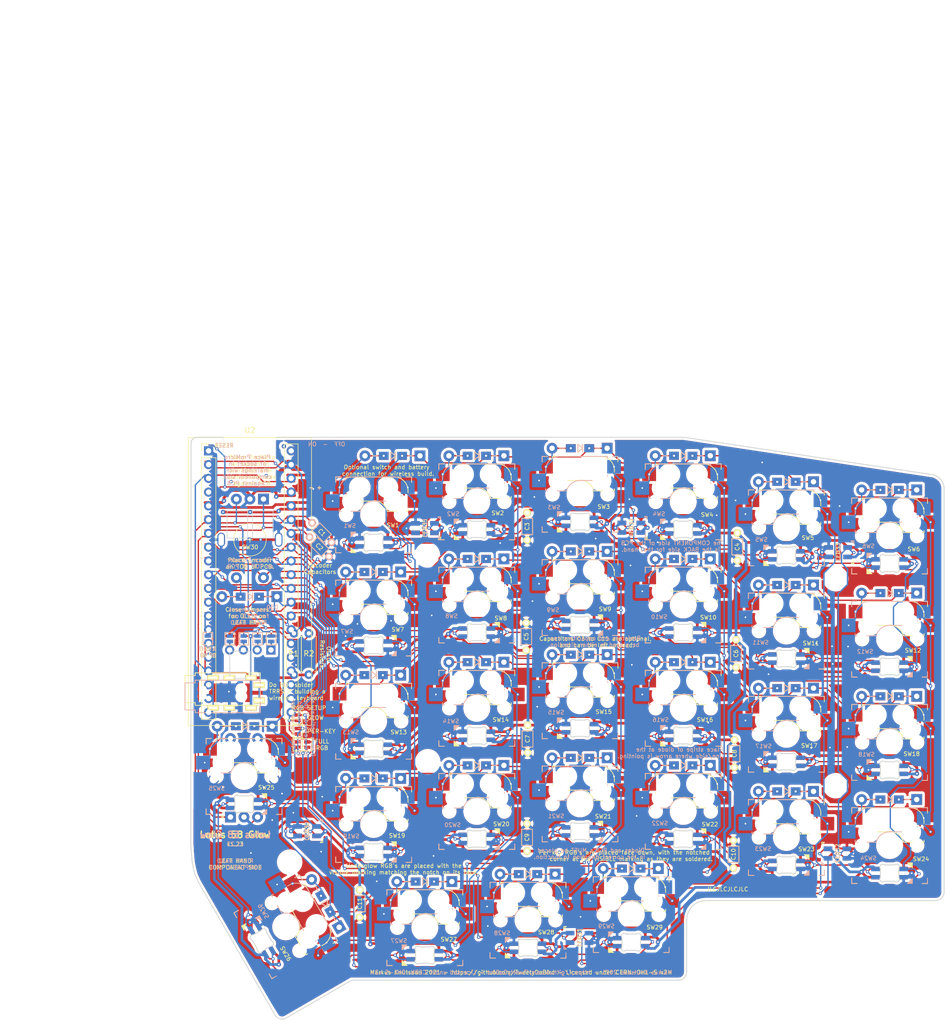
<source format=kicad_pcb>
(kicad_pcb (version 20211014) (generator pcbnew)
  (title_block (title "Lotus 58 Glow") (date "2021-12-17") (rev "v1.23") (company "Markus Knutsson <markus.knutsson@tweety.se>") (comment 1 "https://github.com/TweetyDaBird") (comment 2 "Licensed under CERN-OHL-S v2 or any superseding version"))
  (layers (0 "F.Cu" signal) (31 "B.Cu" signal) (34 "B.Paste" user) (35 "F.Paste" user) (36 "B.SilkS" user "B.Silkscreen") (37 "F.SilkS" user "F.Silkscreen") (38 "B.Mask" user) (39 "F.Mask" user) (44 "Edge.Cuts" user))
  (net 0 "")
  (net 1 "Net-(D1-Pad2)")
  (net 2 "row4")
  (net 3 "Net-(D2-Pad2)")
  (net 4 "Net-(D3-Pad2)")
  (net 5 "row0")
  (net 6 "Net-(D4-Pad2)")
  (net 7 "row1")
  (net 8 "Net-(D5-Pad2)")
  (net 9 "row2")
  (net 10 "Net-(D6-Pad2)")
  (net 11 "row3")
  (net 12 "Net-(D7-Pad2)")
  (net 13 "Net-(D8-Pad2)")
  (net 14 "Net-(D9-Pad2)")
  (net 15 "Net-(D10-Pad2)")
  (net 16 "Net-(D11-Pad2)")
  (net 17 "Net-(D12-Pad2)")
  (net 18 "Net-(D13-Pad2)")
  (net 19 "Net-(D14-Pad2)")
  (net 20 "Net-(D15-Pad2)")
  (net 21 "Net-(D16-Pad2)")
  (net 22 "Net-(D17-Pad2)")
  (net 23 "Net-(D18-Pad2)")
  (net 24 "Net-(D19-Pad2)")
  (net 25 "Net-(D20-Pad2)")
  (net 26 "Net-(D21-Pad2)")
  (net 27 "Net-(D22-Pad2)")
  (net 28 "Net-(D23-Pad2)")
  (net 29 "Net-(D24-Pad2)")
  (net 30 "Net-(D26-Pad2)")
  (net 31 "Net-(D27-Pad2)")
  (net 32 "Net-(D28-Pad2)")
  (net 33 "VCC")
  (net 34 "GND")
  (net 35 "col0")
  (net 36 "col1")
  (net 37 "col2")
  (net 38 "col3")
  (net 39 "col4")
  (net 40 "col5")
  (net 41 "SDA")
  (net 42 "LED")
  (net 43 "SCL")
  (net 44 "Net-(D29-Pad2)")
  (net 45 "DATA")
  (net 46 "Net-(D30-Pad2)")
  (net 47 "Hand")
  (net 48 "B")
  (net 49 "A")
  (net 50 "Alt")
  (net 51 "Net-(LED1-Pad2)")
  (net 52 "Net-(LED2-Pad2)")
  (net 53 "Net-(JP5-Pad1)")
  (net 54 "Net-(JP10-Pad1)")
  (net 55 "Net-(JP11-Pad1)")
  (net 56 "Net-(JP12-Pad1)")
  (net 57 "Net-(LED3-Pad2)")
  (net 58 "Net-(LED4-Pad2)")
  (net 59 "Net-(LED5-Pad2)")
  (net 60 "Net-(LED12-Pad4)")
  (net 61 "Net-(LED7-Pad4)")
  (net 62 "Net-(LED13-Pad4)")
  (net 63 "Net-(LED8-Pad4)")
  (net 64 "Net-(LED10-Pad2)")
  (net 65 "Net-(LED10-Pad4)")
  (net 66 "Net-(LED11-Pad4)")
  (net 67 "Net-(LED13-Pad2)")
  (net 68 "Net-(LED14-Pad2)")
  (net 69 "Net-(LED15-Pad2)")
  (net 70 "Net-(LED16-Pad2)")
  (net 71 "Net-(LED17-Pad2)")
  (net 72 "Net-(LED18-Pad2)")
  (net 73 "Net-(LED19-Pad4)")
  (net 74 "Net-(LED19-Pad2)")
  (net 75 "Net-(LED20-Pad4)")
  (net 76 "Net-(LED21-Pad4)")
  (net 77 "Net-(LED22-Pad4)")
  (net 78 "Net-(LED23-Pad4)")
  (net 79 "Net-(LED25-Pad2)")
  (net 80 "Net-(LED26-Pad2)")
  (net 81 "Net-(LED27-Pad2)")
  (net 82 "Net-(LED28-Pad2)")
  (net 83 "Net-(LED30-Pad1)")
  (net 84 "Net-(LED31-Pad1)")
  (net 85 "Net-(LED32-Pad1)")
  (net 86 "Net-(LED33-Pad1)")
  (net 87 "Net-(LED34-Pad1)")
  (net 88 "unconnected-(J1-PadS)")
  (net 89 "RGB_KEY")
  (net 90 "RGB_GLOW")
  (net 91 "RGB_LINK")
  (net 97 "unconnected-(U2-Pad5)")
  (net 110 "unconnected-(U2-Pad22)")
  (net 114 "unconnected-(U2-Pad40)")
  (footprint "MountingHole:MountingHole_3.7mm" (layer "F.Cu") (at 124.32538 57.40908)
    (fp_text reference "TH1" hide)
    (fp_text value "HOLE")
  )
  (footprint "MountingHole:MountingHole_3.7mm" (layer "F.Cu") (at 199.7 61.8)
    (fp_text reference "TH2" hide)
    (fp_text value "HOLE")
  )
  (footprint "MountingHole:MountingHole_3.7mm" (layer "F.Cu") (at 124.3965 95.5675)
    (fp_text reference "TH3" hide)
    (fp_text value "HOLE")
  )
  (footprint "MountingHole:MountingHole_3.7mm" (layer "F.Cu") (at 199.7 100)
    (fp_text reference "TH4" hide)
    (fp_text value "HOLE")
  )
  (footprint "MountingHole:MountingHole_3.7mm" (layer "F.Cu") (at 98.8949 114.1095 90)
    (fp_text reference "TH5" hide)
    (fp_text value "HOLE")
  )
  (footprint "Common Library:Jumper_Mini" (layer "F.Cu") (at 95.4987 72.8755 90)
    (fp_text reference "JP9" hide)
    (fp_text value "Jumper_NO_Small" hide)
  )
  (footprint "Common Library:Jumper_Mini" (layer "F.Cu") (at 92.990766 72.8755 90)
    (fp_text reference "JP10" hide)
    (fp_text value "Jumper_NO_Small" hide)
  )
  (footprint "Common Library:Jumper_Mini" (layer "F.Cu") (at 90.419332 72.8755 90)
    (fp_text reference "JP11" hide)
    (fp_text value "Jumper_NO_Small" hide)
  )
  (footprint "Common Library:Jumper_Mini" (layer "F.Cu") (at 87.8479 72.8755 90)
    (fp_text reference "JP12" hide)
    (fp_text value "Jumper_NO_Small" hide)
  )
  (footprint "keyswitches:Kailh_socket_MX_reversible_RGB" (layer "F.Cu") (at 133.45 47.6)
    (fp_text reference "SW2")
    (fp_text value "Kailh hotswap MX socket")
  )
  (footprint "keyswitches:Kailh_socket_MX_reversible_RGB" (layer "F.Cu") (at 152.5 46.21)
    (fp_text reference "SW3")
    (fp_text value "Kailh hotswap MX socket")
  )
  (footprint "keyswitches:Kailh_socket_MX_reversible_RGB" (layer "F.Cu") (at 171.55 47.6)
    (fp_text reference "SW4")
    (fp_text value "Kailh hotswap MX socket")
  )
  (footprint "keyswitches:Kailh_socket_MX_reversible_RGB" (layer "F.Cu") (at 209.65 53.9)
    (fp_text reference "SW6")
    (fp_text value "Kailh hotswap MX socket")
  )
  (footprint "keyswitches:Kailh_socket_MX_reversible_RGB" (layer "F.Cu") (at 114.4 69.05)
    (fp_text reference "SW7")
    (fp_text value "Kailh hotswap MX socket")
  )
  (footprint "keyswitches:Kailh_socket_MX_reversible_RGB" (layer "F.Cu") (at 152.5 65.26)
    (fp_text reference "SW9")
    (fp_text value "Kailh hotswap MX socket")
  )
  (footprint "keyswitches:Kailh_socket_MX_reversible_RGB" (layer "F.Cu") (at 171.55 66.65)
    (fp_text reference "SW10")
    (fp_text value "Kailh hotswap MX socket")
  )
  (footprint "keyswitches:Kailh_socket_MX_reversible_RGB" (layer "F.Cu") (at 190.6 71.45)
    (fp_text reference "SW11")
    (fp_text value "Kailh hotswap MX socket")
  )
  (footprint "keyswitches:Kailh_socket_MX_reversible_RGB" (layer "F.Cu") (at 209.65 72.95)
    (fp_text reference "SW12")
    (fp_text value "Kailh hotswap MX socket")
  )
  (footprint "keyswitches:Kailh_socket_MX_reversible_RGB" (layer "F.Cu") (at 114.4 88.1)
    (fp_text reference "SW13")
    (fp_text value "Kailh hotswap MX socket")
  )
  (footprint "keyswitches:Kailh_socket_MX_reversible_RGB" (layer "F.Cu") (at 133.45 85.7)
    (fp_text reference "SW14")
    (fp_text value "Kailh hotswap MX socket")
  )
  (footprint "keyswitches:Kailh_socket_MX_reversible_RGB" (layer "F.Cu") (at 152.5 84.31)
    (fp_text reference "SW15")
    (fp_text value "Kailh hotswap MX socket")
  )
  (footprint "keyswitches:Kailh_socket_MX_reversible_RGB" (layer "F.Cu") (at 190.6 90.5)
    (fp_text reference "SW17")
    (fp_text value "Kailh hotswap MX socket")
  )
  (footprint "keyswitches:Kailh_socket_MX_reversible_RGB" (layer "F.Cu") (at 209.65 92)
    (fp_text reference "SW18")
    (fp_text value "Kailh hotswap MX socket")
  )
  (footprint "keyswitches:Kailh_socket_MX_reversible_RGB" (layer "F.Cu") (at 114.4 107.15)
    (fp_text reference "SW19")
    (fp_text value "Kailh hotswap MX socket")
  )
  (footprint "keyswitches:Kailh_socket_MX_reversible_RGB" (layer "F.Cu") (at 133.45 104.75)
    (fp_text reference "SW20")
    (fp_text value "Kailh hotswap MX socket")
  )
  (footprint "keyswitches:Kailh_socket_MX_reversible_RGB" (layer "F.Cu") (at 152.5 103.36)
    (fp_text reference "SW21")
    (fp_text value "Kailh hotswap MX socket")
  )
  (footprint "keyswitches:Kailh_socket_MX_reversible_RGB" (layer "F.Cu") (at 171.55 104.75)
    (fp_text reference "SW22")
    (fp_text value "Kailh hotswap MX socket")
  )
  (footprint "keyswitches:Kailh_socket_MX_reversible_RGB" (layer "F.Cu") (at 190.6 109.55)
    (fp_text reference "SW23")
    (fp_text value "Kailh hotswap MX socket")
  )
  (footprint "keyswitches:Kailh_socket_MX_reversible_RGB" (layer "F.Cu") (at 123.85 126.2)
    (fp_text reference "SW27")
    (fp_text value "Kailh hotswap MX socket")
  )
  (footprint "keyswitches:Kailh_socket_MX_reversible_RGB" (layer "F.Cu") (at 142.8977 124.8283)
    (fp_text reference "SW28")
    (fp_text value "Kailh hotswap MX socket")
  )
  (footprint "keyswitches:Kailh_socket_MX_reversible_RGB" (layer "F.Cu") (at 161.95 123.8)
    (fp_text reference "SW29")
    (fp_text value "Kailh hotswap MX socket")
  )
  (footprint "keyswitches:Kailh_socket_MX_reversible_RGB" (layer "F.Cu") (at 114.4 50)
    (fp_text reference "SW1")
    (fp_text value "Kailh hotswap MX socket")
  )
  (footprint "keyswitches:Kailh_socket_MX_reversible_RGB" (layer "F.Cu") (at 90.4748 98.2853)
    (fp_text reference "SW25")
    (fp_text value "Kailh hotswap MX socket")
  )
  (footprint "keyswitches:Kailh_socket_MX_reversible_RGB" (layer "F.Cu") (at 209.65 111.05)
    (fp_text reference "SW24")
    (fp_text value "Kailh hotswap MX socket")
  )
  (footprint "Resistor_THT:R_Axial_DIN0207_L6.3mm_D2.5mm_P7.62mm_Horizontal" (layer "F.Cu") (at 102.44 79.5 90)
    (fp_text reference "R2")
    (fp_text value "4k7")
  )
  (footprint "keyswitches:Kailh_socket_MX_reversible_RGB" (layer "F.Cu") (at 98.171 126.0475 -60)
    (fp_text reference "SW26")
    (fp_text value "Kailh hotswap MX socket")
  )
  (footprint "keyswitches:Kailh_socket_MX_reversible_RGB" (layer "F.Cu") (at 171.55 85.7)
    (fp_text reference "SW16")
    (fp_text value "Kailh hotswap MX socket")
  )
  (footprint "KiCad-SSD1306-0.91-OLED-4pin-128x32:SSD1306-0.91-OLED-4pin-128x32" (layer "F.Cu") (at 97.6305 38.4435 -90)
    (fp_text reference "P1" hide)
    (fp_text value "OLED")
  )
  (footprint "Keyboard Library:LED_SK6812MINI_PLCC4_3.5x3.5mm_P1.75mm" (layer "F.Cu") (at 152.4 128.0795 180)
    (fp_text reference "LED31")
    (fp_text value "SK6812MINI")
  )
  (footprint "Keyboard Library:LED_SK6812MINI_PLCC4_3.5x3.5mm_P1.75mm" (layer "F.Cu") (at 102.108 108.3945)
    (fp_text reference "LED30")
    (fp_text value "SK6812MINI")
  )
  (footprint "Keyboard Library:LED_SK6812MINI_PLCC4_3.5x3.5mm_P1.75mm" (layer "F.Cu") (at 200.152 56.896)
    (fp_text reference "LED33")
    (fp_text value "SK6812MINI")
  )
  (footprint "Keyboard Library:LED_SK6812MINI_PLCC4_3.5x3.5mm_P1.75mm" (layer "F.Cu") (at 123.8885 52.451)
    (fp_text reference "LED35")
    (fp_text value "SK6812MINI")
  )
  (footprint "Keyboard Library:RotaryEncoder_Alps_EC11E-Switch_Vertical_H20_special" (layer "F.Cu") (at 91.567 54.594 -90)
    (fp_text reference "SW30")
    (fp_text value "Rotary_Encoder_Switch")
  )
  (footprint "Resistor_THT:R_Axial_DIN0207_L6.3mm_D2.5mm_P7.62mm_Horizontal" (layer "F.Cu") (at 99.7 79.5 90)
    (fp_text reference "R1")
    (fp_text value "4k7")
  )
  (footprint "Common Library:MJ-4PP-9_alim" (layer "F.Cu") (at 81.4705 82.169 90)
    (fp_text reference "J1" hide)
    (fp_text value "PJ-320A" hide)
  )
  (footprint "keyswitches:Kailh_socket_MX_reversible_RGB" (layer "F.Cu") (at 190.6 52.4)
    (fp_text reference "SW5")
    (fp_text value "Kailh hotswap MX socket")
  )
  (footprint "Keyboard Library:RotaryEncoder_Alps_EC11E-Switch_Special" (layer "F.Cu") (at 90.4748 98.2853 90)
    (fp_text reference "SW31" hide)
    (fp_text value "Rotary_Encoder_Switch")
  )
  (footprint "Keyboard Library:LED_SK6812MINI_PLCC4_3.5x3.5mm_P1.75mm" (layer "F.Cu") (at 161.9885 52.3875)
    (fp_text reference "LED34")
    (fp_text value "SK6812MINI")
  )
  (footprint "Common Library:Jumper_Mini" (layer "F.Cu") (at 83.789 72.8507 -90)
    (fp_text reference "JP3" hide)
    (fp_text value "LEFT" hide)
  )
  (footprint "keyswitches:Kailh_socket_MX_reversible_RGB" (layer "F.Cu") (at 133.45 66.65)
    (fp_text reference "SW8")
    (fp_text value "Kailh hotswap MX socket")
  )
  (footprint "kicad-keyboard-parts:MX_SK6812MINI-E_REVERSIBLE" (layer "F.Cu") (at 114.4 55.08 180)
    (fp_text reference "LED1" hide)
    (fp_text value "SK6812MINI-E")
    (fp_line (start 0.794452 1.499999) (end -0.794452 1.499999) (layer "Edge.Cuts") (width 0.15))
    (fp_line (start 1.699999 -0.702843) (end 1.699999 0.702841) (layer "Edge.Cuts") (width 0.15))
    (fp_line (start -0.794452 -1.5) (end 0.794453 -1.5) (layer "Edge.Cuts") (width 0.15))
    (fp_line (start -1.699999 0.702841) (end -1.699999 -0.702843) (layer "Edge.Cuts") (width 0.15))
    (fp_arc (start 0.794452 1.499999) (mid 0.925123 1.517376) (end 1.046711 1.568298) (layer "Edge.Cuts") (width 0.15))
    (fp_arc (start 1.046711 -1.568299) (mid 1.638071 -1.504036) (end 1.749484 -0.919721) (layer "Edge.Cuts") (width 0.15))
    (fp_arc (start -1.046711 1.568296) (mid -1.63807 1.504033) (end -1.749484 0.919719) (layer "Edge.Cuts") (width 0.15))
    (fp_arc (start -1.749484 -0.919721) (mid -1.638071 -1.504036) (end -1.046711 -1.5683) (layer "Edge.Cuts") (width 0.15))
    (fp_arc (start -1.749484 -0.919721) (mid -1.712527 -0.814069) (end -1.699999 -0.702843) (layer "Edge.Cuts") (width 0.15))
    (fp_arc (start 1.046711 -1.568299) (mid 0.925123 -1.517377) (end 0.794453 -1.5) (layer "Edge.Cuts") (width 0.15))
    (fp_arc (start 1.749484 0.919718) (mid 1.638072 1.504034) (end 1.046711 1.568298) (layer "Edge.Cuts") (width 0.15))
    (fp_arc (start -1.699999 0.702842) (mid -1.712527 0.814067) (end -1.749484 0.919719) (layer "Edge.Cuts") (width 0.15))
    (fp_arc (start -1.04671 1.568298) (mid -0.925122 1.517376) (end -0.794452 1.499999) (layer "Edge.Cuts") (width 0.15))
    (fp_arc (start 1.699999 -0.702844) (mid 1.712525 -0.81407) (end 1.749484 -0.919721) (layer "Edge.Cuts") (width 0.15))
    (fp_arc (start -0.794453 -1.500001) (mid -0.925123 -1.517378) (end -1.046711 -1.5683) (layer "Edge.Cuts") (width 0.15))
    (fp_arc (start 1.749484 0.919719) (mid 1.712517 0.81407) (end 1.699999 0.702841) (layer "Edge.Cuts") (width 0.15))
  )
  (footprint "kicad-keyboard-parts:MX_SK6812MINI-E_REVERSIBLE" (layer "F.Cu") (at 133.45 52.68 180)
    (fp_text reference "LED2" hide)
    (fp_text value "SK6812MINI-E")
    (fp_line (start -0.794452 -1.5) (end 0.794453 -1.5) (layer "Edge.Cuts") (width 0.15))
    (fp_line (start 1.699999 -0.702843) (end 1.699999 0.702841) (layer "Edge.Cuts") (width 0.15))
    (fp_line (start 0.794452 1.499999) (end -0.794452 1.499999) (layer "Edge.Cuts") (width 0.15))
    (fp_line (start -1.699999 0.702841) (end -1.699999 -0.702843) (layer "Edge.Cuts") (width 0.15))
    (fp_arc (start 1.749484 0.919718) (mid 1.638072 1.504034) (end 1.046711 1.568298) (layer "Edge.Cuts") (width 0.15))
    (fp_arc (start 1.749484 0.919719) (mid 1.712517 0.81407) (end 1.699999 0.702841) (layer "Edge.Cuts") (width 0.15))
    (fp_arc (start -0.794453 -1.500001) (mid -0.925123 -1.517378) (end -1.046711 -1.5683) (layer "Edge.Cuts") (width 0.15))
    (fp_arc (start 1.046711 -1.568299) (mid 1.638071 -1.504036) (end 1.749484 -0.919721) (layer "Edge.Cuts") (width 0.15))
    (fp_arc (start -1.749484 -0.919721) (mid -1.712527 -0.814069) (end -1.699999 -0.702843) (layer "Edge.Cuts") (width 0.15))
    (fp_arc (start 1.046711 -1.568299) (mid 0.925123 -1.517377) (end 0.794453 -1.5) (layer "Edge.Cuts") (width 0.15))
    (fp_arc (start -1.699999 0.702842) (mid -1.712527 0.814067) (end -1.749484 0.919719) (layer "Edge.Cuts") (width 0.15))
    (fp_arc (start -1.046711 1.568296) (mid -1.63807 1.504033) (end -1.749484 0.919719) (layer "Edge.Cuts") (width 0.15))
    (fp_arc (start -1.04671 1.568298) (mid -0.925122 1.517376) (end -0.794452 1.499999) (layer "Edge.Cuts") (width 0.15))
    (fp_arc (start -1.749484 -0.919721) (mid -1.638071 -1.504036) (end -1.046711 -1.5683) (layer "Edge.Cuts") (width 0.15))
    (fp_arc (start 0.794452 1.499999) (mid 0.925123 1.517376) (end 1.046711 1.568298) (layer "Edge.Cuts") (width 0.15))
    (fp_arc (start 1.699999 -0.702844) (mid 1.712525 -0.81407) (end 1.749484 -0.919721) (layer "Edge.Cuts") (width 0.15))
  )
  (footprint "kicad-keyboard-parts:MX_SK6812MINI-E_REVERSIBLE" (layer "F.Cu") (at 152.5 51.29 180)
    (fp_text reference "LED3" hide)
    (fp_text value "SK6812MINI-E")
    (fp_line (start -0.794452 -1.5) (end 0.794453 -1.5) (layer "Edge.Cuts") (width 0.15))
    (fp_line (start 1.699999 -0.702843) (end 1.699999 0.702841) (layer "Edge.Cuts") (width 0.15))
    (fp_line (start -1.699999 0.702841) (end -1.699999 -0.702843) (layer "Edge.Cuts") (width 0.15))
    (fp_line (start 0.794452 1.499999) (end -0.794452 1.499999) (layer "Edge.Cuts") (width 0.15))
    (fp_arc (start 1.046711 -1.568299) (mid 1.638071 -1.504036) (end 1.749484 -0.919721) (layer "Edge.Cuts") (width 0.15))
    (fp_arc (start -1.749484 -0.919721) (mid -1.638071 -1.504036) (end -1.046711 -1.5683) (layer "Edge.Cuts") (width 0.15))
    (fp_arc (start 1.699999 -0.702844) (mid 1.712525 -0.81407) (end 1.749484 -0.919721) (layer "Edge.Cuts") (width 0.15))
    (fp_arc (start -1.04671 1.568298) (mid -0.925122 1.517376) (end -0.794452 1.499999) (layer "Edge.Cuts") (width 0.15))
    (fp_arc (start -1.699999 0.702842) (mid -1.712527 0.814067) (end -1.749484 0.919719) (layer "Edge.Cuts") (width 0.15))
    (fp_arc (start -1.749484 -0.919721) (mid -1.712527 -0.814069) (end -1.699999 -0.702843) (layer "Edge.Cuts") (width 0.15))
    (fp_arc (start -0.794453 -1.500001) (mid -0.925123 -1.517378) (end -1.046711 -1.5683) (layer "Edge.Cuts") (width 0.15))
    (fp_arc (start 1.749484 0.919719) (mid 1.712517 0.81407) (end 1.699999 0.702841) (layer "Edge.Cuts") (width 0.15))
    (fp_arc (start 1.046711 -1.568299) (mid 0.925123 -1.517377) (end 0.794453 -1.5) (layer "Edge.Cuts") (width 0.15))
    (fp_arc (start 0.794452 1.499999) (mid 0.925123 1.517376) (end 1.046711 1.568298) (layer "Edge.Cuts") (width 0.15))
    (fp_arc (start 1.749484 0.919718) (mid 1.638072 1.504034) (end 1.046711 1.568298) (layer "Edge.Cuts") (width 0.15))
    (fp_arc (start -1.046711 1.568296) (mid -1.63807 1.504033) (end -1.749484 0.919719) (layer "Edge.Cuts") (width 0.15))
  )
  (footprint "kicad-keyboard-parts:MX_SK6812MINI-E_REVERSIBLE" (layer "F.Cu") (at 171.55 52.68 180)
    (fp_text reference "LED4" hide)
    (fp_text value "SK6812MINI-E")
    (fp_line (start 1.699999 -0.702843) (end 1.699999 0.702841) (layer "Edge.Cuts") (width 0.15))
    (fp_line (start 0.794452 1.499999) (end -0.794452 1.499999) (layer "Edge.Cuts") (width 0.15))
    (fp_line (start -0.794452 -1.5) (end 0.794453 -1.5) (layer "Edge.Cuts") (width 0.15))
    (fp_line (start -1.699999 0.702841) (end -1.699999 -0.702843) (layer "Edge.Cuts") (width 0.15))
    (fp_arc (start -1.749484 -0.919721) (mid -1.712527 -0.814069) (end -1.699999 -0.702843) (layer "Edge.Cuts") (width 0.15))
    (fp_arc (start 1.699999 -0.702844) (mid 1.712525 -0.81407) (end 1.749484 -0.919721) (layer "Edge.Cuts") (width 0.15))
    (fp_arc (start -1.046711 1.568296) (mid -1.63807 1.504033) (end -1.749484 0.919719) (layer "Edge.Cuts") (width 0.15))
    (fp_arc (start 1.046711 -1.568299) (mid 1.638071 -1.504036) (end 1.749484 -0.919721) (layer "Edge.Cuts") (width 0.15))
    (fp_arc (start 1.749484 0.919718) (mid 1.638072 1.504034) (end 1.046711 1.568298) (layer "Edge.Cuts") (width 0.15))
    (fp_arc (start -1.749484 -0.919721) (mid -1.638071 -1.504036) (end -1.046711 -1.5683) (layer "Edge.Cuts") (width 0.15))
    (fp_arc (start -1.04671 1.568298) (mid -0.925122 1.517376) (end -0.794452 1.499999) (layer "Edge.Cuts") (width 0.15))
    (fp_arc (start -0.794453 -1.500001) (mid -0.925123 -1.517378) (end -1.046711 -1.5683) (layer "Edge.Cuts") (width 0.15))
    (fp_arc (start 1.749484 0.919719) (mid 1.712517 0.81407) (end 1.699999 0.702841) (layer "Edge.Cuts") (width 0.15))
    (fp_arc (start -1.699999 0.702842) (mid -1.712527 0.814067) (end -1.749484 0.919719) (layer "Edge.Cuts") (width 0.15))
    (fp_arc (start 1.046711 -1.568299) (mid 0.925123 -1.517377) (end 0.794453 -1.5) (layer "Edge.Cuts") (width 0.15))
    (fp_arc (start 0.794452 1.499999) (mid 0.925123 1.517376) (end 1.046711 1.568298) (layer "Edge.Cuts") (width 0.15))
  )
  (footprint "kicad-keyboard-parts:MX_SK6812MINI-E_REVERSIBLE" (layer "F.Cu") (at 190.6 57.48 180)
    (fp_text reference "LED5" hide)
    (fp_text value "SK6812MINI-E")
    (fp_line (start 0.794452 1.499999) (end -0.794452 1.499999) (layer "Edge.Cuts") (width 0.15))
    (fp_line (start 1.699999 -0.702843) (end 1.699999 0.702841) (layer "Edge.Cuts") (width 0.15))
    (fp_line (start -0.794452 -1.5) (end 0.794453 -1.5) (layer "Edge.Cuts") (width 0.15))
    (fp_line (start -1.699999 0.702841) (end -1.699999 -0.702843) (layer "Edge.Cuts") (width 0.15))
    (fp_arc (start -1.046711 1.568296) (mid -1.63807 1.504033) (end -1.749484 0.919719) (layer "Edge.Cuts") (width 0.15))
    (fp_arc (start -1.04671 1.568298) (mid -0.925122 1.517376) (end -0.794452 1.499999) (layer "Edge.Cuts") (width 0.15))
    (fp_arc (start 1.749484 0.919718) (mid 1.638072 1.504034) (end 1.046711 1.568298) (layer "Edge.Cuts") (width 0.15))
    (fp_arc (start 1.046711 -1.568299) (mid 0.925123 -1.517377) (end 0.794453 -1.5) (layer "Edge.Cuts") (width 0.15))
    (fp_arc (start 0.794452 1.499999) (mid 0.925123 1.517376) (end 1.046711 1.568298) (layer "Edge.Cuts") (width 0.15))
    (fp_arc (start 1.699999 -0.702844) (mid 1.712525 -0.81407) (end 1.749484 -0.919721) (layer "Edge.Cuts") (width 0.15))
    (fp_arc (start -1.749484 -0.919721) (mid -1.712527 -0.814069) (end -1.699999 -0.702843) (layer "Edge.Cuts") (width 0.15))
    (fp_arc (start -1.699999 0.702842) (mid -1.712527 0.814067) (end -1.749484 0.919719) (layer "Edge.Cuts") (width 0.15))
    (fp_arc (start 1.749484 0.919719) (mid 1.712517 0.81407) (end 1.699999 0.702841) (layer "Edge.Cuts") (width 0.15))
    (fp_arc (start -1.749484 -0.919721) (mid -1.638071 -1.504036) (end -1.046711 -1.5683) (layer "Edge.Cuts") (width 0.15))
    (fp_arc (start 1.046711 -1.568299) (mid 1.638071 -1.504036) (end 1.749484 -0.919721) (layer "Edge.Cuts") (width 0.15))
    (fp_arc (start -0.794453 -1.500001) (mid -0.925123 -1.517378) (end -1.046711 -1.5683) (layer "Edge.Cuts") (width 0.15))
  )
  (footprint "kicad-keyboard-parts:MX_SK6812MINI-E_REVERSIBLE" (layer "F.Cu") (at 209.65 58.98 180)
    (fp_text reference "LED6" hide)
    (fp_text value "SK6812MINI-E")
    (fp_line (start -1.699999 0.702841) (end -1.699999 -0.702843) (layer "Edge.Cuts") (width 0.15))
    (fp_line (start -0.794452 -1.5) (end 0.794453 -1.5) (layer "Edge.Cuts") (width 0.15))
    (fp_line (start 0.794452 1.499999) (end -0.794452 1.499999) (layer "Edge.Cuts") (width 0.15))
    (fp_line (start 1.699999 -0.702843) (end 1.699999 0.702841) (layer "Edge.Cuts") (width 0.15))
    (fp_arc (start 1.749484 0.919719) (mid 1.712517 0.81407) (end 1.699999 0.702841) (layer "Edge.Cuts") (width 0.15))
    (fp_arc (start -1.749484 -0.919721) (mid -1.638071 -1.504036) (end -1.046711 -1.5683) (layer "Edge.Cuts") (width 0.15))
    (fp_arc (start -0.794453 -1.500001) (mid -0.925123 -1.517378) (end -1.046711 -1.5683) (layer "Edge.Cuts") (width 0.15))
    (fp_arc (start 1.046711 -1.568299) (mid 1.638071 -1.504036) (end 1.749484 -0.919721) (layer "Edge.Cuts") (width 0.15))
    (fp_arc (start 1.046711 -1.568299) (mid 0.925123 -1.517377) (end 0.794453 -1.5) (layer "Edge.Cuts") (width 0.15))
    (fp_arc (start -1.749484 -0.919721) (mid -1.712527 -0.814069) (end -1.699999 -0.702843) (layer "Edge.Cuts") (width 0.15))
    (fp_arc (start 0.794452 1.499999) (mid 0.925123 1.517376) (end 1.046711 1.568298) (layer "Edge.Cuts") (width 0.15))
    (fp_arc (start 1.749484 0.919718) (mid 1.638072 1.504034) (end 1.046711 1.568298) (layer "Edge.Cuts") (width 0.15))
    (fp_arc (start -1.699999 0.702842) (mid -1.712527 0.814067) (end -1.749484 0.919719) (layer "Edge.Cuts") (width 0.15))
    (fp_arc (start 1.699999 -0.702844) (mid 1.712525 -0.81407) (end 1.749484 -0.919721) (layer "Edge.Cuts") (width 0.15))
    (fp_arc (start -1.046711 1.568296) (mid -1.63807 1.504033) (end -1.749484 0.919719) (layer "Edge.Cuts") (width 0.15))
    (fp_arc (start -1.04671 1.568298) (mid -0.925122 1.517376) (end -0.794452 1.499999) (layer "Edge.Cuts") (width 0.15))
  )
  (footprint "kicad-keyboard-parts:MX_SK6812MINI-E_REVERSIBLE" (layer "F.Cu") (at 114.4 74.13)
    (fp_text reference "LED7" hide)
    (fp_text value "SK6812MINI-E")
    (fp_line (start -0.794452 -1.5) (end 0.794453 -1.5) (layer "Edge.Cuts") (width 0.15))
    (fp_line (start -1.699999 0.702841) (end -1.699999 -0.702843) (layer "Edge.Cuts") (width 0.15))
    (fp_line (start 1.699999 -0.702843) (end 1.699999 0.702841) (layer "Edge.Cuts") (width 0.15))
    (fp_line (start 0.794452 1.499999) (end -0.794452 1.499999) (layer "Edge.Cuts") (width 0.15))
    (fp_arc (start 1.046711 -1.568299) (mid 0.925123 -1.517377) (end 0.794453 -1.5) (layer "Edge.Cuts") (width 0.15))
    (fp_arc (start -1.749484 -0.919721) (mid -1.638071 -1.504036) (end -1.046711 -1.5683) (layer "Edge.Cuts") (width 0.15))
    (fp_arc (start -0.794453 -1.500001) (mid -0.925123 -1.517378) (end -1.046711 -1.5683) (layer "Edge.Cuts") (width 0.15))
    (fp_arc (start -1.046711 1.568296) (mid -1.63807 1.504033) (end -1.749484 0.919719) (layer "Edge.Cuts") (width 0.15))
    (fp_arc (start -1.04671 1.568298) (mid -0.925122 1.517376) (end -0.794452 1.499999) (layer "Edge.Cuts") (width 0.15))
    (fp_arc (start 1.749484 0.919719) (mid 1.712517 0.81407) (end 1.699999 0.702841) (layer "Edge.Cuts") (width 0.15))
    (fp_arc (start 1.046711 -1.568299) (mid 1.638071 -1.504036) (end 1.749484 -0.919721) (layer "Edge.Cuts") (width 0.15))
    (fp_arc (start 1.749484 0.919718) (mid 1.638072 1.504034) (end 1.046711 1.568298) (layer "Edge.Cuts") (width 0.15))
    (fp_arc (start 1.699999 -0.702844) (mid 1.712525 -0.81407) (end 1.749484 -0.919721) (layer "Edge.Cuts") (width 0.15))
    (fp_arc (start 0.794452 1.499999) (mid 0.925123 1.517376) (end 1.046711 1.568298) (layer "Edge.Cuts") (width 0.15))
    (fp_arc (start -1.749484 -0.919721) (mid -1.712527 -0.814069) (end -1.699999 -0.702843) (layer "Edge.Cuts") (width 0.15))
    (fp_arc (start -1.699999 0.702842) (mid -1.712527 0.814067) (end -1.749484 0.919719) (layer "Edge.Cuts") (width 0.15))
  )
  (footprint "kicad-keyboard-parts:MX_SK6812MINI-E_REVERSIBLE" (layer "F.Cu") (at 133.45 71.73)
    (fp_text reference "LED8" hide)
    (fp_text value "SK6812MINI-E")
    (fp_line (start -1.699999 0.702841) (end -1.699999 -0.702843) (layer "Edge.Cuts") (width 0.15))
    (fp_line (start 0.794452 1.499999) (end -0.794452 1.499999) (layer "Edge.Cuts") (width 0.15))
    (fp_line (start 1.699999 -0.702843) (end 1.699999 0.702841) (layer "Edge.Cuts") (width 0.15))
    (fp_line (start -0.794452 -1.5) (end 0.794453 -1.5) (layer "Edge.Cuts") (width 0.15))
    (fp_arc (start 1.046711 -1.568299) (mid 0.925123 -1.517377) (end 0.794453 -1.5) (layer "Edge.Cuts") (width 0.15))
    (fp_arc (start -1.04671 1.568298) (mid -0.925122 1.517376) (end -0.794452 1.499999) (layer "Edge.Cuts") (width 0.15))
    (fp_arc (start 1.749484 0.919719) (mid 1.712517 0.81407) (end 1.699999 0.702841) (layer "Edge.Cuts") (width 0.15))
    (fp_arc (start 0.794452 1.499999) (mid 0.925123 1.517376) (end 1.046711 1.568298) (layer "Edge.Cuts") (width 0.15))
    (fp_arc (start 1.046711 -1.568299) (mid 1.638071 -1.504036) (end 1.749484 -0.919721) (layer "Edge.Cuts") (width 0.15))
    (fp_arc (start -1.749484 -0.919721) (mid -1.712527 -0.814069) (end -1.699999 -0.702843) (layer "Edge.Cuts") (width 0.15))
    (fp_arc (start -1.699999 0.702842) (mid -1.712527 0.814067) (end -1.749484 0.919719) (layer "Edge.Cuts") (width 0.15))
    (fp_arc (start 1.699999 -0.702844) (mid 1.712525 -0.81407) (end 1.749484 -0.919721) (layer "Edge.Cuts") (width 0.15))
    (fp_arc (start -1.046711 1.568296) (mid -1.63807 1.504033) (end -1.749484 0.919719) (layer "Edge.Cuts") (width 0.15))
    (fp_arc (start -1.749484 -0.919721) (mid -1.638071 -1.504036) (end -1.046711 -1.5683) (layer "Edge.Cuts") (width 0.15))
    (fp_arc (start -0.794453 -1.500001) (mid -0.925123 -1.517378) (end -1.046711 -1.5683) (layer "Edge.Cuts") (width 0.15))
    (fp_arc (start 1.749484 0.919718) (mid 1.638072 1.504034) (end 1.046711 1.568298) (layer "Edge.Cuts") (width 0.15))
  )
  (footprint "kicad-keyboard-parts:MX_SK6812MINI-E_REVERSIBLE" (layer "F.Cu") (at 152.5 70.34)
    (fp_text reference "LED9" hide)
    (fp_text value "SK6812MINI-E")
    (fp_line (start -0.794452 -1.5) (end 0.794453 -1.5) (layer "Edge.Cuts") (width 0.15))
    (fp_line (start -1.699999 0.702841) (end -1.699999 -0.702843) (layer "Edge.Cuts") (width 0.15))
    (fp_line (start 0.794452 1.499999) (end -0.794452 1.499999) (layer "Edge.Cuts") (width 0.15))
    (fp_line (start 1.699999 -0.702843) (end 1.699999 0.702841) (layer "Edge.Cuts") (width 0.15))
    (fp_arc (start -1.749484 -0.919721) (mid -1.712527 -0.814069) (end -1.699999 -0.702843) (layer "Edge.Cuts") (width 0.15))
    (fp_arc (start -1.749484 -0.919721) (mid -1.638071 -1.504036) (end -1.046711 -1.5683) (layer "Edge.Cuts") (width 0.15))
    (fp_arc (start 0.794452 1.499999) (mid 0.925123 1.517376) (end 1.046711 1.568298) (layer "Edge.Cuts") (width 0.15))
    (fp_arc (start 1.046711 -1.568299) (mid 1.638071 -1.504036) (end 1.749484 -0.919721) (layer "Edge.Cuts") (width 0.15))
    (fp_arc (start -1.04671 1.568298) (mid -0.925122 1.517376) (end -0.794452 1.499999) (layer "Edge.Cuts") (width 0.15))
    (fp_arc (start -1.046711 1.568296) (mid -1.63807 1.504033) (end -1.749484 0.919719) (layer "Edge.Cuts") (width 0.15))
    (fp_arc (start 1.699999 -0.702844) (mid 1.712525 -0.81407) (end 1.749484 -0.919721) (layer "Edge.Cuts") (width 0.15))
    (fp_arc (start -0.794453 -1.500001) (mid -0.925123 -1.517378) (end -1.046711 -1.5683) (layer "Edge.Cuts") (width 0.15))
    (fp_arc (start -1.699999 0.702842) (mid -1.712527 0.814067) (end -1.749484 0.919719) (layer "Edge.Cuts") (width 0.15))
    (fp_arc (start 1.749484 0.919719) (mid 1.712517 0.81407) (end 1.699999 0.702841) (layer "Edge.Cuts") (width 0.15))
    (fp_arc (start 1.046711 -1.568299) (mid 0.925123 -1.517377) (end 0.794453 -1.5) (layer "Edge.Cuts") (width 0.15))
    (fp_arc (start 1.749484 0.919718) (mid 1.638072 1.504034) (end 1.046711 1.568298) (layer "Edge.Cuts") (width 0.15))
  )
  (footprint "kicad-keyboard-parts:MX_SK6812MINI-E_REVERSIBLE" (layer "F.Cu") (at 171.55 71.73)
    (fp_text reference "LED10" hide)
    (fp_text value "SK6812MINI-E")
    (fp_line (start -0.794452 -1.5) (end 0.794453 -1.5) (layer "Edge.Cuts") (width 0.15))
    (fp_line (start 1.699999 -0.702843) (end 1.699999 0.702841) (layer "Edge.Cuts") (width 0.15))
    (fp_line (start 0.794452 1.499999) (end -0.794452 1.499999) (layer "Edge.Cuts") (width 0.15))
    (fp_line (start -1.699999 0.702841) (end -1.699999 -0.702843) (layer "Edge.Cuts") (width 0.15))
    (fp_arc (start -1.04671 1.568298) (mid -0.925122 1.517376) (end -0.794452 1.499999) (layer "Edge.Cuts") (width 0.15))
    (fp_arc (start -1.699999 0.702842) (mid -1.712527 0.814067) (end -1.749484 0.919719) (layer "Edge.Cuts") (width 0.15))
    (fp_arc (start 1.046711 -1.568299) (mid 0.925123 -1.517377) (end 0.794453 -1.5) (layer "Edge.Cuts") (width 0.15))
    (fp_arc (start 1.749484 0.919719) (mid 1.712517 0.81407) (end 1.699999 0.702841) (layer "Edge.Cuts") (width 0.15))
    (fp_arc (start 1.046711 -1.568299) (mid 1.638071 -1.504036) (end 1.749484 -0.919721) (layer "Edge.Cuts") (width 0.15))
    (fp_arc (start 1.749484 0.919718) (mid 1.638072 1.504034) (end 1.046711 1.568298) (layer "Edge.Cuts") (width 0.15))
    (fp_arc (start -1.046711 1.568296) (mid -1.63807 1.504033) (end -1.749484 0.919719) (layer "Edge.Cuts") (width 0.15))
    (fp_arc (start -1.749484 -0.919721) (mid -1.712527 -0.814069) (end -1.699999 -0.702843) (layer "Edge.Cuts") (width 0.15))
    (fp_arc (start 1.699999 -0.702844) (mid 1.712525 -0.81407) (end 1.749484 -0.919721) (layer "Edge.Cuts") (width 0.15))
    (fp_arc (start -1.749484 -0.919721) (mid -1.638071 -1.504036) (end -1.046711 -1.5683) (layer "Edge.Cuts") (width 0.15))
    (fp_arc (start 0.794452 1.499999) (mid 0.925123 1.517376) (end 1.046711 1.568298) (layer "Edge.Cuts") (width 0.15))
    (fp_arc (start -0.794453 -1.500001) (mid -0.925123 -1.517378) (end -1.046711 -1.5683) (layer "Edge.Cuts") (width 0.15))
  )
  (footprint "kicad-keyboard-parts:MX_SK6812MINI-E_REVERSIBLE" (layer "F.Cu") (at 190.6 76.53)
    (fp_text reference "LED11" hide)
    (fp_text value "SK6812MINI-E")
    (fp_line (start -0.794452 -1.5) (end 0.794453 -1.5) (layer "Edge.Cuts") (width 0.15))
    (fp_line (start 1.699999 -0.702843) (end 1.699999 0.702841) (layer "Edge.Cuts") (width 0.15))
    (fp_line (start -1.699999 0.702841) (end -1.699999 -0.702843) (layer "Edge.Cuts") (width 0.15))
    (fp_line (start 0.794452 1.499999) (end -0.794452 1.499999) (layer "Edge.Cuts") (width 0.15))
    (fp_arc (start 1.699999 -0.702844) (mid 1.712525 -0.81407) (end 1.749484 -0.919721) (layer "Edge.Cuts") (width 0.15))
    (fp_arc (start -1.699999 0.702842) (mid -1.712527 0.814067) (end -1.749484 0.919719) (layer "Edge.Cuts") (width 0.15))
    (fp_arc (start -1.749484 -0.919721) (mid -1.712527 -0.814069) (end -1.699999 -0.702843) (layer "Edge.Cuts") (width 0.15))
    (fp_arc (start 1.046711 -1.568299) (mid 0.925123 -1.517377) (end 0.794453 -1.5) (layer "Edge.Cuts") (width 0.15))
    (fp_arc (start -0.794453 -1.500001) (mid -0.925123 -1.517378) (end -1.046711 -1.5683) (layer "Edge.Cuts") (width 0.15))
    (fp_arc (start 0.794452 1.499999) (mid 0.925123 1.517376) (end 1.046711 1.568298) (layer "Edge.Cuts") (width 0.15))
    (fp_arc (start -1.046711 1.568296) (mid -1.63807 1.504033) (end -1.749484 0.919719) (layer "Edge.Cuts") (width 0.15))
    (fp_arc (start -1.749484 -0.919721) (mid -1.638071 -1.504036) (end -1.046711 -1.5683) (layer "Edge.Cuts") (width 0.15))
    (fp_arc (start 1.749484 0.919719) (mid 1.712517 0.81407) (end 1.699999 0.702841) (layer "Edge.Cuts") (width 0.15))
    (fp_arc (start 1.046711 -1.568299) (mid 1.638071 -1.504036) (end 1.749484 -0.919721) (layer "Edge.Cuts") (width 0.15))
    (fp_arc (start 1.749484 0.919718) (mid 1.638072 1.504034) (end 1.046711 1.568298) (layer "Edge.Cuts") (width 0.15))
    (fp_arc (start -1.04671 1.568298) (mid -0.925122 1.517376) (end -0.794452 1.499999) (layer "Edge.Cuts") (width 0.15))
  )
  (footprint "kicad-keyboard-parts:MX_SK6812MINI-E_REVERSIBLE" (layer "F.Cu") (at 209.65 78.03)
    (fp_text reference "LED12" hide)
    (fp_text value "SK6812MINI-E")
    (fp_line (start -1.699999 0.702841) (end -1.699999 -0.702843) (layer "Edge.Cuts") (width 0.15))
    (fp_line (start 1.699999 -0.702843) (end 1.699999 0.702841) (layer "Edge.Cuts") (width 0.15))
    (fp_line (start 0.794452 1.499999) (end -0.794452 1.499999) (layer "Edge.Cuts") (width 0.15))
    (fp_line (start -0.794452 -1.5) (end 0.794453 -1.5) (layer "Edge.Cuts") (width 0.15))
    (fp_arc (start 1.046711 -1.568299) (mid 0.925123 -1.517377) (end 0.794453 -1.5) (layer "Edge.Cuts") (width 0.15))
    (fp_arc (start -1.699999 0.702842) (mid -1.712527 0.814067) (end -1.749484 0.919719) (layer "Edge.Cuts") (width 0.15))
    (fp_arc (start -0.794453 -1.500001) (mid -0.925123 -1.517378) (end -1.046711 -1.5683) (layer "Edge.Cuts") (width 0.15))
    (fp_arc (start 1.699999 -0.702844) (mid 1.712525 -0.81407) (end 1.749484 -0.919721) (layer "Edge.Cuts") (width 0.15))
    (fp_arc (start -1.046711 1.568296) (mid -1.63807 1.504033) (end -1.749484 0.919719) (layer "Edge.Cuts") (width 0.15))
    (fp_arc (start 1.749484 0.919719) (mid 1.712517 0.81407) (end 1.699999 0.702841) (layer "Edge.Cuts") (width 0.15))
    (fp_arc (start -1.04671 1.568298) (mid -0.925122 1.517376) (end -0.794452 1.499999) (layer "Edge.Cuts") (width 0.15))
    (fp_arc (start -1.749484 -0.919721) (mid -1.638071 -1.504036) (end -1.046711 -1.5683) (layer "Edge.Cuts") (width 0.15))
    (fp_arc (start 0.794452 1.499999) (mid 0.925123 1.517376) (end 1.046711 1.568298) (layer "Edge.Cuts") (width 0.15))
    (fp_arc (start -1.749484 -0.919721) (mid -1.712527 -0.814069) (end -1.699999 -0.702843) (layer "Edge.Cuts") (width 0.15))
    (fp_arc (start 1.046711 -1.568299) (mid 1.638071 -1.504036) (end 1.749484 -0.919721) (layer "Edge.Cuts") (width 0.15))
    (fp_arc (start 1.749484 0.919718) (mid 1.638072 1.504034) (end 1.046711 1.568298) (layer "Edge.Cuts") (width 0.15))
  )
  (footprint "kicad-keyboard-parts:MX_SK6812MINI-E_REVERSIBLE" (layer "F.Cu") (at 114.4 93.18 180)
    (fp_text reference "LED13" hide)
    (fp_text value "SK6812MINI-E")
    (fp_line (start -0.794452 -1.5) (end 0.794453 -1.5) (layer "Edge.Cuts") (width 0.15))
    (fp_line (start 0.794452 1.499999) (end -0.794452 1.499999) (layer "Edge.Cuts") (width 0.15))
    (fp_line (start -1.699999 0.702841) (end -1.699999 -0.702843) (layer "Edge.Cuts") (width 0.15))
    (fp_line (start 1.699999 -0.702843) (end 1.699999 0.702841) (layer "Edge.Cuts") (width 0.15))
    (fp_arc (start -1.699999 0.702842) (mid -1.712527 0.814067) (end -1.749484 0.919719) (layer "Edge.Cuts") (width 0.15))
    (fp_arc (start 1.046711 -1.568299) (mid 0.925123 -1.517377) (end 0.794453 -1.5) (layer "Edge.Cuts") (width 0.15))
    (fp_arc (start -1.04671 1.568298) (mid -0.925122 1.517376) (end -0.794452 1.499999) (layer "Edge.Cuts") (width 0.15))
    (fp_arc (start 1.046711 -1.568299) (mid 1.638071 -1.504036) (end 1.749484 -0.919721) (layer "Edge.Cuts") (width 0.15))
    (fp_arc (start 1.699999 -0.702844) (mid 1.712525 -0.81407) (end 1.749484 -0.919721) (layer "Edge.Cuts") (width 0.15))
    (fp_arc (start 1.749484 0.919718) (mid 1.638072 1.504034) (end 1.046711 1.568298) (layer "Edge.Cuts") (width 0.15))
    (fp_arc (start -1.046711 1.568296) (mid -1.63807 1.504033) (end -1.749484 0.919719) (layer "Edge.Cuts") (width 0.15))
    (fp_arc (start 1.749484 0.919719) (mid 1.712517 0.81407) (end 1.699999 0.702841) (layer "Edge.Cuts") (width 0.15))
    (fp_arc (start 0.794452 1.499999) (mid 0.925123 1.517376) (end 1.046711 1.568298) (layer "Edge.Cuts") (width 0.15))
    (fp_arc (start -1.749484 -0.919721) (mid -1.712527 -0.814069) (end -1.699999 -0.702843) (layer "Edge.Cuts") (width 0.15))
    (fp_arc (start -1.749484 -0.919721) (mid -1.638071 -1.504036) (end -1.046711 -1.5683) (layer "Edge.Cuts") (width 0.15))
    (fp_arc (start -0.794453 -1.500001) (mid -0.925123 -1.517378) (end -1.046711 -1.5683) (layer "Edge.Cuts") (width 0.15))
  )
  (footprint "kicad-keyboard-parts:MX_SK6812MINI-E_REVERSIBLE" (layer "F.Cu") (at 133.45 90.78 180)
    (fp_text reference "LED14" hide)
    (fp_text value "SK6812MINI-E")
    (fp_line (start -0.794452 -1.5) (end 0.794453 -1.5) (layer "Edge.Cuts") (width 0.15))
    (fp_line (start 0.794452 1.499999) (end -0.794452 1.499999) (layer "Edge.Cuts") (width 0.15))
    (fp_line (start -1.699999 0.702841) (end -1.699999 -0.702843) (layer "Edge.Cuts") (width 0.15))
    (fp_line (start 1.699999 -0.702843) (end 1.699999 0.702841) (layer "Edge.Cuts") (width 0.15))
    (fp_arc (start -1.749484 -0.919721) (mid -1.712527 -0.814069) (end -1.699999 -0.702843) (layer "Edge.Cuts") (width 0.15))
    (fp_arc (start -0.794453 -1.500001) (mid -0.925123 -1.517378) (end -1.046711 -1.5683) (layer "Edge.Cuts") (width 0.15))
    (fp_arc (start 1.046711 -1.568299) (mid 1.638071 -1.504036) (end 1.749484 -0.919721) (layer "Edge.Cuts") (width 0.15))
    (fp_arc (start -1.699999 0.702842) (mid -1.712527 0.814067) (end -1.749484 0.919719) (layer "Edge.Cuts") (width 0.15))
    (fp_arc (start -1.04671 1.568298) (mid -0.925122 1.517376) (end -0.794452 1.499999) (layer "Edge.Cuts") (width 0.15))
    (fp_arc (start 1.749484 0.919719) (mid 1.712517 0.81407) (end 1.699999 0.702841) (layer "Edge.Cuts") (width 0.15))
    (fp_arc (start 1.749484 0.919718) (mid 1.638072 1.504034) (end 1.046711 1.568298) (layer "Edge.Cuts") (width 0.15))
    (fp_arc (start -1.749484 -0.919721) (mid -1.638071 -1.504036) (end -1.046711 -1.5683) (layer "Edge.Cuts") (width 0.15))
    (fp_arc (start 0.794452 1.499999) (mid 0.925123 1.517376) (end 1.046711 1.568298) (layer "Edge.Cuts") (width 0.15))
    (fp_arc (start 1.699999 -0.702844) (mid 1.712525 -0.81407) (end 1.749484 -0.919721) (layer "Edge.Cuts") (width 0.15))
    (fp_arc (start 1.046711 -1.568299) (mid 0.925123 -1.517377) (end 0.794453 -1.5) (layer "Edge.Cuts") (width 0.15))
    (fp_arc (start -1.046711 1.568296) (mid -1.63807 1.504033) (end -1.749484 0.919719) (layer "Edge.Cuts") (width 0.15))
  )
  (footprint "kicad-keyboard-parts:MX_SK6812MINI-E_REVERSIBLE" (layer "F.Cu") (at 152.5 89.39 180)
    (fp_text reference "LED15" hide)
    (fp_text value "SK6812MINI-E")
    (fp_line (start 0.794452 1.499999) (end -0.794452 1.499999) (layer "Edge.Cuts") (width 0.15))
    (fp_line (start -0.794452 -1.5) (end 0.794453 -1.5) (layer "Edge.Cuts") (width 0.15))
    (fp_line (start -1.699999 0.702841) (end -1.699999 -0.702843) (layer "Edge.Cuts") (width 0.15))
    (fp_line (start 1.699999 -0.702843) (end 1.699999 0.702841) (layer "Edge.Cuts") (width 0.15))
    (fp_arc (start -1.749484 -0.919721) (mid -1.712527 -0.814069) (end -1.699999 -0.702843) (layer "Edge.Cuts") (width 0.15))
    (fp_arc (start 1.699999 -0.702844) (mid 1.712525 -0.81407) (end 1.749484 -0.919721) (layer "Edge.Cuts") (width 0.15))
    (fp_arc (start 0.794452 1.499999) (mid 0.925123 1.517376) (end 1.046711 1.568298) (layer "Edge.Cuts") (width 0.15))
    (fp_arc (start -1.699999 0.702842) (mid -1.712527 0.814067) (end -1.749484 0.919719) (layer "Edge.Cuts") (width 0.15))
    (fp_arc (start 1.749484 0.919719) (mid 1.712517 0.81407) (end 1.699999 0.702841) (layer "Edge.Cuts") (width 0.15))
    (fp_arc (start 1.749484 0.919718) (mid 1.638072 1.504034) (end 1.046711 1.568298) (layer "Edge.Cuts") (width 0.15))
    (fp_arc (start -1.046711 1.568296) (mid -1.63807 1.504033) (end -1.749484 0.919719) (layer "Edge.Cuts") (width 0.15))
    (fp_arc (start 1.046711 -1.568299) (mid 1.638071 -1.504036) (end 1.749484 -0.919721) (layer "Edge.Cuts") (width 0.15))
    (fp_arc (start 1.046711 -1.568299) (mid 0.925123 -1.517377) (end 0.794453 -1.5) (layer "Edge.Cuts") (width 0.15))
    (fp_arc (start -1.04671 1.568298) (mid -0.925122 1.517376) (end -0.794452 1.499999) (layer "Edge.Cuts") (width 0.15))
    (fp_arc (start -1.749484 -0.919721) (mid -1.638071 -1.504036) (end -1.046711 -1.5683) (layer "Edge.Cuts") (width 0.15))
    (fp_arc (start -0.794453 -1.500001) (mid -0.925123 -1.517378) (end -1.046711 -1.5683) (layer "Edge.Cuts") (width 0.15))
  )
  (footprint "kicad-keyboard-parts:MX_SK6812MINI-E_REVERSIBLE" (layer "F.Cu") (at 171.55 90.78 180)
    (fp_text reference "LED16" hide)
    (fp_text value "SK6812MINI-E")
    (fp_line (start -0.794452 -1.5) (end 0.794453 -1.5) (layer "Edge.Cuts") (width 0.15))
    (fp_line (start -1.699999 0.702841) (end -1.699999 -0.702843) (layer "Edge.Cuts") (width 0.15))
    (fp_line (start 1.699999 -0.702843) (end 1.699999 0.702841) (layer "Edge.Cuts") (width 0.15))
    (fp_line (start 0.794452 1.499999) (end -0.794452 1.499999) (layer "Edge.Cuts") (width 0.15))
    (fp_arc (start 0.794452 1.499999) (mid 0.925123 1.517376) (end 1.046711 1.568298) (layer "Edge.Cuts") (width 0.15))
    (fp_arc (start 1.046711 -1.568299) (mid 0.925123 -1.517377) (end 0.794453 -1.5) (layer "Edge.Cuts") (width 0.15))
    (fp_arc (start 1.046711 -1.568299) (mid 1.638071 -1.504036) (end 1.749484 -0.919721) (layer "Edge.Cuts") (width 0.15))
    (fp_arc (start -1.749484 -0.919721) (mid -1.638071 -1.504036) (end -1.046711 -1.5683) (layer "Edge.Cuts") (width 0.15))
    (fp_arc (start -1.04671 1.568298) (mid -0.925122 1.517376) (end -0.794452 1.499999) (layer "Edge.Cuts") (width 0.15))
    (fp_arc (start -1.699999 0.702842) (mid -1.712527 0.814067) (end -1.749484 0.919719) (layer "Edge.Cuts") (width 0.15))
    (fp_arc (start 1.749484 0.919719) (mid 1.712517 0.81407) (end 1.699999 0.702841) (layer "Edge.Cuts") (width 0.15))
    (fp_arc (start -0.794453 -1.500001) (mid -0.925123 -1.517378) (end -1.046711 -1.5683) (layer "Edge.Cuts") (width 0.15))
    (fp_arc (start 1.749484 0.919718) (mid 1.638072 1.504034) (end 1.046711 1.568298) (layer "Edge.Cuts") (width 0.15))
    (fp_arc (start -1.046711 1.568296) (mid -1.63807 1.504033) (end -1.749484 0.919719) (layer "Edge.Cuts") (width 0.15))
    (fp_arc (start -1.749484 -0.919721) (mid -1.712527 -0.814069) (end -1.699999 -0.702843) (layer "Edge.Cuts") (width 0.15))
    (fp_arc (start 1.699999 -0.702844) (mid 1.712525 -0.81407) (end 1.749484 -0.919721) (layer "Edge.Cuts") (width 0.15))
  )
  (footprint "kicad-keyboard-parts:MX_SK6812MINI-E_REVERSIBLE" (layer "F.Cu") (at 190.6 95.58 180)
    (fp_text reference "LED17" hide)
    (fp_text value "SK6812MINI-E")
    (fp_line (start -0.794452 -1.5) (end 0.794453 -1.5) (layer "Edge.Cuts") (width 0.15))
    (fp_line (start 0.794452 1.499999) (end -0.794452 1.499999) (layer "Edge.Cuts") (width 0.15))
    (fp_line (start -1.699999 0.702841) (end -1.699999 -0.702843) (layer "Edge.Cuts") (width 0.15))
    (fp_line (start 1.699999 -0.702843) (end 1.699999 0.702841) (layer "Edge.Cuts") (width 0.15))
    (fp_arc (start -1.699999 0.702842) (mid -1.712527 0.814067) (end -1.749484 0.919719) (layer "Edge.Cuts") (width 0.15))
    (fp_arc (start 1.699999 -0.702844) (mid 1.712525 -0.81407) (end 1.749484 -0.919721) (layer "Edge.Cuts") (width 0.15))
    (fp_arc (start 1.749484 0.919719) (mid 1.712517 0.81407) (end 1.699999 0.702841) (layer "Edge.Cuts") (width 0.15))
    (fp_arc (start -1.749484 -0.919721) (mid -1.712527 -0.814069) (end -1.699999 -0.702843) (layer "Edge.Cuts") (width 0.15))
    (fp_arc (start 1.046711 -1.568299) (mid 0.925123 -1.517377) (end 0.794453 -1.5) (layer "Edge.Cuts") (width 0.15))
    (fp_arc (start 1.749484 0.919718) (mid 1.638072 1.504034) (end 1.046711 1.568298) (layer "Edge.Cuts") (width 0.15))
    (fp_arc (start 1.046711 -1.568299) (mid 1.638071 -1.504036) (end 1.749484 -0.919721) (layer "Edge.Cuts") (width 0.15))
    (fp_arc (start -1.04671 1.568298) (mid -0.925122 1.517376) (end -0.794452 1.499999) (layer "Edge.Cuts") (width 0.15))
    (fp_arc (start -0.794453 -1.500001) (mid -0.925123 -1.517378) (end -1.046711 -1.5683) (layer "Edge.Cuts") (width 0.15))
    (fp_arc (start -1.749484 -0.919721) (mid -1.638071 -1.504036) (end -1.046711 -1.5683) (layer "Edge.Cuts") (width 0.15))
    (fp_arc (start 0.794452 1.499999) (mid 0.925123 1.517376) (end 1.046711 1.568298) (layer "Edge.Cuts") (width 0.15))
    (fp_arc (start -1.046711 1.568296) (mid -1.63807 1.504033) (end -1.749484 0.919719) (layer "Edge.Cuts") (width 0.15))
  )
  (footprint "kicad-keyboard-parts:MX_SK6812MINI-E_REVERSIBLE" (layer "F.Cu") (at 209.65 97.08 180)
    (fp_text reference "LED18" hide)
    (fp_text value "SK6812MINI-E")
    (fp_line (start 1.699999 -0.702843) (end 1.699999 0.702841) (layer "Edge.Cuts") (width 0.15))
    (fp_line (start -0.794452 -1.5) (end 0.794453 -1.5) (layer "Edge.Cuts") (width 0.15))
    (fp_line (start 0.794452 1.499999) (end -0.794452 1.499999) (layer "Edge.Cuts") (width 0.15))
    (fp_line (start -1.699999 0.702841) (end -1.699999 -0.702843) (layer "Edge.Cuts") (width 0.15))
    (fp_arc (start -1.749484 -0.919721) (mid -1.712527 -0.814069) (end -1.699999 -0.702843) (layer "Edge.Cuts") (width 0.15))
    (fp_arc (start 1.699999 -0.702844) (mid 1.712525 -0.81407) (end 1.749484 -0.919721) (layer "Edge.Cuts") (width 0.15))
    (fp_arc (start 0.794452 1.499999) (mid 0.925123 1.517376) (end 1.046711 1.568298) (layer "Edge.Cuts") (width 0.15))
    (fp_arc (start -0.794453 -1.500001) (mid -0.925123 -1.517378) (end -1.046711 -1.5683) (layer "Edge.Cuts") (width 0.15))
    (fp_arc (start 1.749484 0.919718) (mid 1.638072 1.504034) (end 1.046711 1.568298) (layer "Edge.Cuts") (width 0.15))
    (fp_arc (start 1.046711 -1.568299) (mid 1.638071 -1.504036) (end 1.749484 -0.919721) (layer "Edge.Cuts") (width 0.15))
    (fp_arc (start 1.046711 -1.568299) (mid 0.925123 -1.517377) (end 0.794453 -1.5) (layer "Edge.Cuts") (width 0.15))
    (fp_arc (start -1.749484 -0.919721) (mid -1.638071 -1.504036) (end -1.046711 -1.5683) (layer "Edge.Cuts") (width 0.15))
    (fp_arc (start -1.04671 1.568298) (mid -0.925122 1.517376) (end -0.794452 1.499999) (layer "Edge.Cuts") (width 0.15))
    (fp_arc (start 1.749484 0.919719) (mid 1.712517 0.81407) (end 1.699999 0.702841) (layer "Edge.Cuts") (width 0.15))
    (fp_arc (start -1.046711 1.568296) (mid -1.63807 1.504033) (end -1.749484 0.919719) (layer "Edge.Cuts") (width 0.15))
    (fp_arc (start -1.699999 0.702842) (mid -1.712527 0.814067) (end -1.749484 0.919719) (layer "Edge.Cuts") (width 0.15))
  )
  (footprint "kicad-keyboard-parts:MX_SK6812MINI-E_REVERSIBLE" (layer "F.Cu") (at 114.4 112.23)
    (fp_text reference "LED19" hide)
    (fp_text value "SK6812MINI-E")
    (fp_line (start 0.794452 1.499999) (end -0.794452 1.499999) (layer "Edge.Cuts") (width 0.15))
    (fp_line (start -0.794452 -1.5) (end 0.794453 -1.5) (layer "Edge.Cuts") (width 0.15))
    (fp_line (start -1.699999 0.702841) (end -1.699999 -0.702843) (layer "Edge.Cuts") (width 0.15))
    (fp_line (start 1.699999 -0.702843) (end 1.699999 0.702841) (layer "Edge.Cuts") (width 0.15))
    (fp_arc (start -0.794453 -1.500001) (mid -0.925123 -1.517378) (end -1.046711 -1.5683) (layer "Edge.Cuts") (width 0.15))
    (fp_arc (start 1.749484 0.919718) (mid 1.638072 1.504034) (end 1.046711 1.568298) (layer "Edge.Cuts") (width 0.15))
    (fp_arc (start -1.046711 1.568296) (mid -1.63807 1.504033) (end -1.749484 0.919719) (layer "Edge.Cuts") (width 0.15))
    (fp_arc (start 1.699999 -0.702844) (mid 1.712525 -0.81407) (end 1.749484 -0.919721) (layer "Edge.Cuts") (width 0.15))
    (fp_arc (start -1.699999 0.702842) (mid -1.712527 0.814067) (end -1.749484 0.919719) (layer "Edge.Cuts") (width 0.15))
    (fp_arc (start -1.749484 -0.919721) (mid -1.712527 -0.814069) (end -1.699999 -0.702843) (layer "Edge.Cuts") (width 0.15))
    (fp_arc (start -1.04671 1.568298) (mid -0.925122 1.517376) (end -0.794452 1.499999) (layer "Edge.Cuts") (width 0.15))
    (fp_arc (start 1.046711 -1.568299) (mid 1.638071 -1.504036) (end 1.749484 -0.919721) (layer "Edge.Cuts") (width 0.15))
    (fp_arc (start 0.794452 1.499999) (mid 0.925123 1.517376) (end 1.046711 1.568298) (layer "Edge.Cuts") (width 0.15))
    (fp_arc (start 1.749484 0.919719) (mid 1.712517 0.81407) (end 1.699999 0.702841) (layer "Edge.Cuts") (width 0.15))
    (fp_arc (start 1.046711 -1.568299) (mid 0.925123 -1.517377) (end 0.794453 -1.5) (layer "Edge.Cuts") (width 0.15))
    (fp_arc (start -1.749484 -0.919721) (mid -1.638071 -1.504036) (end -1.046711 -1.5683) (layer "Edge.Cuts") (width 0.15))
  )
  (footprint "kicad-keyboard-parts:MX_SK6812MINI-E_REVERSIBLE" (layer "F.Cu") (at 133.45 109.83)
    (fp_text reference "LED20" hide)
    (fp_text value "SK6812MINI-E")
    (fp_line (start -0.794452 -1.5) (end 0.794453 -1.5) (layer "Edge.Cuts") (width 0.15))
    (fp_line (start 1.699999 -0.702843) (end 1.699999 0.702841) (layer "Edge.Cuts") (width 0.15))
    (fp_line (start -1.699999 0.702841) (end -1.699999 -0.702843) (layer "Edge.Cuts") (width 0.15))
    (fp_line (start 0.794452 1.499999) (end -0.794452 1.499999) (layer "Edge.Cuts") (width 0.15))
    (fp_arc (start -0.794453 -1.500001) (mid -0.925123 -1.517378) (end -1.046711 -1.5683) (layer "Edge.Cuts") (width 0.15))
    (fp_arc (start 1.699999 -0.702844) (mid 1.712525 -0.81407) (end 1.749484 -0.919721) (layer "Edge.Cuts") (width 0.15))
    (fp_arc (start -1.749484 -0.919721) (mid -1.712527 -0.814069) (end -1.699999 -0.702843) (layer "Edge.Cuts") (width 0.15))
    (fp_arc (start 1.749484 0.919718) (mid 1.638072 1.504034) (end 1.046711 1.568298) (layer "Edge.Cuts") (width 0.15))
    (fp_arc (start -1.699999 0.702842) (mid -1.712527 0.814067) (end -1.749484 0.919719) (layer "Edge.Cuts") (width 0.15))
    (fp_arc (start -1.749484 -0.919721) (mid -1.638071 -1.504036) (end -1.046711 -1.5683) (layer "Edge.Cuts") (width 0.15))
    (fp_arc (start 1.046711 -1.568299) (mid 0.925123 -1.517377) (end 0.794453 -1.5) (layer "Edge.Cuts") (width 0.15))
    (fp_arc (start 0.794452 1.499999) (mid 0.925123 1.517376) (end 1.046711 1.568298) (layer "Edge.Cuts") (width 0.15))
    (fp_arc (start 1.046711 -1.568299) (mid 1.638071 -1.504036) (end 1.749484 -0.919721) (layer "Edge.Cuts") (width 0.15))
    (fp_arc (start -1.046711 1.568296) (mid -1.63807 1.504033) (end -1.749484 0.919719) (layer "Edge.Cuts") (width 0.15))
    (fp_arc (start 1.749484 0.919719) (mid 1.712517 0.81407) (end 1.699999 0.702841) (layer "Edge.Cuts") (width 0.15))
    (fp_arc (start -1.04671 1.568298) (mid -0.925122 1.517376) (end -0.794452 1.499999) (layer "Edge.Cuts") (width 0.15))
  )
  (footprint "kicad-keyboard-parts:MX_SK6812MINI-E_REVERSIBLE" (layer "F.Cu") (at 152.5 108.44)
    (fp_text reference "LED21" hide)
    (fp_text value "SK6812MINI-E")
    (fp_line (start -1.699999 0.702841) (end -1.699999 -0.702843) (layer "Edge.Cuts") (width 0.15))
    (fp_line (start 0.794452 1.499999) (end -0.794452 1.499999) (layer "Edge.Cuts") (width 0.15))
    (fp_line (start -0.794452 -1.5) (end 0.794453 -1.5) (layer "Edge.Cuts") (width 0.15))
    (fp_line (start 1.699999 -0.702843) (end 1.699999 0.702841) (layer "Edge.Cuts") (width 0.15))
    (fp_arc (start 1.046711 -1.568299) (mid 0.925123 -1.517377) (end 0.794453 -1.5) (layer "Edge.Cuts") (width 0.15))
    (fp_arc (start -1.749484 -0.919721) (mid -1.638071 -1.504036) (end -1.046711 -1.5683) (layer "Edge.Cuts") (width 0.15))
    (fp_arc (start 1.046711 -1.568299) (mid 1.638071 -1.504036) (end 1.749484 -0.919721) (layer "Edge.Cuts") (width 0.15))
    (fp_arc (start 1.699999 -0.702844) (mid 1.712525 -0.81407) (end 1.749484 -0.919721) (layer "Edge.Cuts") (width 0.15))
    (fp_arc (start -1.749484 -0.919721) (mid -1.712527 -0.814069) (end -1.699999 -0.702843) (layer "Edge.Cuts") (width 0.15))
    (fp_arc (start -0.794453 -1.500001) (mid -0.925123 -1.517378) (end -1.046711 -1.5683) (layer "Edge.Cuts") (width 0.15))
    (fp_arc (start -1.04671 1.568298) (mid -0.925122 1.517376) (end -0.794452 1.499999) (layer "Edge.Cuts") (width 0.15))
    (fp_arc (start 0.794452 1.499999) (mid 0.925123 1.517376) (end 1.046711 1.568298) (layer "Edge.Cuts") (width 0.15))
    (fp_arc (start -1.699999 0.702842) (mid -1.712527 0.814067) (end -1.749484 0.919719) (layer "Edge.Cuts") (width 0.15))
    (fp_arc (start 1.749484 0.919718) (mid 1.638072 1.504034) (end 1.046711 1.568298) (layer "Edge.Cuts") (width 0.15))
    (fp_arc (start -1.046711 1.568296) (mid -1.63807 1.504033) (end -1.749484 0.919719) (layer "Edge.Cuts") (width 0.15))
    (fp_arc (start 1.749484 0.919719) (mid 1.712517 0.81407) (end 1.699999 0.702841) (layer "Edge.Cuts") (width 0.15))
  )
  (footprint "kicad-keyboard-parts:MX_SK6812MINI-E_REVERSIBLE" (layer "F.Cu") (at 171.55 109.83)
    (fp_text reference "LED22" hide)
    (fp_text value "SK6812MINI-E")
    (fp_line (start 0.794452 1.499999) (end -0.794452 1.499999) (layer "Edge.Cuts") (width 0.15))
    (fp_line (start 1.699999 -0.702843) (end 1.699999 0.702841) (layer "Edge.Cuts") (width 0.15))
    (fp_line (start -0.794452 -1.5) (end 0.794453 -1.5) (layer "Edge.Cuts") (width 0.15))
    (fp_line (start -1.699999 0.702841) (end -1.699999 -0.702843) (layer "Edge.Cuts") (width 0.15))
    (fp_arc (start 1.699999 -0.702844) (mid 1.712525 -0.81407) (end 1.749484 -0.919721) (layer "Edge.Cuts") (width 0.15))
    (fp_arc (start 1.046711 -1.568299) (mid 1.638071 -1.504036) (end 1.749484 -0.919721) (layer "Edge.Cuts") (width 0.15))
    (fp_arc (start -1.749484 -0.919721) (mid -1.638071 -1.504036) (end -1.046711 -1.5683) (layer "Edge.Cuts") (width 0.15))
    (fp_arc (start -1.699999 0.702842) (mid -1.712527 0.814067) (end -1.749484 0.919719) (layer "Edge.Cuts") (width 0.15))
    (fp_arc (start 1.749484 0.919718) (mid 1.638072 1.504034) (end 1.046711 1.568298) (layer "Edge.Cuts") (width 0.15))
    (fp_arc (start -1.046711 1.568296) (mid -1.63807 1.504033) (end -1.749484 0.919719) (layer "Edge.Cuts") (width 0.15))
    (fp_arc (start -1.04671 1.568298) (mid -0.925122 1.517376) (end -0.794452 1.499999) (layer "Edge.Cuts") (width 0.15))
    (fp_arc (start -0.794453 -1.500001) (mid -0.925123 -1.517378) (end -1.046711 -1.5683) (layer "Edge.Cuts") (width 0.15))
    (fp_arc (start -1.749484 -0.919721) (mid -1.712527 -0.814069) (end -1.699999 -0.702843) (layer "Edge.Cuts") (width 0.15))
    (fp_arc (start 0.794452 1.499999) (mid 0.925123 1.517376) (end 1.046711 1.568298) (layer "Edge.Cuts") (width 0.15))
    (fp_arc (start 1.046711 -1.568299) (mid 0.925123 -1.517377) (end 0.794453 -1.5) (layer "Edge.Cuts") (width 0.15))
    (fp_arc (start 1.749484 0.919719) (mid 1.712517 0.81407) (end 1.699999 0.702841) (layer "Edge.Cuts") (width 0.15))
  )
  (footprint "kicad-keyboard-parts:MX_SK6812MINI-E_REVERSIBLE" (layer "F.Cu") (at 190.6 114.63)
    (fp_text reference "LED23" hide)
    (fp_text value "SK6812MINI-E")
    (fp_line (start -1.699999 0.702841) (end -1.699999 -0.702843) (layer "Edge.Cuts") (width 0.15))
    (fp_line (start 0.794452 1.499999) (end -0.794452 1.499999) (layer "Edge.Cuts") (width 0.15))
    (fp_line (start 1.699999 -0.702843) (end 1.699999 0.702841) (layer "Edge.Cuts") (width 0.15))
    (fp_line (start -0.794452 -1.5) (end 0.794453 -1.5) (layer "Edge.Cuts") (width 0.15))
    (fp_arc (start -1.749484 -0.919721) (mid -1.638071 -1.504036) (end -1.046711 -1.5683) (layer "Edge.Cuts") (width 0.15))
    (fp_arc (start 1.749484 0.919719) (mid 1.712517 0.81407) (end 1.699999 0.702841) (layer "Edge.Cuts") (width 0.15))
    (fp_arc (start 1.749484 0.919718) (mid 1.638072 1.504034) (end 1.046711 1.568298) (layer "Edge.Cuts") (width 0.15))
    (fp_arc (start 1.046711 -1.568299) (mid 1.638071 -1.504036) (end 1.749484 -0.919721) (layer "Edge.Cuts") (width 0.15))
    (fp_arc (start 0.794452 1.499999) (mid 0.925123 1.517376) (end 1.046711 1.568298) (layer "Edge.Cuts") (width 0.15))
    (fp_arc (start -1.749484 -0.919721) (mid -1.712527 -0.814069) (end -1.699999 -0.702843) (layer "Edge.Cuts") (width 0.15))
    (fp_arc (start -1.04671 1.568298) (mid -0.925122 1.517376) (end -0.794452 1.499999) (layer "Edge.Cuts") (width 0.15))
    (fp_arc (start -1.046711 1.568296) (mid -1.63807 1.504033) (end -1.749484 0.919719) (layer "Edge.Cuts") (width 0.15))
    (fp_arc (start -1.699999 0.702842) (mid -1.712527 0.814067) (end -1.749484 0.919719) (layer "Edge.Cuts") (width 0.15))
    (fp_arc (start 1.046711 -1.568299) (mid 0.925123 -1.517377) (end 0.794453 -1.5) (layer "Edge.Cuts") (width 0.15))
    (fp_arc (start 1.699999 -0.702844) (mid 1.712525 -0.81407) (end 1.749484 -0.919721) (layer "Edge.Cuts") (width 0.15))
    (fp_arc (start -0.794453 -1.500001) (mid -0.925123 -1.517378) (end -1.046711 -1.5683) (layer "Edge.Cuts") (width 0.15))
  )
  (footprint "kicad-keyboard-parts:MX_SK6812MINI-E_REVERSIBLE" (layer "F.Cu") (at 209.65 116.13)
    (fp_text reference "LED24" hide)
    (fp_text value "SK6812MINI-E")
    (fp_line (start -1.699999 0.702841) (end -1.699999 -0.702843) (layer "Edge.Cuts") (width 0.15))
    (fp_line (start 1.699999 -0.702843) (end 1.699999 0.702841) (layer "Edge.Cuts") (width 0.15))
    (fp_line (start -0.794452 -1.5) (end 0.794453 -1.5) (layer "Edge.Cuts") (width 0.15))
    (fp_line (start 0.794452 1.499999) (end -0.794452 1.499999) (layer "Edge.Cuts") (width 0.15))
    (fp_arc (start 1.749484 0.919719) (mid 1.712517 0.81407) (end 1.699999 0.702841) (layer "Edge.Cuts") (width 0.15))
    (fp_arc (start -1.046711 1.568296) (mid -1.63807 1.504033) (end -1.749484 0.919719) (layer "Edge.Cuts") (width 0.15))
    (fp_arc (start 0.794452 1.499999) (mid 0.925123 1.517376) (end 1.046711 1.568298) (layer "Edge.Cuts") (width 0.15))
    (fp_arc (start -1.04671 1.568298) (mid -0.925122 1.517376) (end -0.794452 1.499999) (layer "Edge.Cuts") (width 0.15))
    (fp_arc (start -1.699999 0.702842) (mid -1.712527 0.814067) (end -1.749484 0.919719) (layer "Edge.Cuts") (width 0.15))
    (fp_arc (start 1.699999 -0.702844) (mid 1.712525 -0.81407) (end 1.749484 -0.919721) (layer "Edge.Cuts") (width 0.15))
    (fp_arc (start -1.749484 -0.919721) (mid -1.638071 -1.504036) (end -1.046711 -1.5683) (layer "Edge.Cuts") (width 0.15))
    (fp_arc (start -0.794453 -1.500001) (mid -0.925123 -1.517378) (end -1.046711 -1.5683) (layer "Edge.Cuts") (width 0.15))
    (fp_arc (start 1.046711 -1.568299) (mid 0.925123 -1.517377) (end 0.794453 -1.5) (layer "Edge.Cuts") (width 0.15))
    (fp_arc (start -1.749484 -0.919721) (mid -1.712527 -0.814069) (end -1.699999 -0.702843) (layer "Edge.Cuts") (width 0.15))
    (fp_arc (start 1.046711 -1.568299) (mid 1.638071 -1.504036) (end 1.749484 -0.919721) (layer "Edge.Cuts") (width 0.15))
    (fp_arc (start 1.749484 0.919718) (mid 1.638072 1.504034) (end 1.046711 1.568298) (layer "Edge.Cuts") (width 0.15))
  )
  (footprint "kicad-keyboard-parts:MX_SK6812MINI-E_REVERSIBLE" (layer "F.Cu") (at 90.4748 103.3653)
    (fp_text reference "LED25" hide)
    (fp_text value "SK6812MINI-E")
    (fp_line (start 0.794452 1.499999) (end -0.794452 1.499999) (layer "Edge.Cuts") (width 0.15))
    (fp_line (start 1.699999 -0.702843) (end 1.699999 0.702841) (layer "Edge.Cuts") (width 0.15))
    (fp_line (start -1.699999 0.702841) (end -1.699999 -0.702843) (layer "Edge.Cuts") (width 0.15))
    (fp_line (start -0.794452 -1.5) (end 0.794453 -1.5) (layer "Edge.Cuts") (width 0.15))
    (fp_arc (start -1.749484 -0.919721) (mid -1.638071 -1.504036) (end -1.046711 -1.5683) (layer "Edge.Cuts") (width 0.15))
    (fp_arc (start 1.046711 -1.568299) (mid 0.925123 -1.517377) (end 0.794453 -1.5) (layer "Edge.Cuts") (width 0.15))
    (fp_arc (start -0.794453 -1.500001) (mid -0.925123 -1.517378) (end -1.046711 -1.5683) (layer "Edge.Cuts") (width 0.15))
    (fp_arc (start -1.699999 0.702842) (mid -1.712527 0.814067) (end -1.749484 0.919719) (layer "Edge.Cuts") (width 0.15))
    (fp_arc (start 0.794452 1.499999) (mid 0.925123 1.517376) (end 1.046711 1.568298) (layer "Edge.Cuts") (width 0.15))
    (fp_arc (start -1.04671 1.568298) (mid -0.925122 1.517376) (end -0.794452 1.499999) (layer "Edge.Cuts") (width 0.15))
    (fp_arc (start 1.699999 -0.702844) (mid 1.712525 -0.81407) (end 1.749484 -0.919721) (layer "Edge.Cuts") (width 0.15))
    (fp_arc (start 1.046711 -1.568299) (mid 1.638071 -1.504036) (end 1.749484 -0.919721) (layer "Edge.Cuts") (width 0.15))
    (fp_arc (start -1.749484 -0.919721) (mid -1.712527 -0.814069) (end -1.699999 -0.702843) (layer "Edge.Cuts") (width 0.15))
    (fp_arc (start -1.046711 1.568296) (mid -1.63807 1.504033) (end -1.749484 0.919719) (layer "Edge.Cuts") (width 0.15))
    (fp_arc (start 1.749484 0.919718) (mid 1.638072 1.504034) (end 1.046711 1.568298) (layer "Edge.Cuts") (width 0.15))
    (fp_arc (start 1.749484 0.919719) (mid 1.712517 0.81407) (end 1.699999 0.702841) (layer "Edge.Cuts") (width 0.15))
  )
  (footprint "kicad-keyboard-parts:MX_SK6812MINI-E_REVERSIBLE" (layer "F.Cu") (at 93.771591 128.587499 120)
    (fp_text reference "LED26" hide)
    (fp_text value "SK6812MINI-E")
    (fp_line (start -0.794452 -1.5) (end 0.794453 -1.5) (layer "Edge.Cuts") (width 0.15))
    (fp_line (start 1.699999 -0.702843) (end 1.699999 0.702841) (layer "Edge.Cuts") (width 0.15))
    (fp_line (start 0.794452 1.499999) (end -0.794452 1.499999) (layer "Edge.Cuts") (width 0.15))
    (fp_line (start -1.699999 0.702841) (end -1.699999 -0.702843) (layer "Edge.Cuts") (width 0.15))
    (fp_arc (start 1.699999 -0.702844) (mid 1.712525 -0.81407) (end 1.749484 -0.919721) (layer "Edge.Cuts") (width 0.15))
    (fp_arc (start 1.046711 -1.568299) (mid 1.638071 -1.504036) (end 1.749484 -0.919721) (layer "Edge.Cuts") (width 0.15))
    (fp_arc (start 0.794452 1.499999) (mid 0.925123 1.517376) (end 1.046711 1.568298) (layer "Edge.Cuts") (width 0.15))
    (fp_arc (start -1.046711 1.568296) (mid -1.63807 1.504032) (end -1.749484 0.919719) (layer "Edge.Cuts") (width 0.15))
    (fp_arc (start -0.794453 -1.500001) (mid -0.925123 -1.517378) (end -1.046711 -1.5683) (layer "Edge.Cuts") (width 0.15))
    (fp_arc (start -1.749484 -0.919721) (mid -1.712527 -0.814069) (end -1.699999 -0.702843) (layer "Edge.Cuts") (width 0.15))
    (fp_arc (start -1.749484 -0.919721) (mid -1.638071 -1.504036) (end -1.046711 -1.5683) (layer "Edge.Cuts") (width 0.15))
    (fp_arc (start 1.749484 0.919719) (mid 1.712517 0.81407) (end 1.699999 0.702841) (layer "Edge.Cuts") (width 0.15))
    (fp_arc (start 1.749484 0.919718) (mid 1.638071 1.504034) (end 1.046711 1.568298) (layer "Edge.Cuts") (width 0.15))
    (fp_arc (start 1.046711 -1.568299) (mid 0.925123 -1.517377) (end 0.794453 -1.5) (layer "Edge.Cuts") (width 0.15))
    (fp_arc (start -1.699999 0.702842) (mid -1.712527 0.814067) (end -1.749484 0.919719) (layer "Edge.Cuts") (width 0.15))
    (fp_arc (start -1.04671 1.568298) (mid -0.925122 1.517376) (end -0.794452 1.499999) (layer "Edge.Cuts") (width 0.15))
  )
  (footprint "kicad-keyboard-parts:MX_SK6812MINI-E_REVERSIBLE" (layer "F.Cu") (at 123.85 131.28 180)
    (fp_text reference "LED27" hide)
    (fp_text value "SK6812MINI-E")
    (fp_line (start -0.794452 -1.5) (end 0.794453 -1.5) (layer "Edge.Cuts") (width 0.15))
    (fp_line (start 0.794452 1.499999) (end -0.794452 1.499999) (layer "Edge.Cuts") (width 0.15))
    (fp_line (start -1.699999 0.702841) (end -1.699999 -0.702843) (layer "Edge.Cuts") (width 0.15))
    (fp_line (start 1.699999 -0.702843) (end 1.699999 0.702841) (layer "Edge.Cuts") (width 0.15))
    (fp_arc (start 1.749484 0.919719) (mid 1.712517 0.81407) (end 1.699999 0.702841) (layer "Edge.Cuts") (width 0.15))
    (fp_arc (start -1.046711 1.568296) (mid -1.63807 1.504033) (end -1.749484 0.919719) (layer "Edge.Cuts") (width 0.15))
    (fp_arc (start 1.749484 0.919718) (mid 1.638072 1.504034) (end 1.046711 1.568298) (layer "Edge.Cuts") (width 0.15))
    (fp_arc (start -0.794453 -1.500001) (mid -0.925123 -1.517378) (end -1.046711 -1.5683) (layer "Edge.Cuts") (width 0.15))
    (fp_arc (start -1.749484 -0.919721) (mid -1.638071 -1.504036) (end -1.046711 -1.5683) (layer "Edge.Cuts") (width 0.15))
    (fp_arc (start 1.046711 -1.568299) (mid 0.925123 -1.517377) (end 0.794453 -1.5) (layer "Edge.Cuts") (width 0.15))
    (fp_arc (start 1.046711 -1.568299) (mid 1.638071 -1.504036) (end 1.749484 -0.919721) (layer "Edge.Cuts") (width 0.15))
    (fp_arc (start 0.794452 1.499999) (mid 0.925123 1.517376) (end 1.046711 1.568298) (layer "Edge.Cuts") (width 0.15))
    (fp_arc (start -1.749484 -0.919721) (mid -1.712527 -0.814069) (end -1.699999 -0.702843) (layer "Edge.Cuts") (width 0.15))
    (fp_arc (start -1.04671 1.568298) (mid -0.925122 1.517376) (end -0.794452 1.499999) (layer "Edge.Cuts") (width 0.15))
    (fp_arc (start 1.699999 -0.702844) (mid 1.712525 -0.81407) (end 1.749484 -0.919721) (layer "Edge.Cuts") (width 0.15))
    (fp_arc (start -1.699999 0.702842) (mid -1.712527 0.814067) (end -1.749484 0.919719) (layer "Edge.Cuts") (width 0.15))
  )
  (footprint "kicad-keyboard-parts:MX_SK6812MINI-E_REVERSIBLE" (layer "F.Cu") (at 142.8977 129.9083 180)
    (fp_text reference "LED28" hide)
    (fp_text value "SK6812MINI-E")
    (fp_line (start 0.794452 1.499999) (end -0.794452 1.499999) (layer "Edge.Cuts") (width 0.15))
    (fp_line (start -0.794452 -1.5) (end 0.794453 -1.5) (layer "Edge.Cuts") (width 0.15))
    (fp_line (start 1.699999 -0.702843) (end 1.699999 0.702841) (layer "Edge.Cuts") (width 0.15))
    (fp_line (start -1.699999 0.702841) (end -1.699999 -0.702843) (layer "Edge.Cuts") (width 0.15))
    (fp_arc (start -1.046711 1.568296) (mid -1.63807 1.504033) (end -1.749484 0.919719) (layer "Edge.Cuts") (width 0.15))
    (fp_arc (start 1.046711 -1.568299) (mid 1.638071 -1.504036) (end 1.749484 -0.919721) (layer "Edge.Cuts") (width 0.15))
    (fp_arc (start -1.749484 -0.919721) (mid -1.712527 -0.814069) (end -1.699999 -0.702843) (layer "Edge.Cuts") (width 0.15))
    (fp_arc (start -1.749484 -0.919721) (mid -1.638071 -1.504036) (end -1.046711 -1.5683) (layer "Edge.Cuts") (width 0.15))
    (fp_arc (start 1.046711 -1.568299) (mid 0.925123 -1.517377) (end 0.794453 -1.5) (layer "Edge.Cuts") (width 0.15))
    (fp_arc (start 1.749484 0.919719) (mid 1.712517 0.81407) (end 1.699999 0.702841) (layer "Edge.Cuts") (width 0.15))
    (fp_arc (start -1.699999 0.702842) (mid -1.712527 0.814067) (end -1.749484 0.919719) (layer "Edge.Cuts") (width 0.15))
    (fp_arc (start 0.794452 1.499999) (mid 0.925123 1.517376) (end 1.046711 1.568298) (layer "Edge.Cuts") (width 0.15))
    (fp_arc (start -0.794453 -1.500001) (mid -0.925123 -1.517378) (end -1.046711 -1.5683) (layer "Edge.Cuts") (width 0.15))
    (fp_arc (start 1.699999 -0.702844) (mid 1.712525 -0.81407) (end 1.749484 -0.919721) (layer "Edge.Cuts") (width 0.15))
    (fp_arc (start -1.04671 1.568298) (mid -0.925122 1.517376) (end -0.794452 1.499999) (layer "Edge.Cuts") (width 0.15))
    (fp_arc (start 1.749484 0.919718) (mid 1.638072 1.504034) (end 1.046711 1.568298) (layer "Edge.Cuts") (width 0.15))
  )
  (footprint "kicad-keyboard-parts:MX_SK6812MINI-E_REVERSIBLE" (layer "F.Cu") (at 161.95 128.88 180)
    (fp_text reference "LED29" hide)
    (fp_text value "SK6812MINI-E")
    (fp_line (start -0.794452 -1.5) (end 0.794453 -1.5) (layer "Edge.Cuts") (width 0.15))
    (fp_line (start 0.794452 1.499999) (end -0.794452 1.499999) (layer "Edge.Cuts") (width 0.15))
    (fp_line (start -1.699999 0.702841) (end -1.699999 -0.702843) (layer "Edge.Cuts") (width 0.15))
    (fp_line (start 1.699999 -0.702843) (end 1.699999 0.702841) (layer "Edge.Cuts") (width 0.15))
    (fp_arc (start 1.749484 0.919718) (mid 1.638072 1.504034) (end 1.046711 1.568298) (layer "Edge.Cuts") (width 0.15))
    (fp_arc (start -1.699999 0.702842) (mid -1.712527 0.814067) (end -1.749484 0.919719) (layer "Edge.Cuts") (width 0.15))
    (fp_arc (start -1.749484 -0.919721) (mid -1.638071 -1.504036) (end -1.046711 -1.5683) (layer "Edge.Cuts") (width 0.15))
    (fp_arc (start -1.04671 1.568298) (mid -0.925122 1.517376) (end -0.794452 1.499999) (layer "Edge.Cuts") (width 0.15))
    (fp_arc (start -0.794453 -1.500001) (mid -0.925123 -1.517378) (end -1.046711 -1.5683) (layer "Edge.Cuts") (width 0.15))
    (fp_arc (start 1.046711 -1.568299) (mid 1.638071 -1.504036) (end 1.749484 -0.919721) (layer "Edge.Cuts") (width 0.15))
    (fp_arc (start -1.749484 -0.919721) (mid -1.712527 -0.814069) (end -1.699999 -0.702843) (layer "Edge.Cuts") (width 0.15))
    (fp_arc (start 1.699999 -0.702844) (mid 1.712525 -0.81407) (end 1.749484 -0.919721) (layer "Edge.Cuts") (width 0.15))
    (fp_arc (start -1.046711 1.568296) (mid -1.63807 1.504033) (end -1.749484 0.919719) (layer "Edge.Cuts") (width 0.15))
    (fp_arc (start 1.046711 -1.568299) (mid 0.925123 -1.517377) (end 0.794453 -1.5) (layer "Edge.Cuts") (width 0.15))
    (fp_arc (start 1.749484 0.919719) (mid 1.712517 0.81407) (end 1.699999 0.702841) (layer "Edge.Cuts") (width 0.15))
    (fp_arc (start 0.794452 1.499999) (mid 0.925123 1.517376) (end 1.046711 1.568298) (layer "Edge.Cuts") (width 0.15))
  )
  (footprint "Keyboard Library:RESISTOR_Reversible" (layer "F.Cu") (at 142.75 52.15 -90)
    (fp_text reference "C3")
    (fp_text value "100nF" hide)
  )
  (footprint "Keyboard Library:RESISTOR_Reversible" (layer "F.Cu") (at 181.54 55.9 -90)
    (fp_text reference "C4")
    (fp_text value "100nF" hide)
  )
  (footprint "Keyboard Library:RESISTOR_Reversible" (layer "F.Cu") (at 142.57 72.48 90)
    (fp_text reference "C5")
    (fp_text value "100nF" hide)
  )
  (footprint "Keyboard Library:RESISTOR_Reversible" (layer "F.Cu") (at 181.3 75.61 -90)
    (fp_text reference "C6")
    (fp_text value "100nF" hide)
  )
  (footprint "Keyboard Library:RESISTOR_Reversible" (layer "F.Cu") (at 142.82 91.36 -90)
    (fp_text reference "C7")
    (fp_text value "100nF" hide)
  )
  (footprint "Keyboard Library:RESISTOR_Reversible" (layer "F.Cu") (at 181 94.08 -90)
    (fp_text reference "C8")
    (fp_text value "100nF" hide)
  )
  (footprint "Keyboard Library:RESISTOR_Reversible" (layer "F.Cu") (at 142.72 109.53 90)
    (fp_text reference "C9")
    (fp_text value "100nF" hide)
  )
  (footprint "Keyboard Library:RESISTOR_Reversible" (layer "F.Cu") (at 180.83 112.66 90)
    (fp_text reference "C10")
    (fp_text value "100nF" hide)
  )
  (footprint "Keyboard Library:RESISTOR_Reversible" (layer "F.Cu") (at 111.84 121.76 -90)
    (fp_text reference "C11")
    (fp_text value "100nF" hide)
  )
  (footprint "Keyboard Library:Diode_DO35_SOD123" (layer "F.Cu") (at 91.55 65.1 180)
    (fp_text reference "D30")
    (fp_text value "1N4148/1N4148W" hide)
  )
  (footprint "Common Library:Jumper_Mini" (layer "F.Cu") (at 102.15 92.42481 -90)
    (fp_text reference "JP15" hide)
    (fp_text value "FULL" hide)
  )
  (footprint "Common Library:Jumper_Mini" (layer "F.Cu") (at 100.396 87.45 90)
    (fp_text reference "JP13" hide)
    (fp_text value "FULL" hide)
  )
  (footprint "BlackPill (WeAct v3):WeAct_BlackPill_3_reverse_mount" (layer "F.Cu") (at 83.94 38.19)
    (fp_text reference "U2")
    (fp_text value "YAAJ_WeAct_BlackPill_Part_Like" hide)
    (fp_line (start 2.7 6.3) (end 2.7 -2.5) (layer "Edge.Cuts") (width 0.05))
    (fp_line (start 12.5 -2.5) (end 12.5 6.3) (layer "Edge.Cuts") (width 0.05))
    (fp_line (start 12.5 6.3) (end 2.7 6.3) (layer "Edge.Cuts") (width 0.05))
    (fp_rect (start 8.1 11.1) (end 11.9 16.1) (layer "Edge.Cuts") (width 0.12) (fill none))
    (fp_rect (start 3.9 37) (end 7.7 42) (layer "Edge.Cuts") (width 0.12) (fill none))
    (fp_rect (start 3.4 11.1) (end 7.2 16.1) (layer "Edge.Cuts") (width 0.12) (fill none))
  )
  (footprint "Common Library:Jumper_Mini" (layer "F.Cu") (at 100.396 89.95 90)
    (fp_text reference "JP14" hide)
    (fp_text value "FULL" hide)
  )
  (footprint "Common Library:Jumper_Mini" (layer "F.Cu") (at 100.396 92.42481 -90)
    (fp_text reference "JP16" hide)
    (fp_text value "FULL" hide)
  )
  (footprint "Keyboard Library:Diode_DO35_SOD123" (layer "B.Cu") (at 117.96 39.11 180)
    (fp_text reference "D1" hide)
    (fp_text value "1N4148/1N4148W" hide)
  )
  (footprint "Keyboard Library:Diode_DO35_SOD123" (layer "B.Cu") (at 152.5 37.71 180)
    (fp_text reference "D3" hide)
    (fp_text value "1N4148/1N4148W" hide)
  )
  (footprint "Keyboard Library:Diode_DO35_SOD123" (layer "B.Cu") (at 171.55 39.1 180)
    (fp_text reference "D4" hide)
    (fp_text value "1N4148/1N4148W" hide)
  )
  (footprint "Keyboard Library:Diode_DO35_SOD123" (layer "B.Cu") (at 209.65 45.4 180)
    (fp_text reference "D6" hide)
    (fp_text value "1N4148/1N4148W" hide)
  )
  (footprint "Keyboard Library:Diode_DO35_SOD123" (layer "B.Cu") (at 152.5 56.76 180)
    (fp_text reference "D9" hide)
    (fp_text value "1N4148/1N4148W" hide)
  )
  (footprint "Keyboard Library:Diode_DO35_SOD123" (layer "B.Cu") (at 171.55 58.15 180)
    (fp_text reference "D10" hide)
    (fp_text value "1N4148/1N4148W" hide)
  )
  (footprint "Keyboard Library:Diode_DO35_SOD123" (layer "B.Cu") (at 190.6 62.95 180)
    (fp_text reference "D11" hide)
    (fp_text value "1N4148/1N4148W" hide)
  )
  (footprint "Keyboard Library:Diode_DO35_SOD123" (layer "B.Cu") (at 209.65 64.45 180)
    (fp_text reference "D12" hide)
    (fp_text value "1N4148/1N4148W" hide)
  )
  (footprint "Keyboard Library:Diode_DO35_SOD123" (layer "B.Cu") (at 114.4 79.6 180)
    (fp_text reference "D13" hide)
    (fp_text value "1N4148/1N4148W" hide)
  )
  (footprint "Keyboard Library:Diode_DO35_SOD123" (layer "B.Cu") (at 133.45 77.2 180)
    (fp_text reference "D14" hide)
    (fp_text value "1N4148/1N4148W" hide)
  )
  (footprint "Keyboard Library:Diode_DO35_SOD123" (layer "B.Cu") (at 152.5 75.81 180)
    (fp_text reference "D15" hide)
    (fp_text value "1N4148/1N4148W" hide)
  )
  (footprint "Keyboard Library:Diode_DO35_SOD123" (layer "B.Cu") (at 171.55 77.2 180)
    (fp_text reference "D16" hide)
    (fp_text value "1N4148/1N4148W" hide)
  )
  (footprint "Keyboard Library:Diode_DO35_SOD123" (layer "B.Cu") (at 209.65 83.5 180)
    (fp_text reference "D18" hide)
    (fp_text value "1N4148/1N4148W" hide)
  )
  (footprint "Keyboard Library:Diode_DO35_SOD123" (layer "B.Cu") (at 114.4 98.65 180)
    (fp_text reference "D19" hide)
    (fp_text value "1N4148/1N4148W" hide)
  )
  (footprint "Keyboard Library:Diode_DO35_SOD123" (layer "B.Cu") (at 133.45 96.25 180)
    (fp_text reference "D20" hide)
    (fp_text value "1N4148/1N4148W" hide)
  )
  (footprint "Keyboard Library:Diode_DO35_SOD123" (layer "B.Cu") (at 152.5 94.86 180)
    (fp_text reference "D21" hide)
    (fp_text value "1N4148/1N4148W" hide)
  )
  (footprint "Keyboard Library:Diode_DO35_SOD123" (layer "B.Cu") (at 171.55 96.25 180)
    (fp_text reference "D22" hide)
    (fp_text value "1N4148/1N4148W" hide)
  )
  (footprint "Keyboard Library:Diode_DO35_SOD123" (layer "B.Cu") (at 190.6 101.05 180)
    (fp_text reference "D23" hide)
    (fp_text value "1N4148/1N4148W" hide)
  )
  (footprint "Keyboard Library:Diode_DO35_SOD123" (layer "B.Cu") (at 105.532215 121.797501 120)
    (fp_text reference "D26" hide)
    (fp_text value "1N4148/1N4148W" hide)
  )
  (footprint "Keyboard Library:Diode_DO35_SOD123" (layer "B.Cu") (at 123.85 117.7 180)
    (fp_text reference "D27" hide)
    (fp_text value "1N4148/1N4148W" hide)
  )
  (footprint "Common Library:Jumper_Mini" (layer "B.Cu") (at 90.419332 72.8755 90)
    (fp_text reference "JP7" hide)
    (fp_text value "Jumper_NO_Small" hide)
  )
  (footprint "Common Library:Jumper_Mini" (layer "B.Cu") (at 87.8479 72.8755 90)
    (fp_text reference "JP8" hide)
    (fp_text value "Jumper_NO_Small" hide)
  )
  (footprint "Common Library:Jumper_Mini" (layer "B.Cu") (at 92.990766 72.8755 90)
    (fp_text reference "JP6" hide)
    (fp_text value "Jumper_NO_Small" hide)
  )
  (footprint "Common Library:Jumper_Mini" (layer "B.Cu") (at 95.4987 72.8755 90)
    (fp_text reference "JP5" hide)
    (fp_text value "Jumper_NO_Small" hide)
  )
  (footprint "Keyboard Library:Diode_DO35_SOD123" (layer "B.Cu") (at 209.65 102.55 180)
    (fp_text reference "D24" hide)
    (fp_text value "1N4148/1N4148W" hide)
  )
  (footprint "Keyboard Library:Diode_DO35_SOD123" (layer "B.Cu") (at 114.4 60.55 180)
    (fp_text reference "D7" hide)
    (fp_text value "1N4148/1N4148W" hide)
  )
  (footprint "Keyboard Library:Diode_DO35_SOD123" (layer "B.Cu") (at 133.45 58.15 180)
    (fp_text reference "D8" hide)
    (fp_text value "1N4148/1N4148W" hide)
  )
  (footprint "Keyboard Library:RESISTOR_Reversible" (layer "B.Cu") (at 104.8385 53.2765 -45)
    (fp_text reference "C1")
    (fp_text value "100nF" hide)
  )
  (footprint "Keyboard Library:RESISTOR_Reversible" (layer "B.Cu") (at 104.375949 55.912749 135)
    (fp_text reference "C2")
    (fp_text value "100nF" hide)
  )
  (footprint "Common Library:Jumper_Mini" (layer "B.Cu") (at 83.789 72.8507 -90)
    (fp_text reference "JP4" hide)
    (fp_text value "RIGHT" hide)
  )
  (footprint "Keyboard Library:Diode_DO35_SOD123" (layer "B.Cu") (at 142.8977 116.3283 180)
    (fp_text reference "D28" hide)
    (fp_text value "1N4148/1N4148W" hide)
  )
  (footprint "Keyboard Library:Diode_DO35_SOD123" (layer "B.Cu") (at 161.95 115.3 180)
    (fp_text reference "D29" hide)
    (fp_text value "1N4148/1N4148W" hide)
  )
  (footprint "Keyboard Library:Diode_DO35_SOD123" (layer "B.Cu") (at 133.45 39.098 180)
    (fp_text reference "D2" hide)
    (fp_text value "1N4148/1N4148W" hide)
  )
  (footprint "Keyboard Library:Diode_DO35_SOD123" (layer "B.Cu") (at 190.6 43.9 180)
    (fp_text reference "D5" hide)
    (fp_text value "1N4148/1N4148W" hide)
  )
  (footprint "Keyboard Library:LED_SK6812MINI_PLCC4_3.5x3.5mm_P1.75mm" (layer "B.Cu") (at 200.025 112.522 180)
    (fp_text reference "LED32")
    (fp_text value "SK6812MINI")
  )
  (footprint "Keyboard Library:Diode_DO35_SOD123" (layer "B.Cu") (at 190.6 82 180)
    (fp_text reference "D17" hide)
    (fp_text value "1N4148/1N4148W" hide)
  )
  (footprint "Keyboard Library:Diode_DO35_SOD123" (layer "B.Cu") (at 90.678 89.015 180)
    (fp_text reference "D25" hide)
    (fp_text value "1N4148/1N4148W" hide)
  )
  (gr_line (start 81.4197 116.3955) (end 81.9785 117.6655) (layer "Edge.Cuts") (width 0.15))
  (gr_line (start 219.50172 44.1452) (end 219.70492 44.8564) (layer "Edge.Cuts") (width 0.15))
  (gr_line (start 219.258732 120.757048) (end 219.03678 120.940136) (layer "Edge.Cuts") (width 0.15))
  (gr_line (start 219.03678 120.940136) (end 218.781972 121.078352) (layer "Edge.Cuts") (width 0.15))
  (gr_line (start 219.667372 119.998631) (end 219.580037 120.280287) (layer "Edge.Cuts") (width 0.15))
  (gr_line (start 219.580037 120.280287) (end 219.441821 120.535096) (layer "Edge.Cuts") (width 0.15))
  (gr_line (start 219.70492 119.6848) (end 219.667372 119.998631) (layer "Edge.Cuts") (width 0.15))
  (gr_line (start 219.441821 120.535096) (end 219.258732 120.757048) (layer "Edge.Cuts") (width 0.15))
  (gr_line (start 218.781972 121.078352) (end 218.500315 121.165688) (layer "Edge.Cuts") (width 0.15))
  (gr_line (start 218.500315 121.165688) (end 218.18092 121.19356) (layer "Edge.Cuts") (width 0.15))
  (gr_line (start 172.075297 134.989392) (end 171.937081 135.244201) (layer "Edge.Cuts") (width 0.15))
  (gr_line (start 80.7003 36.7444) (end 80.722283 36.528775) (layer "Edge.Cuts") (width 0.15))
  (gr_line (start 80.722283 36.528775) (end 80.783417 36.331615) (layer "Edge.Cuts") (width 0.15))
  (gr_line (start 81.342063 35.77297) (end 81.539222 35.711835) (layer "Edge.Cuts") (width 0.15))
  (gr_line (start 81.539222 35.711835) (end 81.7544 35.6903) (layer "Edge.Cuts") (width 0.15))
  (gr_line (start 80.880169 36.153249) (end 81.00833 35.997883) (layer "Edge.Cuts") (width 0.15))
  (gr_line (start 80.783417 36.331615) (end 80.880169 36.153249) (layer "Edge.Cuts") (width 0.15))
  (gr_line (start 81.00833 35.997883) (end 81.163697 35.869721) (layer "Edge.Cuts") (width 0.15))
  (gr_line (start 81.163697 35.869721) (end 81.342063 35.77297) (layer "Edge.Cuts") (width 0.15))
  (gr_line (start 80.772 112.649) (end 80.899 114.1095) (layer "Edge.Cuts") (width 0.15))
  (gr_line (start 80.7085 111.8235) (end 80.772 112.649) (layer "Edge.Cuts") (width 0.15))
  (gr_line (start 171.704 35.687) (end 96.44 35.69) (layer "Edge.Cuts") (width 0.15))
  (gr_line (start 218.511891 42.96639) (end 217.79552 42.621355) (layer "Edge.Cuts") (width 0.15))
  (gr_line (start 81.153 115.3795) (end 81.4197 116.3955) (layer "Edge.Cuts") (width 0.15))
  (gr_line (start 97.109973 143.038999) (end 96.840437 142.938326) (layer "Edge.Cuts") (width 0.15))
  (gr_line (start 171.53204 135.649242) (end 171.277232 135.787458) (layer "Edge.Cuts") (width 0.15))
  (gr_line (start 80.645 110.617) (end 80.7003 36.7444) (layer "Edge.Cuts") (width 0.15))
  (gr_line (start 80.645 110.617) (end 80.7085 111.8235) (layer "Edge.Cuts") (width 0.15))
  (gr_line (start 81.7544 35.6903) (end 86.64 35.69) (layer "Edge.Cuts") (width 0.15))
  (gr_line (start 172.162633 134.707736) (end 172.075297 134.989392) (layer "Edge.Cuts") (width 0.15))
  (gr_line (start 171.277232 135.787458) (end 170.995576 135.874793) (layer "Edge.Cuts") (width 0.15))
  (gr_line (start 96.376872 142.58651) (end 96.199256 142.339764) (layer "Edge.Cuts") (width 0.15))
  (gr_line (start 97.683512 143.078875) (end 97.393733 143.086581) (layer "Edge.Cuts") (width 0.15))
  (gr_line (start 172.19308 134.427634) (end 172.162633 134.707736) (layer "Edge.Cuts") (width 0.15))
  (gr_line (start 171.753993 135.466153) (end 171.53204 135.649242) (layer "Edge.Cuts") (width 0.15))
  (gr_line (start 96.840437 142.938326) (end 96.593334 142.786764) (layer "Edge.Cuts") (width 0.15))
  (gr_line (start 110.31982 135.90524) (end 170.69308 135.90524) (layer "Edge.Cuts") (width 0.15))
  (gr_line (start 174.356326 121.468421) (end 175.013524 121.264638) (layer "Edge.Cuts") (width 0.15))
  (gr_line (start 80.899 114.1095) (end 81.153 115.3795) (layer "Edge.Cuts") (width 0.15))
  (gr_line (start 171.937081 135.244201) (end 171.753993 135.466153) (layer "Edge.Cuts") (width 0.15))
  (gr_line (start 98.2289 142.9) (end 110.31982 135.90524) (layer "Edge.Cuts") (width 0.15))
  (gr_line (start 172.19422 124.69622) (end 172.19308 134.427634) (layer "Edge.Cuts") (width 0.15))
  (gr_line (start 173.243884 122.218131) (end 173.761773 121.790925) (layer "Edge.Cuts") (width 0.15))
  (gr_line (start 217.79552 42.621355) (end 171.704 35.687) (layer "Edge.Cuts") (width 0.15))
  (gr_line (start 96.593334 142.786764) (end 96.376872 142.58651) (layer "Edge.Cuts") (width 0.15))
  (gr_line (start 175.719348 121.193595) (end 218.18092 121.19356) (layer "Edge.Cuts") (width 0.15))
  (gr_line (start 172.494174 123.330573) (end 172.816678 122.73602) (layer "Edge.Cuts") (width 0.15))
  (gr_line (start 219.13342 43.5102) (end 219.50172 44.1452) (layer "Edge.Cuts") (width 0.15))
  (gr_line (start 219.70492 44.8564) (end 219.70492 119.6848) (layer "Edge.Cuts") (width 0.15))
  (gr_line (start 172.19422 124.69622) (end 172.290391 123.987771) (layer "Edge.Cuts") (width 0.15))
  (gr_line (start 97.971101 143.013683) (end 97.683512 143.078875) (layer "Edge.Cuts") (width 0.15))
  (gr_line (start 172.816678 122.73602) (end 173.243884 122.218131) (layer "Edge.Cuts") (width 0.15))
  (gr_line (start 219.13342 43.5102) (end 218.511891 42.96639) (layer "Edge.Cuts") (width 0.15))
  (gr_line (start 81.9785 117.6655) (end 96.199256 142.339764) (layer "Edge.Cuts") (width 0.15))
  (gr_line (start 98.2289 142.9) (end 97.971101 143.013683) (layer "Edge.Cuts") (width 0.15))
  (gr_line (start 170.995576 135.874793) (end 170.69308 135.90524) (layer "Edge.Cuts") (width 0.15))
  (gr_line (start 97.393733 143.086581) (end 97.109973 143.038999) (layer "Edge.Cuts") (width 0.15))
  (gr_line (start 173.761773 121.790925) (end 174.356326 121.468421) (layer "Edge.Cuts") (width 0.15))
  (gr_line (start 172.290391 123.987771) (end 172.494174 123.330573) (layer "Edge.Cuts") (width 0.15))
  (gr_line (start 175.013524 121.264638) (end 175.719348 121.193595) (layer "Edge.Cuts") (width 0.15))
  (gr_text "Lotus 58 Glow" (at 88.85 109.0422) (layer "B.SilkS") (effects (font (size 1.2 1.2) (thickness 0.25)) (justify mirror)))
  (gr_text "Close jumpers \nfor OLED on \nRIGHT HAND" (at 91.340952 68.69) (layer "B.SilkS") (effects (font (size 0.75 0.75) (thickness 0.12)) (justify mirror)))
  (gr_text "Place Encoder\non TOP of PCB." (at 91.43 58.91) (layer "B.SilkS") (effects (font (size 0.75 0.75) (thickness 0.12)) (justify mirror)))
  (gr_text "The COMPONENT side of the PCB \nis the BACK side for that hand." (at 169.24 55.81) (layer "B.SilkS") (effects (font (size 0.75 0.75) (thickness 0.12)) (justify mirror)))
  (gr_text "- +" (at 103.63 45.13 180) (layer "B.SilkS") (effects (font (size 0.75 0.75) (thickness 0.12)) (justify mirror)))
  (gr_text "Place ProMicro \nor socket in \nmarkings with \ncomponent side \nagainst PCB" (at 90.83 41.77) (layer "B.SilkS") (effects (font (size 0.75 0.75) (thickness 0.12)) (justify mirror)))
  (gr_text "RIGHT HAND\nCOMPONENT SIDE" (at 88.85 114.48) (layer "B.SilkS") (effects (font (size 0.75 0.75) (thickness 0.12)) (justify mirror)))
  (gr_text "v1.23" (at 88.85 110.79) (layer "B.SilkS") (effects (font (size 0.75 0.75) (thickness 0.12)) (justify mirror)))
  (gr_text "RIGHT \nHAND" (at 85.37 75.35) (layer "B.SilkS") (effects (font (size 0.75 0.75) (thickness 0.12)) (justify left mirror)))
  (gr_text "Markus Knutsson 2021 - https://github.com/TweetyDaBird - Licensed under CERN-OHL-S v2+" (at 169.592857 134.45) (layer "B.SilkS") (effects (font (size 0.75 0.75) (thickness 0.12)) (justify left mirror)))
  (gr_text "OFF  -  ON" (at 105.72 36.96) (layer "B.SilkS") (effects (font (size 0.75 0.75) (thickness 0.12)) (justify mirror)))
  (gr_text "Place stripe of diode at the\nline/side where arrow is pointing." (at 179.07 93.93) (layer "B.SilkS") (effects (font (size 0.75 0.75) (thickness 0.12)) (justify left mirror)))
  (gr_text "RESET" (at 86.85 37.2) (layer "B.SilkS") (effects (font (size 0.75 0.75) (thickness 0.12)) (justify mirror)))
  (gr_text "D30 is optional, and\nonly needed if the \nencoder is placed \nin the top position." (at 101.4 94.7 270) (layer "B.SilkS") (effects (font (size 0.75 0.75) (thickness 0.12)) (justify left mirror)))
  (gr_text "Diodes and RGB's MUST be placed \nin the correct direction to function." (at 154.25 112.54) (layer "B.SilkS") (effects (font (size 0.75 0.75) (thickness 0.12)) (justify mirror)))
  (gr_text "Resistors and capacitors can \nbe placed in either direction." (at 155.05 73.39) (layer "B.SilkS") (effects (font (size 0.75 0.75) (thickness 0.12)) (justify mirror)))
  (gr_text "Close jumpers \nfor OLED on \nLEFT HAND" (at 91.340952 68.69) (layer "F.SilkS") (effects (font (size 0.75 0.75) (thickness 0.12))))
  (gr_text "Lotus 58 Glow" (at 88.85 109.0422) (layer "F.SilkS") (effects (font (size 1.2 1.2) (thickness 0.25))))
  (gr_text "Underglow RGB's are placed with the \nvisible marking matching the notch on its face. " (at 120.26 115.39) (layer "F.SilkS") (effects (font (size 0.75 0.75) (thickness 0.12))))
  (gr_text "GLOW" (at 103.693047 87.45) (layer "F.SilkS") (effects (font (size 0.75 0.75) (thickness 0.12))))
  (gr_text "Place ProMicro\nor socket in \nmarkings with \ncomponent side\nagainst PCB" (at 91.96 41.8) (layer "F.SilkS") (effects (font (size 0.75 0.75) (thickness 0.12))))
  (gr_text "Place Encoder\non TOP of PCB." (at 91.59 58.96) (layer "F.SilkS") (effects (font (size 0.75 0.75) (thickness 0.12))))
  (gr_text "FULL\nRGB" (at 104.87519 92.42481) (layer "F.SilkS") (effects (font (size 0.75 0.75) (thickness 0.12))))
  (gr_text "RGB SETUP" (at 102.47519 85.65) (layer "F.SilkS") (effects (font (size 0.75 0.75) (thickness 0.12))))
  (gr_text "Optional switch and battery \nconnection for wireless build." (at 117.08 41.81) (layer "F.SilkS") (effects (font (size 0.75 0.75) (thickness 0.12))))
  (gr_text "LEFT\nHAND" (at 83.92 75.38) (layer "F.SilkS") (effects (font (size 0.75 0.75) (thickness 0.12))))
  (gr_text "RESET" (at 86.75 37.2) (layer "F.SilkS") (effects (font (size 0.75 0.75) (thickness 0.12))))
  (gr_text "- +" (at 103.62 44.92) (layer "F.SilkS") (effects (font (size 0.75 0.75) (thickness 0.12))))
  (gr_text "v1.23" (at 88.85 110.79) (layer "F.SilkS") (effects (font (size 0.75 0.75) (thickness 0.12))))
  (gr_text "LEFT HAND\nCOMPONENT SIDE" (at 88.85 114.48) (layer "F.SilkS") (effects (font (size 0.75 0.75) (thickness 0.12))))
  (gr_text "PER-KEY\n" (at 104.782332 89.95) (layer "F.SilkS") (effects (font (size 0.75 0.75) (thickness 0.12))))
  (gr_text "Do NOT solder \nTRRS if building a \nwireless keyboard" (at 95 82.6) (layer "F.SilkS") (effects (font (size 0.75 0.75) (thickness 0.12)) (justify left)))
  (gr_text "Capactitors C3 to C11 are optional, \nand can be left unused." (at 155.62 73.47) (layer "F.SilkS") (effects (font (size 0.75 0.75) (thickness 0.12))))
  (gr_text "JLCJLCJLCJLC" (at 179.69 119.1) (layer "F.SilkS") (effects (font (size 0.75 0.75) (thickness 0.12))))
  (gr_text "Markus Knutsson 2021 - https://github.com/TweetyDaBird - Licensed under CERN-OHL-S v2+" (at 113.651428 134.45) (layer "F.SilkS") (effects (font (size 0.75 0.75) (thickness 0.12)) (justify left)))
  (gr_text "Per key RGB's are placed face down, with the notched \ncorner at the VISIBLE marking as they are soldered." (at 177.09 112.92) (layer "F.SilkS") (effects (font (size 0.75 0.75) (thickness 0.12)) (justify right)))
  (gr_text "OLED\nResistors" (at 105.53 75.67 270) (layer "F.SilkS") (effects (font (size 0.75 0.75) (thickness 0.12))))
  (gr_text "Encoder\nCapacitors" (at 104.5 59.93) (layer "F.SilkS") (effects (font (size 0.75 0.75) (thickness 0.12))))
  (segment (start 104.98 42.61) (end 105.03 42.66) (width 0.5) (layer "F.Cu") (net 0))
  (segment (start 104.98 40.15) (end 104.98 42.61) (width 0.5) (layer "F.Cu") (net 0))
  (via (at 148.68 112.28) (size 0.6096) (drill 0.3048) (layers "F.Cu" "B.Cu") (net 0))
  (segment (start 116.26 39.11) (end 112.80254 39.11) (width 0.25) (layer "F.Cu") (net 1))
  (segment (start 112.80254 39.11) (end 112.8 39.10746) (width 0.25) (layer "F.Cu") (net 1))
  (via (at 108.11 44.92) (size 0.6096) (drill 0.3048) (layers "F.Cu" "B.Cu") (net 1))
  (via (at 106.84 47.46) (size 0.6096) (drill 0.3048) (layers "F.Cu" "B.Cu") (net 1))
  (segment (start 108.11 44.92) (end 108.11 46.19) (width 0.25) (layer "B.Cu") (net 1))
  (segment (start 108.11 46.19) (end 106.84 47.46) (width 0.25) (layer "B.Cu") (net 1))
  (segment (start 108.11 43.79746) (end 108.11 44.92) (width 0.25) (layer "B.Cu") (net 1))
  (segment (start 112.8 39.10746) (end 108.11 43.79746) (width 0.25) (layer "B.Cu") (net 1))
  (segment (start 128.29254 39.098) (end 128.29 39.09546) (width 0.25) (layer "F.Cu") (net 3))
  (segment (start 131.75 39.098) (end 128.29254 39.098) (width 0.25) (layer "F.Cu") (net 3))
  (via (at 127.16 42.52) (size 0.6096) (drill 0.3048) (layers "F.Cu" "B.Cu") (net 3))
  (via (at 125.89 45.06) (size 0.6096) (drill 0.3048) (layers "F.Cu" "B.Cu") (net 3))
  (segment (start 128.29 41.39) (end 127.16 42.52) (width 0.25) (layer "B.Cu") (net 3))
  (segment (start 127.16 43.79) (end 125.89 45.06) (width 0.25) (layer "B.Cu") (net 3))
  (segment (start 127.16 42.52) (end 127.16 43.79) (width 0.25) (layer "B.Cu") (net 3))
  (segment (start 128.29 39.09546) (end 128.29 41.39) (width 0.25) (layer "B.Cu") (net 3))
  (segment (start 147.34254 37.71) (end 147.34 37.70746) (width 0.25) (layer "F.Cu") (net 4))
  (segment (start 150.8 37.71) (end 147.34254 37.71) (width 0.25) (layer "F.Cu") (net 4))
  (via (at 144.94 43.67) (size 0.6096) (drill 0.3048) (layers "F.Cu" "B.Cu") (net 4))
  (via (at 146.21 41.13) (size 0.6096) (drill 0.3048) (layers "F.Cu" "B.Cu") (net 4))
  (segment (start 147.34 40) (end 146.21 41.13) (width 0.25) (layer "B.Cu") (net 4))
  (segment (start 146.21 42.4) (end 144.94 43.67) (width 0.25) (layer "B.Cu") (net 4))
  (segment (start 147.34 37.70746) (end 147.34 40) (width 0.25) (layer "B.Cu") (net 4))
  (segment (start 146.21 41.13) (end 146.21 42.4) (width 0.25) (layer "B.Cu") (net 4))
  (segment (start 152.605001 39.304999) (end 138.659539 39.304999) (width 0.25) (layer "F.Cu") (net 5))
  (segment (start 210.028049 46.721951) (end 198.424491 46.721951) (width 0.25) (layer "F.Cu") (net 5))
  (segment (start 211.35 45.4) (end 210.028049 46.721951) (width 0.25) (layer "F.Cu") (net 5))
  (segment (start 135.15 39.098) (end 133.828049 40.419951) (width 0.25) (layer "F.Cu") (net 5))
  (segment (start 198.424491 46.721951) (end 195.6 43.89746) (width 0.25) (layer "F.Cu") (net 5))
  (segment (start 104.136436 59.940022) (end 107.0228 59.940022) (width 0.25) (layer "F.Cu") (net 5))
  (segment (start 124.272491 40.419951) (end 122.96 39.10746) (width 0.25) (layer "F.Cu") (net 5))
  (segment (start 101.524158 57.327744) (end 104.136436 59.940022) (width 0.25) (layer "F.Cu") (net 5))
  (segment (start 176.55 39.09746) (end 173.25254 39.09746) (width 0.25) (layer "F.Cu") (net 5))
  (segment (start 214.65 45.39746) (end 211.35254 45.39746) (width 0.25) (layer "F.Cu") (net 5))
  (segment (start 138.45 39.09546) (end 135.15254 39.09546) (width 0.25) (layer "F.Cu") (net 5))
  (segment (start 100.586814 57.327744) (end 101.524158 57.327744) (width 0.25) (layer "F.Cu") (net 5))
  (segment (start 109.172832 57.789989) (end 120.330179 57.789989) (width 0.25) (layer "F.Cu") (net 5))
  (segment (start 138.659539 39.304999) (end 138.45 39.09546) (width 0.25) (layer "F.Cu") (net 5))
  (segment (start 190.57 42.17) (end 181.48 42.17) (width 0.25) (layer "F.Cu") (net 5))
  (segment (start 135.15254 39.09546) (end 135.15 39.098) (width 0.25) (layer "F.Cu") (net 5))
  (segment (start 157.5 37.70746) (end 154.20254 37.70746) (width 0.25) (layer "F.Cu") (net 5))
  (segment (start 154.20254 37.70746) (end 154.2 37.71) (width 0.25) (layer "F.Cu") (net 5))
  (segment (start 99.824815 56.565745) (end 100.586814 57.327744) (width 0.25) (layer "F.Cu") (net 5))
  (segment (start 171.928049 40.421951) (end 160.214491 40.421951) (width 0.25) (layer "F.Cu") (net 5))
  (segment (start 160.214491 40.421951) (end 157.5 37.70746) (width 0.25) (layer "F.Cu") (net 5))
  (segment (start 133.828049 40.419951) (end 124.272491 40.419951) (width 0.25) (layer "F.Cu") (net 5))
  (segment (start 120.330179 57.789989) (end 121.11 58.56981) (width 0.25) (layer "F.Cu") (net 5))
  (segment (start 107.0228 59.940022) (end 109.172832 57.789989) (width 0.25) (layer "F.Cu") (net 5))
  (segment (start 122.96 39.10746) (end 119.66254 39.10746) (width 0.25) (layer "F.Cu") (net 5))
  (segment (start 154.2 37.71) (end 152.605001 39.304999) (width 0.25) (layer "F.Cu") (net 5))
  (segment (start 173.25 39.1) (end 171.928049 40.421951) (width 0.25) (layer "F.Cu") (net 5))
  (segment (start 119.66254 39.10746) (end 119.66 39.11) (width 0.25) (layer "F.Cu") (net 5))
  (segment (start 173.25254 39.09746) (end 173.25 39.1) (width 0.25) (layer "F.Cu") (net 5))
  (segment (start 192.3 43.9) (end 190.57 42.17) (width 0.25) (layer "F.Cu") (net 5))
  (segment (start 211.35254 45.39746) (end 211.35 45.4) (width 0.25) (layer "F.Cu") (net 5))
  (segment (start 195.6 43.89746) (end 192.30254 43.89746) (width 0.25) (layer "F.Cu") (net 5))
  (segment (start 192.30254 43.89746) (end 192.3 43.9) (width 0.25) (layer "F.Cu") (net 5))
  (segment (start 181.48 42.17) (end 178.40746 39.09746) (width 0.25) (layer "F.Cu") (net 5))
  (segment (start 178.40746 39.09746) (end 176.55 39.09746) (width 0.25) (layer "F.Cu") (net 5))
  (via (at 121.11 58.56981) (size 0.6096) (drill 0.3048) (layers "F.Cu" "B.Cu") (net 5))
  (segment (start 116.718901 51.640016) (end 120.690198 55.611313) (width 0.25) (layer "B.Cu") (net 5))
  (segment (start 116.718901 48.886927) (end 116.718901 51.640016) (width 0.25) (layer "B.Cu") (net 5))
  (segment (start 120.690198 55.611313) (end 120.690198 58.150008) (width 0.25) (layer "B.Cu") (net 5))
  (segment (start 115.114999 43.655001) (end 115.114999 47.283025) (width 0.25) (layer "B.Cu") (net 5))
  (segment (start 119.66 39.11) (end 115.114999 43.655001) (width 0.25) (layer "B.Cu") (net 5))
  (segment (start 115.114999 47.283025) (end 116.718901 48.886927) (width 0.25) (layer "B.Cu") (net 5))
  (segment (start 120.690198 58.150008) (end 121.11 58.56981) (width 0.25) (layer "B.Cu") (net 5))
  (segment (start 169.85 39.1) (end 166.39254 39.1) (width 0.25) (layer "F.Cu") (net 6))
  (segment (start 166.39254 39.1) (end 166.39 39.09746) (width 0.25) (layer "F.Cu") (net 6))
  (via (at 163.99 45.06) (size 0.6096) (drill 0.3048) (layers "F.Cu" "B.Cu") (net 6))
  (via (at 165.26 42.52) (size 0.6096) (drill 0.3048) (layers "F.Cu" "B.Cu") (net 6))
  (segment (start 165.26 42.52) (end 165.26 43.79) (width 0.25) (layer "B.Cu") (net 6))
  (segment (start 166.39 39.09746) (end 166.39 41.39) (width 0.25) (layer "B.Cu") (net 6))
  (segment (start 166.39 41.39) (end 165.26 42.52) (width 0.25) (layer "B.Cu") (net 6))
  (segment (start 165.26 43.79) (end 163.99 45.06) (width 0.25) (layer "B.Cu") (net 6))
  (segment (start 195.6 62.94746) (end 192.30254 62.94746) (width 0.25) (layer "F.Cu") (net 7))
  (segment (start 135.15 58.15) (end 133.624989 59.675012) (width 0.25) (layer "F.Cu") (net 7))
  (segment (start 192.3 62.95) (end 190.978049 64.271951) (width 0.25) (layer "F.Cu") (net 7))
  (segment (start 176.55 58.14746) (end 173.25254 58.14746) (width 0.25) (layer "F.Cu") (net 7))
  (segment (start 135.15254 58.14746) (end 135.15 58.15) (width 0.25) (layer "F.Cu") (net 7))
  (segment (start 152.605001 58.354999) (end 138.657539 58.354999) (width 0.25) (layer "F.Cu") (net 7))
  (segment (start 173.25254 58.14746) (end 173.25 58.15) (width 0.25) (layer "F.Cu") (net 7))
  (segment (start 129.112157 59.921962) (end 125.667911 59.921962) (width 0.25) (layer "F.Cu") (net 7))
  (segment (start 114.778049 61.871951) (end 104.078361 61.871951) (width 0.25) (layer "F.Cu") (net 7))
  (segment (start 161.62746 56.75746) (end 157.5 56.75746) (width 0.25) (layer "F.Cu") (net 7))
  (segment (start 125.667911 59.921962) (end 125.042413 60.54746) (width 0.25) (layer "F.Cu") (net 7))
  (segment (start 116.1 60.55) (end 114.778049 61.871951) (width 0.25) (layer "F.Cu") (net 7))
  (segment (start 211.35 64.45) (end 210.028049 65.771951) (width 0.25) (layer "F.Cu") (net 7))
  (segment (start 198.424491 65.771951) (end 195.6 62.94746) (width 0.25) (layer "F.Cu") (net 7))
  (segment (start 154.20254 56.75746) (end 154.2 56.76) (width 0.25) (layer "F.Cu") (net 7))
  (segment (start 173.25 58.15) (end 171.928049 59.471951) (width 0.25) (layer "F.Cu") (net 7))
  (segment (start 164.341951 59.471951) (end 161.62746 56.75746) (width 0.25) (layer "F.Cu") (net 7))
  (segment (start 190.978049 64.271951) (end 182.674491 64.271951) (width 0.25) (layer "F.Cu") (net 7))
  (segment (start 101.312155 59.105745) (end 99.824815 59.105745) (width 0.25) (layer "F.Cu") (net 7))
  (segment (start 116.10254 60.54746) (end 116.1 60.55) (width 0.25) (layer "F.Cu") (net 7))
  (segment (start 104.078361 61.871951) (end 101.312155 59.105745) (width 0.25) (layer "F.Cu") (net 7))
  (segment (start 138.657539 58.354999) (end 138.45 58.14746) (width 0.25) (layer "F.Cu") (net 7))
  (segment (start 129.359107 59.675012) (end 129.112157 59.921962) (width 0.25) (layer "F.Cu") (net 7))
  (segment (start 211.35254 64.44746) (end 211.35 64.45) (width 0.25) (layer "F.Cu") (net 7))
  (segment (start 154.2 56.76) (end 152.605001 58.354999) (width 0.25) (layer "F.Cu") (net 7))
  (segment (start 138.45 58.14746) (end 135.15254 58.14746) (width 0.25) (layer "F.Cu") (net 7))
  (segment (start 192.30254 62.94746) (end 192.3 62.95) (width 0.25) (layer "F.Cu") (net 7))
  (segment (start 171.928049 59.471951) (end 164.341951 59.471951) (width 0.25) (layer "F.Cu") (net 7))
  (segment (start 210.028049 65.771951) (end 198.424491 65.771951) (width 0.25) (layer "F.Cu") (net 7))
  (segment (start 133.624989 59.675012) (end 129.359107 59.675012) (width 0.25) (layer "F.Cu") (net 7))
  (segment (start 214.65 64.44746) (end 211.35254 64.44746) (width 0.25) (layer "F.Cu") (net 7))
  (segment (start 157.5 56.75746) (end 154.20254 56.75746) (width 0.25) (layer "F.Cu") (net 7))
  (segment (start 182.674491 64.271951) (end 176.55 58.14746) (width 0.25) (layer "F.Cu") (net 7))
  (segment (start 125.042413 60.54746) (end 119.4 60.54746) (width 0.25) (layer "F.Cu") (net 7))
  (segment (start 119.4 60.54746) (end 116.10254 60.54746) (width 0.25) (layer "F.Cu") (net 7))
  (segment (start 185.44254 43.9) (end 185.44 43.89746) (width 0.25) (layer "F.Cu") (net 8))
  (segment (start 188.9 43.9) (end 185.44254 43.9) (width 0.25) (layer "F.Cu") (net 8))
  (via (at 184.31 47.32) (size 0.6096) (drill 0.3048) (layers "F.Cu" "B.Cu") (net 8))
  (via (at 183.04 49.86) (size 0.6096) (drill 0.3048) (layers "F.Cu" "B.Cu") (net 8))
  (segment (start 185.44 43.89746) (end 185.44 46.19) (width 0.25) (layer "B.Cu") (net 8))
  (segment (start 184.31 48.59) (end 183.04 49.86) (width 0.25) (layer "B.Cu") (net 8))
  (segment (start 184.31 47.32) (end 184.31 48.59) (width 0.25) (layer "B.Cu") (net 8))
  (segment (start 185.44 46.19) (end 184.31 47.32) (width 0.25) (layer "B.Cu") (net 8))
  (segment (start 154.20254 75.80746) (end 154.2 75.81) (width 0.25) (layer "F.Cu") (net 9))
  (segment (start 211.35254 83.49746) (end 211.35 83.5) (width 0.25) (layer "F.Cu") (net 9))
  (segment (start 159.866499 74.466499) (end 158.679989 73.279989) (width 0.25) (layer "F.Cu") (net 9))
  (segment (start 158.679989 73.279989) (end 146.4036 73.279989) (width 0.25) (layer "F.Cu") (net 9))
  (segment (start 152.605001 77.404999) (end 148.33912 77.404999) (width 0.25) (layer "F.Cu") (net 9))
  (segment (start 157.5 75.80746) (end 154.20254 75.80746) (width 0.25) (layer "F.Cu") (net 9))
  (segment (start 98.526 60.45) (end 102.02 60.45) (width 0.25) (layer "F.Cu") (net 9))
  (segment (start 116.1 80.6) (end 115.51 81.19) (width 0.25) (layer "F.Cu") (net 9))
  (segment (start 119.50238 77.071209) (end 108.64441 77.071209) (width 0.25) (layer "F.Cu") (net 9))
  (segment (start 184.331951 83.321951) (end 178.20746 77.19746) (width 0.25) (layer "F.Cu") (net 9))
  (segment (start 119.4 79.09) (end 122.617031 75.872969) (width 0.25) (layer "F.Cu") (net 9))
  (segment (start 92.741999 60.268999) (end 85.961561 60.268999) (width 0.25) (layer "F.Cu") (net 9))
  (segment (start 95.211 60.45) (end 98.526 60.45) (width 0.25) (layer "F.Cu") (net 9))
  (segment (start 186.652969 80.672969) (end 180.446499 74.466499) (width 0.25) (layer "F.Cu") (net 9))
  (segment (start 96.087385 61.645745) (end 94.814129 62.919001) (width 0.25) (layer "F.Cu") (net 9))
  (segment (start 180.446499 74.466499) (end 159.866499 74.466499) (width 0.25) (layer "F.Cu") (net 9))
  (segment (start 214.65 83.49746) (end 211.35254 83.49746) (width 0.25) (layer "F.Cu") (net 9))
  (segment (start 99.824815 61.645745) (end 96.087385 61.645745) (width 0.25) (layer "F.Cu") (net 9))
  (segment (start 195.6 81.99746) (end 192.30254 81.99746) (width 0.25) (layer "F.Cu") (net 9))
  (segment (start 140.083992 77.581962) (end 139.69949 77.19746) (width 0.25) (layer "F.Cu") (net 9))
  (segment (start 102.02 60.45) (end 104.6 63.03) (width 0.25) (layer "F.Cu") (net 9))
  (segment (start 148.162157 77.581962) (end 140.083992 77.581962) (width 0.25) (layer "F.Cu") (net 9))
  (segment (start 211.35 83.5) (end 210.028049 84.821951) (width 0.25) (layer "F.Cu") (net 9))
  (segment (start 139.69949 77.19746) (end 138.45 77.19746) (width 0.25) (layer "F.Cu") (net 9))
  (segment (start 119.4 79.59746) (end 116.10254 79.59746) (width 0.25) (layer "F.Cu") (net 9))
  (segment (start 217.21 81.6) (end 216.282969 80.672969) (width 0.25) (layer "F.Cu") (net 9))
  (segment (start 178.20746 77.19746) (end 176.55 77.19746) (width 0.25) (layer "F.Cu") (net 9))
  (segment (start 146.4036 73.279989) (end 143.640089 76.043501) (width 0.25) (layer "F.Cu") (net 9))
  (segment (start 173.25 76.2) (end 172.85746 75.80746) (width 0.25) (layer "F.Cu") (net 9))
  (segment (start 176.55 77.19746) (end 173.25254 77.19746) (width 0.25) (layer "F.Cu") (net 9))
  (segment (start 198.02746 81.99746) (end 195.6 81.99746) (width 0.25) (layer "F.Cu") (net 9))
  (segment (start 172.85746 75.80746) (end 157.5 75.80746) (width 0.25) (layer "F.Cu") (net 9))
  (segment (start 94.067 61.594) (end 92.741999 60.268999) (width 0.25) (layer "F.Cu") (net 9))
  (segment (start 122.617031 75.872969) (end 133.822969 75.872969) (width 0.25) (layer "F.Cu") (net 9))
  (segment (start 108.64441 77.071209) (end 108.339611 76.76641) (width 0.25) (layer "F.Cu") (net 9))
  (segment (start 148.33912 77.404999) (end 148.162157 77.581962) (width 0.25) (layer "F.Cu") (net 9))
  (segment (start 138.45 77.19746) (end 135.15254 77.19746) (width 0.25) (layer "F.Cu") (net 9))
  (segment (start 210.028049 84.821951) (end 200.851951 84.821951) (width 0.25) (layer "F.Cu") (net 9))
  (segment (start 216.282969 80.672969) (end 186.652969 80.672969) (width 0.25) (layer "F.Cu") (net 9))
  (segment (start 116.1 79.6) (end 116.1 80.6) (width 0.25) (layer "F.Cu") (net 9))
  (segment (start 99.824815 61.645745) (end 101.765745 61.645745) (width 0.25) (layer "F.Cu") (net 9))
  (segment (start 133.822969 75.872969) (end 135.15 77.2) (width 0.25) (layer "F.Cu") (net 9))
  (segment (start 116.10254 79.59746) (end 116.1 79.6) (width 0.25) (layer "F.Cu") (net 9))
  (segment (start 173.25 77.2) (end 173.25 76.2) (width 0.25) (layer "F.Cu") (net 9))
  (segment (start 94.814129 62.919001) (end 87.899001 62.919001) (width 0.25) (layer "F.Cu") (net 9))
  (segment (start 101.765745 61.645745) (end 103.78 63.66) (width 0.25) (layer "F.Cu") (net 9))
  (segment (start 200.851951 84.821951) (end 198.02746 81.99746) (width 0.25) (layer "F.Cu") (net 9))
  (segment (start 143.640089 76.043501) (end 140.910313 76.043501) (width 0.25) (layer "F.Cu") (net 9))
  (segment (start 108.1 81.19) (end 107.894799 80.984799) (width 0.25) (layer "F.Cu") (net 9))
  (segment (start 140.910313 76.043501) (end 139.426802 74.559989) (width 0.25) (layer "F.Cu") (net 9))
  (segment (start 122.0136 74.559989) (end 119.50238 77.071209) (width 0.25) (layer "F.Cu") (net 9))
  (segment (start 135.15254 77.19746) (end 135.15 77.2) (width 0.25) (layer "F.Cu") (net 9))
  (segment (start 192.3 82) (end 190.978049 83.321951) (width 0.25) (layer "F.Cu") (net 9))
  (segment (start 115.51 81.19) (end 108.1 81.19) (width 0.25) (layer "F.Cu") (net 9))
  (segment (start 154.2 75.81) (end 152.605001 77.404999) (width 0.25) (layer "F.Cu") (net 9))
  (segment (start 139.426802 74.559989) (end 122.0136 74.559989) (width 0.25) (layer "F.Cu") (net 9))
  (segment (start 173.25254 77.19746) (end 173.25 77.2) (width 0.25) (layer "F.Cu") (net 9))
  (segment (start 119.4 79.59746) (end 119.4 79.09) (width 0.25) (layer "F.Cu") (net 9))
  (segment (start 85.961561 60.268999) (end 84.584815 61.645745) (width 0.25) (layer "F.Cu") (net 9))
  (segment (start 94.067 61.594) (end 95.211 60.45) (width 0.25) (layer "F.Cu") (net 9))
  (segment (start 190.978049 83.321951) (end 184.331951 83.321951) (width 0.25) (layer "F.Cu") (net 9))
  (segment (start 87.899001 62.919001) (end 86.480003 61.500003) (width 0.25) (layer "F.Cu") (net 9))
  (segment (start 192.30254 81.99746) (end 192.3 82) (width 0.25) (layer "F.Cu") (net 9))
  (via (at 107.894799 80.984799) (size 0.6096) (drill 0.3048) (layers "F.Cu" "B.Cu") (net 9))
  (via (at 215.94 48.82) (size 0.6096) (drill 0.3048) (layers "F.Cu" "B.Cu") (net 9))
  (via (at 215.94 86.92) (size 0.6096) (drill 0.3048) (layers "F.Cu" "B.Cu") (net 9))
  (via (at 217.21 108.51) (size 0.6096) (drill 0.3048) (layers "F.Cu" "B.Cu") (net 9))
  (via (at 104.6 63.03) (size 0.6096) (drill 0.3048) (layers "F.Cu" "B.Cu") (net 9))
  (via (at 217.21 89.46) (size 0.6096) (drill 0.3048) (layers "F.Cu" "B.Cu") (net 9))
  (via (at 217.21 70.41) (size 0.6096) (drill 0.3048) (layers "F.Cu" "B.Cu") (net 9))
  (via (at 215.94 67.87) (size 0.6096) (drill 0.3048) (layers "F.Cu" "B.Cu") (net 9))
  (via (at 108.339611 76.76641) (size 0.6096) (drill 0.3048) (layers "F.Cu" "B.Cu") (net 9))
  (via (at 86.480003 61.500003) (size 0.6096) (drill 0.3048) (layers "F.Cu" "B.Cu") (net 9))
  (via (at 217.21 51.36) (size 0.6096) (drill 0.3048) (layers "F.Cu" "B.Cu") (net 9))
  (via (at 217.21 81.6) (size 0.6096) (drill 0.3048) (layers "F.Cu" "B.Cu") (net 9))
  (via (at 215.94 105.97) (size 0.6096) (drill 0.3048) (layers "F.Cu" "B.Cu") (net 9))
  (via (at 103.78 63.66) (size 0.6096) (drill 0.3048) (layers "F.Cu" "B.Cu") (net 9))
  (segment (start 215.94 88.19) (end 217.21 89.46) (width 0.25) (layer "B.Cu") (net 9))
  (segment (start 215.94 50.09) (end 217.21 51.36) (width 0.25) (layer "B.Cu") (net 9))
  (segment (start 105.239999 63.669999) (end 105.239999 68.501535) (width 0.25) (layer "B.Cu") (net 9))
  (segment (start 107.58641 76.76641) (end 108.339611 76.76641) (width 0.25) (layer "B.Cu") (net 9))
  (segment (start 103.78 63.66) (end 104.789988 64.669988) (width 0.25) (layer "B.Cu") (net 9))
  (segment (start 104.789988 64.669988) (end 104.789988 68.687935) (width 0.25) (layer "B.Cu") (net 9))
  (segment (start 215.94 67.87) (end 215.94 69.14) (width 0.25) (layer "B.Cu") (net 9))
  (segment (start 217.21 104.7) (end 215.94 105.97) (width 0.25) (layer "B.Cu") (net 9))
  (segment (start 107.894799 77.71121) (end 107.894799 80.553747) (width 0.25) (layer "B.Cu") (net 9))
  (segment (start 215.94 107.24) (end 217.21 108.51) (width 0.25) (layer "B.Cu") (net 9))
  (segment (start 215.94 69.14) (end 217.21 70.41) (width 0.25) (layer "B.Cu") (net 9))
  (segment (start 83.286 60.45) (end 85.43 60.45) (width 0.25) (layer "B.Cu") (net 9))
  (segment (start 105.239999 68.501535) (end 107.09 70.351536) (width 0.25) (layer "B.Cu") (net 9))
  (segment (start 106.639989 76.4564) (end 107.894799 77.71121) (width 0.25) (layer "B.Cu") (net 9))
  (segment (start 107.09 76.27) (end 107.58641 76.76641) (width 0.25) (layer "B.Cu") (net 9))
  (segment (start 106.639989 70.537936) (end 106.639989 76.4564) (width 0.25) (layer "B.Cu") (net 9))
  (segment (start 104.789988 68.687935) (end 106.639989 70.537936) (width 0.25) (layer "B.Cu") (net 9))
  (segment (start 217.21 66.6) (end 215.94 67.87) (width 0.25) (layer "B.Cu") (net 9))
  (segment (start 104.6 63.03) (end 105.239999 63.669999) (width 0.25) (layer "B.Cu") (net 9))
  (segment (start 217.21 51.36) (end 217.21 66.6) (width 0.25) (layer "B.Cu") (net 9))
  (segment (start 85.43 60.45) (end 86.480003 61.500003) (width 0.25) (layer "B.Cu") (net 9))
  (segment (start 217.21 85.65) (end 215.94 86.92) (width 0.25) (layer "B.Cu") (net 9))
  (segment (start 217.21 81.6) (end 217.21 85.65) (width 0.25) (layer "B.Cu") (net 9))
  (segment (start 215.94 105.97) (end 215.94 107.24) (width 0.25) (layer "B.Cu") (net 9))
  (segment (start 217.21 89.46) (end 217.21 104.7) (width 0.25) (layer "B.Cu") (net 9))
  (segment (start 107.09 70.351536) (end 107.09 76.27) (width 0.25) (layer "B.Cu") (net 9))
  (segment (start 107.894799 80.553747) (end 107.894799 80.984799) (width 0.25) (layer "B.Cu") (net 9))
  (segment (start 215.94 86.92) (end 215.94 88.19) (width 0.25) (layer "B.Cu") (net 9))
  (segment (start 217.21 70.41) (end 217.21 81.6) (width 0.25) (layer "B.Cu") (net 9))
  (segment (start 215.94 48.82) (end 215.94 50.09) (width 0.25) (layer "B.Cu") (net 9))
  (segment (start 204.49254 45.4) (end 204.49 45.39746) (width 0.25) (layer "F.Cu") (net 10))
  (segment (start 207.95 45.4) (end 204.49254 45.4) (width 0.25) (layer "F.Cu") (net 10))
  (via (at 202.09 51.36) (size 0.6096) (drill 0.3048) (layers "F.Cu" "B.Cu") (net 10))
  (via (at 203.36 48.82) (size 0.6096) (drill 0.3048) (layers "F.Cu" "B.Cu") (net 10))
  (segment (start 203.36 50.09) (end 202.09 51.36) (width 0.25) (layer "B.Cu") (net 10))
  (segment (start 203.36 48.82) (end 203.36 50.09) (width 0.25) (layer "B.Cu") (net 10))
  (segment (start 204.49 45.39746) (end 204.49 47.69) (width 0.25) (layer "B.Cu") (net 10))
  (segment (start 204.49 47.69) (end 203.36 48.82) (width 0.25) (layer "B.Cu") (net 10))
  (segment (start 119.4 98.64746) (end 116.10254 98.64746) (width 0.25) (layer "F.Cu") (net 11))
  (segment (start 198.424491 103.871951) (end 195.6 101.04746) (width 0.25) (layer "F.Cu") (net 11))
  (segment (start 173.25254 96.24746) (end 173.25 96.25) (width 0.25) (layer "F.Cu") (net 11))
  (segment (start 116.1 98.65) (end 114.55 97.1) (width 0.25) (layer "F.Cu") (net 11))
  (segment (start 211.35254 102.54746) (end 211.35 102.55) (width 0.25) (layer "F.Cu") (net 11))
  (segment (start 160.214491 97.571951) (end 157.5 94.85746) (width 0.25) (layer "F.Cu") (net 11))
  (segment (start 120.304959 97.742501) (end 119.4 98.64746) (width 0.25) (layer "F.Cu") (net 11))
  (segment (start 192.30254 101.04746) (end 192.3 101.05) (width 0.25) (layer "F.Cu") (net 11))
  (segment (start 138.657539 96.454999) (end 138.45 96.24746) (width 0.25) (layer "F.Cu") (net 11))
  (segment (start 102.086245 64.185745) (end 103.710173 65.809673) (width 0.25) (layer "F.Cu") (net 11))
  (segment (start 157.5 94.85746) (end 154.20254 94.85746) (width 0.25) (layer "F.Cu") (net 11))
  (segment (start 99.824815 64.185745) (end 102.086245 64.185745) (width 0.25) (layer "F.Cu") (net 11))
  (segment (start 195.6 101.04746) (end 192.30254 101.04746) (width 0.25) (layer "F.Cu") (net 11))
  (segment (start 133.657499 97.742501) (end 120.304959 97.742501) (width 0.25) (layer "F.Cu") (net 11))
  (segment (start 171.928049 97.571951) (end 160.214491 97.571951) (width 0.25) (layer "F.Cu") (net 11))
  (segment (start 211.35 102.55) (end 210.028049 103.871951) (width 0.25) (layer "F.Cu") (net 11))
  (segment (start 210.028049 103.871951) (end 198.424491 103.871951) (width 0.25) (layer "F.Cu") (net 11))
  (segment (start 173.25 96.25) (end 171.928049 97.571951) (width 0.25) (layer "F.Cu") (net 11))
  (segment (start 135.15 96.25) (end 133.657499 97.742501) (width 0.25) (layer "F.Cu") (net 11))
  (segment (start 182.674491 102.371951) (end 176.55 96.24746) (width 0.25) (layer "F.Cu") (net 11))
  (segment (start 192.3 101.05) (end 190.978049 102.371951) (width 0.25) (layer "F.Cu") (net 11))
  (segment (start 106.45 97.1) (end 104 99.55) (width 0.25) (layer "F.Cu") (net 11))
  (segment (start 154.20254 94.85746) (end 154.2 94.86) (width 0.25) (layer "F.Cu") (net 11))
  (segment (start 190.978049 102.371951) (end 182.674491 102.371951) (width 0.25) (layer "F.Cu") (net 11))
  (segment (start 214.65 102.54746) (end 211.35254 102.54746) (width 0.25) (layer "F.Cu") (net 11))
  (segment (start 114.55 97.1) (end 106.45 97.1) (width 0.25) (layer "F.Cu") (net 11))
  (segment (start 152.605001 96.454999) (end 138.657539 96.454999) (width 0.25) (layer "F.Cu") (net 11))
  (segment (start 135.15254 96.24746) (end 135.15 96.25) (width 0.25) (layer "F.Cu") (net 11))
  (segment (start 138.45 96.24746) (end 135.15254 96.24746) (width 0.25) (layer "F.Cu") (net 11))
  (segment (start 176.55 96.24746) (end 173.25254 96.24746) (width 0.25) (layer "F.Cu") (net 11))
  (segment (start 116.10254 98.64746) (end 116.1 98.65) (width 0.25) (layer "F.Cu") (net 11))
  (segment (start 154.2 94.86) (end 152.605001 96.454999) (width 0.25) (layer "F.Cu") (net 11))
  (via (at 103.710173 65.809673) (size 0.6096) (drill 0.3048) (layers "F.Cu" "B.Cu") (net 11))
  (via (at 104 99.55) (size 0.6096) (drill 0.3048) (layers "F.Cu" "B.Cu") (net 11))
  (segment (start 105.640033 82.459969) (end 104 84.100002) (width 0.25) (layer "B.Cu") (net 11))
  (segment (start 105.640033 70.810801) (end 105.640033 82.459969) (width 0.25) (layer "B.Cu") (net 11))
  (segment (start 103.889966 69.060734) (end 105.640033 70.810801) (width 0.25) (layer "B.Cu") (net 11))
  (segment (start 103.889966 65.989466) (end 103.889966 69.060734) (width 0.25) (layer "B.Cu") (net 11))
  (segment (start 103.710173 65.809673) (end 103.889966 65.989466) (width 0.25) (layer "B.Cu") (net 11))
  (segment (start 104 84.100002) (end 104 99.55) (width 0.25) (layer "B.Cu") (net 11))
  (segment (start 112.7 60.55) (end 109.24254 60.55) (width 0.25) (layer "F.Cu") (net 12))
  (segment (start 109.24254 60.55) (end 109.24 60.54746) (width 0.25) (layer "F.Cu") (net 12))
  (via (at 106.84 66.51) (size 0.6096) (drill 0.3048) (layers "F.Cu" "B.Cu") (net 12))
  (via (at 108.11 63.97) (size 0.6096) (drill 0.3048) (layers "F.Cu" "B.Cu") (net 12))
  (segment (start 109.24 60.54746) (end 109.24 62.84) (width 0.25) (layer "B.Cu") (net 12))
  (segment (start 108.11 63.97) (end 108.11 65.24) (width 0.25) (layer "B.Cu") (net 12))
  (segment (start 109.24 62.84) (end 108.11 63.97) (width 0.25) (layer "B.Cu") (net 12))
  (segment (start 108.11 65.24) (end 106.84 66.51) (width 0.25) (layer "B.Cu") (net 12))
  (segment (start 128.29254 58.15) (end 128.29 58.14746) (width 0.25) (layer "F.Cu") (net 13))
  (segment (start 131.75 58.15) (end 128.29254 58.15) (width 0.25) (layer "F.Cu") (net 13))
  (via (at 125.89 64.11) (size 0.6096) (drill 0.3048) (layers "F.Cu" "B.Cu") (net 13))
  (via (at 127.16 61.57) (size 0.6096) (drill 0.3048) (layers "F.Cu" "B.Cu") (net 13))
  (segment (start 127.16 61.57) (end 127.16 62.84) (width 0.25) (layer "B.Cu") (net 13))
  (segment (start 127.16 62.84) (end 125.89 64.11) (width 0.25) (layer "B.Cu") (net 13))
  (segment (start 128.29 60.44) (end 127.16 61.57) (width 0.25) (layer "B.Cu") (net 13))
  (segment (start 128.29 58.14746) (end 128.29 60.44) (width 0.25) (layer "B.Cu") (net 13))
  (segment (start 147.34254 56.76) (end 147.34 56.75746) (width 0.25) (layer "F.Cu") (net 14))
  (segment (start 150.8 56.76) (end 147.34254 56.76) (width 0.25) (layer "F.Cu") (net 14))
  (via (at 144.94 62.72) (size 0.6096) (drill 0.3048) (layers "F.Cu" "B.Cu") (net 14))
  (via (at 146.21 60.18) (size 0.6096) (drill 0.3048) (layers "F.Cu" "B.Cu") (net 14))
  (segment (start 147.34 56.75746) (end 147.34 59.05) (width 0.25) (layer "B.Cu") (net 14))
  (segment (start 146.21 61.45) (end 144.94 62.72) (width 0.25) (layer "B.Cu") (net 14))
  (segment (start 147.34 59.05) (end 146.21 60.18) (width 0.25) (layer "B.Cu") (net 14))
  (segment (start 146.21 60.18) (end 146.21 61.45) (width 0.25) (layer "B.Cu") (net 14))
  (segment (start 169.85 58.15) (end 166.39254 58.15) (width 0.25) (layer "F.Cu") (net 15))
  (segment (start 166.39254 58.15) (end 166.39 58.14746) (width 0.25) (layer "F.Cu") (net 15))
  (via (at 165.26 61.57) (size 0.6096) (drill 0.3048) (layers "F.Cu" "B.Cu") (net 15))
  (via (at 163.99 64.11) (size 0.6096) (drill 0.3048) (layers "F.Cu" "B.Cu") (net 15))
  (segment (start 166.39 58.14746) (end 166.39 60.44) (width 0.25) (layer "B.Cu") (net 15))
  (segment (start 165.26 61.57) (end 165.26 62.84) (width 0.25) (layer "B.Cu") (net 15))
  (segment (start 166.39 60.44) (end 165.26 61.57) (width 0.25) (layer "B.Cu") (net 15))
  (segment (start 165.26 62.84) (end 163.99 64.11) (width 0.25) (layer "B.Cu") (net 15))
  (segment (start 188.9 62.95) (end 185.44254 62.95) (width 0.25) (layer "F.Cu") (net 16))
  (segment (start 185.44254 62.95) (end 185.44 62.94746) (width 0.25) (layer "F.Cu") (net 16))
  (via (at 183.04 68.91) (size 0.6096) (drill 0.3048) (layers "F.Cu" "B.Cu") (net 16))
  (via (at 184.31 66.37) (size 0.6096) (drill 0.3048) (layers "F.Cu" "B.Cu") (net 16))
  (segment (start 184.31 66.37) (end 184.31 67.64) (width 0.25) (layer "B.Cu") (net 16))
  (segment (start 185.44 65.24) (end 184.31 66.37) (width 0.25) (layer "B.Cu") (net 16))
  (segment (start 184.31 67.64) (end 183.04 68.91) (width 0.25) (layer "B.Cu") (net 16))
  (segment (start 185.44 62.94746) (end 185.44 65.24) (width 0.25) (layer "B.Cu") (net 16))
  (segment (start 207.95 64.45) (end 204.49254 64.45) (width 0.25) (layer "F.Cu") (net 17))
  (segment (start 204.49254 64.45) (end 204.49 64.44746) (width 0.25) (layer "F.Cu") (net 17))
  (via (at 202.09 70.41) (size 0.6096) (drill 0.3048) (layers "F.Cu" "B.Cu") (net 17))
  (via (at 203.36 67.87) (size 0.6096) (drill 0.3048) (layers "F.Cu" "B.Cu") (net 17))
  (segment (start 203.36 67.87) (end 203.36 69.14) (width 0.25) (layer "B.Cu") (net 17))
  (segment (start 204.49 66.74) (end 203.36 67.87) (width 0.25) (layer "B.Cu") (net 17))
  (segment (start 204.49 64.44746) (end 204.49 66.74) (width 0.25) (layer "B.Cu") (net 17))
  (segment (start 203.36 69.14) (end 202.09 70.41) (width 0.25) (layer "B.Cu") (net 17))
  (segment (start 112.7 79.6) (end 109.24254 79.6) (width 0.25) (layer "F.Cu") (net 18))
  (segment (start 109.24254 79.6) (end 109.24 79.59746) (width 0.25) (layer "F.Cu") (net 18))
  (via (at 108.11 83.02) (size 0.6096) (drill 0.3048) (layers "F.Cu" "B.Cu") (net 18))
  (via (at 106.84 85.56) (size 0.6096) (drill 0.3048) (layers "F.Cu" "B.Cu") (net 18))
  (segment (start 109.24 81.89) (end 108.11 83.02) (width 0.25) (layer "B.Cu") (net 18))
  (segment (start 108.11 84.29) (end 106.84 85.56) (width 0.25) (layer "B.Cu") (net 18))
  (segment (start 109.24 79.59746) (end 109.24 81.89) (width 0.25) (layer "B.Cu") (net 18))
  (segment (start 108.11 83.02) (end 108.11 84.29) (width 0.25) (layer "B.Cu") (net 18))
  (segment (start 128.29254 77.2) (end 128.29 77.19746) (width 0.25) (layer "F.Cu") (net 19))
  (segment (start 131.75 77.2) (end 128.29254 77.2) (width 0.25) (layer "F.Cu") (net 19))
  (via (at 125.89 83.16) (size 0.6096) (drill 0.3048) (layers "F.Cu" "B.Cu") (net 19))
  (via (at 127.16 80.62) (size 0.6096) (drill 0.3048) (layers "F.Cu" "B.Cu") (net 19))
  (segment (start 128.29 77.19746) (end 128.29 79.49) (width 0.25) (layer "B.Cu") (net 19))
  (segment (start 128.29 79.49) (end 127.16 80.62) (width 0.25) (layer "B.Cu") (net 19))
  (segment (start 127.16 81.89) (end 125.89 83.16) (width 0.25) (layer "B.Cu") (net 19))
  (segment (start 127.16 80.62) (end 127.16 81.89) (width 0.25) (layer "B.Cu") (net 19))
  (segment (start 150.8 75.81) (end 147.34254 75.81) (width 0.25) (layer "F.Cu") (net 20))
  (segment (start 147.34254 75.81) (end 147.34 75.80746) (width 0.25) (layer "F.Cu") (net 20))
  (via (at 144.94 81.77) (size 0.6096) (drill 0.3048) (layers "F.Cu" "B.Cu") (net 20))
  (via (at 146.21 79.23) (size 0.6096) (drill 0.3048) (layers "F.Cu" "B.Cu") (net 20))
  (segment (start 146.21 80.5) (end 144.94 81.77) (width 0.25) (layer "B.Cu") (net 20))
  (segment (start 146.21 79.23) (end 146.21 80.5) (width 0.25) (layer "B.Cu") (net 20))
  (segment (start 147.34 75.80746) (end 147.34 78.1) (width 0.25) (layer "B.Cu") (net 20))
  (segment (start 147.34 78.1) (end 146.21 79.23) (width 0.25) (layer "B.Cu") (net 20))
  (segment (start 166.39254 77.2) (end 166.39 77.19746) (width 0.25) (layer "F.Cu") (net 21))
  (segment (start 169.85 77.2) (end 166.39254 77.2) (width 0.25) (layer "F.Cu") (net 21))
  (via (at 165.26 80.62) (size 0.6096) (drill 0.3048) (layers "F.Cu" "B.Cu") (net 21))
  (via (at 163.99 83.16) (size 0.6096) (drill 0.3048) (layers "F.Cu" "B.Cu") (net 21))
  (segment (start 165.26 80.62) (end 165.26 81.89) (width 0.25) (layer "B.Cu") (net 21))
  (segment (start 165.26 81.89) (end 163.99 83.16) (width 0.25) (layer "B.Cu") (net 21))
  (segment (start 166.39 77.19746) (end 166.39 79.49) (width 0.25) (layer "B.Cu") (net 21))
  (segment (start 166.39 79.49) (end 165.26 80.62) (width 0.25) (layer "B.Cu") (net 21))
  (segment (start 185.44254 82) (end 185.44 81.99746) (width 0.25) (layer "F.Cu") (net 22))
  (segment (start 188.9 82) (end 185.44254 82) (width 0.25) (layer "F.Cu") (net 22))
  (via (at 184.31 85.42) (size 0.6096) (drill 0.3048) (layers "F.Cu" "B.Cu") (net 22))
  (via (at 183.04 87.96) (size 0.6096) (drill 0.3048) (layers "F.Cu" "B.Cu") (net 22))
  (segment (start 185.44 84.29) (end 184.31 85.42) (width 0.25) (layer "B.Cu") (net 22))
  (segment (start 184.31 86.69) (end 183.04 87.96) (width 0.25) (layer "B.Cu") (net 22))
  (segment (start 185.44 81.99746) (end 185.44 84.29) (width 0.25) (layer "B.Cu") (net 22))
  (segment (start 184.31 85.42) (end 184.31 86.69) (width 0.25) (layer "B.Cu") (net 22))
  (segment (start 204.49254 83.5) (end 204.49 83.49746) (width 0.25) (layer "F.Cu") (net 23))
  (segment (start 207.95 83.5) (end 204.49254 83.5) (width 0.25) (layer "F.Cu") (net 23))
  (via (at 202.09 89.46) (size 0.6096) (drill 0.3048) (layers "F.Cu" "B.Cu") (net 23))
  (via (at 203.36 86.92) (size 0.6096) (drill 0.3048) (layers "F.Cu" "B.Cu") (net 23))
  (segment (start 203.36 86.92) (end 203.36 88.19) (width 0.25) (layer "B.Cu") (net 23))
  (segment (start 204.49 83.49746) (end 204.49 85.79) (width 0.25) (layer "B.Cu") (net 23))
  (segment (start 203.36 88.19) (end 202.09 89.46) (width 0.25) (layer "B.Cu") (net 23))
  (segment (start 204.49 85.79) (end 203.36 86.92) (width 0.25) (layer "B.Cu") (net 23))
  (segment (start 112.7 98.65) (end 109.24254 98.65) (width 0.25) (layer "F.Cu") (net 24))
  (segment (start 109.24254 98.65) (end 109.24 98.64746) (width 0.25) (layer "F.Cu") (net 24))
  (via (at 106.84 104.61) (size 0.6096) (drill 0.3048) (layers "F.Cu" "B.Cu") (net 24))
  (via (at 108.11 102.07) (size 0.6096) (drill 0.3048) (layers "F.Cu" "B.Cu") (net 24))
  (segment (start 108.11 102.07) (end 108.11 103.34) (width 0.25) (layer "B.Cu") (net 24))
  (segment (start 109.24 100.94) (end 108.11 102.07) (width 0.25) (layer "B.Cu") (net 24))
  (segment (start 109.24 98.64746) (end 109.24 100.94) (width 0.25) (layer "B.Cu") (net 24))
  (segment (start 108.11 103.34) (end 106.84 104.61) (width 0.25) (layer "B.Cu") (net 24))
  (segment (start 128.29 96.24746) (end 131.74746 96.24746) (width 0.25) (layer "F.Cu") (net 25))
  (segment (start 131.74746 96.24746) (end 131.75 96.25) (width 0.25) (layer "F.Cu") (net 25))
  (via (at 125.89 102.21) (size 0.6096) (drill 0.3048) (layers "F.Cu" "B.Cu") (net 25))
  (via (at 127.16 99.67) (size 0.6096) (drill 0.3048) (layers "F.Cu" "B.Cu") (net 25))
  (segment (start 128.29 98.54) (end 127.16 99.67) (width 0.25) (layer "B.Cu") (net 25))
  (segment (start 128.29 96.24746) (end 128.29 98.54) (width 0.25) (layer "B.Cu") (net 25))
  (segment (start 127.16 100.94) (end 125.89 102.21) (width 0.25) (layer "B.Cu") (net 25))
  (segment (start 127.16 99.67) (end 127.16 100.94) (width 0.25) (layer "B.Cu") (net 25))
  (segment (start 147.34254 94.86) (end 147.34 94.85746) (width 0.25) (layer "F.Cu") (net 26))
  (segment (start 150.8 94.86) (end 147.34254 94.86) (width 0.25) (layer "F.Cu") (net 26))
  (via (at 146.21 98.28) (size 0.6096) (drill 0.3048) (layers "F.Cu" "B.Cu") (net 26))
  (via (at 144.94 100.82) (size 0.6096) (drill 0.3048) (layers "F.Cu" "B.Cu") (net 26))
  (segment (start 147.34 97.15) (end 146.21 98.28) (width 0.25) (layer "B.Cu") (net 26))
  (segment (start 146.21 98.28) (end 146.21 99.55) (width 0.25) (layer "B.Cu") (net 26))
  (segment (start 146.21 99.55) (end 144.94 100.82) (width 0.25) (layer "B.Cu") (net 26))
  (segment (start 147.34 94.85746) (end 147.34 97.15) (width 0.25) (layer "B.Cu") (net 26))
  (segment (start 169.85 96.25) (end 166.39254 96.25) (width 0.25) (layer "F.Cu") (net 27))
  (segment (start 166.39254 96.25) (end 166.39 96.24746) (width 0.25) (layer "F.Cu") (net 27))
  (via (at 163.99 102.21) (size 0.6096) (drill 0.3048) (layers "F.Cu" "B.Cu") (net 27))
  (via (at 165.26 99.67) (size 0.6096) (drill 0.3048) (layers "F.Cu" "B.Cu") (net 27))
  (segment (start 165.26 100.94) (end 163.99 102.21) (width 0.25) (layer "B.Cu") (net 27))
  (segment (start 166.39 96.24746) (end 166.39 98.54) (width 0.25) (layer "B.Cu") (net 27))
  (segment (start 165.26 99.67) (end 165.26 100.94) (width 0.25) (layer "B.Cu") (net 27))
  (segment (start 166.39 98.54) (end 165.26 99.67) (width 0.25) (layer "B.Cu") (net 27))
  (segment (start 185.44254 101.05) (end 185.44 101.04746) (width 0.25) (layer "F.Cu") (net 28))
  (segment (start 188.9 101.05) (end 185.44254 101.05) (width 0.25) (layer "F.Cu") (net 28))
  (segment (start 188.9 101.05) (end 188.9 100.89) (width 0.25) (layer "F.Cu") (net 28))
  (via (at 183.04 107.01) (size 0.6096) (drill 0.3048) (layers "F.Cu" "B.Cu") (net 28))
  (via (at 184.31 104.47) (size 0.6096) (drill 0.3048) (layers "F.Cu" "B.Cu") (net 28))
  (segment (start 185.44 103.34) (end 184.31 104.47) (width 0.25) (layer "B.Cu") (net 28))
  (segment (start 184.31 105.74) (end 183.04 107.01) (width 0.25) (layer "B.Cu") (net 28))
  (segment (start 184.31 104.47) (end 184.31 105.74) (width 0.25) (layer "B.Cu") (net 28))
  (segment (start 185.44 101.04746) (end 185.44 103.34) (width 0.25) (layer "B.Cu") (net 28))
  (segment (start 204.49254 102.55) (end 204.49 102.54746) (width 0.25) (layer "F.Cu") (net 29))
  (segment (start 207.95 102.55) (end 204.49254 102.55) (width 0.25) (layer "F.Cu") (net 29))
  (via (at 203.36 105.97) (size 0.6096) (drill 0.3048) (layers "F.Cu" "B.Cu") (net 29))
  (via (at 202.09 108.51) (size 0.6096) (drill 0.3048) (layers "F.Cu" "B.Cu") (net 29))
  (segment (start 204.49 104.84) (end 203.36 105.97) (width 0.25) (layer "B.Cu") (net 29))
  (segment (start 204.49 102.54746) (end 204.49 104.84) (width 0.25) (layer "B.Cu") (net 29))
  (segment (start 203.36 105.97) (end 203.36 107.24) (width 0.25) (layer "B.Cu") (net 29))
  (segment (start 203.36 107.24) (end 202.09 108.51) (width 0.25) (layer "B.Cu") (net 29))
  (segment (start 100.158069 117.32754) (end 99.425409 118.0602) (width 0.25) (layer "F.Cu") (net 30))
  (segment (start 102.954415 117.32754) (end 100.158069 117.32754) (width 0.25) (layer "F.Cu") (net 30))
  (segment (start 99.425409 118.0602) (end 96.760853 118.0602) (width 0.25) (layer "F.Cu") (net 30))
  (segment (start 96.760853 118.0602) (end 96.590705 118.230348) (width 0.25) (layer "F.Cu") (net 30))
  (via (at 96.590705 118.230348) (size 0.6096) (drill 0.3048) (layers "F.Cu" "B.Cu") (net 30))
  (via (at 99.425409 118.0602) (size 0.6096) (drill 0.3048) (layers "F.Cu" "B.Cu") (net 30))
  (segment (start 104.682215 119.05534) (end 102.954415 117.32754) (width 0.25) (layer "B.Cu") (net 30))
  (segment (start 104.682215 120.325258) (end 104.682215 119.05534) (width 0.25) (layer "B.Cu") (net 30))
  (segment (start 122.15 117.7) (end 118.69254 117.7) (width 0.25) (layer "F.Cu") (net 31))
  (segment (start 118.69254 117.7) (end 118.69 117.69746) (width 0.25) (layer "F.Cu") (net 31))
  (via (at 116.29 123.66) (size 0.6096) (drill 0.3048) (layers "F.Cu" "B.Cu") (net 31))
  (via (at 117.56 121.12) (size 0.6096) (drill 0.3048) (layers "F.Cu" "B.Cu") (net 31))
  (segment (start 117.56 122.39) (end 116.29 123.66) (width 0.25) (layer "B.Cu") (net 31))
  (segment (start 118.69 117.69746) (end 118.69 119.99) (width 0.25) (layer "B.Cu") (net 31))
  (segment (start 117.56 121.12) (end 117.56 122.39) (width 0.25) (layer "B.Cu") (net 31))
  (segment (start 118.69 119.99) (end 117.56 121.12) (width 0.25) (layer "B.Cu") (net 31))
  (segment (start 137.7377 116.32576) (end 141.19516 116.32576) (width 0.25) (layer "F.Cu") (net 32))
  (segment (start 141.19516 116.32576) (end 141.1977 116.3283) (width 0.25) (layer "F.Cu") (net 32))
  (via (at 135.3377 122.2883) (size 0.6096) (drill 0.3048) (layers "F.Cu" "B.Cu") (net 32))
  (via (at 136.6077 119.7483) (size 0.6096) (drill 0.3048) (layers "F.Cu" "B.Cu") (net 32))
  (segment (start 137.7377 118.6183) (end 136.6077 119.7483) (width 0.25) (layer "B.Cu") (net 32))
  (segment (start 136.6077 121.0183) (end 135.3377 122.2883) (width 0.25) (layer "B.Cu") (net 32))
  (segment (start 137.7377 116.32576) (end 137.7377 118.6183) (width 0.25) (layer "B.Cu") (net 32))
  (segment (start 136.6077 119.7483) (end 136.6077 121.0183) (width 0.25) (layer "B.Cu") (net 32))
  (segment (start 91.61 49.49) (end 86.6 49.49) (width 0.5) (layer "F.Cu") (net 33))
  (segment (start 97.082818 71.552818) (end 98.535001 73.005001) (width 0.25) (layer "F.Cu") (net 33))
  (segment (start 205.42 116.88) (end 204.45 115.91) (width 0.5) (layer "F.Cu") (net 33))
  (segment (start 99.7 71.88) (end 98.36 71.88) (width 0.25) (layer "F.Cu") (net 33))
  (segment (start 147.8 71.09) (end 149.9 71.09) (width 0.5) (layer "F.Cu") (net 33))
  (segment (start 177.67437 91.54) (end 176.872776 90.738406) (width 0.5) (layer "F.Cu") (net 33))
  (segment (start 193.2 94.327695) (end 193.2 94.83) (width 0.5) (layer "F.Cu") (net 33))
  (segment (start 155.1 87.827554) (end 154.513915 87.241469) (width 0.5) (layer "F.Cu") (net 33))
  (segment (start 90.434212 72.39) (end 90.419332 72.37512) (width 0.25) (layer "F.Cu") (net 33))
  (segment (start 86.3253 104.1153) (end 87.8748 104.1153) (width 0.5) (layer "F.Cu") (net 33))
  (segment (start 194.285898 54.724102) (end 193.2 55.81) (width 0.5) (layer "F.Cu") (net 33))
  (segment (start 136.46 51.52) (end 137.92024 51.52) (width 0.5) (layer "F.Cu") (net 33))
  (segment (start 105.664515 108.41) (end 105.47 108.41) (width 0.5) (layer "F.Cu") (net 33))
  (segment (start 94.484 70.866) (end 93.590198 70.866) (width 0.25) (layer "F.Cu") (net 33))
  (segment (start 102.695745 48.945745) (end 106.63 52.88) (width 0.5) (layer "F.Cu") (net 33))
  (segment (start 117 92.43) (end 119.03 92.43) (width 0.5) (layer "F.Cu") (net 33))
  (segment (start 85.259587 52.83) (end 85.884788 52.204799) (width 0.25) (layer "F.Cu") (net 33))
  (segment (start 168.95 111.334736) (end 168.95 110.58) (width 0.5) (layer "F.Cu") (net 33))
  (segment (start 181 91.54) (end 177.67437 91.54) (width 0.5) (layer "F.Cu") (net 33))
  (segment (start 98.85 89.72588) (end 98.85 87.95) (width 0.25) (layer "F.Cu") (net 33))
  (segment (start 213.945295 95.92) (end 214.699665 96.67437) (width 0.5) (layer "F.Cu") (net 33))
  (segment (start 139.310334 67.61) (end 160.06 67.61) (width 0.25) (layer "F.Cu") (net 33))
  (segment (start 164.729979 127.950021) (end 166.563146 127.950021) (width 0.5) (layer "F.Cu") (net 33))
  (segment (start 193.2 55.917554) (end 192.372446 55.09) (width 0.5) (layer "F.Cu") (net 33))
  (segment (start 117 54.33) (end 117.69 54.33) (width 0.5) (layer "F.Cu") (net 33))
  (segment (start 110.025266 75.29) (end 109.400002 74.664736) (width 0.5) (layer "F.Cu") (net 33))
  (segment (start 147.348531 87.241469) (end 145.77 88.82) (width 0.5) (layer "F.Cu") (net 33))
  (segment (start 175.75437 89.62) (end 176.872776 90.738406) (width 0.5) (layer "F.Cu") (net 33))
  (segment (start 166.638821 110.274709) (end 166.14353 110.77) (width 0.5) (layer "F.Cu") (net 33))
  (segment (start 148.08 129.72) (end 147.5183 129.1583) (width 0.5) (layer "F.Cu") (net 33))
  (segment (start 204.546399 56.563601) (end 211.088865 56.563601) (width 0.5) (layer "F.Cu") (net 33))
  (segment (start 196.927242 118.882071) (end 172.512073 118.882071) (width 0.25) (layer "F.Cu") (net 33))
  (segment (start 152 127.889502) (end 152 126.59) (width 0.5) (layer "F.Cu") (net 33))
  (segment (start 122.983781 109.946219) (end 128.264292 109.946219) (width 0.5) (layer "F.Cu") (net 33))
  (segment (start 99.824815 48.945745) (end 99.808559 48.962001) (width 0.5) (layer "F.Cu") (net 33))
  (segment (start 136.05 51.93) (end 136.05 51.117555) (width 0.5) (layer "F.Cu") (net 33))
  (segment (start 126.679489 50.535011) (end 125.6385 51.576) (width 0.5) (layer "F.Cu") (net 33))
  (segment (start 147.5183 129.1583) (end 145.4977 129.1583) (width 0.5) (layer "F.Cu") (net 33))
  (segment (start 136.05 90.03) (end 136.05 89.217554) (width 0.5) (layer "F.Cu") (net 33))
  (segment (start 91.694 72.39) (end 90.434212 72.39) (width 0.25) (layer "F.Cu") (net 33))
  (segment (start 188 116.693288) (end 188 115.38) (width 0.5) (layer "F.Cu") (net 33))
  (segment (start 109.675583 112.995804) (end 109.675583 112.421068) (width 0.5) (layer "F.Cu") (net 33))
  (segment (start 117 53.314627) (end 117 54.33) (width 0.5) (layer "F.Cu") (net 33))
  (segment (start 163.65 115.3) (end 162.322969 113.972969) (width 0.25) (layer "F.Cu") (net 33))
  (segment (start 101.2932 52.83) (end 98.526 52.83) (width 0.25) (layer "F.Cu") (net 33))
  (segment (start 144.62 112.07) (end 147.5 109.19) (width 0.5) (layer "F.Cu") (net 33))
  (segment (start 135.309243 88.476797) (end 124.163203 88.476797) (width 0.5) (layer "F.Cu") (net 33))
  (segment (start 102.9 79.55) (end 99.79 79.55) (width 0.5) (layer "F.Cu") (net 33))
  (segment (start 87.9748 105.7853) (end 84.8953 105.7853) (width 0.25) (layer "F.Cu") (net 33))
  (segment (start 212.66 95.92) (end 213.945295 95.92) (width 0.5) (layer "F.Cu") (net 33))
  (segment (start 106.63 52.88) (end 106.63 55.068) (width 0.5) (layer "F.Cu") (net 33))
  (segment (start 204.004285 78.97) (end 188.784106 78.97) (width 0.5) (layer "F.Cu") (net 33))
  (segment (start 212.25 57.724736) (end 212.25 58.23) (width 0.5) (layer "F.Cu") (net 33))
  (segment (start 84.584815 48.945745) (end 84.896962 48.633598) (width 0.5) (layer "F.Cu") (net 33))
  (segment (start 193.2 56.73) (end 193.2 55.917554) (width 0.5) (layer "F.Cu") (net 33))
  (segment (start 126.45 130.53) (end 128.43 130.53) (width 0.5) (layer "F.Cu") (net 33))
  (segment (start 169.845666 73.878034) (end 168.95 72.982368) (width 0.5) (layer "F.Cu") (net 33))
  (segment (start 102.483744 42.653744) (end 102.49 42.66) (width 0.5) (layer "F.Cu") (net 33))
  (segment (start 145.4977 128.41513) (end 145.4977 129.1583) (width 0.5) (layer "F.Cu") (net 33))
  (segment (start 98.526 47.75) (end 98.542256 47.733744) (width 0.5) (layer "F.Cu") (net 33))
  (segment (start 154.031001 87.241469) (end 153.623463 87.215868) (width 0.5) (layer "F.Cu") (net 33))
  (segment (start 203.191 56.021) (end 201.902 56.021) (width 0.5) (layer "F.Cu") (net 33))
  (segment (start 95.504 71.552818) (end 97.082818 71.552818) (width 0.25) (layer "F.Cu") (net 33))
  (segment (start 103.858 107.5195) (end 102.982999 106.644499) (width 0.5) (layer "F.Cu") (net 33))
  (segment (start 111.39 113.39) (end 110.069779 113.39) (width 0.5) (layer "F.Cu") (net 33))
  (segment (start 97.346 70.866) (end 94.484 70.866) (width 0.25) (layer "F.Cu") (net 33))
  (segment (start 180.491966 73.878034) (end 169.845666 73.878034) (width 0.5) (layer "F.Cu") (net 33))
  (segment (start 95.4987 72.37512) (end 95.4987 71.558118) (width 0.25) (layer "F.Cu") (net 33))
  (segment (start 154.53547 49.103912) (end 155.1 49.668442) (width 0.5) (layer "F.Cu") (net 33))
  (segment (start 99.824815 48.945745) (end 102.695745 48.945745) (width 0.5) (layer "F.Cu") (net 33))
  (segment (start 163.7385 51.5125) (end 164.069975 51.5125) (width 0.5) (layer "F.Cu") (net 33))
  (segment (start 130.85 72.48) (end 130.44 72.89) (width 0.5) (layer "F.Cu") (net 33))
  (segment (start 83.289 78.479) (end 83.96 79.15) (width 0.25) (layer "F.Cu") (net 33))
  (segment (start 188 78.185894) (end 188 77.28) (width 0.5) (layer "F.Cu") (net 33))
  (segment (start 125.55254 117.69746) (end 125.55 117.7) (width 0.25) (layer "F.Cu") (net 33))
  (segment (start 93.25 65.1) (end 91.35 67) (width 0.25) (layer "F.Cu") (net 33))
  (segment (start 129.19 131.29) (end 133.98 131.29) (width 0.5) (layer "F.Cu") (net 33))
  (segment (start 100.39562 87.95) (end 98.85 87.95) (width 0.25) (layer "F.Cu") (net 33))
  (segment (start 131.545764 112.07) (end 130.85 111.374236) (width 0.5) (layer "F.Cu") (net 33))
  (segment (start 92.9805 72.364854) (end 92.990766 72.37512) (width 0.25) (layer "F.Cu") (net 33))
  (segment (start 164.468309 50.118309) (end 173.312134 50.118309) (width 0.5) (layer "F.Cu") (net 33))
  (segment (start 181.3 74.2) (end 181.3 73.07) (width 0.5) (layer "F.Cu") (net 33))
  (segment (start 111.8 74.88) (end 111.39 75.29) (width 0.5) (layer "F.Cu") (net 33))
  (segment (start 100.396 87.95038) (end 100.39562 87.95) (width 0.25) (layer "F.Cu") (net 33))
  (segment (start 96.316932 48.105592) (end 98.170408 48.105592) (width 0.5) (layer "F.Cu") (net 33))
  (segment (start 174.15 90.03) (end 174.56 89.62) (width 0.5) (layer "F.Cu") (net 33))
  (segment (start 83.286 40.13) (end 95.91 40.13) (width 0.25) (layer "F.Cu") (net 33))
  (segment (start 142.72 112.07) (end 144.62 112.07) (width 0.5) (layer "F.Cu") (net 33))
  (segment (start 186.9832 77.28) (end 186.21461 76.51141) (width 0.5) (layer "F.Cu") (net 33))
  (segment (start 138.491078 52.665574) (end 139.694426 52.665574) (width 0.5) (layer "F.Cu") (net 33))
  (segment (start 105.47 108.41) (end 104.5795 107.5195) (width 0.5) (layer "F.Cu") (net 33))
  (segment (start 96.59 50.29) (end 83.286 50.29) (width 0.25) (layer "F.Cu") (net 33))
  (segment (start 140.393891 88.82) (end 139.155301 90.05859) (width 0.5) (layer "F.Cu") (net 33))
  (segment (start 158.64 88.47) (end 157.647185 89.462815) (width 0.5) (layer "F.Cu") (net 33))
  (segment (start 99.79 79.55) (end 99.271 80.069) (width 0.5) (layer "F.Cu") (net 33))
  (segment (start 174.56 89.62) (end 175.75437 89.62) (width 0.5) (layer "F.Cu") (net 33))
  (segment (start 103.093744 47.733744) (end 107.803901 52.443901) (width 0.5) (layer "F.Cu") (net 33))
  (segment (start 82.04 70.251206) (end 82.04 54.77) (width 0.25) (layer "F.Cu") (net 33))
  (segment (start 207.05 78.78) (end 205.964371 78.78) (width 0.5) (layer "F.Cu") (net 33))
  (segment (start 168.95 110.58) (end 168.54 110.99) (width 0.5) (layer "F.Cu") (net 33))
  (segment (start 128.43 130.53) (end 129.19 131.29) (width 0.5) (layer "F.Cu") (net 33))
  (segment (start 85.902838 52.85) (end 93.575 52.85) (width 0.25) (layer "F.Cu") (net 33))
  (segment (start 181.32 114.71) (end 180.83 115.2) (width 0.5) (layer "F.Cu") (net 33))
  (segment (start 193.2 55.81) (end 193.2 56.73) (width 0.5) (layer "F.Cu") (net 33))
  (segment (start 153.623463 87.215868) (end 153.59443 87.241469) (width 0.5) (layer "F.Cu") (net 33))
  (segment (start 111.8 112.98) (end 111.8 113.7) (width 0.5) (layer "F.Cu") (net 33))
  (segment (start 130.44 72.89) (end 129.06 72.89) (width 0.5) (layer "F.Cu") (net 33))
  (segment (start 98.526 40.13) (end 97.582108 40.13) (width 0.25) (layer "F.Cu") (net 33))
  (segment (start 100.396 91.92443) (end 100.396 90.45038) (width 0.25) (layer "F.Cu") (net 33))
  (segment (start 98.046 52.35) (end 94.075 52.35) (width 0.25) (layer "F.Cu") (net 33))
  (segment (start 155.1 88.64) (end 155.51 88.23) (width 0.5) (layer "F.Cu") (net 33))
  (segment (start 156.949106 50.54) (end 157.454894 51.045788) (width 0.5) (layer "F.Cu") (net 33))
  (segment (start 147.15 70.44) (end 147.8 71.09) (width 0.5) (layer "F.Cu") (net 33))
  (segment (start 155.1 50.54) (end 156.949106 50.54) (width 0.5) (layer "F.Cu") (net 33))
  (segment (start 84.945039 65.53) (end 83.286 65.53) (width 0.25) (layer "F.Cu") (net 33))
  (segment (start 149.9 109.699972) (end 149.9 109.19) (width 0.5) (layer "F.Cu") (net 33))
  (segment (start 193.2 94.83) (end 194.118589 94.83) (width 0.5) (layer "F.Cu") (net 33))
  (segment (start 117.69 54.33) (end 118.49 55.13) (width 0.5) (layer "F.Cu") (net 33))
  (segment (start 98.170408 48.105592) (end 98.526 47.75) (width 0.5) (layer "F.Cu") (net 33))
  (segment (start 128.85 117.69746) (end 125.55254 117.69746) (width 0.25) (layer "F.Cu") (net 33))
  (segment (start 101.91 68.07) (end 105.208901 71.368901) (width 0.25) (layer "F.Cu") (net 33))
  (segment (start 186.235264 115.79) (end 185.73 115.284736) (width 0.5) (layer "F.Cu") (net 33))
  (segment (start 103.08 40.55) (end 100.9 40.55) (width 0.5) (layer "F.Cu") (net 33))
  (segment (start 166.563146 127.950021) (end 166.89061 128.277485) (width 0.5) (layer "F.Cu") (net 33))
  (segment (start 162.322969 113.972969) (end 156.236625 113.972969) (width 0.25) (layer "F.Cu") (net 33))
  (segment (start 167.941411 72.48) (end 167.21 71.748589) (width 0.5) (layer "F.Cu") (net 33))
  (segment (start 92.82 42.67) (end 94.015745 43.865745) (width 0.25) (layer "F.Cu") (net 33))
  (segment (start 85.63836 67.77929) (end 97.220864 67.77929) (width 0.25) (layer "F.Cu") (net 33))
  (segment (start 168.95 72.982368) (end 168.95 72.48) (width 0.5) (layer "F.Cu") (net 33))
  (segment (start 100.9 40.55) (end 100.464234 40.114234) (width 0.5) (layer "F.Cu") (net 33))
  (segment (start 112.633199 114.533199) (end 118.396801 114.533199) (width 0.5) (layer "F.Cu") (net 33))
  (segment (start 85.47 107.47) (end 91.2901 107.47) (width 0.25) (layer "F.Cu") (net 33))
  (segment (start 212.25 95.314627) (end 212.25 96.33) (width 0.5) (layer "F.Cu") (net 33))
  (segment (start 90.4405 72.353952) (end 90.419332 72.37512) (width 0.25) (layer "F.Cu") (net 33))
  (segment (start 82.04 54.77) (end 82.784255 54.025745) (width 0.25) (layer "F.Cu") (net 33))
  (segment (start 109.400002 74.09) (end 108.36 74.09) (width 0.5) (layer "F.Cu") (net 33))
  (segment (start 85.884788 52.204799) (end 89.754799 52.204799) (width 0.25) (layer "F.Cu") (net 33))
  (segment (start 155.51 88.23) (end 156.989106 88.23) (width 0.5) (layer "F.Cu") (net 33))
  (segment (start 126.166 51.576) (end 126.96 52.37) (width 0.5) (layer "F.Cu") (net 33))
  (segment (start 205.079328 77.894957) (end 204.004285 78.97) (width 0.5) (layer "F.Cu") (net 33))
  (segment (start 83.286 68.07) (end 85.27 68.07) (width 0.25) (layer "F.Cu") (net 33))
  (segment (start 99.5745 90.45038) (end 98.85 89.72588) (width 0.25) (layer "F.Cu") (net 33))
  (segment (start 162.980382 50.09) (end 158.985418 50.09) (width 0.5) (layer "F.Cu") (net 33))
  (segment (start 213.74 59.04) (end 212.93 58.23) (width 0.5) (layer "F.Cu") (net 33))
  (segment (start 83.789 72.35032) (end 83.789 71.721) (width 0.25) (layer "F.Cu") (net 33))
  (segment (start 204.14 56.97) (end 204.546399 56.563601) (width 0.5) (layer "F.Cu") (net 33))
  (segment (start 204.14 56.97) (end 203.191 56.021) (width 0.5) (layer "F.Cu") (net 33))
  (segment (start 137.510232 127.759768) (end 144.842338 127.759768) (width 0.5) (layer "F.Cu") (net 33))
  (segment (start 131.65 114.48019) (end 131.78019 114.35) (width 0.25) (layer "F.Cu") (net 33))
  (segment (start 127.09 73.06) (end 122.26 73.06) (width 0.5) (layer "F.Cu") (net 33))
  (segment (start 164.55 127.24) (end 164.55 128.13) (width 0.5) (layer "F.Cu") (net 33))
  (segment (start 107.803901 52.443901) (end 116.129274 52.443901) (width 0.5) (layer "F.Cu") (net 33))
  (segment (start 82.029388 70.86643) (end 82.029388 70.261818) (width 0.25) (layer "F.Cu") (net 33))
  (segment (start 156.989106 88.23) (end 157.647185 88.888079) (width 0.5) (layer "F.Cu") (net 33))
  (segment (start 149.9 109.19) (end 147.5 109.19) (width 0.5) (layer "F.Cu") (net 33))
  (segment (start 144.5977 116.3283) (end 143.275749 117.650251) (width 0.25) (layer "F.Cu") (net 33))
  (segment (start 81.479991 103.479991) (end 85.47 107.47) (width 0.25) (layer "F.Cu") (net 33))
  (segment (start 91.2901 107.47) (end 92.9748 105.7853) (width 0.25) (layer "F.Cu") (net 33))
  (segment (start 184.5 77.4) (end 181.3 74.2) (width 0.5) (layer "F.Cu") (net 33))
  (segment (start 82.04 102.93) (end 82.04 70.877042) (width 0.25) (layer "F.Cu") (net 33))
  (segment (start 119.03 92.43) (end 119.62 93.02) (width 0.5) (layer "F.Cu") (net 33))
  (segment (start 95.08 109.61) (end 84.98859 109.61) (width 0.5) (layer "F.Cu") (net 33))
  (segment (start 98.526 68.07) (end 101.91 68.07) (width 0.25) (layer "F.Cu") (net 33))
  (segment (start 143.275749 117.650251) (end 128.897209 117.650251) (width 0.25) (layer "F.Cu") (net 33))
  (segment (start 84.896962 48.633598) (end 95.788926 48.633598) (width 0.5) (layer "F.Cu") (net 33))
  (segment (start 84.584815 69.265745) (end 97.465745 69.265745) (width 0.25) (layer "F.Cu") (net 33))
  (segment (start 150.989863 87.222535) (end 150.969827 87.241469) (width 0.5) (layer "F.Cu") (net 33))
  (segment (start 186.21461 76.51141) (end 185.32602 77.4) (width 0.5) (layer "F.Cu") (net 33))
  (segment (start 211.379274 94.443901) (end 212.25 95.314627) (width 0.5) (layer "F.Cu") (net 33))
  (segment (start 99.271 80.069) (end 91.7705 80.069) (width 0.5) (layer "F.Cu") (net 33))
  (segment (start 93.590198 70.866) (end 92.960388 71.49581) (width 0.25) (layer "F.Cu") (net 33))
  (segment (start 96.55 65.10254) (end 96.54746 65.1) (width 0.25) (layer "F.Cu") (net 33))
  (segment (start 82.784255 54.025745) (end 84.584815 54.025745) (width 0.25) (layer "F.Cu") (net 33))
  (segment (start 84.584815 66.725745) (end 85.63836 67.77929) (width 0.25) (layer "F.Cu") (net 33))
  (segment (start 142.57 75.02) (end 147.15 70.44) (width 0.5) (layer "F.Cu") (net 33))
  (segment (start 199.481475 112.522001) (end 199.149999 112.522001) (width 0.5) (layer "F.Cu") (net 33))
  (segment (start 181 91.54) (end 182.897814 93.437814) (width 0.5) (layer "F.Cu") (net 33))
  (segment (start 155.1 88.64) (end 155.1 87.827554) (width 0.5) (layer "F.Cu") (net 33))
  (segment (start 97.582108 40.13) (end 96.386363 41.325745) (width 0.25) (layer "F.Cu") (net 33))
  (segment (start 205.964371 78.78) (end 205.079328 77.894957) (width 0.5) (layer "F.Cu") (net 33))
  (segment (start 153.883834 116.32576) (end 147.8977 116.32576) (width 0.25) (layer "F.Cu") (net 33))
  (segment (start 136.05 89.217554) (end 135.309243 88.476797) (width 0.5) (layer "F.Cu") (net 33))
  (segment (start 153.136989 114.35) (end 153.296788 114.190201) (width 0.25) (layer "F.Cu") (net 33))
  (segment (start 97.330255 51.485745) (end 98.526 50.29) (width 0.25) (layer "F.Cu") (net 33))
  (segment (start 92.990766 72.37512) (end 92.990766 71.526188) (width 0.25) (layer "F.Cu") (net 33))
  (segment (start 100.396 90.45038) (end 99.5745 90.45038) (width 0.25) (layer "F.Cu") (net 33))
  (segment (start 82.04 70.877042) (end 82.029388 70.86643) (width 0.25) (layer "F.Cu") (net 33))
  (segment (start 142.57 75.02) (end 141 75.02) (width 0.5) (layer "F.Cu") (net 33))
  (segment (start 126.45 130.53) (end 126.45 129.717554) (width 0.5) (layer "F.Cu") (net 33))
  (segment (start 150.65 128.9545) (end 150.935002 128.9545) (width 0.5) (layer "F.Cu") (net 33))
  (segment (start 195.96751 94.443901) (end 211.379274 94.443901) (width 0.5) (layer "F.Cu") (net 33))
  (segment (start 163.7385 50.848118) (end 162.980382 50.09) (width 0.5) (layer "F.Cu") (net 33))
  (segment (start 143.256088 49.103912) (end 154.53547 49.103912) (width 0.5) (layer "F.Cu") (net 33))
  (segment (start 154.513915 87.241469) (end 154.031001 87.241469) (width 0.5) (layer "F.Cu") (net 33))
  (segment (start 85.48 103.27) (end 86.3253 104.1153) (width 0.5) (layer "F.Cu") (net 33))
  (segment (start 163.553901 126.243901) (end 164.55 127.24) (width 0.5) (layer "F.Cu") (net 33))
  (segment (start 95.4987 71.558118) (end 95.504 71.552818) (width 0.25) (layer "F.Cu") (net 33))
  (segment (start 111.8 112.98) (end 111.39 113.39) (width 0.5) (layer "F.Cu") (net 33))
  (segment (start 150.970028 110.77) (end 149.9 109.699972) (width 0.5) (layer "F.Cu") (net 33))
  (segment (start 98.542256 47.733744) (end 103.093744 47.733744) (width 0.5) (layer "F.Cu") (net 33))
  (segment (start 185.73 114.71) (end 181.32 114.71) (width 0.5) (layer "F.Cu") (net 33))
  (segment (start 129.06 72.89) (end 128.16 71.99) (width 0.5) (layer "F.Cu") (net 33))
  (segment (start 95.72111 130.464165) (end 96.9 131.643055) (width 0.5) (layer "F.Cu") (net 33))
  (segment (start 97.207999 48.962001) (end 96.86 49.31) (width 0.5) (layer "F.Cu") (net 33))
  (segment (start 163.7385 50.848118) (end 164.468309 50.118309) (width 0.5) (layer "F.Cu") (net 33))
  (segment (start 85.27 68.07) (end 85.65 68.45) (width 0.25) (layer "F.Cu") (net 33))
  (segment (start 163.65 115.3) (end 166.94746 115.3) (width 0.25) (layer "F.Cu") (net 33))
  (segment (start 174.15 89.196684) (end 173.423316 88.47) (width 0.5) (layer "F.Cu") (net 33))
  (segment (start 214.699665 96.67437) (end 214.699665 97.799663) (width 0.5) (layer "F.Cu") (net 33))
  (segment (start 92.378 89.015) (end 95.67546 89.015) (width 0.25) (layer "F.Cu") (net 33))
  (segment (start 155.1 49.668442) (end 155.1 50.54) (width 0.5) (layer "F.Cu") (net 33))
  (segment (start 128.16 71.99) (end 127.09 73.06) (width 0.5) (layer "F.Cu") (net 33))
  (segment (start 111.8 113.7) (end 112.633199 114.533199) (width 0.5) (layer "F.Cu") (net 33))
  (segment (start 136.05 51.93) (end 136.46 51.52) (width 0.5) (layer "F.Cu") (net 33))
  (segment (start 204.45 115.91) (end 202.560281 117.799719) (width 0.5) (layer "F.Cu") (net 33))
  (segment (start 151.470092 87.236106) (end 150.989863 87.222535) (width 0.5) (layer "F.Cu") (net 33))
  (segment (start 95.788926 48.633598) (end 96.316932 48.105592) (width 0.5) (layer "F.Cu") (net 33))
  (segment (start 118.396801 114.533199) (end 122.983781 109.946219) (width 0.5) (layer "F.Cu") (net 33))
  (segment (start 98.542256 42.653744) (end 102.483744 42.653744) (width 0.5) (layer "F.Cu") (net 33))
  (segment (start 139.858531 73.878531) (end 131.746158 73.878531) (width 0.5) (layer "F.Cu") (net 33))
  (segment (start 207.05 116.88) (end 205.42 116.88) (width 0.5) (layer "F.Cu") (net 33))
  (segment (start 163.7385 51.5125) (end 163.7385 50.848118) (width 0.5) (layer "F.Cu") (net 33))
  (segment (start 102.579898 54.116698) (end 101.2932 52.83) (width 0.25) (layer "F.Cu") (net 33))
  (segment (start 164.069975 51.5125) (end 164.944976 52.387501) (width 0.5) (layer "F.Cu") (net 33))
  (segment (start 98.526 65.53) (end 102.23219 65.53) (width 0.25) (layer "F.Cu") (net 33))
  (segment (start 110.069779 113.39) (end 109.675583 112.995804) (width 0.5) (layer "F.Cu") (net 33))
  (segment (start 92.990766 71.526188) (end 92.960388 71.49581) (width 0.25) (layer "F.Cu") (net 33))
  (segment (start 167.354112 110.99) (end 166.638821 110.274709) (width 0.5) (layer "F.Cu") (net 33))
  (segment (start 133.98 131.29) (end 137.510232 127.759768) (width 0.5) (layer "F.Cu") (net 33))
  (segment (start 168.95 72.48) (end 167.941411 72.48) (width 0.5) (layer "F.Cu") (net 33))
  (segment (start 130.85 111.374236) (end 130.85 110.58) (width 0.5) (layer "F.Cu") (net 33))
  (segment (start 82.029388 70.261818) (end 82.04 70.251206) (width 0.25) (layer "F.Cu") (net 33))
  (segment (start 118.054243 119.021951) (end 115.238049 119.021951) (width 0.25) (layer "F.Cu") (net 33))
  (segment (start 182.897814 93.437814) (end 192.310119 93.437814) (width 0.5) (layer "F.Cu") (net 33))
  (segment (start 142.75 49.61) (end 143.256088 49.103912) (width 0.5) (layer "F.Cu") (net 33))
  (segment (start 138.491078 52.090838) (end 138.491078 52.665574) (width 0.5) (layer "F.Cu") (net 33))
  (segment (start 188 77.28) (end 186.9832 77.28) (width 0.5) (layer "F.Cu") (net 33))
  (segment (start 98.36 71.88) (end 97.346 70.866) (width 0.25) (layer "F.Cu") (net 33))
  (segment (start 126.499502 54.5) (end 126.96 54.039502) (width 0.5) (layer "F.Cu") (net 33))
  (segment (start 169.775264 112.16) (end 168.95 111.334736) (width 0.5) (layer "F.Cu") (net 33))
  (segment (start 126.96 54.039502) (end 126.96 52.37) (width 0.5) (layer "F.Cu") (net 33))
  (segment (start 131.78019 114.35) (end 153.136989 114.35) (width 0.25) (layer "F.Cu") (net 33))
  (segment (start 84.584815 51.485745) (end 88.814255 51.485745) (width 0.25) (layer "F.Cu") (net 33))
  (segment (start 167.65401 113.522958) (end 168.800002 114.66895) (width 0.25) (layer "F.Cu") (net 33))
  (segment (start 174.56 51.52) (end 175.59909 51.52) (width 0.5) (layer "F.Cu") (net 33))
  (segment (start 100.464234 40.114234) (end 98.541766 40.114234) (width 0.5) (layer "F.Cu") (net 33))
  (segment (start 85.65 68.45) (end 97.342108 68.45) (width 0.25) (layer "F.Cu") (net 33))
  (segment (start 126.411099 71.368901) (end 128.811099 68.968901) (width 0.25) (layer "F.Cu") (net 33))
  (segment (start 90.8515 79.15) (end 91.7705 80.069) (width 0.25) (layer "F.Cu") (net 33))
  (segment (start 84.584815 51.485745) (end 83.021493 51.485745) (width 0.25) (layer "F.Cu") (net 33))
  (segment (start 142.72 112.07) (end 131.545764 112.07) (width 0.5) (layer "F.Cu") (net 33))
  (segment (start 116.129274 52.443901) (end 117 53.314627) (width 0.5) (layer "F.Cu") (net 33))
  (segment (start 168.54 110.99) (end 167.354112 110.99) (width 0.5) (layer "F.Cu") (net 33))
  (segment (start 98.157853 69.265745) (end 99.824815 69.265745) (width 0.25) (layer "F.Cu") (net 33))
  (segment (start 185.32602 77.4) (end 184.5 77.4) (width 0.5) (layer "F.Cu") (net 33))
  (segment (start 122.26 73.06) (end 119.049681 76.270319) (width 0.5) (layer "F.Cu") (net 33))
  (segment (start 183.27 55.09) (end 181.54 53.36) (width 0.5) (layer "F.Cu") (net 33))
  (segment (start 83.021493 51.485745) (end 81.479991 53.027247) (width 0.25) (layer "F.Cu") (net 33))
  (segment (start 118.49 55.13) (end 119.12 54.5) (width 0.5) (layer "F.Cu") (net 33))
  (segment (start 86.415039 67) (end 84.945039 65.53) (width 0.25) (layer "F.Cu") (net 33))
  (segment (start 202.560281 117.799719) (end 189.106431 117.799719) (width 0.5) (layer "F.Cu") (net 33))
  (segment (start 84.8953 105.7853) (end 82.04 102.93) (width 0.25) (layer "F.Cu") (net 33))
  (segment (start 129.308073 110.99) (end 128.264292 109.946219) (width 0.5) (layer "F.Cu") (net 33))
  (segment (start 94.015745 43.865745) (end 99.824815 43.865745) (width 0.25) (layer "F.Cu") (net 33))
  (segment (start 119.12 54.5) (end 126.499502 54.5) (width 0.5) (layer "F.Cu") (net 33))
  (segment (start 109.09 115.28) (end 136.15 115.28) (width 0.25) (layer "F.Cu") (net 33))
  (segment (start 97.260666 67.779301) (end 98.526 66.513967) (width 0.25) (layer "F.Cu") (net 33))
  (segment (start 166.89061 128.277485) (end 166.89061 128.852221) (width 0.5) (layer "F.Cu") (net 33))
  (segment (start 194.954735 56.73) (end 195.38 57.155265) (width 0.5) (layer "F.Cu") (net 33))
  (segment (start 200.645898 54.724102) (end 194.285898 54.724102) (width 0.5) (layer "F.Cu") (net 33))
  (segment (start 128.811099 68.968901) (end 137.951433 68.968901) (width 0.25) (layer "F.Cu") (net 33))
  (segment (start 99.808559 48.962001) (end 97.207999 48.962001) (width 0.5) (layer "F.Cu") (net 33))
  (segment (start 180.83 115.2) (end 177.79 112.16) (width 0.5) (layer "F.Cu") (net 33))
  (segment (start 188 115.38) (end 187.59 115.79) (width 0.5) (layer "F.Cu") (net 33))
  (segment (start 137.92024 51.52) (end 138.491078 52.090838) (width 0.5) (layer "F.Cu") (net 33))
  (segment (start 156.033228 113.522958) (end 167.65401 113.522958) (width 0.25) (layer "F.Cu") (net 33))
  (segment (start 199.149999 112.522001) (end 198.275 113.397) (width 0.5) (layer "F.Cu") (net 33))
  (segment (start 111.8 75.55515) (end 111.8 74.88) (width 0.5) (layer "F.Cu") (net 33))
  (segment (start 106.63 55.068) (end 106.634551 55.072551) (width 0.5) (layer "F.Cu") (net 33))
  (segment (start 103.48 40.15) (end 103.08 40.55) (width 0.5) (layer "F.Cu") (net 33))
  (segment (start 166.14353 110.77) (end 150.970028 110.77) (width 0.5) (layer "F.Cu") (net 33))
  (segment (start 95.91 40.13) (end 96.28 40.5) (width 0.25) (layer "F.Cu") (net 33))
  (segment (start 150.935002 128.9545) (end 152 127.889502) (width 0.5) (layer "F.Cu") (net 33))
  (segment (start 175.59909 51.52) (end 176.556555 52.477465) (width 0.5) (layer "F.Cu") (net 33))
  (segment (start 201.902 55.980204) (end 200.645898 54.724102) (width 0.5) (layer "F.Cu") (net 33))
  (segment (start 130.85 72.982373) (end 130.85 72.48) (width 0.5) (layer "F.Cu") (net 33))
  (segment (start 102.982999 106.644499) (end 98.045501 106.644499) (width 0.5) (layer "F.Cu") (net 33))
  (segment (start 83.286 42.67) (end 92.82 42.67) (width 0.25) (layer "F.Cu") (net 33))
  (segment (start 91.35 67) (end 86.415039 67) (width 0.25) (layer "F.Cu") (net 33))
  (segment (start 98.526 42.67) (end 98.542256 42.653744) (width 0.5) (layer "F.Cu") (net 33))
  (segment (start 173.423316 88.47) (end 158.64 88.47) (width 0.5) (layer "F.Cu") (net 33))
  (segment (start 145.77 88.82) (end 140.393891 88.82) (width 0.5) (layer "F.Cu") (net 33))
  (segment (start 157.454894 51.045788) (end 157.454894 51.620524) (width 0.5) (layer "F.Cu") (net 33))
  (segment (start 95.67546 89.015) (end 95.678 89.01246) (width 0.25) (layer "F.Cu") (net 33))
  (segment (start 96.73 50.43) (end 96.59 50.29) (width 0.25) (layer "F.Cu") (net 33))
  (segment (start 150.969827 87.241469) (end 147.348531 87.241469) (width 0.5) (layer "F.Cu") (net 33))
  (segment (start 97.220864 67.77929) (end 97.220875 67.779301) (width 0.25) (layer "F.Cu") (net 33))
  (segment (start 173.312134 50.118309) (end 174.15 50.956175) (width 0.5) (layer "F.Cu") (net 33))
  (segment (start 108.36 74.09) (end 102.9 79.55) (width 0.5) (layer "F.Cu") (net 33))
  (segment (start 83.289 73.85108) (end 83.289 78.479) (width 0.25) (layer "F.Cu") (net 33))
  (segment (start 84.584815 54.025745) (end 84.727093 54.025745) (width 0.25) (layer "F.Cu") (net 33))
  (segment (start 153.59443 87.241469) (end 151.47516 87.241469) (width 0.5) (layer "F.Cu") (net 33))
  (segment (start 104.5795 107.5195) (end 103.858 107.5195) (width 0.5) (layer "F.Cu") (net 33))
  (segment (start 135.467456 50.535011) (end 126.679489 50.535011) (width 0.5) (layer "F.Cu") (net 33))
  (segment (start 157.647185 88.888079) (end 157.647185 89.462815) (width 0.5) (layer "F.Cu") (net 33))
  (segment (start 95.5205 72.35332) (end 95.4987 72.37512) (width 0.25) (layer "F.Cu") (net 33))
  (segment (start 98.045501 106.644499) (end 95.08 109.61) (width 0.5) (layer "F.Cu") (net 33))
  (segment (start 101.734999 73.005001) (end 102.84 71.9) (width 0.25) (layer "F.Cu") (net 33))
  (segment (start 124.228049 119.021951) (end 118.054243 119.021951) (width 0.25) (layer "F.Cu") (net 33))
  (segment (start 130.44 110.99) (end 129.308073 110.99) (width 0.5) (layer "F.Cu") (net 33))
  (segment (start 126.45 129.717554) (end 125.855964 129.123519) (width 0.5) (layer "F.Cu") (net 33))
  (segment (start 112.515169 76.270319) (end 111.8 75.55515) (width 0.5) (layer "F.Cu") (net 33))
  (segment (start 151.47516 87.241469) (end 151.470092 87.236106) (width 0.5) (layer "F.Cu") (net 33))
  (segment (start 194.85 95.561411) (end 195.96751 94.443901) (width 0.5) (layer "F.Cu") (net 33))
  (segment (start 136.05 51.117555) (end 135.467456 50.535011) (width 0.5) (layer "F.Cu") (net 33))
  (segment (start 187.59 115.79) (end 186.235264 115.79) (width 0.5) (layer "F.Cu") (net 33))
  (segment (start 158.985418 50.09) (end 157.454894 51.620524) (width 0.5) (layer "F.Cu") (net 33))
  (segment (start 111.39 75.29) (end 110.025266 75.29) (width 0.5) (layer "F.Cu") (net 33))
  (segment (start 96.68 49.49) (end 96.86 49.31) (width 0.5) (layer "F.Cu") (net 33))
  (segment (start 193.2 56.73) (end 194.954735 56.73) (width 0.5) (layer "F.Cu") (net 33))
  (segment (start 174.15 50.956175) (end 174.15 51.93) (width 0.5) (layer "F.Cu") (net 33))
  (segment (start 96.9 131.643055) (end 96.9 133) (width 0.5) (layer "F.Cu") (net 33))
  (segment (start 152.346099 126.243901) (end 163.553901 126.243901) (width 0.5) (layer "F.Cu") (net 33))
  (segment (start 139.694426 52.665574) (end 142.75 49.61) (width 0.5) (layer "F.Cu") (net 33))
  (segment (start 83.96 79.15) (end 90.8515 79.15) (width 0.25) (layer "F.Cu") (net 33))
  (segment (start 189.106431 117.799719) (end 188 116.693288) (width 0.5) (layer "F.Cu") (net 33))
  (segment (start 131.746158 73.878531) (end 130.85 72.982373) (width 0.5) (layer "F.Cu") (net 33))
  (segment (start 83.789 73.35108) (end 83.289 73.85108) (width 0.25) (layer "F.Cu") (net 33))
  (segment (start 147.89516 116.3283) (end 147.8977 116.32576) (width 0.25) (layer "F.Cu") (net 33))
  (segment (start 212.93 58.23) (end 212.25 58.23) (width 0.5) (layer "F.Cu") (net 33))
  (segment (start 125.855964 129.123519) (end 113.92177 129.123519) (width 0.5) (layer "F.Cu") (net 33))
  (segment (start 93.575 52.85) (end 94.075 52.35) (width 0.25) (layer "F.Cu") (net 33))
  (segment (start 136.15 115.28) (end 136.609989 114.820011) (width 0.25) (layer "F.Cu") (net 33))
  (segment (start 96.386363 41.325745) (end 84.584815 41.325745) (width 0.25) (layer "F.Cu") (net 33))
  (segment (start 164.55 128.13) (end 164.729979 127.950021) (width 0.5) (layer "F.Cu") (net 33))
  (segment (start 168.800002 114.66895) (end 168.800002 115.17) (width 0.25) (layer "F.Cu") (net 33))
  (segment (start 98.526 66.513967) (end 98.526 65.53) (width 0.25) (layer "F.Cu") (net 33))
  (segment (start 81.479991 53.027247) (end 81.479991 103.479991) (width 0.25) (layer "F.Cu") (net 33))
  (segment (start 194.118589 94.83) (end 194.85 95.561411) (width 0.5) (layer "F.Cu") (net 33))
  (segment (start 98.541766 40.114234) (end 98.526 40.13) (width 0.5) (layer "F.Cu") (net 33))
  (segment (start 139.126711 90.03) (end 139.155301 90.05859) (width 0.5) (layer "F.Cu") (net 33))
  (segment (start 177.79 112.16) (end 169.775264 112.16) (width 0.5) (layer "F.Cu") (net 33))
  (segment (start 83.789 71.721) (end 83.79 71.72) (width 0.25) (layer "F.Cu") (net 33))
  (segment (start 212.25 96.33) (end 212.66 95.92) (width 0.5) (layer "F.Cu") (net 33))
  (segment (start 97.220875 67.779301) (end 97.260666 67.779301) (width 0.25) (layer "F.Cu") (net 33))
  (segment (start 137.951433 68.968901) (end 139.310334 67.61) (width 0.25) (layer "F.Cu") (net 33))
  (segment (start 98.526 52.83) (end 98.046 52.35) (width 0.25) (layer "F.Cu") (net 33))
  (segment (start 152 126.59) (end 152.346099 126.243901) (width 0.5) (layer "F.Cu") (net 33))
  (segment (start 192.310119 93.437814) (end 193.2 94.327695) (width 0.5) (layer "F.Cu") (net 33))
  (segment (start 192.372446 55.09) (end 183.27 55.09) (width 0.5) (layer "F.Cu") (net 33))
  (segment (start 115.238049 119.021951) (end 110.990256 123.269744) (width 0.25) (layer "F.Cu") (net 33))
  (segment (start 144.842338 127.759768) (end 145.4977 128.41513) (width 0.5) (layer "F.Cu") (net 33))
  (segment (start 98.535001 73.005001) (end 101.734999 73.005001) (width 0.25) (layer "F.Cu") (net 33))
  (segment (start 125.55 117.7) (end 124.228049 119.021951) (width 0.25) (layer "F.Cu") (net 33))
  (segment (start 102.23219 65.53) (end 103.25019 66.548) (width 0.25) (layer "F.Cu") (net 33))
  (segment (start 109.675583 112.421068) (end 105.664515 108.41) (width 0.5) (layer "F.Cu") (net 33))
  (segment (start 156.236625 113.972969) (end 153.883834 116.32576) (width 0.25) (layer "F.Cu") (net 33))
  (segment (start 109.400002 74.664736) (end 109.400002 74.09) (width 0.5) (layer "F.Cu") (net 33))
  (segment (start 99.412818 71.552818) (end 99.79 71.93) (width 0.25) (layer "F.Cu") (net 33))
  (segment (start 110.990256 123.269744) (end 106.382215 123.269744) (width 0.25) (layer "F.Cu") (net 33))
  (segment (start 136.609989 114.820011) (end 154.736175 114.820011) (width 0.25) (layer "F.Cu") (net 33))
  (segment (start 124.163203 88.476797) (end 119.62 93.02) (width 0.5) (layer "F.Cu") (net 33))
  (segment (start 119.049681 76.270319) (end 112.515169 76.270319) (width 0.5) (layer "F.Cu") (net 33))
  (segment (start 97.465745 69.265745) (end 98.45 70.25) (width 0.25) (layer "F.Cu") (net 33))
  (segment (start 113.92177 129.123519) (end 113.78889 129.256399) (width 0.5) (layer "F.Cu") (net 33))
  (segment (start 174.15 51.93) (end 174.56 51.52) (width 0.5) (layer "F.Cu") (net 33))
  (segment (start 125.6385 51.576) (end 126.166 51.576) (width 0.5) (layer "F.Cu") (net 33))
  (segment (start 185.73 115.284736) (end 185.73 114.71) (width 0.5) (layer "F.Cu") (net 33))
  (segment (start 181.3 73.07) (end 180.491966 73.878034) (width 0.5) (layer "F.Cu") (net 33))
  (segment (start 174.15 90.03) (end 174.15 89.196684) (width 0.5) (layer "F.Cu") (net 33))
  (segment (start 166.94746 115.3) (end 166.95 115.29746) (width 0.25) (layer "F.Cu") (net 33))
  (segment (start 172.512073 118.882071) (end 168.800002 115.17) (width 0.25) (layer "F.Cu") (net 33))
  (segment (start 188.784106 78.97) (end 188 78.185894) (width 0.5) (layer "F.Cu") (net 33))
  (segment (start 96.54746 65.1) (end 93.25 65.1) (width 0.25) (layer "F.Cu") (net 33))
  (segment (start 201.902 56.021) (end 201.902 55.980204) (width 0.5) (layer "F.Cu") (net 33))
  (segment (start 177.43909 53.36) (end 176.556555 52.477465) (width 0.5) (layer "F.Cu") (net 33))
  (segment (start 97.342108 68.45) (end 98.157853 69.265745) (width 0.25) (layer "F.Cu") (net 33))
  (segment (start 128.897209 117.650251) (end 128.85 117.69746) (width 0.25) (layer "F.Cu") (net 33))
  (segment (start 84.727093 54.025745) (end 85.902838 52.85) (width 0.25) (layer "F.Cu") (net 33))
  (segment (start 105.208901 71.368901) (end 126.411099 71.368901) (width 0.25) (layer "F.Cu") (net 33))
  (segment (start 211.088865 56.563601) (end 212.25 57.724736) (width 0.5) (layer "F.Cu") (net 33))
  (segment (start 88.814255 51.485745) (end 97.330255 51.485745) (width 0.25) (layer "F.Cu") (net 33))
  (segment (start 83.286 52.83) (end 85.259587 52.83) (width 0.25) (layer "F.Cu") (net 33))
  (segment (start 181.54 53.36) (end 177.43909 53.36) (width 0.5) (layer "F.Cu") (net 33))
  (segment (start 149.8845 129.72) (end 150.65 128.9545) (width 0.5) (layer "F.Cu") (net 33))
  (segment (start 148.08 129.72) (end 149.8845 129.72) (width 0.5) (layer "F.Cu") (net 33))
  (segment (start 91.61 49.49) (end 96.68 49.49) (width 0.5) (layer "F.Cu") (net 33))
  (segment (start 141 75.02) (end 139.858531 73.878531) (width 0.5) (layer "F.Cu") (net 33))
  (segment (start 101.852 50.29) (end 103.042449 51.480449) (width 0.25) (layer "F.Cu") (net 33))
  (segment (start 195.38 57.155265) (end 195.38 57.79) (width 0.5) (layer "F.Cu") (net 33))
  (segment (start 136.05 90.03) (end 139.126711 90.03) (width 0.5) (layer "F.Cu") (net 33))
  (segment (start 154.736175 114.820011) (end 156.033228 113.522958) (width 0.25) (layer "F.Cu") (net 33))
  (segment (start 144.5977 116.3283) (end 147.89516 116.3283) (width 0.25) (layer "F.Cu") (net 33))
  (segment (start 98.526 50.29) (end 101.852 50.29) (width 0.25) (layer "F.Cu") (net 33))
  (segment (start 130.85 110.58) (end 130.44 110.99) (width 0.5) (layer "F.Cu") (net 33))
  (via (at 86.6 49.49) (size 0.8128) (drill 0.3048) (layers "F.Cu" "B.Cu") (net 33))
  (via (at 131.65 114.48019) (size 0.6096) (drill 0.3048) (layers "F.Cu" "B.Cu") (net 33))
  (via (at 196.89 85.42) (size 0.6096) (drill 0.3048) (layers "F.Cu" "B.Cu") (net 33))
  (via (at 147.15 70.44) (size 0.8128) (drill 0.3048) (layers "F.Cu" "B.Cu") (net 33))
  (via (at 160.06 67.61) (size 0.6096) (drill 0.3048) (layers "F.Cu" "B.Cu") (net 33))
  (via (at 92.960388 71.49581) (size 0.6096) (drill 0.3048) (layers "F.Cu" "B.Cu") (net 33))
  (via (at 196.927242 118.882071) (size 0.6096) (drill 0.3048) (layers "F.Cu" "B.Cu") (net 33))
  (via (at 128.16 71.99) (size 0.8128) (drill 0.3048) (layers "F.Cu" "B.Cu") (net 33))
  (via (at 109.675583 112.421068) (size 0.8128) (drill 0.3048) (layers "F.Cu" "B.Cu") (net 33))
  (via (at 96.9 133) (size 0.8128) (drill 0.3048) (layers "F.Cu" "B.Cu") (net 33))
  (via (at 198.16 68.91) (size 0.6096) (drill 0.3048) (layers "F.Cu" "B.Cu") (net 33))
  (via (at 166.89061 128.852221) (size 0.8128) (drill 0.3048) (layers "F.Cu" "B.Cu") (net 33))
  (via (at 157.647185 89.462815) (size 0.8128) (drill 0.3048) (layers "F.Cu" "B.Cu") (net 33))
  (via (at 160.06 100.82) (size 0.6096) (drill 0.3048) (layers "F.Cu" "B.Cu") (net 33))
  (via (at 169.51 121.26) (size 0.6096) (drill 0.3048) (layers "F.Cu" "B.Cu") (net 33))
  (via (at 186.21461 76.51141) (size 0.8128) (drill 0.3048) (layers "F.Cu" "B.Cu") (net 33))
  (via (at 94.484 70.866) (size 0.6096) (drill 0.3048) (layers "F.Cu" "B.Cu") (net 33))
  (via (at 176.556555 52.477465) (size 0.8128) (drill 0.3048) (layers "F.Cu" "B.Cu") (net 33))
  (via (at 158.79 79.23) (size 0.6096) (drill 0.3048) (layers "F.Cu" "B.Cu") (net 33))
  (via (at 196.89 66.37) (size 0.6096) (drill 0.3048) (layers "F.Cu" "B.Cu") (net 33))
  (via (at 196.89 47.32) (size 0.6096) (drill 0.3048) (layers "F.Cu" "B.Cu") (net 33))
  (via (at 164.944976 52.387501) (size 0.8128) (drill 0.3048) (layers "F.Cu" "B.Cu") (net 33))
  (via (at 129.19 131.29) (size 0.8128) (drill 0.3048) (layers "F.Cu" "B.Cu") (net 33))
  (via (at 88.814255 51.485745) (size 0.6096) (drill 0.3048) (layers "F.Cu" "B.Cu") (net 33))
  (via (at 148.08 129.72) (size 0.8128) (drill 0.3048) (layers "F.Cu" "B.Cu") (net 33))
  (via (at 213.74 59.04) (size 0.8128) (drill 0.3048) (layers "F.Cu" "B.Cu") (net 33))
  (via (at 91.61 49.49) (size 0.8128) (drill 0.3048) (layers "F.Cu" "B.Cu") (net 33))
  (via (at 118.49 55.13) (size 0.8128) (drill 0.3048) (layers "F.Cu" "B.Cu") (net 33))
  (via (at 128.264292 109.946219) (size 0.8128) (drill 0.3048) (layers "F.Cu" "B.Cu") (net 33))
  (via (at 139.155301 90.05859) (size 0.8128) (drill 0.3048) (layers "F.Cu" "B.Cu") (net 33))
  (via (at 96.86 49.31) (size 0.8128) (drill 0.3048) (layers "F.Cu" "B.Cu") (net 33))
  (via (at 214.699665 97.799663) (size 0.8128) (drill 0.3048) (layers "F.Cu" "B.Cu") (net 33))
  (via (at 198.16 107.01) (size 0.6096) (drill 0.3048) (layers "F.Cu" "B.Cu") (net 33))
  (via (at 109.400002 74.09) (size 0.8128) (drill 0.3048) (layers "F.Cu" "B.Cu") (net 33))
  (via (at 103.25019 66.548) (size 0.6096) (drill 0.3048) (layers "F.Cu" "B.Cu") (net 33))
  (via (at 89.754799 52.204799) (size 0.6096) (drill 0.3048) (layers "F.Cu" "B.Cu") (net 33))
  (via (at 138.491078 52.665574) (size 0.8128) (drill 0.3048) (layers "F.Cu" "B.Cu") (net 33))
  (via (at 126.96 52.37) (size 0.8128) (drill 0.3048) (layers "F.Cu" "B.Cu") (net 33))
  (via (at 167.21 71.748589) (size 0.8128) (drill 0.3048) (layers "F.Cu" "B.Cu") (net 33))
  (via (at 105.47 108.41) (size 0.8128) (drill 0.3048) (layers "F.Cu" "B.Cu") (net 33))
  (via (at 160.06 43.67) (size 0.6096) (drill 0.3048) (layers "F.Cu" "B.Cu") (net 33))
  (via (at 198.16 49.86) (size 0.6096) (drill 0.3048) (layers "F.Cu" "B.Cu") (net 33))
  (via (at 84.98859 109.61) (size 0.8128) (drill 0.3048) (layers "F.Cu" "B.Cu") (net 33))
  (via (at 98.45 70.25) (size 0.6096) (drill 0.3048) (layers "F.Cu" "B.Cu") (net 33))
  (via (at 158.79 41.13) (size 0.6096) (drill 0.3048) (layers "F.Cu" "B.Cu") (net 33))
  (via (at 98.85 87.95) (size 0.6096) (drill 0.3048) (layers "F.Cu" "B.Cu") (net 33))
  (via (at 153.296788 114.190201) (size 0.6096) (drill 0.3048) (layers "F.Cu" "B.Cu") (net 33))
  (via (at 85.48 103.27) (size 0.8128) (drill 0.3048) (layers "F.Cu" "B.Cu") (net 33))
  (via (at 185.73 114.71) (size 0.8128) (drill 0.3048) (layers "F.Cu" "B.Cu") (net 33))
  (via (at 130.14 121.12) (size 0.6096) (drill 0.3048) (layers "F.Cu" "B.Cu") (net 33))
  (via (at 158.79 60.18) (size 0.6096) (drill 0.3048) (layers "F.Cu" "B.Cu") (net 33))
  (via (at 194.85 95.561411) (size 0.8128) (drill 0.3048) (layers "F.Cu" "B.Cu") (net 33))
  (via (at 205.079328 77.894957) (size 0.8128) (drill 0.3048) (layers "F.Cu" "B.Cu") (net 33))
  (via (at 195.38 57.79) (size 0.8128) (drill 0.3048) (layers "F.Cu" "B.Cu") (net 33))
  (via (at 160.06 81.77) (size 0.6096) (drill 0.3048) (layers "F.Cu" "B.Cu") (net 33))
  (via (at 119.62 93.02) (size 0.8128) (drill 0.3048) (layers "F.Cu" "B.Cu") (net 33))
  (via (at 91.694 72.39) (size 0.8128) (drill 0.3048) (layers "F.Cu" "B.Cu") (net 33))
  (via (at 168.24 118.72) (size 0.6096) (drill 0.3048) (layers "F.Cu" "B.Cu") (net 33))
  (via (at 157.454894 51.620524) (size 0.8128) (drill 0.3048) (layers "F.Cu" "B.Cu") (net 33))
  (via (at 158.79 98.28) (size 0.6096) (drill 0.3048) (layers "F.Cu" "B.Cu") (net 33))
  (via (at 94.075 52.35) (size 0.6096) (drill 0.3048) (layers "F.Cu" "B.Cu") (net 33))
  (via (at 176.872776 90.738406) (size 0.8128) (drill 0.3048) (layers "F.Cu" "B.Cu") (net 33))
  (via (at 96.73 50.43) (size 0.6096) (drill 0.3048) (layers "F.Cu" "B.Cu") (net 33))
  (via (at 147.5 109.19) (size 0.8128) (drill 0.3048) (layers "F.Cu" "B.Cu") (net 33))
  (via (at 198.16 87.96) (size 0.6096) (drill 0.3048) (layers "F.Cu" "B.Cu") (net 33))
  (via (at 168.800002 115.17) (size 0.6096) (drill 0.3048) (layers "F.Cu" "B.Cu") (net 33))
  (via (at 204.14 56.97) (size 0.8128) (drill 0.3048) (layers "F.Cu" "B.Cu") (net 33))
  (via (at 83.79 71.72) (size 0.6096) (drill 0.3048) (layers "F.Cu" "B.Cu") (net 33))
  (via (at 204.45 115.91) (size 0.8128) (drill 0.3048) (layers "F.Cu" "B.Cu") (net 33))
  (via (at 96.28 40.5) (size 0.6096) (drill 0.3048) (layers "F.Cu" "B.Cu") (net 33))
  (via (at 109.09 115.28) (size 0.6096) (drill 0.3048) (layers "F.Cu" "B.Cu") (net 33))
  (via (at 166.638821 110.274709) (size 0.8128) (drill 0.3048) (layers "F.Cu" "B.Cu") (net 33))
  (via (at 131.41 123.66) (size 0.6096) (drill 0.3048) (layers "F.Cu" "B.Cu") (net 33))
  (via (at 95.504 71.552818) (size 0.6096) (drill 0.3048) (layers "F.Cu" "B.Cu") (net 33))
  (via (at 113.78889 129.256399) (size 0.8128) (drill 0.3048) (layers "F.Cu" "B.Cu") (net 33))
  (via (at 199.481475 112.522001) (size 0.8128) (drill 0.3048) (layers "F.Cu" "B.Cu") (net 33))
  (via (at 160.06 62.72) (size 0.6096) (drill 0.3048) (layers "F.Cu" "B.Cu") (net 33))
  (segment (start 155.1 52.040001) (end 155.51 52.450001) (width 0.5) (layer "B.Cu") (net 33))
  (segment (start 205.694286 77.279999) (end 205.079328 77.894957) (width 0.5) (layer "B.Cu") (net 33))
  (segment (start 83.789 71.721) (end 83.79 71.72) (width 0.25) (layer "B.Cu") (net 33))
  (segment (start 96.45 90.55) (end 95.678 89.778) (width 0.25) (layer "B.Cu") (net 33))
  (segment (start 103.15049 104.17408) (end 108.785201 109.808791) (width 0.25) (layer "B.Cu") (net 33))
  (segment (start 97.70306 69.30306) (end 97.70306 86.9874) (width 0.25) (layer "B.Cu") (net 33))
  (segment (start 84.7705 85.619) (end 84.7705 80.069) (width 0.25) (layer "B.Cu") (net 33))
  (segment (start 198.16 68.91) (end 198.16 84.15) (width 0.25) (layer "B.Cu") (net 33))
  (segment (start 137.94603 91.940001) (end 139.155301 90.73073) (width 0.5) (layer "B.Cu") (net 33))
  (segment (start 181.3 73.07) (end 182.91 74.68) (width 0.5) (layer "B.Cu") (net 33))
  (segment (start 100.911816 55.211816) (end 101.663812 55.963812) (width 0.25) (layer "B.Cu") (net 33))
  (segment (start 90.1 128.5) (end 92.814166 131.214166) (width 0.5) (layer "B.Cu") (net 33))
  (segment (start 196.89 105.74) (end 198.16 107.01) (width 0.25) (layer "B.Cu") (net 33))
  (segment (start 183.16 54.98) (end 181.54 53.36) (width 0.5) (layer "B.Cu") (net 33))
  (segment (start 94.067 47.094) (end 94.067 52.342) (width 0.25) (layer "B.Cu") (net 33))
  (segment (start 197.524999 103.835001) (end 196.89 104.47) (width 0.25) (layer "B.Cu") (net 33))
  (segment (start 101.361827 55.026123) (end 102.113823 55.778119) (width 0.25) (layer "B.Cu") (net 33))
  (segment (start 182.91 83.36) (end 179.981499 86.288501) (width 0.5) (layer "B.Cu") (net 33))
  (segment (start 177.25 118.78) (end 180.83 115.2) (width 0.5) (layer "B.Cu") (net 33))
  (segment (start 84.7705 80.069) (end 81.49 76.7885) (width 0.25) (layer "B.Cu") (net 33))
  (segment (start 160.06 81.77) (end 160.06 97.01) (width 0.25) (layer "B.Cu") (net 33))
  (segment (start 158.26349 51.140907) (end 158.26349 53.634091) (width 0.25) (layer "B.Cu") (net 33))
  (segment (start 136.46 91.940001) (end 137.94603 91.940001) (width 0.5) (layer "B.Cu") (net 33))
  (segment (start 175.604019 53.430001) (end 176.556555 52.477465) (width 0.5) (layer "B.Cu") (net 33))
  (segment (start 100.911816 52.936816) (end 100.911816 55.211816) (width 0.25) (layer "B.Cu") (net 33))
  (segment (start 198.606474 111.647) (end 199.481475 112.522001) (width 0.5) (layer "B.Cu") (net 33))
  (segment (start 95.504 71.552818) (end 93.982818 71.552818) (width 0.25) (layer "B.Cu") (net 33))
  (segment (start 155.51 90.550001) (end 156.559999 90.550001) (width 0.5) (layer "B.Cu") (net 33))
  (segment (start 108.034415 124.921944) (end 106.382215 123.269744) (width 0.25) (layer "B.Cu") (net 33))
  (segment (start 193.2 58.230001) (end 193.857255 58.887256) (width 0.5) (layer "B.Cu") (net 33))
  (segment (start 142.9 88.74) (end 142.9 75.35) (width 0.5) (layer "B.Cu") (net 33))
  (segment (start 198.16 108.810334) (end 196.11 110.860334) (width 0.25) (layer "B.Cu") (net 33))
  (segment (start 91.694 79.9925) (end 91.694 72.39) (width 0.25) (layer "B.Cu") (net 33))
  (segment (start 153.296788 114.021106) (end 153.296788 114.190201) (width 0.25) (layer "B.Cu") (net 33))
  (segment (start 148.015211 107.279999) (end 147.5 107.79521) (width 0.5) (layer "B.Cu") (net 33))
  (segment (start 83.286 71.216) (end 83.79 71.72) (width 0.25) (layer "B.Cu") (net 33))
  (segment (start 198.16 107.01) (end 198.16 108.810334) (width 0.25) (layer "B.Cu") (net 33))
  (segment (start 164.96 130.040001) (end 166.277566 130.040001) (width 0.5) (layer "B.Cu") (net 33))
  (segment (start 158.79 98.28) (end 158.79 99.55) (width 0.25) (layer "B.Cu") (net 33))
  (segment (start 207.05 115.379999) (end 206.64 114.969999) (width 0.5) (layer "B.Cu") (net 33))
  (segment (start 206.64 114.969999) (end 205.390001 114.969999) (width 0.5) (layer "B.Cu") (net 33))
  (segment (start 160.06 62.72) (end 160.06 67.61) (width 0.25) (layer "B.Cu") (net 33))
  (segment (start 96.28 40.5) (end 97.105745 41.325745) (width 0.25) (layer "B.Cu") (net 33))
  (segment (start 181.3 73.07) (end 181.3 62.03) (width 0.5) (layer "B.Cu") (net 33))
  (segment (start 139.155301 90.73073) (end 139.155301 90.05859) (width 0.5) (layer "B.Cu") (net 33))
  (segment (start 180.15 101.292004) (end 180.15 107.6) (width 0.5) (layer "B.Cu") (net 33))
  (segment (start 212.25 97.830001) (end 214.669327 97.830001) (width 0.5) (layer "B.Cu") (net 33))
  (segment (start 99.556703 71.919348) (end 99.168061 71.919348) (width 0.25) (layer "B.Cu") (net 33))
  (segment (start 149.278392 127.2045) (end 148.08 128.402892) (width 0.5) (layer "B.Cu") (net 33))
  (segment (start 160.06 67.61) (end 160.06 77.96) (width 0.25) (layer "B.Cu") (net 33))
  (segment (start 89.067 47.094) (end 89.067 51.233) (width 0.25) (layer "B.Cu") (net 33))
  (segment (start 99.824815 41.325745) (end 101.1 42.60093) (width 0.25) (layer "B.Cu") (net 33))
  (segment (start 99.824815 66.725745) (end 97.625745 66.725745) (width 0.25) (layer "B.Cu") (net 33))
  (segment (start 185.73 114.71) (end 186.560001 113.879999) (width 0.5) (layer "B.Cu") (net 33))
  (segment (start 84.98859 117.28859) (end 90.1 122.4) (width 0.5) (layer "B.Cu") (net 33))
  (segment (start 108.785201 114.975201) (end 109.09 115.28) (width 0.25) (layer "B.Cu") (net 33))
  (segment (start 111.84 119.22) (end 113.78889 121.16889) (width 0.5) (layer "B.Cu") (net 33))
  (segment (start 128.43 132.05) (end 129.19 131.29) (width 0.5) (layer "B.Cu") (net 33))
  (segment (start 102.113823 55.778119) (end 102.113823 69.193824) (width 0.25) (layer "B.Cu") (net 33))
  (segment (start 118.299999 94.340001) (end 119.62 93.02) (width 0.5) (layer "B.Cu") (net 33))
  (segment (start 148.08 128.402892) (end 148.08 129.72) (width 0.5) (layer "B.Cu") (net 33))
  (segment (start 136.05 53.430001) (end 136.46 53.840001) (width 0.5) (layer "B.Cu") (net 33))
  (segment (start 188 75.779999) (end 186.946021 75.779999) (width 0.5) (layer "B.Cu") (net 33))
  (segment (start 186.946021 75.779999) (end 186.21461 76.51141) (width 0.5) (layer "B.Cu") (net 33))
  (segment (start 95.41 133) (end 96.9 133) (width 0.5) (layer "B.Cu") (net 33))
  (segment (start 183.16 60.17) (end 183.16 54.98) (width 0.5) (layer "B.Cu") (net 33))
  (segment (start 99.824815 51.849815) (end 100.911816 52.936816) (width 0.25) (layer "B.Cu") (net 33))
  (segment (start 85.48 103.27) (end 84.98859 103.76141) (width 0.5) (layer "B.Cu") (net 33))
  (segment (start 197.524999 88.595001) (end 197.524999 103.835001) (width 0.25) (layer "B.Cu") (net 33))
  (segment (start 98.85 87.340769) (end 98.85 87.95) (width 0.25) (layer "B.Cu") (net 33))
  (segment (start 175.671181 91.940001) (end 176.872776 90.738406) (width 0.5) (layer "B.Cu") (net 33))
  (segment (start 201.902 57.771) (end 203.339 57.771) (width 0.5) (layer "B.Cu") (net 33))
  (segment (start 90.731142 71.49581) (end 92.960388 71.49581) (width 0.25) (layer "B.Cu") (net 33))
  (segment (start 104.6105 109.2695) (end 105.47 108.41) (width 0.5) (layer "B.Cu") (net 33))
  (segment (start 180.15 107.6) (end 179.17 108.58) (width 0.5) (layer "B.Cu") (net 33))
  (segment (start 81.49 44.466) (end 83.286 42.67) (width 0.25) (layer "B.Cu") (net 33))
  (segment (start 126.45 132.030001) (end 126.469999 132.05) (width 0.5) (layer "B.Cu") (net 33))
  (segment (start 118.49 55.13) (end 117.789999 55.830001) (width 0.5) (layer "B.Cu") (net 33))
  (segment (start 167.454067 108.669999) (end 166.638821 109.485245) (width 0.5) (layer "B.Cu") (net 33))
  (segment (start 136.46 53.840001) (end 137.891387 53.840001) (width 0.5) (layer "B.Cu") (net 33))
  (segment (start 166.638821 109.485245) (end 166.638821 110.274709) (width 0.5) (layer "B.Cu") (net 33))
  (segment (start 196.11 113.996411) (end 196.927242 114.813653) (width 0.25) (layer "B.Cu") (net 33))
  (segment (start 164.944976 52.387501) (end 164.613499 52.387501) (width 0.5) (layer "B.Cu") (net 33))
  (segment (start 156.559999 90.550001) (end 157.647185 89.462815) (width 0.5) (layer "B.Cu") (net 33))
  (segment (start 108.034415 126.126358) (end 108.034415 124.921944) (width 0.25) (layer "B.Cu") (net 33))
  (segment (start 198.16 87.96) (end 197.524999 88.595001) (width 0.25) (layer "B.Cu") (net 33))
  (segment (start 101.663812 55.963812) (end 101.663812 70.723812) (width 0.25) (layer "B.Cu") (net 33))
  (segment (start 103.25019 69.057369) (end 105.190022 70.997201) (width 0.25) (layer "B.Cu") (net 33))
  (segment (start 84.98859 109.61) (end 84.98859 117.28859) (width 0.5) (layer "B.Cu") (net 33))
  (segment (start 160.06 100.82) (end 160.06 107.257894) (width 0.25) (layer "B.Cu") (net 33))
  (segment (start 212.25 59.730001) (end 213.049999 59.730001) (width 0.5) (layer "B.Cu") (net 33))
  (segment (start 99.824815 54.025745) (end 99.824815 54.774815) (width 0.25) (layer "B.Cu") (net 33))
  (segment (start 83.312 72.45408) (end 83.289 72.43108) (width 0.25) (layer "B.Cu") (net 33))
  (segment (start 158.79 41.13) (end 158.79 42.4) (width 0.25) (layer "B.Cu") (net 33))
  (segment (start 196.89 48.59) (end 198.16 49.86) (width 0.25) (layer "B.Cu") (net 33))
  (segment (start 87.8748 102.615299) (end 87.4648 102.205299) (width 0.5) (layer "B.Cu") (net 33))
  (segment (start 90.25 52.7) (end 89.754799 52.204799) (width 0.25) (layer "B.Cu") (net 33))
  (segment (start 130.85 109.079999) (end 129.130512 109.079999) (width 0.5) (layer "B.Cu") (net 33))
  (segment (start 168.54 108.669999) (end 167.454067 108.669999) (width 0.5) (layer "B.Cu") (net 33))
  (segment (start 155.1 90.140001) (end 155.51 90.550001) (width 0.5) (layer "B.Cu") (net 33))
  (segment (start 98.526 70.174) (end 98.45 70.25) (width 0.25) (layer "B.Cu") (net 33))
  (segment (start 91.25 58.55) (end 90.25 57.55) (width 0.25) (layer "B.Cu") (net 33))
  (segment (start 105.190022 82.273569) (end 103.15049 84.313101) (width 0.25) (layer "B.Cu") (net 33))
  (segment (start 94.422071 131.214166) (end 94.422071 132.012071) (width 0.5) (layer "B.Cu") (net 33))
  (segment (start 96.872106 50.43) (end 96.73 50.43) (width 0.25) (layer "B.Cu") (net 33))
  (segment (start 164.55 129.630001) (end 164.96 130.040001) (width 0.5) (layer "B.Cu") (net 33))
  (segment (start 101.1 42.60093) (end 101.1 43.625) (width 0.25) (layer "B.Cu") (net 33))
  (segment (start 160.06 107.257894) (end 153.296788 114.021106) (width 0.25) (layer "B.Cu") (net 33))
  (segment (start 168.95 109.079999) (end 168.54 108.669999) (width 0.5) (layer "B.Cu") (net 33))
  (segment (start 90.4405 72.353952) (end 90.419332 72.37512) (width 0.25) (layer "B.Cu") (net 33))
  (segment (start 92.9805 72.364854) (end 92.990766 72.37512) (width 0.25) (layer "B.Cu") (net 33))
  (segment (start 168.800002 116.659998) (end 168.800002 115.17) (width 0.25) (layer "B.Cu") (net 33))
  (segment (start 196.89 67.64) (end 198.16 68.91) (width 0.25) (layer "B.Cu") (net 33))
  (segment (start 104.29 81.900769) (end 98.85 87.340769) (width 0.25) (layer "B.Cu") (net 33))
  (segment (start 142.9 75.35) (end 142.57 75.02) (width 0.5) (layer "B.Cu") (net 33))
  (segment (start 129.130512 109.079999) (end 128.264292 109.946219) (width 0.5) (layer "B.Cu") (net 33))
  (segment (start 158.79 42.4) (end 160.06 43.67) (width 0.25) (layer "B.Cu") (net 33))
  (segment (start 194.282744 58.887256) (end 195.38 57.79) (width 0.5) (layer "B.Cu") (net 33))
  (segment (start 137.891387 53.840001) (end 138.491078 53.24031) (width 0.5) (layer "B.Cu") (net 33))
  (segment (start 83.286 68.07) (end 83.286 71.216) (width 0.25) (layer "B.Cu") (net 33))
  (segment (start 91.694 72.39) (end 92.975886 72.39) (width 0.25) (layer "B.Cu") (net 33))
  (segment (start 117 93.930001) (end 117.41 94.340001) (width 0.5) (layer "B.Cu") (net 33))
  (segment (start 202.252998 115.91) (end 204.45 115.91) (width 0.5) (layer "B.Cu") (net 33))
  (segment (start 149.49 69.179999) (end 147.835265 69.179999) (width 0.5) (layer "B.Cu") (net 33))
  (segment (start 97.927851 51.485745) (end 96.872106 50.43) (width 0.25) (layer "B.Cu") (net 33))
  (segment (start 103.25019 66.548) (end 103.25019 69.057369) (width 0.25) (layer "B.Cu") (net 33))
  (segment (start 167.97859 70.979999) (end 167.21 71.748589) (width 0.5) (layer "B.Cu") (net 33))
  (segment (start 145.4977 130.658301) (end 145.9077 131.068301) (width 0.5) (layer "B.Cu") (net 33))
  (segment (start 160.06 77.96) (end 158.79 79.23) (width 0.25) (layer "B.Cu") (net 33))
  (segment (start 102.113823 69.193824) (end 104.29 71.370001) (width 0.25) (layer "B.Cu") (net 33))
  (segment (start 126.96 52.37) (end 126.004 53.326) (width 0.5) (layer "B.Cu") (net 33))
  (segment (start 179.851499 92.688501) (end 179.851499 100.993503) (width 0.5) (layer "B.Cu") (net 33))
  (segment (start 214.669327 97.830001) (end 214.699665 97.799663) (width 0.5) (layer "B.Cu") (net 33))
  (segment (start 99.85 92.7) (end 97.7 90.55) (width 0.25) (layer "B.Cu") (net 33))
  (segment (start 86.544701 102.205299) (end 85.48 103.27) (width 0.5) (layer "B.Cu") (net 33))
  (segment (start 149.49 107.279999) (end 148.015211 107.279999) (width 0.5) (layer "B.Cu") (net 33))
  (segment (start 196.89 47.32) (end 196.89 48.59) (width 0.25) (layer "B.Cu") (net 33))
  (segment (start 158.79 60.18) (end 158.79 61.45) (width 0.25) (layer "B.Cu") (net 33))
  (segment (start 147.835265 69.179999) (end 147.15 69.865264) (width 0.5) (layer "B.Cu") (net 33))
  (segment (start 179.17 108.58) (end 179.17 113.54) (width 0.5) (layer "B.Cu") (net 33))
  (segment (start 99.824815 51.485745) (end 97.927851 51.485745) (width 0.25) (layer "B.Cu") (net 33))
  (segment (start 199.481475 112.522001) (end 199.525001 112.565527) (width 0.5) (layer "B.Cu") (net 33))
  (segment (start 158.79 99.55) (end 160.06 100.82) (width 0.25) (layer "B.Cu") (net 33))
  (segment (start 199.525001 113.182003) (end 202.252998 115.91) (width 0.5) (layer "B.Cu") (net 33))
  (segment (start 196.11 110.860334) (end 196.11 113.996411) (width 0.25) (layer "B.Cu") (net 33))
  (segment (start 181 91.54) (end 179.981499 90.521499) (width 0.5) (layer "B.Cu") (net 33))
  (segment (start 147.5 107.79521) (end 147.5 109.19) (width 0.5) (layer "B.Cu") (net 33))
  (segment (start 168.24 118.72) (end 168.24 119.99) (width 0.25) (layer "B.Cu") (net 33))
  (segment (start 92.814166 131.214166) (end 94.422071 131.214166) (width 0.5) (layer "B.Cu") (net 33))
  (segment (start 104.29 71.370001) (end 104.29 81.900769) (width 0.25) (layer "B.Cu") (net 33))
  (segment (start 131.65 119.61) (end 131.65 114.48019) (width 0.25) (layer "B.Cu") (net 33))
  (segment (start 196.89 66.37) (end 196.89 67.64) (width 0.25) (layer "B.Cu") (net 33))
  (segment (start 193.857255 58.887256) (end 194.282744 58.887256) (width 0.5) (layer "B.Cu") (net 33))
  (segment (start 158.824491 60.145509) (end 158.79 60.18) (width 0.25) (layer "B.Cu") (net 33))
  (segment (start 158.79 80.5) (end 160.06 81.77) (width 0.25) (layer "B.Cu") (net 33))
  (segment (start 99.85 101.8) (end 99.85 92.7) (width 0.25) (layer "B.Cu") (net 33))
  (segment (start 145.9077 131.068301) (end 147.306435 131.068301) (width 0.5) (layer "B.Cu") (net 33))
  (segment (start 101.663812 70.723812) (end 102.84 71.9) (width 0.25) (layer "B.Cu") (net 33))
  (segment (start 198.275 111.647) (end 198.606474 111.647) (width 0.5) (layer "B.Cu") (net 33))
  (segment (start 168.24 117.22) (end 168.800002 116.659998) (width 0.25) (layer "B.Cu") (net 33))
  (segment (start 160.06 49.344397) (end 158.26349 51.140907) (width 0.25) (layer "B.Cu") (net 33))
  (segment (start 173.75 118.78) (end 177.25 118.78) (width 0.5) (layer "B.Cu") (net 33))
  (segment (start 213.049999 59.730001) (end 213.74 59.04) (width 0.5) (layer "B.Cu") (net 33))
  (segment (start 110.110003 73.379999) (end 109.400002 74.09) (width 0.5) (layer "B.Cu") (net 33))
  (segment (start 92.975886 72.39) (end 92.990766 72.37512) (width 0.25) (layer "B.Cu") (net 33))
  (segment (start 90.1 122.4) (end 90.1 128.5) (width 0.5) (layer "B.Cu") (net 33))
  (segment (start 87.4648 102.205299) (end 86.544701 102.205299) (width 0.5) (layer "B.Cu") (net 33))
  (segment (start 170.8 121.73) (end 173.75 118.78) (width 0.5) (layer "B.Cu") (net 33))
  (segment (start 109.675583 112.995804) (end 109.675583 112.421068) (width 0.5) (layer "B.Cu") (net 33))
  (segment (start 168.95 70.979999) (end 167.97859 70.979999) (width 0.5) (layer "B.Cu") (net 33))
  (segment (start 97.7 90.55) (end 96.45 90.55) (width 0.25) (layer "B.Cu") (net 33))
  (segment (start 91.25 67.632) (end 91.25 58.55) (width 0.25) (layer "B.Cu") (net 33))
  (segment (start 199.527001 53.997001) (end 199.527001 58.753997) (width 0.25) (layer "B.Cu") (net 33))
  (segment (start 130.14 121.12) (end 130.14 122.39) (width 0.25) (layer "B.Cu") (net 33))
  (segment (start 158.79 79.23) (end 158.79 80.5) (width 0.25) (layer "B.Cu") (net 33))
  (segment (start 87.9005 72.32252) (end 87.8479 72.37512) (width 0.25) (layer "B.Cu") (net 33))
  (segment (start 130.14 122.39) (end 131.41 123.66) (width 0.25) (layer "B.Cu") (net 33))
  (segment (start 106.382215 118.212217) (end 97.519868 109.34987) (width 0.25) (layer "B.Cu") (net 33))
  (segment (start 147.306435 131.068301) (end 148.08 130.294736) (width 0.5) (layer "B.Cu") (net 33))
  (segment (start 179.851499 100.993503) (end 180.15 101.292004) (width 0.5) (layer "B.Cu") (net 33))
  (segment (start 117.41 94.340001) (end 118.299999 94.340001) (width 0.5) (layer "B.Cu") (net 33))
  (segment (start 81.49 76.7885) (end 81.49 44.466) (width 0.25) (layer "B.Cu") (net 33))
  (segment (start 97.519868 109.34987) (end 97.519868 104.130132) (width 0.25) (layer "B.Cu") (net 33))
  (segment (start 156.625417 52.450001) (end 157.454894 51.620524) (width 0.5) (layer "B.Cu") (net 33))
  (segment (start 89.35702 70.866) (end 87.8479 72.37512) (width 0.25) (layer "B.Cu") (net 33))
  (segment (start 97.519868 104.130132) (end 99.85 101.8) (width 0.25) (layer "B.Cu") (net 33))
  (segment (start 101.07 70.51) (end 99.7 71.88) (width 0.25) (layer "B.Cu") (net 33))
  (segment (start 160.06 97.01) (end 158.79 98.28) (width 0.25) (layer "B.Cu") (net 33))
  (segment (start 109.675583 111.846332) (end 109.675583 112.421068) (width 0.5) (layer "B.Cu") (net 33))
  (segment (start 130.14 121.12) (end 131.65 119.61) (width 0.25) (layer "B.Cu") (net 33))
  (segment (start 193.2 96.330001) (end 194.08141 96.330001) (width 0.5) (layer "B.Cu") (net 33))
  (segment (start 130.85 70.979999) (end 129.170001 70.979999) (width 0.5) (layer "B.Cu") (net 33))
  (segment (start 198.16 49.86) (end 198.16 52.63) (width 0.25) (layer "B.Cu") (net 33))
  (segment (start 174.15 91.530001) (end 174.56 91.940001) (width 0.5) (layer "B.Cu") (net 33))
  (segment (start 94.067 52.342) (end 94.075 52.35) (width 0.25) (layer "B.Cu") (net 33))
  (segment (start 147.15 69.865264) (end 147.15 70.44) (width 0.5) (layer "B.Cu") (net 33))
  (segment (start 113.78889 121.16889) (end 113.78889 129.256399) (width 0.5) (layer "B.Cu") (net 33))
  (segment (start 182.91 74.68) (end 182.91 83.36) (width 0.5) (layer "B.Cu") (net 33))
  (segment (start 91.7705 80.069) (end 91.694 79.9925) (width 0.25) (layer "B.Cu") (net 33))
  (segment (start 96.085201 67.685201) (end 97.70306 69.30306) (width 0.25) (layer "B.Cu") (net 33))
  (segment (start 110.041916 111.479999) (end 109.675583 111.846332) (width 0.5) (layer "B.Cu") (net 33))
  (segment (start 196.927242 114.813653) (end 196.927242 118.882071) (width 0.25) (layer "B.Cu") (net 33))
  (segment (start 168.24 118.72) (end 168.24 117.22) (width 0.25) (layer "B.Cu") (net 33))
  (segment (start 96.55 65.10254) (end 96.085201 65.567339) (width 0.25) (layer "B.Cu") (net 33))
  (segment (start 186.560001 113.879999) (end 188 113.879999) (width 0.5) (layer "B.Cu") (net 33))
  (segment (start 205.390001 114.969999) (end 204.45 115.91) (width 0.5) (layer "B.Cu") (net 33))
  (segment (start 111.84 119.22) (end 111.84 115.160221) (width 0.5) (layer "B.Cu") (net 33))
  (segment (start 174.56 91.940001) (end 175.671181 91.940001) (width 0.5) (layer "B.Cu") (net 33))
  (segment (start 97.625745 66.725745) (end 96.55 65.65) (width 0.25) (layer "B.Cu") (net 33))
  (segment (start 170.8 124.942831) (end 170.8 121.73) (width 0.5) (layer "B.Cu") (net 33))
  (segment (start 129.170001 70.979999) (end 128.16 71.99) (width 0.5) (layer "B.Cu") (net 33))
  (segment (start 93.296 70.866) (end 89.35702 70.866) (width 0.25) (layer "B.Cu") (net 33))
  (segment (start 126.004 53.326) (end 125.6385 53.326) (width 0.5) (layer "B.Cu") (net 33))
  (segment (start 136.05 91.530001) (end 136.46 91.940001) (width 0.5) (layer "B.Cu") (net 33))
  (segment (start 158.26349 53.634091) (end 158.824491 54.195092) (width 0.25) (layer "B.Cu") (net 33))
  (segment (start 174.15 53.430001) (end 175.604019 53.430001) (width 0.5) (layer "B.Cu") (net 33))
  (segment (start 196.89 86.69) (end 198.16 87.96) (width 0.25) (layer "B.Cu") (net 33))
  (segment (start 198.16 52.63) (end 199.527001 53.997001) (width 0.25) (layer "B.Cu") (net 33))
  (segment (start 197.524999 65.735001) (end 196.89 66.37) (width 0.25) (layer "B.Cu") (net 33))
  (segment (start 101.07 56.02) (end 101.07 70.51) (width 0.25) (layer "B.Cu") (net 33))
  (segment (start 101.361827 43.886827) (end 101.361827 55.026123) (width 0.25) (layer "B.Cu") (net 33))
  (segment (start 166.277566 130.040001) (end 166.89061 129.426957) (width 0.5) (layer "B.Cu") (net 33))
  (segment (start 199.525001 112.565527) (end 199.525001 113.182003) (width 0.5) (layer "B.Cu") (net 33))
  (segment (start 84.98859 103.76141) (end 84.98859 109.61) (width 0.5) (layer "B.Cu") (net 33))
  (segment (start 89.067 51.233) (end 88.814255 51.485745) (width 0.25) (layer "B.Cu") (net 33))
  (segment (start 149.9 69.589999) (end 149.49 69.179999) (width 0.5) (layer "B.Cu") (net 33))
  (segment (start 158.79 61.45) (end 160.06 62.72) (width 0.25) (layer "B.Cu") (net 33))
  (segment (start 158.824491 54.195092) (end 158.824491 60.145509) (width 0.25) (layer "B.Cu") (net 33))
  (segment (start 155.51 52.450001) (end 156.625417 52.450001) (width 0.5) (layer "B.Cu") (net 33))
  (segment (start 164.613499 52.387501) (end 163.7385 53.2625) (width 0.5) (layer "B.Cu") (net 33))
  (segment (start 97.105745 41.325745) (end 99.824815 41.325745) (width 0.25) (layer "B.Cu") (net 33))
  (segment (start 105.190022 70.997201) (end 105.190022 82.273569) (width 0.25) (layer "B.Cu") (net 33))
  (segment (start 207.05 77.279999) (end 205.694286 77.279999) (width 0.5) (layer "B.Cu") (net 33))
  (segment (start 108.785201 109.808791) (end 108.785201 114.975201) (width 0.25) (layer "B.Cu") (net 33))
  (segment (start 98.526 68.07) (end 98.526 70.174) (width 0.25) (layer "B.Cu") (net 33))
  (segment (start 94.422071 132.012071) (end 95.41 133) (width 0.5) (layer "B.Cu") (net 33))
  (segment (start 197.524999 60.755999) (end 197.524999 65.735001) (width 0.25) (layer "B.Cu") (net 33))
  (segment (start 138.491078 53.24031) (end 138.491078 52.665574) (width 0.5) (layer "B.Cu") (net 33))
  (segment (start 117.789999 55.830001) (end 117 55.830001) (width 0.5) (layer "B.Cu") (net 33))
  (segment (start 199.527001 58.753997) (end 197.524999 60.755999) (width 0.25) (layer "B.Cu") (net 33))
  (segment (start 148.08 130.294736) (end 148.08 129.72) (width 0.5) (layer "B.Cu") (net 33))
  (segment (start 196.89 85.42) (end 196.89 86.69) (width 0.25) (layer "B.Cu") (net 33))
  (segment (start 103.858 109.2695) (end 104.6105 109.2695) (width 0.5) (layer "B.Cu") (net 33))
  (segment (start 181.3 62.03) (end 183.16 60.17) (width 0.5) (layer "B.Cu") (net 33))
  (segment (start 181 91.54) (end 179.851499 92.688501) (width 0.5) (layer "B.Cu") (net 33))
  (segment (start 142.82 88.82) (end 142.9 88.74) (width 0.5) (layer "B.Cu") (net 33))
  (segment (start 90.419332 71.80762) (end 90.731142 71.49581) (width 0.25) (layer "B.Cu") (net 33))
  (segment (start 166.89061 128.852221) (end 170.8 124.942831) (width 0.5) (layer "B.Cu") (net 33))
  (segment (start 103.15049 84.313101) (end 103.15049 104.17408) (width 0.25) (layer "B.Cu") (net 33))
  (segment (start 160.06 43.67) (end 160.06 49.344397) (width 0.25) (layer "B.Cu") (net 33))
  (segment (start 166.89061 129.426957) (end 166.89061 128.852221) (width 0.5) (layer "B.Cu") (net 33))
  (segment (start 99.824815 51.485745) (end 99.824815 51.849815) (width 0.25) (layer "B.Cu") (net 33))
  (segment (start 194.08141 96.330001) (end 194.85 95.561411) (width 0.5) (layer "B.Cu") (net 33))
  (segment (start 179.17 113.54) (end 180.83 115.2) (width 0.5) (layer "B.Cu") (net 33))
  (segment (start 101.1 43.625) (end 101.361827 43.886827) (width 0.25) (layer "B.Cu") (net 33))
  (segment (start 198.16 84.15) (end 196.89 85.42) (width 0.25) (layer "B.Cu") (net 33))
  (segment (start 149.9 107.689999) (end 149.49 107.279999) (width 0.5) (layer "B.Cu") (net 33))
  (segment (start 106.382215 123.269744) (end 106.382215 118.212217) (width 0.25) (layer "B.Cu") (net 33))
  (segment (start 150.65 127.2045) (end 149.278392 127.2045) (width 0.5) (layer "B.Cu") (net 33))
  (segment (start 95.678 89.778) (end 95.678 89.01246) (width 0.25) (layer "B.Cu") (net 33))
  (segment (start 96.085201 65.567339) (end 96.085201 67.685201) (width 0.25) (layer "B.Cu") (net 33))
  (segment (start 111.8 111.479999) (end 110.041916 111.479999) (width 0.5) (layer "B.Cu") (net 33))
  (segment (start 91.7705 85.619) (end 91.7705 80.069) (width 0.5) (layer "B.Cu") (net 33))
  (segment (start 83.789 72.35032) (end 83.789 71.721) (width 0.25) (layer "B.Cu") (net 33))
  (segment (start 93.982818 71.552818) (end 93.296 70.866) (width 0.25) (layer "B.Cu") (net 33))
  (segment (start 179.981499 90.521499) (end 179.981499 86.288501) (width 0.5) (layer "B.Cu") (net 33))
  (segment (start 97.70306 86.9874) (end 95.678 89.01246) (width 0.25) (layer "B.Cu") (net 33))
  (segment (start 111.84 115.160221) (end 109.675583 112.995804) (width 0.5) (layer "B.Cu") (net 33))
  (segment (start 96.55 65.65) (end 96.55 65.10254) (width 0.25) (layer "B.Cu") (net 33))
  (segment (start 111.8 73.379999) (end 110.110003 73.379999) (width 0.5) (layer "B.Cu") (net 33))
  (segment (start 90.25 57.55) (end 90.25 52.7) (width 0.25) (layer "B.Cu") (net 33))
  (segment (start 196.89 104.47) (end 196.89 105.74) (width 0.25) (layer "B.Cu") (net 33))
  (segment (start 94.484 70.866) (end 91.25 67.632) (width 0.25) (layer "B.Cu") (net 33))
  (segment (start 90.419332 72.37512) (end 90.419332 71.80762) (width 0.25) (layer "B.Cu") (net 33))
  (segment (start 126.469999 132.05) (end 128.43 132.05) (width 0.5) (layer "B.Cu") (net 33))
  (segment (start 168.24 119.99) (end 169.51 121.26) (width 0.25) (layer "B.Cu") (net 33))
  (segment (start 203.339 57.771) (end 204.14 56.97) (width 0.5) (layer "B.Cu") (net 33))
  (segment (start 99.824815 54.774815) (end 101.07 56.02) (width 0.25) (layer "B.Cu") (net 33))
  (segment (start 99.483 108.3945) (end 100.358 109.2695) (width 0.5) (layer "F.Cu") (net 34))
  (segment (start 99.151523 108.3945) (end 99.483 108.3945) (width 0.5) (layer "F.Cu") (net 34))
  (segment (start 110.79 93.93) (end 110 93.14) (width 0.5) (layer "F.Cu") (net 34))
  (segment (start 175.00563 109.08) (end 175.81063 109.885) (width 0.5) (layer "F.Cu") (net 34))
  (segment (start 168.414371 53.43) (end 167.66714 52.682769) (width 0.5) (layer "F.Cu") (net 34))
  (segment (start 155.1 69.59) (end 155.97 69.59) (width 0.5) (layer "F.Cu") (net 34))
  (segment (start 136.58 109.08) (end 137.44 109.94) (width 0.5) (layer "F.Cu") (net 34))
  (segment (start 117.52 111.48) (end 117 111.48) (width 0.5) (layer "F.Cu") (net 34))
  (segment (start 117 73.38) (end 117.86141 73.38) (width 0.5) (layer "F.Cu") (net 34))
  (segment (start 136.05 109.08) (end 136.58 109.08) (width 0.5) (layer "F.Cu") (net 34))
  (segment (start 201.775 111.647) (end 202.106476 111.647) (width 0.5) (layer "F.Cu") (net 34))
  (segment (start 94.44 103.35) (end 93.7053 102.6153) (width 0.5) (layer "F.Cu") (net 34))
  (segment (start 159.032023 52.3875) (end 159.3635 52.3875) (width 0.5) (layer "F.Cu") (net 34))
  (segment (start 117.86141 73.38) (end 118.63 74.14859) (width 0.5) (layer "F.Cu") (net 34))
  (segment (start 148.926489 90.14) (end 148.157899 89.37141) (width 0.5) (layer "F.Cu") (net 34))
  (segment (start 168.95 53.43) (end 168.414371 53.43) (width 0.5) (layer "F.Cu") (net 34))
  (segment (start 130.031952 53.43) (end 129.400665 52.798713) (width 0.5) (layer "F.Cu") (net 34))
  (segment (start 111.12 55.83) (end 110.4 55.11) (width 0.5) (layer "F.Cu") (net 34))
  (segment (start 96.867 54.594) (end 93.54019 54.594) (width 0.5) (layer "F.Cu") (net 34))
  (segment (start 197.186394 56.887582) (end 198.069812 57.771) (width 0.5) (layer "F.Cu") (net 34))
  (segment (start 121.306 53.326) (end 120.46 52.48) (width 0.5) (layer "F.Cu") (net 34))
  (segment (start 91.49 54.55) (end 93.49619 54.55) (width 0.5) (layer "F.Cu") (net 34))
  (segment (start 93.49619 54.55) (end 93.54019 54.594) (width 0.5) (layer "F.Cu") (net 34))
  (segment (start 91.822072 125.407847) (end 91.59141 125.177185) (width 0.5) (layer "F.Cu") (net 34))
  (segment (start 198.069812 57.771) (end 198.402 57.771) (width 0.5) (layer "F.Cu") (net 34))
  (segment (start 193.971685 75.78) (end 194.740275 76.54859) (width 0.5) (layer "F.Cu") (net 34))
  (segment (start 212.25 115.38) (end 212.96141 115.38) (width 0.5) (layer "F.Cu") (net 34))
  (segment (start 206.490002 97.83) (end 205.74 97.079998) (width 0.5) (layer "F.Cu") (net 34))
  (segment (start 159.3635 52.3875) (end 160.2385 53.2625) (width 0.5) (layer "F.Cu") (net 34))
  (segment (start 137.20563 70.98) (end 137.907815 71.682185) (width 0.5) (layer "F.Cu") (net 34))
  (segment (start 149.9 90.14) (end 148.926489 90.14) (width 0.5) (layer "F.Cu") (net 34))
  (segment (start 155.97 69.59) (end 156.72 70.34) (width 0.5) (layer "F.Cu") (net 34))
  (segment (start 149.9 52.04) (end 149.161409 52.04) (width 0.5) (layer "F.Cu") (net 34))
  (segment (start 154.15 127.2045) (end 154.469667 127.2045) (width 0.5) (layer "F.Cu") (net 34))
  (segment (start 212.96141 115.38) (end 213.73 116.14859) (width 0.5) (layer "F.Cu") (net 34))
  (segment (start 193.761412 113.88) (end 194.530002 114.64859) (width 0.5) (layer "F.Cu") (net 34))
  (segment (start 187.37 58.23) (end 186.63 57.49) (width 0.5) (layer "F.Cu") (net 34))
  (segment (start 207.05 97.83) (end 206.490002 97.83) (width 0.5) (layer "F.Cu") (net 34))
  (segment (start 130.85 91.53) (end 129.831217 91.53) (width 0.5) (layer "F.Cu") (net 34))
  (segment (start 206.528654 59.73) (end 207.05 59.73) (width 0.5) (layer "F.Cu") (net 34))
  (segment (start 159.35 129.63) (end 158.717809 129.63) (width 0.5) (layer "F.Cu") (net 34))
  (segment (start 174.944225 70.98) (end 175.712815 71.74859) (width 0.5) (layer "F.Cu") (net 34))
  (segment (start 168.95 91.53) (end 167.98391 91.53) (width 0.5) (layer "F.Cu") (net 34))
  (segment (start 205.770708 58.972054) (end 206.528654 59.73) (width 0.5) (layer "F.Cu") (net 34))
  (segment (start 193.2 75.78) (end 193.971685 75.78) (width 0.5) (layer "F.Cu") (net 34))
  (segment (start 120.262824 132.03) (end 119.519198 131.286374) (width 0.5) (layer "F.Cu") (net 34))
  (segment (start 91.822072 126.710833) (end 91.822072 125.407847) (width 0.5) (layer "F.Cu") (net 34))
  (segment (start 149.161409 52.04) (end 148.43 51.308591) (width 0.5) (layer "F.Cu") (net 34))
  (segment (start 187.487722 96.33) (end 186.736046 95.578324) (width 0.5) (layer "F.Cu") (net 34))
  (segment (start 167.98391 91.53) (end 167.252501 90.798591) (width 0.5) (layer "F.Cu") (net 34))
  (segment (start 155.87141 107.69) (end 156.63852 108.45711) (width 0.5) (layer "F.Cu") (net 34))
  (segment (start 130.85 53.43) (end 130.031952 53.43) (width 0.5) (layer "F.Cu") (net 34))
  (segment (start 213.74 78.03) (end 212.99 77.28) (width 0.5) (layer "F.Cu") (net 34))
  (segment (start 188 96.33) (end 187.487722 96.33) (width 0.5) (layer "F.Cu") (net 34))
  (segment (start 93.7053 102.6153) (end 93.0748 102.6153) (width 0.5) (layer "F.Cu") (net 34))
  (segment (start 193.2 113.88) (end 193.761412 113.88) (width 0.5) (layer "F.Cu") (net 34))
  (segment (start 202.106476 111.647) (end 202.981476 112.522) (width 0.5) (layer "F.Cu") (net 34))
  (segment (start 136.05 70.98) (end 137.20563 70.98) (width 0.5) (layer "F.Cu") (net 34))
  (segment (start 129.831217 91.53) (end 129.099808 90.798591) (width 0.5) (layer "F.Cu") (net 34))
  (segment (start 154.469667 127.2045) (end 155.446468 128.181301) (width 0.5) (layer "F.Cu") (net 34))
  (segment (start 174.15 70.98) (end 174.944225 70.98) (width 0.5) (layer "F.Cu") (net 34))
  (segment (start 122.1385 53.326) (end 121.306 53.326) (width 0.5) (layer "F.Cu") (net 34))
  (segment (start 188 58.23) (end 187.37 58.23) (width 0.5) (layer "F.Cu") (net 34))
  (segment (start 121.25 132.03) (end 120.262824 132.03) (width 0.5) (layer "F.Cu") (net 34))
  (segment (start 87.9005 72.32252) (end 87.8479 72.37512) (width 0.25) (layer "F.Cu") (net 34))
  (segment (start 118.27 112.23) (end 117.52 111.48) (width 0.5) (layer "F.Cu") (net 34))
  (segment (start 158.717809 129.63) (end 157.949219 128.86141) (width 0.5) (layer "F.Cu") (net 34))
  (segment (start 155.1 107.69) (end 155.87141 107.69) (width 0.5) (layer "F.Cu") (net 34))
  (segment (start 139.6383 130.6583) (end 140.2977 130.6583) (width 0.5) (layer "F.Cu") (net 34))
  (segment (start 111.8 55.83) (end 111.12 55.83) (width 0.5) (layer "F.Cu") (net 34))
  (segment (start 212.99 77.28) (end 212.25 77.28) (width 0.5) (layer "F.Cu") (net 34))
  (segment (start 138.89 129.91) (end 139.6383 130.6583) (width 0.5) (layer "F.Cu") (net 34))
  (segment (start 174.15 109.08) (end 175.00563 109.08) (width 0.5) (layer "F.Cu") (net 34))
  (segment (start 111.8 93.93) (end 110.79 93.93) (width 0.5) (layer "F.Cu") (net 34))
  (via (at 100.076 77.724) (size 0.8128) (drill 0.3048) (layers "F.Cu" "B.Cu") (net 34))
  (via (at 176.17 88.36) (size 0.6096) (drill 0.3048) (layers "F.Cu" "B.Cu") (net 34))
  (via (at 161.61 47.13) (size 0.6096) (drill 0.3048) (layers "F.Cu" "B.Cu") (net 34))
  (via (at 99.58 104.99) (size 0.8128) (drill 0.3048) (layers "F.Cu" "B.Cu") (net 34))
  (via (at 110.4 55.11) (size 0.8128) (drill 0.3048) (layers "F.Cu" "B.Cu") (net 34))
  (via (at 175.712815 71.74859) (size 0.8128) (drill 0.3048) (layers "F.Cu" "B.Cu") (net 34))
  (via (at 148.43 51.308591) (size 0.8128) (drill 0.3048) (layers "F.Cu" "B.Cu") (net 34))
  (via (at 91.49 54.55) (size 0.8128) (drill 0.3048) (layers "F.Cu" "B.Cu") (net 34))
  (via (at 125.46 112.96) (size 0.6096) (drill 0.3048) (layers "F.Cu" "B.Cu") (net 34))
  (via (at 196.1 73.74) (size 0.6096) (drill 0.3048) (layers "F.Cu" "B.Cu") (net 34))
  (via (at 167.66714 52.682769) (size 0.8128) (drill 0.3048) (layers "F.Cu" "B.Cu") (net 34))
  (via (at 177.72 50.08) (size 0.6096) (drill 0.3048) (layers "F.Cu" "B.Cu") (net 34))
  (via (at 166.83 55.05) (size 0.6096) (drill 0.3048) (layers "F.Cu" "B.Cu") (net 34))
  (via (at 118.27 112.23) (size 0.8128) (drill 0.3048) (layers "F.Cu" "B.Cu") (net 34))
  (via (at 84.836 74.422) (size 0.8128) (drill 0.3048) (layers "F.Cu" "B.Cu") (net 34))
  (via (at 117.62 69.56) (size 0.8128) (drill 0.3048) (layers "F.Cu" "B.Cu") (net 34))
  (via (at 163.06 73.3) (size 0.6096) (drill 0.3048) (layers "F.Cu" "B.Cu") (net 34))
  (via (at 86.56 100.29) (size 0.8128) (drill 0.3048) (layers "F.Cu" "B.Cu") (net 34))
  (via (at 87.68 82.63) (size 0.8128) (drill 0.3048) (layers "F.Cu" "B.Cu") (net 34))
  (via (at 160.86 55.53) (size 0.6096) (drill 0.3048) (layers "F.Cu" "B.Cu") (net 34))
  (via (at 202.981476 112.522) (size 0.8128) (drill 0.3048) (layers "F.Cu" "B.Cu") (net 34))
  (via (at 118.63 74.14859) (size 0.8128) (drill 0.3048) (layers "F.Cu" "B.Cu") (net 34))
  (via (at 155.39 54.38) (size 0.6096) (drill 0.3048) (layers "F.Cu" "B.Cu") (net 34))
  (via (at 195.18 93.03) (size 0.6096) (drill 0.3048) (layers "F.Cu" "B.Cu") (net 34))
  (via (at 194.530002 114.64859) (size 0.8128) (drill 0.3048) (layers "F.Cu" "B.Cu") (net 34))
  (via (at 94.13 100.26) (size 0.8128) (drill 0.3048) (layers "F.Cu" "B.Cu") (net 34))
  (via (at 205.770708 58.972054) (size 0.8128) (drill 0.3048) (layers "F.Cu" "B.Cu") (net 34))
  (via (at 175.81063 109.885) (size 0.8128) (drill 0.3048) (layers "F.Cu" "B.Cu") (net 34))
  (via (at 93.54019 54.594) (size 0.6096) (drill 0.3048) (layers "F.Cu" "B.Cu") (net 34))
  (via (at 111.41 70.13) (size 0.6096) (drill 0.3048) (layers "F.Cu" "B.Cu") (net 34))
  (via (at 114.97 117.65) (size 0.6096) (drill 0.3048) (layers "F.Cu" "B.Cu") (net 34))
  (via (at 94.44 103.35) (size 0.8128) (drill 0.3048) (layers "F.Cu" "B.Cu") (net 34))
  (via (at 137.44 109.94) (size 0.8128) (drill 0.3048) (layers "F.Cu" "B.Cu") (net 34))
  (via (at 144.6 85.41) (size 0.6096) (drill 0.3048) (layers "F.Cu" "B.Cu") (net 34))
  (via (at 135.47 125.9) (size 0.6096) (drill 0.3048) (layers "F.Cu" "B.Cu") (net 34))
  (via (at 186.13 40.33) (size 0.6096) (drill 0.3048) (layers "F.Cu" "B.Cu") (net 34))
  (via (at 199.03 74.26) (size 0.6096) (drill 0.3048) (layers "F.Cu" "B.Cu") (net 34))
  (via (at 129.400665 52.798713) (size 0.8128) (drill 0.3048) (layers "F.Cu" "B.Cu") (net 34))
  (via (at 187.3 79.42) (size 0.6096) (drill 0.3048) (layers "F.Cu" "B.Cu") (net 34))
  (via (at 95.68 106.34) (size 0.8128) (drill 0.3048) (layers "F.Cu" "B.Cu") (net 34))
  (via (at 197.186394 56.887582) (size 0.8128) (drill 0.3048) (layers "F.Cu" "B.Cu") (net 34))
  (via (at 205.74 97.079998) (size 0.8128) (drill 0.3048) (layers "F.Cu" "B.Cu") (net 34))
  (via (at 198.63 92.96) (size 0.6096) (drill 0.3048) (layers "F.Cu" "B.Cu") (net 34))
  (via (at 155.446468 128.181301) (size 0.8128) (drill 0.3048) (layers "F.Cu" "B.Cu") (net 34))
  (via (at 137.907815 71.682185) (size 0.8128) (drill 0.3048) (layers "F.Cu" "B.Cu") (net 34))
  (via (at 167.252501 90.798591) (size 0.8128) (drill 0.3048) (layers "F.Cu" "B.Cu") (net 34))
  (via (at 89.09 54.59) (size 0.6096) (drill 0.3048) (layers "F.Cu" "B.Cu") (net 34))
  (via (at 94.59 42.75) (size 0.6096) (drill 0.3048) (layers "F.Cu" "B.Cu") (net 34))
  (via (at 144.08 46.7) (size 0.6096) (drill 0.3048) (layers "F.Cu" "B.Cu") (net 34))
  (via (at 161.82 59.35) (size 0.6096) (drill 0.3048) (layers "F.Cu" "B.Cu") (net 34))
  (via (at 201.82 92.86) (size 0.6096) (drill 0.3048) (layers "F.Cu" "B.Cu") (net 34))
  (via (at 194.740275 76.54859) (size 0.8128) (drill 0.3048) (layers "F.Cu" "B.Cu") (net 34))
  (via (at 213.73 116.14859) (size 0.8128) (drill 0.3048) (layers "F.Cu" "B.Cu") (net 34))
  (via (at 156.72 70.34) (size 0.8128) (drill 0.3048) (layers "F.Cu" "B.Cu") (net 34))
  (via (at 119.519198 131.286374) (size 0.8128) (drill 0.3048) (layers "F.Cu" "B.Cu") (net 34))
  (via (at 88.09 43.87) (size 0.6096) (drill 0.3048) (layers "F.Cu" "B.Cu") (net 34))
  (via (at 213.74 78.03) (size 0.8128) (drill 0.3048) (layers "F.Cu" "B.Cu") (net 34))
  (via (at 162.07 77.69) (size 0.6096) (drill 0.3048) (layers "F.Cu" "B.Cu") (net 34))
  (via (at 120.46 52.48) (size 0.8128) (drill 0.3048) (layers "F.Cu" "B.Cu") (net 34))
  (via (at 91.75 112.42) (size 0.8128) (drill 0.3048) (layers "F.Cu" "B.Cu") (net 34))
  (via (at 109.22 72.39) (size 0.8128) (drill 0.3048) (layers "F.Cu" "B.Cu") (net 34))
  (via (at 138.89 129.91) (size 0.8128) (drill 0.3048) (layers "F.Cu" "B.Cu") (net 34))
  (via (at 143.73 65.93) (size 0.6096) (drill 0.3048) (layers "F.Cu" "B.Cu") (net 34))
  (via (at 201.98 74.31) (size 0.6096) (drill 0.3048) (layers "F.Cu" "B.Cu") (net 34))
  (via (at 159.032023 52.3875) (size 0.8128) (drill 0.3048) (layers "F.Cu" "B.Cu") (net 34))
  (via (at 97.49 101.46) (size 0.8128) (drill 0.3048) (layers "F.Cu" "B.Cu") (net 34))
  (via (at 200.42 48.38) (size 0.6096) (drill 0.3048) (layers "F.Cu" "B.Cu") (net 34))
  (via (at 103.27 45.23) (size 0.8128) (drill 0.3048) (layers "F.Cu" "B.Cu") (net 34))
  (via (at 157.949219 128.86141) (size 0.8128) (drill 0.3048) (layers "F.Cu" "B.Cu") (net 34))
  (via (at 199.15 77.52) (size 0.6096) (drill 0.3048) (layers "F.Cu" "B.Cu") (net 34))
  (via (at 129.099808 90.798591) (size 0.8128) (drill 0.3048) (layers "F.Cu" "B.Cu") (net 34))
  (via (at 162.95 105.57) (size 0.6096) (drill 0.3048) (layers "F.Cu" "B.Cu") (net 34))
  (via (at 156.63852 108.45711) (size 0.8128) (drill 0.3048) (layers "F.Cu" "B.Cu") (net 34))
  (via (at 152.59 124.2) (size 0.6096) (drill 0.3048) (layers "F.Cu" "B.Cu") (net 34))
  (via (at 125.12 68.57) (size 0.8128) (drill 0.3048) (layers "F.Cu" "B.Cu") (net 34))
  (via (at 99.151523 108.3945) (size 0.8128) (drill 0.3048) (layers "F.Cu" "B.Cu") (net 34))
  (via (at 148.157899 89.37141) (size 0.8128) (drill 0.3048) (layers "F.Cu" "B.Cu") (net 34))
  (via (at 91.59141 125.177185) (size 0.8128) (drill 0.3048) (layers "F.Cu" "B.Cu") (net 34))
  (via (at 110 93.14) (size 0.8128) (drill 0.3048) (layers "F.Cu" "B.Cu") (net 34))
  (via (at 186.63 57.49) (size 0.8128) (drill 0.3048) (layers "F.Cu" "B.Cu") (net 34))
  (via (at 137.76 55.22) (size 0.6096) (drill 0.3048) (layers "F.Cu" "B.Cu") (net 34))
  (via (at 181.21 47.34) (size 0.6096) (drill 0.3048) (layers "F.Cu" "B.Cu") (net 34))
  (via (at 104.71 112.17) (size 0.8128) (drill 0.3048) (layers "F.Cu" "B.Cu") (net 34))
  (via (at 104.91 102.02) (size 0.8128) (drill 0.3048) (layers "F.Cu" "B.Cu") (net 34))
  (via (at 186.736046 95.578324) (size 0.8128) (drill 0.3048) (layers "F.Cu" "B.Cu") (net 34))
  (segment (start 86.56 100.29) (end 84.87 100.29) (width 0.5) (layer "B.Cu") (net 34))
  (segment (start 156.72 70.34) (end 155.970001 71.089999) (width 0.5) (layer "B.Cu") (net 34))
  (segment (start 212.998591 116.879999) (end 213.73 116.14859) (width 0.5) (layer "B.Cu") (net 34))
  (segment (start 202.65 112.522) (end 201.775 113.397) (width 0.5) (layer "B.Cu") (net 34))
  (segment (start 130.85 90.030001) (end 129.868398 90.030001) (width 0.5) (layer "B.Cu") (net 34))
  (segment (start 110.709999 92.430001) (end 110 93.14) (width 0.5) (layer "B.Cu") (net 34))
  (segment (start 111.8 92.430001) (end 110.709999 92.430001) (width 0.5) (layer "B.Cu") (net 34))
  (segment (start 100.358 107.5195) (end 100.026523 107.5195) (width 0.5) (layer "B.Cu") (net 34))
  (segment (start 120.275571 130.530001) (end 121.25 130.530001) (width 0.5) (layer "B.Cu") (net 34))
  (segment (start 175.115631 110.579999) (end 175.81063 109.885) (width 0.5) (layer "B.Cu") (net 34))
  (segment (start 206.512761 58.230001) (end 205.770708 58.972054) (width 0.5) (layer "B.Cu") (net 34))
  (segment (start 95.5205 72.35332) (end 95.4987 72.37512) (width 0.25) (layer "B.Cu") (net 34))
  (segment (start 212.25 116.879999) (end 212.998591 116.879999) (width 0.5) (layer "B.Cu") (net 34))
  (segment (start 194.530002 114.849997) (end 194.530002 114.64859) (width 0.5) (layer "B.Cu") (net 34))
  (segment (start 92.337461 125.177185) (end 91.59141 125.177185) (width 0.5) (layer "B.Cu") (net 34))
  (segment (start 129.868398 90.030001) (end 129.099808 90.798591) (width 0.5) (layer "B.Cu") (net 34))
  (segment (start 130.85 51.930001) (end 130.269377 51.930001) (width 0.5) (layer "B.Cu") (net 34))
  (segment (start 212.990001 78.779999) (end 213.74 78.03) (width 0.5) (layer "B.Cu") (net 34))
  (segment (start 174.15 72.479999) (end 174.981406 72.479999) (width 0.5) (layer "B.Cu") (net 34))
  (segment (start 160.2385 51.5125) (end 159.907023 51.5125) (width 0.5) (layer "B.Cu") (net 34))
  (segment (start 206.489997 96.330001) (end 205.74 97.079998) (width 0.5) (layer "B.Cu") (net 34))
  (segment (start 187.484369 94.830001) (end 186.736046 95.578324) (width 0.5) (layer "B.Cu") (net 34))
  (segment (start 96.0748 99.9452) (end 96.0748 99.586201) (width 0.5) (layer "B.Cu") (net 34))
  (segment (start 110.4 55.11) (end 111.179999 54.330001) (width 0.5) (layer "B.Cu") (net 34))
  (segment (start 119.519198 131.286374) (end 120.275571 130.530001) (width 0.5) (layer "B.Cu") (net 34))
  (segment (start 100.026523 107.5195) (end 99.151523 108.3945) (width 0.5) (layer "B.Cu") (net 34))
  (segment (start 136.689999 109.94) (end 136.05 110.579999) (width 0.5) (layer "B.Cu") (net 34))
  (segment (start 159.907023 51.5125) (end 159.032023 52.3875) (width 0.5) (layer "B.Cu") (net 34))
  (segment (start 207.05 96.330001) (end 206.489997 96.330001) (width 0.5) (layer "B.Cu") (net 34))
  (segment (start 149.9 88.640001) (end 148.889308 88.640001) (width 0.5) (layer "B.Cu") (net 34))
  (segment (start 155.970001 71.089999) (end 155.1 71.089999) (width 0.5) (layer "B.Cu") (net 34))
  (segment (start 130.269377 51.930001) (end 129.400665 52.798713) (width 0.5) (layer "B.Cu") (net 34))
  (segment (start 117 74.879999) (end 117.898591 74.879999) (width 0.5) (layer "B.Cu") (net 34))
  (segment (start 158.680628 128.130001) (end 157.949219 128.86141) (width 0.5) (layer "B.Cu") (net 34))
  (segment (start 137.44 109.94) (end 136.689999 109.94) (width 0.5) (layer "B.Cu") (net 34))
  (segment (start 84.87 100.29) (end 84.8748 100.2852) (width 0.5) (layer "B.Cu") (net 34))
  (segment (start 186.63 57.49) (end 187.389999 56.730001) (width 0.5) (layer "B.Cu") (net 34))
  (segment (start 117.520001 112.979999) (end 118.27 112.23) (width 0.5) (layer "B.Cu") (net 34))
  (segment (start 174.15 110.579999) (end 175.115631 110.579999) (width 0.5) (layer "B.Cu") (net 34))
  (segment (start 121.364 51.576) (end 122.1385 51.576) (width 0.5) (layer "B.Cu") (net 34))
  (segment (start 193.2 115.379999) (end 194 115.379999) (width 0.5) (layer "B.Cu") (net 34))
  (segment (start 168.95 90.030001) (end 168.021091 90.030001) (width 0.5) (layer "B.Cu") (net 34))
  (segment (start 207.05 58.230001) (end 206.512761 58.230001) (width 0.5) (layer "B.Cu") (net 34))
  (segment (start 149.9 50.540001) (end 149.19859 50.540001) (width 0.5) (layer "B.Cu") (net 34))
  (segment (start 174.981406 72.479999) (end 175.712815 71.74859) (width 0.5) (layer "B.Cu") (net 34))
  (segment (start 94.13 100.26) (end 95.76 100.26) (width 0.5) (layer "B.Cu") (net 34))
  (segment (start 159.35 128.130001) (end 158.680628 128.130001) (width 0.5) (layer "B.Cu") (net 34))
  (segment (start 84.8748 100.2852) (end 84.8748 99.586201) (width 0.5) (layer "B.Cu") (net 34))
  (segment (start 140.2977 129.158301) (end 139.641699 129.158301) (width 0.5) (layer "B.Cu") (net 34))
  (segment (start 187.389999 56.730001) (end 188 56.730001) (width 0.5) (layer "B.Cu") (net 34))
  (segment (start 139.641699 129.158301) (end 138.89 129.91) (width 0.5) (layer "B.Cu") (net 34))
  (segment (start 193.2 77.279999) (end 194.008866 77.279999) (width 0.5) (layer "B.Cu") (net 34))
  (segment (start 95.76 100.26) (end 96.0748 99.9452) (width 0.5) (layer "B.Cu") (net 34))
  (segment (start 194 115.379999) (end 194.530002 114.849997) (width 0.5) (layer "B.Cu") (net 34))
  (segment (start 137.110001 72.479999) (end 137.907815 71.682185) (width 0.5) (layer "B.Cu") (net 34))
  (segment (start 117.898591 74.879999) (end 118.63 74.14859) (width 0.5) (layer "B.Cu") (net 34))
  (segment (start 168.419908 51.930001) (end 167.66714 52.682769) (width 0.5) (layer "B.Cu") (net 34))
  (segment (start 149.19859 50.540001) (end 148.43 51.308591) (width 0.5) (layer "B.Cu") (net 34))
  (segment (start 154.923199 128.181301) (end 154.15 128.9545) (width 0.5) (layer "B.Cu") (net 34))
  (segment (start 194.008866 77.279999) (end 194.740275 76.54859) (width 0.5) (layer "B.Cu") (net 34))
  (segment (start 202.981476 112.522) (end 202.65 112.522) (width 0.5) (layer "B.Cu") (net 34))
  (segment (start 155.1 109.189999) (end 155.905631 109.189999) (width 0.5) (layer "B.Cu") (net 34))
  (segment (start 111.179999 54.330001) (end 111.8 54.330001) (width 0.5) (layer "B.Cu") (net 34))
  (segment (start 117 112.979999) (end 117.520001 112.979999) (width 0.5) (layer "B.Cu") (net 34))
  (segment (start 120.46 52.48) (end 121.364 51.576) (width 0.5) (layer "B.Cu") (net 34))
  (segment (start 155.446468 128.181301) (end 154.923199 128.181301) (width 0.5) (layer "B.Cu") (net 34))
  (segment (start 148.889308 88.640001) (end 148.157899 89.37141) (width 0.5) (layer "B.Cu") (net 34))
  (segment (start 188 94.830001) (end 187.484369 94.830001) (width 0.5) (layer "B.Cu") (net 34))
  (segment (start 198.052976 56.021) (end 197.186394 56.887582) (width 0.5) (layer "B.Cu") (net 34))
  (segment (start 212.25 78.779999) (end 212.990001 78.779999) (width 0.5) (layer "B.Cu") (net 34))
  (segment (start 136.05 72.479999) (end 137.110001 72.479999) (width 0.5) (layer "B.Cu") (net 34))
  (segment (start 93.0748 104.115299) (end 93.674701 104.115299) (width 0.5) (layer "B.Cu") (net 34))
  (segment (start 168.021091 90.030001) (end 167.252501 90.798591) (width 0.5) (layer "B.Cu") (net 34))
  (segment (start 93.674701 104.115299) (end 94.44 103.35) (width 0.5) (layer "B.Cu") (net 34))
  (segment (start 93.121109 125.960833) (end 92.337461 125.177185) (width 0.5) (layer "B.Cu") (net 34))
  (segment (start 198.402 56.021) (end 198.052976 56.021) (width 0.5) (layer "B.Cu") (net 34))
  (segment (start 168.95 51.930001) (end 168.419908 51.930001) (width 0.5) (layer "B.Cu") (net 34))
  (segment (start 155.905631 109.189999) (end 156.63852 108.45711) (width 0.5) (layer "B.Cu") (net 34))
  (segment (start 85.07056 63.7) (end 87.10494 63.7) (width 0.25) (layer "F.Cu") (net 37))
  (segment (start 175.956446 115.95481) (end 170.82481 115.95481) (width 0.25) (layer "F.Cu") (net 37))
  (segment (start 95.518834 62.85) (end 96.45 62.85) (width 0.25) (layer "F.Cu") (net 37))
  (segment (start 96.95 63.65) (end 97.61 62.99) (width 0.25) (layer "F.Cu") (net 37))
  (segment (start 143.826489 76.493512) (end 140.723913 76.493512) (width 0.25) (layer "F.Cu") (net 37))
  (segment (start 155.268815 112.965011) (end 154.104136 114.12969) (width 0.25) (layer "F.Cu") (net 37))
  (segment (start 97.61 62.99) (end 98.526 62.99) (width 0.25) (layer "F.Cu") (net 37))
  (segment (start 139.240402 75.01) (end 122.2 75.01) (width 0.25) (layer "F.Cu") (net 37))
  (segment (start 159.69359 74.93) (end 158.49359 73.73) (width 0.25) (layer "F.Cu") (net 37))
  (segment (start 146.59 73.73) (end 143.826489 76.493512) (width 0.25) (layer "F.Cu") (net 37))
  (segment (start 94.968834 63.4) (end 95.518834 62.85) (width 0.25) (layer "F.Cu") (net 37))
  (segment (start 95.054538 63.95) (end 95.354538 63.65) (width 0.25) (layer "F.Cu") (net 37))
  (segment (start 87.35494 63.95) (end 95.054538 63.95) (width 0.25) (layer "F.Cu") (net 37))
  (segment (start 95.354538 63.65) (end 96.95 63.65) (width 0.25) (layer "F.Cu") (net 37))
  (segment (start 102 62.99) (end 103.75 64.74) (width 0.25) (layer "F.Cu") (net 37))
  (segment (start 158.49359 73.73) (end 146.59 73.73) (width 0.25) (layer "F.Cu") (net 37))
  (segment (start 122.2 75.01) (end 119.33 77.88) (width 0.25) (layer "F.Cu") (net 37))
  (segment (start 84.584815 64.185745) (end 85.07056 63.7) (width 0.25) (layer "F.Cu") (net 37))
  (segment (start 119.33 77.88) (end 107.08 77.88) (width 0.25) (layer "F.Cu") (net 37))
  (segment (start 87.440644 63.4) (end 94.968834 63.4) (width 0.25) (layer "F.Cu") (net 37))
  (segment (start 178.09 74.93) (end 159.69359 74.93) (width 0.25) (layer "F.Cu") (net 37))
  (segment (start 140.723913 76.493512) (end 139.240402 75.01) (width 0.25) (layer "F.Cu") (net 37))
  (segment (start 98.526 62.99) (end 102 62.99) (width 0.25) (layer "F.Cu") (net 37))
  (segment (start 83.286 62.99) (end 87.030644 62.99) (width 0.25) (layer "F.Cu") (net 37))
  (segment (start 170.82481 115.95481) (end 167.835011 112.965011) (width 0.25) (layer "F.Cu") (net 37))
  (segment (start 179.11 75.95) (end 178.09 74.93) (width 0.25) (layer "F.Cu") (net 37))
  (segment (start 167.835011 112.965011) (end 155.268815 112.965011) (width 0.25) (layer "F.Cu") (net 37))
  (segment (start 87.030644 62.99) (end 87.440644 63.4) (width 0.25) (layer "F.Cu") (net 37))
  (segment (start 87.10494 63.7) (end 87.35494 63.95) (width 0.25) (layer "F.Cu") (net 37))
  (via (at 149.1877 119.7483) (size 0.6096) (drill 0.3048) (layers "F.Cu" "B.Cu") (net 37))
  (via (at 179.11 83.16) (size 0.6096) (drill 0.3048) (layers "F.Cu" "B.Cu") (net 37))
  (via (at 179.11 45.06) (size 0.6096) (drill 0.3048) (layers "F.Cu" "B.Cu") (net 37))
  (via (at 103.75 64.74) (size 0.6096) (drill 0.3048) (layers "F.Cu" "B.Cu") (net 37))
  (via (at 179.11 75.95) (size 0.6096) (drill 0.3048) (layers "F.Cu" "B.Cu") (net 37))
  (via (at 179.11 102.21) (size 0.6096) (drill 0.3048) (layers "F.Cu" "B.Cu") (net 37))
  (via (at 175.956446 115.95481) (size 0.6096) (drill 0.3048) (layers "F.Cu" "B.Cu") (net 37))
  (via (at 150.4577 122.2883) (size 0.6096) (drill 0.3048) (layers "F.Cu" "B.Cu") (net 37))
  (via (at 107.08 77.88) (size 0.6096) (drill 0.3048) (layers "F.Cu" "B.Cu") (net 37))
  (via (at 177.84 80.62) (size 0.6096) (drill 0.3048) (layers "F.Cu" "B.Cu") (net 37))
  (via (at 177.84 42.52) (size 0.6096) (drill 0.3048) (layers "F.Cu" "B.Cu") (net 37))
  (via (at 179.11 64.11) (size 0.6096) (drill 0.3048) (layers "F.Cu" "B.Cu") (net 37))
  (via (at 96.45 62.85) (size 0.6096) (drill 0.3048) (layers "F.Cu" "B.Cu") (net 37))
  (via (at 177.84 61.57) (size 0.6096) (drill 0.3048) (layers "F.Cu" "B.Cu") (net 37))
  (via (at 177.84 99.67) (size 0.6096) (drill 0.3048) (layers "F.Cu" "B.Cu") (net 37))
  (via (at 154.104136 114.12969) (size 0.6096) (drill 0.3048) (layers "F.Cu" "B.Cu") (net 37))
  (segment (start 149.1877 121.0183) (end 150.4577 122.2883) (width 0.25) (layer "B.Cu") (net 37))
  (segment (start 104.339977 65.329977) (end 104.339977 68.874335) (width 0.25) (layer "B.Cu") (net 37))
  (segment (start 179.11 60.3) (end 177.84 61.57) (width 0.25) (layer "B.Cu") (net 37))
  (segment (start 106.189978 70.724336) (end 106.189978 76.989978) (width 0.25) (layer "B.Cu") (net 37))
  (segment (start 96.8 62.85) (end 96.45 62.85) (width 0.25) (layer "B.Cu") (net 37))
  (segment (start 154.104136 116.356864) (end 154.104136 114.12969) (width 0.25) (layer "B.Cu") (net 37))
  (segment (start 179.11 45.06) (end 179.11 60.3) (width 0.25) (layer "B.Cu") (net 37))
  (segment (start 98.135745 64.185745) (end 96.8 62.85) (width 0.25) (layer "B.Cu") (net 37))
  (segment (start 177.84 80.62) (end 177.84 81.89) (width 0.25) (layer "B.Cu") (net 37))
  (segment (start 177.84 42.52) (end 177.84 43.79) (width 0.25) (layer "B.Cu") (net 37))
  (segment (start 177.479801 114.431455) (end 175.956446 115.95481) (width 0.25) (layer "B.Cu") (net 37))
  (segment (start 177.84 81.89) (end 179.11 83.16) (width 0.25) (layer "B.Cu") (net 37))
  (segment (start 104.339977 68.874335) (end 106.189978 70.724336) (width 0.25) (layer "B.Cu") (net 37))
  (segment (start 149.1877 119.7483) (end 150.7127 119.7483) (width 0.25) (layer "B.Cu") (net 37))
  (segment (start 177.84 62.84) (end 179.11 64.11) (width 0.25) (layer "B.Cu") (net 37))
  (segment (start 177.84 99.67) (end 177.84 100.94) (width 0.25) (layer "B.Cu") (net 37))
  (segment (start 177.84 100.94) (end 179.11 102.21) (width 0.25) (layer "B.Cu") (net 37))
  (segment (start 179.11 107.826812) (end 177.479801 109.457011) (width 0.25) (layer "B.Cu") (net 37))
  (segment (start 179.11 64.11) (end 179.11 75.95) (width 0.25) (layer "B.Cu") (net 37))
  (segment (start 179.11 79.35) (end 177.84 80.62) (width 0.25) (layer "B.Cu") (net 37))
  (segment (start 179.11 98.4) (end 177.84 99.67) (width 0.25) (layer "B.Cu") (net 37))
  (segment (start 177.84 61.57) (end 177.84 62.84) (width 0.25) (layer "B.Cu") (net 37))
  (segment (start 179.11 83.16) (end 179.11 98.4) (width 0.25) (layer "B.Cu") (net 37))
  (segment (start 149.1877 119.7483) (end 149.1877 121.0183) (width 0.25) (layer "B.Cu") (net 37))
  (segment (start 177.479801 109.457011) (end 177.479801 114.431455) (width 0.25) (layer "B.Cu") (net 37))
  (segment (start 103.75 64.74) (end 104.339977 65.329977) (width 0.25) (layer "B.Cu") (net 37))
  (segment (start 106.189978 76.989978) (end 107.08 77.88) (width 0.25) (layer "B.Cu") (net 37))
  (segment (start 99.824815 64.185745) (end 98.135745 64.185745) (width 0.25) (layer "B.Cu") (net 37))
  (segment (start 150.7127 119.7483) (end 154.104136 116.356864) (width 0.25) (layer "B.Cu") (net 37))
  (segment (start 179.11 75.95) (end 179.11 79.35) (width 0.25) (layer "B.Cu") (net 37))
  (segment (start 177.84 43.79) (end 179.11 45.06) (width 0.25) (layer "B.Cu") (net 37))
  (segment (start 179.11 102.21) (end 179.11 107.826812) (width 0.25) (layer "B.Cu") (net 37))
  (segment (start 101.03 57.91) (end 103.510033 60.390033) (width 0.25) (layer "F.Cu") (net 39))
  (segment (start 97.330255 59.105745) (end 98.526 57.91) (width 0.25) (layer "F.Cu") (net 39))
  (segment (start 98.526 57.91) (end 101.03 57.91) (width 0.25) (layer "F.Cu") (net 39))
  (segment (start 121.406522 59.97) (end 124.983462 59.97) (width 0.25) (layer "F.Cu") (net 39))
  (segment (start 119.676522 58.24) (end 121.406522 59.97) (width 0.25) (layer "F.Cu") (net 39))
  (segment (start 107.2092 60.390033) (end 109.359232 58.24) (width 0.25) (layer "F.Cu") (net 39))
  (segment (start 124.983462 59.97) (end 126.500381 58.453081) (width 0.25) (layer "F.Cu") (net 39))
  (segment (start 126.500381 58.453081) (end 126.500381 57.976831) (width 0.25) (layer "F.Cu") (net 39))
  (segment (start 105.715409 128.9548) (end 106.14522 128.524989) (width 0.25) (layer "F.Cu") (net 39))
  (segment (start 96.25 57.91) (end 96.55 58.21) (width 0.25) (layer "F.Cu") (net 39))
  (segment (start 83.286 57.91) (end 96.25 57.91) (width 0.25) (layer "F.Cu") (net 39))
  (segment (start 128.554989 128.524989) (end 129.5 129.47) (width 0.25) (layer "F.Cu") (net 39))
  (segment (start 106.14522 128.524989) (end 128.554989 128.524989) (width 0.25) (layer "F.Cu") (net 39))
  (segment (start 84.584815 59.105745) (end 97.330255 59.105745) (width 0.25) (layer "F.Cu") (net 39))
  (segment (start 103.510033 60.390033) (end 107.2092 60.390033) (width 0.25) (layer "F.Cu") (net 39))
  (segment (start 128.027212 56.45) (end 141 56.45) (width 0.25) (layer "F.Cu") (net 39))
  (segment (start 109.359232 58.24) (end 119.676522 58.24) (width 0.25) (layer "F.Cu") (net 39))
  (segment (start 126.500381 57.976831) (end 128.027212 56.45) (width 0.25) (layer "F.Cu") (net 39))
  (via (at 139.74 99.67) (size 0.6096) (drill 0.3048) (layers "F.Cu" "B.Cu") (net 39))
  (via (at 96.55 58.21) (size 0.6096) (drill 0.3048) (layers "F.Cu" "B.Cu") (net 39))
  (via (at 141.01 45.06) (size 0.6096) (drill 0.3048) (layers "F.Cu" "B.Cu") (net 39))
  (via (at 141.01 102.21) (size 0.6096) (drill 0.3048) (layers "F.Cu" "B.Cu") (net 39))
  (via (at 141 56.45) (size 0.6096) (drill 0.3048) (layers "F.Cu" "B.Cu") (net 39))
  (via (at 141.01 64.11) (size 0.6096) (drill 0.3048) (layers "F.Cu" "B.Cu") (net 39))
  (via (at 104.150705 131.324652) (size 0.6096) (drill 0.3048) (layers "F.Cu" "B.Cu") (net 39))
  (via (at 141.01 83.16) (size 0.6096) (drill 0.3048) (layers "F.Cu" "B.Cu") (net 39))
  (via (at 105.715409 128.9548) (size 0.6096) (drill 0.3048) (layers "F.Cu" "B.Cu") (net 39))
  (via (at 139.74 61.57) (size 0.6096) (drill 0.3048) (layers "F.Cu" "B.Cu") (net 39))
  (via (at 139.74 80.62) (size 0.6096) (drill 0.3048) (layers "F.Cu" "B.Cu") (net 39))
  (via (at 139.74 42.52) (size 0.6096) (drill 0.3048) (layers "F.Cu" "B.Cu") (net 39))
  (via (at 129.5 129.47) (size 0.6096) (drill 0.3048) (layers "F.Cu" "B.Cu") (net 39))
  (segment (start 140.846499 83.323501) (end 140.846499 98.563501) (width 0.25) (layer "B.Cu") (net 39))
  (segment (start 140.866499 64.253501) (end 140.866499 79.493501) (width 0.25) (layer "B.Cu") (net 39))
  (segment (start 140.846499 98.563501) (end 139.74 99.67) (width 0.25) (layer "B.Cu") (net 39))
  (segment (start 139.74 100.94) (end 141.01 102.21) (width 0.25) (layer "B.Cu") (net 39))
  (segment (start 96.55 58.21) (end 97.445745 59.105745) (width 0.25) (layer "B.Cu") (net 39))
  (segment (start 141.01 83.16) (end 140.846499 83.323501) (width 0.25) (layer "B.Cu") (net 39))
  (segment (start 139.74 81.89) (end 141.01 83.16) (width 0.25) (layer "B.Cu") (net 39))
  (segment (start 139.74 80.62) (end 139.74 81.89) (width 0.25) (layer "B.Cu") (net 39))
  (segment (start 97.445745 59.105745) (end 99.824815 59.105745) (width 0.25) (layer "B.Cu") (net 39))
  (segment (start 139.74 99.67) (end 139.74 100.94) (width 0.25) (layer "B.Cu") (net 39))
  (segment (start 139.74 42.52) (end 139.74 43.79) (width 0.25) (layer "B.Cu") (net 39))
  (segment (start 140.866499 79.493501) (end 139.74 80.62) (width 0.25) (layer "B.Cu") (net 39))
  (segment (start 139.74 43.79) (end 141.01 45.06) (width 0.25) (layer "B.Cu") (net 39))
  (segment (start 105.715409 128.9548) (end 104.150705 130.519504) (width 0.25) (layer "B.Cu") (net 39))
  (segment (start 139.74 62.84) (end 141.01 64.11) (width 0.25) (layer "B.Cu") (net 39))
  (segment (start 139.74 61.57) (end 139.74 62.84) (width 0.25) (layer "B.Cu") (net 39))
  (segment (start 141 58.81) (end 141 56.45) (width 0.25) (layer "B.Cu") (net 39))
  (segment (start 139.74 60.07) (end 141 58.81) (width 0.25) (layer "B.Cu") (net 39))
  (segment (start 104.150705 130.519504) (end 104.150705 131.324652) (width 0.25) (layer "B.Cu") (net 39))
  (segment (start 132.104799 117.273095) (end 132.104799 126.865201) (width 0.25) (layer "B.Cu") (net 39))
  (segment (start 141.01 108.367894) (end 132.104799 117.273095) (width 0.25) (layer "B.Cu") (net 39))
  (segment (start 139.74 61.57) (end 139.74 60.07) (width 0.25) (layer "B.Cu") (net 39))
  (segment (start 141.01 64.11) (end 140.866499 64.253501) (width 0.25) (layer "B.Cu") (net 39))
  (segment (start 141.01 56.46) (end 141 56.45) (width 0.25) (layer "B.Cu") (net 39))
  (segment (start 141.01 102.21) (end 141.01 108.367894) (width 0.25) (layer "B.Cu") (net 39))
  (segment (start 141.01 45.06) (end 141.01 56.46) (width 0.25) (layer "B.Cu") (net 39))
  (segment (start 132.104799 126.865201) (end 129.5 129.47) (width 0.25) (layer "B.Cu") (net 39))
  (segment (start 98.526 55.37) (end 100.237832 55.37) (width 0.25) (layer "F.Cu") (net 40))
  (segment (start 101.572305 100.269801) (end 99.909801 100.269801) (width 0.25) (layer "F.Cu") (net 40))
  (segment (start 104.357843 59.490011) (end 106.8364 59.490011) (width 0.25) (layer "F.Cu") (net 40))
  (segment (start 98.526 55.446108) (end 98.526 55.37) (width 0.25) (layer "F.Cu") (net 40))
  (segment (start 85.346814 57.327744) (end 96.644364 57.327744) (width 0.25) (layer "F.Cu") (net 40))
  (segment (start 84.584815 56.565745) (end 85.346814 57.327744) (width 0.25) (layer "F.Cu") (net 40))
  (segment (start 99.909801 100.269801) (end 98.0348 98.3948) (width 0.25) (layer "F.Cu") (net 40))
  (segment (start 109.001209 57.325201) (end 121.015201 57.325201) (width 0.25) (layer "F.Cu") (net 40))
  (segment (start 100.237832 55.37) (end 104.357843 59.490011) (width 0.25) (layer "F.Cu") (net 40))
  (segment (start 101.597107 100.244999) (end 101.572305 100.269801) (width 0.25) (layer "F.Cu") (net 40))
  (segment (start 121.015201 57.325201) (end 121.32 57.63) (width 0.25) (layer "F.Cu") (net 40))
  (segment (start 96.644364 57.327744) (end 98.526 55.446108) (width 0.25) (layer "F.Cu") (net 40))
  (segment (start 84.934839 55.37) (end 85.994839 56.43) (width 0.25) (layer "F.Cu") (net 40))
  (segment (start 120.69 102.07) (end 118.864999 100.244999) (width 0.25) (layer "F.Cu") (net 40))
  (segment (start 118.864999 100.244999) (end 101.597107 100.244999) (width 0.25) (layer "F.Cu") (net 40))
  (segment (start 106.8364 59.490011) (end 109.001209 57.325201) (width 0.25) (layer "F.Cu") (net 40))
  (segment (start 83.286 55.37) (end 84.934839 55.37) (width 0.25) (layer "F.Cu") (net 40))
  (segment (start 98.0348 98.3948) (end 98.0348 95.7453) (width 0.25) (layer "F.Cu") (net 40))
  (segment (start 85.994839 56.43) (end 96.61 56.43) (width 0.25) (layer "F.Cu") (net 40))
  (via (at 121.32 57.63) (size 0.6096) (drill 0.3048) (layers "F.Cu" "B.Cu") (net 40))
  (via (at 121.96 66.51) (size 0.6096) (drill 0.3048) (layers "F.Cu" "B.Cu") (net 40))
  (via (at 121.96 104.61) (size 0.6096) (drill 0.3048) (layers "F.Cu" "B.Cu") (net 40))
  (via (at 120.69 63.97) (size 0.6096) (drill 0.3048) (layers "F.Cu" "B.Cu") (net 40))
  (via (at 120.69 83.02) (size 0.6096) (drill 0.3048) (layers "F.Cu" "B.Cu") (net 40))
  (via (at 121.96 47.46) (size 0.6096) (drill 0.3048) (layers "F.Cu" "B.Cu") (net 40))
  (via (at 96.7648 93.2053) (size 0.6096) (drill 0.3048) (layers "F.Cu" "B.Cu") (net 40))
  (via (at 98.0348 95.7453) (size 0.6096) (drill 0.3048) (layers "F.Cu" "B.Cu") (net 40))
  (via (at 121.96 85.56) (size 0.6096) (drill 0.3048) (layers "F.Cu" "B.Cu") (net 40))
  (via (at 96.61 56.43) (size 0.6096) (drill 0.3048) (layers "F.Cu" "B.Cu") (net 40))
  (via (at 120.69 44.92) (size 0.6096) (drill 0.3048) (layers "F.Cu" "B.Cu") (net 40))
  (via (at 120.69 102.07) (size 0.6096) (drill 0.3048) (layers "F.Cu" "B.Cu") (net 40))
  (segment (start 122.039799 61.120201) (end 122.039799 58.349799) (width 0.25) (layer "B.Cu") (net 40))
  (segment (start 120.69 46.19) (end 121.96 47.46) (width 0.25) (layer "B.Cu") (net 40))
  (segment (start 121.32 55.482476) (end 121.32 57.63) (width 0.25) (layer "B.Cu") (net 40))
  (segment (start 120.69 62.47) (end 122.039799 61.120201) (width 0.25) (layer "B.Cu") (net 40))
  (segment (start 96.745745 56.565745) (end 99.824815 56.565745) (width 0.25) (layer "B.Cu") (net 40))
  (segment (start 121.96 85.56) (end 121.96 100.8) (width 0.25) (layer "B.Cu") (net 40))
  (segment (start 120.69 103.34) (end 121.96 104.61) (width 0.25) (layer "B.Cu") (net 40))
  (segment (start 121.96 47.46) (end 121.96 49.186812) (width 0.25) (layer "B.Cu") (net 40))
  (segment (start 120.69 63.97) (end 120.69 62.47) (width 0.25) (layer "B.Cu") (net 40))
  (segment (start 121.96 100.8) (end 120.69 102.07) (width 0.25) (layer "B.Cu") (net 40))
  (segment (start 120.69 44.92) (end 120.69 46.19) (width 0.25) (layer "B.Cu") (net 40))
  (segment (start 121.96 66.51) (end 121.96 81.75) (width 0.25) (layer "B.Cu") (net 40))
  (segment (start 120.69 65.24) (end 121.96 66.51) (width 0.25) (layer "B.Cu") (net 40))
  (segment (start 118.95 53.112476) (end 121.32 55.482476) (width 0.25) (layer "B.Cu") (net 40))
  (segment (start 92.9748 91.2853) (end 94.8448 91.2853) (width 0.25) (layer "B.Cu") (net 40))
  (segment (start 120.69 84.29) (end 121.96 85.56) (width 0.25) (layer "B.Cu") (net 40))
  (segment (start 121.96 81.75) (end 120.69 83.02) (width 0.25) (layer "B.Cu") (net 40))
  (segment (start 96.7648 94.4753) (end 98.0348 95.7453) (width 0.25) (layer "B.Cu") (net 40))
  (segment (start 120.69 102.07) (end 120.69 103.34) (width 0.25) (layer "B.Cu") (net 40))
  (segment (start 96.7648 93.2053) (end 96.7648 94.4753) (width 0.25) (layer "B.Cu") (net 40))
  (segment (start 94.8448 91.2853) (end 96.7648 93.2053) (width 0.25) (layer "B.Cu") (net 40))
  (segment (start 96.61 56.43) (end 96.745745 56.565745) (width 0.25) (layer "B.Cu") (net 40))
  (segment (start 120.69 83.02) (end 120.69 84.29) (width 0.25) (layer "B.Cu") (net 40))
  (segment (start 121.96 49.186812) (end 118.95 52.196812) (width 0.25) (layer "B.Cu") (net 40))
  (segment (start 122.039799 58.349799) (end 121.32 57.63) (width 0.25) (layer "B.Cu") (net 40))
  (segment (start 118.95 52.196812) (end 118.95 53.112476) (width 0.25) (layer "B.Cu") (net 40))
  (segment (start 120.69 63.97) (end 120.69 65.24) (width 0.25) (layer "B.Cu") (net 40))
  (segment (start 156.79 115.29746) (end 160.24746 115.29746) (width 0.25) (layer "F.Cu") (net 44))
  (segment (start 160.24746 115.29746) (end 160.25 115.3) (width 0.25) (layer "F.Cu") (net 44))
  (via (at 154.39 121.26) (size 0.6096) (drill 0.3048) (layers "F.Cu" "B.Cu") (net 44))
  (via (at 155.66 118.72) (size 0.6096) (drill 0.3048) (layers "F.Cu" "B.Cu") (net 44))
  (segment (start 155.66 118.72) (end 155.66 119.99) (width 0.25) (layer "B.Cu") (net 44))
  (segment (start 156.79 115.29746) (end 156.79 117.59) (width 0.25) (layer "B.Cu") (net 44))
  (segment (start 156.79 117.59) (end 155.66 118.72) (width 0.25) (layer "B.Cu") (net 44))
  (segment (start 155.66 119.99) (end 154.39 121.26) (width 0.25) (layer "B.Cu") (net 44))
  (segment (start 86.39 65.10254) (end 89.84746 65.10254) (width 0.25) (layer "F.Cu") (net 46))
  (segment (start 86.39254 65.44746) (end 86.39 65.45) (width 0.25) (layer "F.Cu") (net 46))
  (segment (start 86.39 65.45) (end 86.09 65.45) (width 0.25) (layer "F.Cu") (net 46))
  (segment (start 89.84746 65.10254) (end 89.85 65.1) (width 0.25) (layer "F.Cu") (net 46))
  (segment (start 89.85 62.377) (end 89.067 61.594) (width 0.25) (layer "B.Cu") (net 46))
  (segment (start 89.85 65.1) (end 89.85 62.377) (width 0.25) (layer "B.Cu") (net 46))
  (segment (start 87.9748 91.2853) (end 86.1048 91.2853) (width 0.25) (layer "F.Cu") (net 50))
  (segment (start 88.978 89.015) (end 88.97546 89.01246) (width 0.25) (layer "F.Cu") (net 50))
  (segment (start 86.1048 91.2853) (end 84.1848 93.2053) (width 0.25) (layer "F.Cu") (net 50))
  (segment (start 88.97546 89.01246) (end 85.518 89.01246) (width 0.25) (layer "F.Cu") (net 50))
  (via (at 84.1848 93.2053) (size 0.6096) (drill 0.3048) (layers "F.Cu" "B.Cu") (net 50))
  (via (at 83.214609 95.736519) (size 0.6096) (drill 0.3048) (layers "F.Cu" "B.Cu") (net 50))
  (segment (start 85.518 91.8721) (end 84.1848 93.2053) (width 0.25) (layer "B.Cu") (net 50))
  (segment (start 85.518 89.01246) (end 85.518 91.8721) (width 0.25) (layer "B.Cu") (net 50))
  (segment (start 84.1848 93.2053) (end 84.1848 94.766328) (width 0.25) (layer "B.Cu") (net 50))
  (segment (start 84.1848 94.766328) (end 83.214609 95.736519) (width 0.25) (layer "B.Cu") (net 50))
  (segment (start 130.85 51.93) (end 129.155149 51.93) (width 0.25) (layer "F.Cu") (net 51))
  (segment (start 120.490168 55.215011) (end 119.820369 55.88481) (width 0.25) (layer "F.Cu") (net 51))
  (segment (start 117.41 56.24) (end 119.034127 56.24) (width 0.25) (layer "F.Cu") (net 51))
  (segment (start 129.155149 51.93) (end 128.519858 52.565291) (width 0.25) (layer "F.Cu") (net 51))
  (segment (start 128.519858 53.76333) (end 127.068177 55.215011) (width 0.25) (layer "F.Cu") (net 51))
  (segment (start 119.034127 56.24) (end 119.389317 55.88481) (width 0.25) (layer "F.Cu") (net 51))
  (segment (start 127.068177 55.215011) (end 120.490168 55.215011) (width 0.25) (layer "F.Cu") (net 51))
  (segment (start 128.519858 52.565291) (end 128.519858 53.76333) (width 0.25) (layer "F.Cu") (net 51))
  (segment (start 117 55.83) (end 117.41 56.24) (width 0.25) (layer "F.Cu") (net 51))
  (segment (start 119.820369 55.88481) (end 119.389317 55.88481) (width 0.25) (layer "F.Cu") (net 51))
  (via (at 128.519858 52.565291) (size 0.6096) (drill 0.3048) (layers "F.Cu" "B.Cu") (net 51))
  (via (at 119.389317 55.88481) (size 0.6096) (drill 0.3048) (layers "F.Cu" "B.Cu") (net 51))
  (segment (start 118.772475 54.330001) (end 119.389317 54.946843) (width 0.25) (layer "B.Cu") (net 51))
  (segment (start 117 54.330001) (end 118.772475 54.330001) (width 0.25) (layer "B.Cu") (net 51))
  (segment (start 119.389317 54.946843) (end 119.389317 55.88481) (width 0.25) (layer "B.Cu") (net 51))
  (segment (start 129.303376 53.840001) (end 128.519858 53.056483) (width 0.25) (layer "B.Cu") (net 51))
  (segment (start 130.85 53.430001) (end 130.44 53.840001) (width 0.25) (layer "B.Cu") (net 51))
  (segment (start 130.44 53.840001) (end 129.303376 53.840001) (width 0.25) (layer "B.Cu") (net 51))
  (segment (start 128.519858 53.056483) (end 128.519858 52.565291) (width 0.25) (layer "B.Cu") (net 51))
  (segment (start 147.17 51.27) (end 143.21 51.27) (width 0.25) (layer "F.Cu") (net 52))
  (segment (start 136.800031 52.679969) (end 137.360031 52.679969) (width 0.25) (layer "F.Cu") (net 52))
  (segment (start 147.9 50.54) (end 147.17 51.27) (width 0.25) (layer "F.Cu") (net 52))
  (segment (start 143.21 51.27) (end 141.02 53.46) (width 0.25) (layer "F.Cu") (net 52))
  (segment (start 136.05 53.43) (end 136.800031 52.679969) (width 0.25) (layer "F.Cu") (net 52))
  (segment (start 149.9 50.54) (end 147.9 50.54) (width 0.25) (layer "F.Cu") (net 52))
  (segment (start 141.02 53.46) (end 138.140062 53.46) (width 0.25) (layer "F.Cu") (net 52))
  (segment (start 138.140062 53.46) (end 137.360031 52.679969) (width 0.25) (layer "F.Cu") (net 52))
  (via (at 147.17 51.27) (size 0.6096) (drill 0.3048) (layers "F.Cu" "B.Cu") (net 52))
  (via (at 137.360031 52.679969) (size 0.6096) (drill 0.3048) (layers "F.Cu" "B.Cu") (net 52))
  (segment (start 136.05 51.930001) (end 136.799968 52.679969) (width 0.25) (layer "B.Cu") (net 52))
  (segment (start 136.799968 52.679969) (end 137.360031 52.679969) (width 0.25) (layer "B.Cu") (net 52))
  (segment (start 147.17 51.27) (end 147.940001 52.040001) (width 0.25) (layer "B.Cu") (net 52))
  (segment (start 147.940001 52.040001) (end 149.9 52.040001) (width 0.25) (layer "B.Cu") (net 52))
  (segment (start 95.4987 73.37588) (end 95.4987 74.8853) (width 0.25) (layer "F.Cu") (net 53))
  (segment (start 95.4987 74.8853) (end 95.4405 74.9435) (width 0.25) (layer "F.Cu") (net 53))
  (segment (start 95.4987 74.8853) (end 95.4405 74.9435) (width 0.25) (layer "B.Cu") (net 53))
  (segment (start 95.4987 73.37588) (end 95.4987 74.8853) (width 0.25) (layer "B.Cu") (net 53))
  (segment (start 92.990766 73.37588) (end 92.990766 74.853234) (width 0.25) (layer "F.Cu") (net 54))
  (segment (start 92.990766 74.853234) (end 92.9005 74.9435) (width 0.25) (layer "F.Cu") (net 54))
  (segment (start 92.990766 74.853234) (end 92.9005 74.9435) (width 0.25) (layer "B.Cu") (net 54))
  (segment (start 92.990766 73.37588) (end 92.990766 74.853234) (width 0.25) (layer "B.Cu") (net 54))
  (segment (start 90.419332 74.884668) (end 90.3605 74.9435) (width 0.25) (layer "F.Cu") (net 55))
  (segment (start 90.419332 73.37588) (end 90.419332 74.884668) (width 0.25) (layer "F.Cu") (net 55))
  (segment (start 90.419332 73.37588) (end 90.419332 74.884668) (width 0.25) (layer "B.Cu") (net 55))
  (segment (start 90.419332 74.884668) (end 90.3605 74.9435) (width 0.25) (layer "B.Cu") (net 55))
  (segment (start 87.8479 74.9161) (end 87.8205 74.9435) (width 0.25) (layer "F.Cu") (net 56))
  (segment (start 87.8479 73.37588) (end 87.8479 74.9161) (width 0.25) (layer "F.Cu") (net 56))
  (segment (start 87.8479 74.9161) (end 87.8205 74.9435) (width 0.25) (layer "B.Cu") (net 56))
  (segment (start 87.8479 73.37588) (end 87.8479 74.9161) (width 0.25) (layer "B.Cu") (net 56))
  (segment (start 166.935739 52.331696) (end 166.935739 52.634261) (width 0.25) (layer "F.Cu") (net 57))
  (segment (start 156.421742 51.29481) (end 156.421742 51.621742) (width 0.25) (layer "F.Cu") (net 57))
  (segment (start 168.95 51.93) (end 167.337435 51.93) (width 0.25) (layer "F.Cu") (net 57))
  (segment (start 166.935739 52.634261) (end 166.76 52.81) (width 0.25) (layer "F.Cu") (net 57))
  (segment (start 155.84519 51.29481) (end 156.421742 51.29481) (width 0.25) (layer "F.Cu") (net 57))
  (segment (start 167.337435 51.93) (end 166.935739 52.331696) (width 0.25) (layer "F.Cu") (net 57))
  (segment (start 156.421742 51.621742) (end 159.19 54.39) (width 0.25) (layer "F.Cu") (net 57))
  (segment (start 159.19 54.39) (end 165.18 54.39) (width 0.25) (layer "F.Cu") (net 57))
  (segment (start 165.18 54.39) (end 166.76 52.81) (width 0.25) (layer "F.Cu") (net 57))
  (segment (start 155.1 52.04) (end 155.84519 51.29481) (width 0.25) (layer "F.Cu") (net 57))
  (via (at 156.421742 51.29481) (size 0.6096) (drill 0.3048) (layers "F.Cu" "B.Cu") (net 57))
  (via (at 166.76 52.81) (size 0.6096) (drill 0.3048) (layers "F.Cu" "B.Cu") (net 57))
  (segment (start 155.854809 51.29481) (end 156.421742 51.29481) (width 0.25) (layer "B.Cu") (net 57))
  (segment (start 155.1 50.540001) (end 155.854809 51.29481) (width 0.25) (layer "B.Cu") (net 57))
  (segment (start 167.380001 53.430001) (end 168.95 53.430001) (width 0.25) (layer "B.Cu") (net 57))
  (segment (start 166.76 52.81) (end 167.380001 53.430001) (width 0.25) (layer "B.Cu") (net 57))
  (segment (start 181.666399 55.629989) (end 178.641615 55.629989) (width 0.25) (layer "F.Cu") (net 58))
  (segment (start 174.15 53.43) (end 174.53657 53.43) (width 0.25) (layer "F.Cu") (net 58))
  (segment (start 178.641615 55.629989) (end 175.489098 52.477472) (width 0.25) (layer "F.Cu") (net 58))
  (segment (start 183.429664 57.393254) (end 181.666399 55.629989) (width 0.25) (layer "F.Cu") (net 58))
  (segment (start 185.956141 56.73) (end 185.723939 56.962202) (width 0.25) (layer "F.Cu") (net 58))
  (segment (start 185.723939 56.962202) (end 185.723939 57.393254) (width 0.25) (layer "F.Cu") (net 58))
  (segment (start 174.53657 53.43) (end 175.489098 52.477472) (width 0.25) (layer "F.Cu") (net 58))
  (segment (start 188 56.73) (end 185.956141 56.73) (width 0.25) (layer "F.Cu") (net 58))
  (segment (start 185.723939 57.393254) (end 183.429664 57.393254) (width 0.25) (layer "F.Cu") (net 58))
  (via (at 185.723939 57.393254) (size 0.6096) (drill 0.3048) (layers "F.Cu" "B.Cu") (net 58))
  (via (at 175.489098 52.477472) (size 0.6096) (drill 0.3048) (layers "F.Cu" "B.Cu") (net 58))
  (segment (start 174.15 51.930001) (end 174.697471 52.477472) (width 0.25) (layer "B.Cu") (net 58))
  (segment (start 186.129634 58.230001) (end 185.723939 57.824306) (width 0.25) (layer "B.Cu") (net 58))
  (segment (start 188 58.230001) (end 186.129634 58.230001) (width 0.25) (layer "B.Cu") (net 58))
  (segment (start 174.697471 52.477472) (end 175.489098 52.477472) (width 0.25) (layer "B.Cu") (net 58))
  (segment (start 185.723939 57.824306) (end 185.723939 57.393254) (width 0.25) (layer "B.Cu") (net 58))
  (segment (start 195.354784 58.94) (end 194.345319 57.930535) (width 0.25) (layer "F.Cu") (net 59))
  (segment (start 193.930517 57.499483) (end 194.345319 57.499483) (width 0.25) (layer "F.Cu") (net 59))
  (segment (start 204.59 58.94) (end 205.3 58.23) (width 0.25) (layer "F.Cu") (net 59))
  (segment (start 194.345319 57.930535) (end 194.345319 57.499483) (width 0.25) (layer "F.Cu") (net 59))
  (segment (start 193.2 58.23) (end 193.930517 57.499483) (width 0.25) (layer "F.Cu") (net 59))
  (segment (start 204.59 58.94) (end 195.354784 58.94) (width 0.25) (layer "F.Cu") (net 59))
  (segment (start 205.3 58.23) (end 207.05 58.23) (width 0.25) (layer "F.Cu") (net 59))
  (via (at 204.59 58.94) (size 0.6096) (drill 0.3048) (layers "F.Cu" "B.Cu") (net 59))
  (via (at 194.345319 57.499483) (size 0.6096) (drill 0.3048) (layers "F.Cu" "B.Cu") (net 59))
  (segment (start 207.05 59.730001) (end 205.380001 59.730001) (width 0.25) (layer "B.Cu") (net 59))
  (segment (start 205.380001 59.730001) (end 204.59 58.94) (width 0.25) (layer "B.Cu") (net 59))
  (segment (start 193.575837 56.730001) (end 194.345319 57.499483) (width 0.25) (layer "B.Cu") (net 59))
  (segment (start 193.2 56.730001) (end 193.575837 56.730001) (width 0.25) (layer "B.Cu") (net 59))
  (segment (start 214.648311 78.533707) (end 214.648311 78.102655) (width 0.25) (layer "F.Cu") (net 60))
  (segment (start 212.25 59.73) (end 212.66 60.14) (width 0.25) (layer "F.Cu") (net 60))
  (segment (start 214.402018 78.78) (end 214.648311 78.533707) (width 0.25) (layer "F.Cu") (net 60))
  (segment (start 212.66 60.14) (end 213.964708 60.14) (width 0.25) (layer "F.Cu") (net 60))
  (segment (start 213.964708 60.14) (end 214.651046 59.453662) (width 0.25) (layer "F.Cu") (net 60))
  (segment (start 212.25 78.78) (end 214.402018 78.78) (width 0.25) (layer "F.Cu") (net 60))
  (segment (start 214.651046 59.453662) (end 214.651046 59.02261) (width 0.25) (layer "F.Cu") (net 60))
  (via (at 214.648311 78.102655) (size 0.6096) (drill 0.3048) (layers "F.Cu" "B.Cu") (net 60))
  (via (at 214.651046 59.02261) (size 0.6096) (drill 0.3048) (layers "F.Cu" "B.Cu") (net 60))
  (segment (start 214.648311 74.608645) (end 210.364999 70.325333) (width 0.25) (layer "B.Cu") (net 60))
  (segment (start 212.575001 61.529707) (end 214.651046 59.453662) (width 0.25) (layer "B.Cu") (net 60))
  (segment (start 214.256707 77.279999) (end 214.648311 77.671603) (width 0.25) (layer "B.Cu") (net 60))
  (segment (start 211.313999 66.044999) (end 211.990003 66.044999) (width 0.25) (layer "B.Cu") (net 60))
  (segment (start 212.575001 65.460001) (end 212.575001 61.529707) (width 0.25) (layer "B.Cu") (net 60))
  (segment (start 214.289489 58.230001) (end 214.651046 58.591558) (width 0.25) (layer "B.Cu") (net 60))
  (segment (start 212.25 58.230001) (end 214.289489 58.230001) (width 0.25) (layer "B.Cu") (net 60))
  (segment (start 214.648311 78.102655) (end 214.648311 74.608645) (width 0.25) (layer "B.Cu") (net 60))
  (segment (start 214.651046 58.591558) (end 214.651046 59.02261) (width 0.25) (layer "B.Cu") (net 60))
  (segment (start 210.364999 70.325333) (end 210.364999 66.993999) (width 0.25) (layer "B.Cu") (net 60))
  (segment (start 211.990003 66.044999) (end 212.575001 65.460001) (width 0.25) (layer "B.Cu") (net 60))
  (segment (start 214.651046 59.453662) (end 214.651046 59.02261) (width 0.25) (layer "B.Cu") (net 60))
  (segment (start 212.25 77.279999) (end 214.256707 77.279999) (width 0.25) (layer "B.Cu") (net 60))
  (segment (start 210.364999 66.993999) (end 211.313999 66.044999) (width 0.25) (layer "B.Cu") (net 60))
  (segment (start 214.648311 77.671603) (end 214.648311 78.102655) (width 0.25) (layer "B.Cu") (net 60))
  (segment (start 128.628599 71.168599) (end 129.338732 71.878732) (width 0.25) (layer "F.Cu") (net 61))
  (segment (start 126.431823 72.484989) (end 127.748213 71.168599) (width 0.25) (layer "F.Cu") (net 61))
  (segment (start 127.748213 71.168599) (end 128.628599 71.168599) (width 0.25) (layer "F.Cu") (net 61))
  (segment (start 119.82 74.16) (end 119.1 74.88) (width 0.25) (layer "F.Cu") (net 61))
  (segment (start 119.82 74.16) (end 121.495011 72.484989) (width 0.25) (layer "F.Cu") (net 61))
  (segment (start 119.1 74.88) (end 117 74.88) (width 0.25) (layer "F.Cu") (net 61))
  (segment (start 130.237464 70.98) (end 129.338732 71.878732) (width 0.25) (layer "F.Cu") (net 61))
  (segment (start 130.85 70.98) (end 130.237464 70.98) (width 0.25) (layer "F.Cu") (net 61))
  (segment (start 121.495011 72.484989) (end 126.431823 72.484989) (width 0.25) (layer "F.Cu") (net 61))
  (via (at 129.338732 71.878732) (size 0.6096) (drill 0.3048) (layers "F.Cu" "B.Cu") (net 61))
  (via (at 119.82 74.16) (size 0.6096) (drill 0.3048) (layers "F.Cu" "B.Cu") (net 61))
  (segment (start 130.85 72.479999) (end 129.939999 72.479999) (width 0.25) (layer "B.Cu") (net 61))
  (segment (start 117 73.379999) (end 119.039999 73.379999) (width 0.25) (layer "B.Cu") (net 61))
  (segment (start 119.039999 73.379999) (end 119.82 74.16) (width 0.25) (layer "B.Cu") (net 61))
  (segment (start 129.939999 72.479999) (end 129.338732 71.878732) (width 0.25) (layer "B.Cu") (net 61))
  (segment (start 111.39 92.02) (end 109.732235 92.02) (width 0.25) (layer "F.Cu") (net 62))
  (segment (start 111.31 73.38) (end 111.8 73.38) (width 0.25) (layer "F.Cu") (net 62))
  (segment (start 110.42 74.27) (end 111.31 73.38) (width 0.25) (layer "F.Cu") (net 62))
  (segment (start 109.732235 92.02) (end 109.013247 92.738988) (width 0.25) (layer "F.Cu") (net 62))
  (segment (start 109.013247 92.738988) (end 109.013247 93.17004) (width 0.25) (layer "F.Cu") (net 62))
  (segment (start 111.8 92.43) (end 111.39 92.02) (width 0.25) (layer "F.Cu") (net 62))
  (via (at 110.42 74.27) (size 0.6096) (drill 0.3048) (layers "F.Cu" "B.Cu") (net 62))
  (via (at 109.013247 93.17004) (size 0.6096) (drill 0.3048) (layers "F.Cu" "B.Cu") (net 62))
  (segment (start 109.013247 93.601092) (end 109.013247 93.17004) (width 0.25) (layer "B.Cu") (net 62))
  (segment (start 113.925001 85.235333) (end 109.013247 90.147087) (width 0.25) (layer "B.Cu") (net 62))
  (segment (start 109.752156 94.340001) (end 109.013247 93.601092) (width 0.25) (layer "B.Cu") (net 62))
  (segment (start 113.925001 77.775001) (end 113.925001 85.235333) (width 0.25) (layer "B.Cu") (net 62))
  (segment (start 111.8 93.930001) (end 111.39 94.340001) (width 0.25) (layer "B.Cu") (net 62))
  (segment (start 111.029999 74.879999) (end 110.42 74.27) (width 0.25) (layer "B.Cu") (net 62))
  (segment (start 111.8 74.879999) (end 111.029999 74.879999) (width 0.25) (layer "B.Cu") (net 62))
  (segment (start 111.39 94.340001) (end 109.752156 94.340001) (width 0.25) (layer "B.Cu") (net 62))
  (segment (start 110.42 74.27) (end 113.925001 77.775001) (width 0.25) (layer "B.Cu") (net 62))
  (segment (start 109.013247 90.147087) (end 109.013247 93.17004) (width 0.25) (layer "B.Cu") (net 62))
  (segment (start 145.56 69.67) (end 143.54 71.69) (width 0.25) (layer "F.Cu") (net 63))
  (segment (start 149.9 69.59) (end 148.99 69.59) (width 0.25) (layer "F.Cu") (net 63))
  (segment (start 138.28 72.48) (end 139.07 71.69) (width 0.25) (layer "F.Cu") (net 63))
  (segment (start 136.05 72.48) (end 138.28 72.48) (width 0.25) (layer "F.Cu") (net 63))
  (segment (start 148.31 70.27) (end 147.71 69.67) (width 0.25) (layer "F.Cu") (net 63))
  (segment (start 147.71 69.67) (end 145.56 69.67) (width 0.25) (layer "F.Cu") (net 63))
  (segment (start 143.54 71.69) (end 139.07 71.69) (width 0.25) (layer "F.Cu") (net 63))
  (segment (start 148.99 69.59) (end 148.31 70.27) (width 0.25) (layer "F.Cu") (net 63))
  (via (at 139.07 71.69) (size 0.6096) (drill 0.3048) (layers "F.Cu" "B.Cu") (net 63))
  (via (at 148.31 70.27) (size 0.6096) (drill 0.3048) (layers "F.Cu" "B.Cu") (net 63))
  (segment (start 136.46 70.569999) (end 137.949999 70.569999) (width 0.25) (layer "B.Cu") (net 63))
  (segment (start 148.31 70.27) (end 149.129999 71.089999) (width 0.25) (layer "B.Cu") (net 63))
  (segment (start 149.129999 71.089999) (end 149.9 71.089999) (width 0.25) (layer "B.Cu") (net 63))
  (segment (start 137.949999 70.569999) (end 139.07 71.69) (width 0.25) (layer "B.Cu") (net 63))
  (segment (start 136.05 70.979999) (end 136.46 70.569999) (width 0.25) (layer "B.Cu") (net 63))
  (segment (start 157.411052 71.09) (end 157.71 70.791052) (width 0.25) (layer "F.Cu") (net 64))
  (segment (start 155.1 71.09) (end 157.411052 71.09) (width 0.25) (layer "F.Cu") (net 64))
  (segment (start 166.78 70.98) (end 166 71.76) (width 0.25) (layer "F.Cu") (net 64))
  (segment (start 166 71.76) (end 159.11 71.76) (width 0.25) (layer "F.Cu") (net 64))
  (segment (start 157.71 70.791052) (end 157.71 70.36) (width 0.25) (layer "F.Cu") (net 64))
  (segment (start 168.95 70.98) (end 166.78 70.98) (width 0.25) (layer "F.Cu") (net 64))
  (segment (start 159.11 71.76) (end 157.71 70.36) (width 0.25) (layer "F.Cu") (net 64))
  (via (at 166 71.76) (size 0.6096) (drill 0.3048) (layers "F.Cu" "B.Cu") (net 64))
  (via (at 157.71 70.36) (size 0.6096) (drill 0.3048) (layers "F.Cu" "B.Cu") (net 64))
  (segment (start 166 71.76) (end 166.719999 72.479999) (width 0.25) (layer "B.Cu") (net 64))
  (segment (start 157.71 70.36) (end 157.71 69.928948) (width 0.25) (layer "B.Cu") (net 64))
  (segment (start 157.71 69.928948) (end 157.371051 69.589999) (width 0.25) (layer "B.Cu") (net 64))
  (segment (start 157.371051 69.589999) (end 155.1 69.589999) (width 0.25) (layer "B.Cu") (net 64))
  (segment (start 166.719999 72.479999) (end 168.95 72.479999) (width 0.25) (layer "B.Cu") (net 64))
  (segment (start 176.91 71.78) (end 182.35 71.78) (width 0.25) (layer "F.Cu") (net 65))
  (segment (start 185.09 74.52) (end 185.09 76.49) (width 0.25) (layer "F.Cu") (net 65))
  (segment (start 188 75.78) (end 185.8 75.78) (width 0.25) (layer "F.Cu") (net 65))
  (segment (start 176.21 72.48) (end 176.91 71.78) (width 0.25) (layer "F.Cu") (net 65))
  (segment (start 182.35 71.78) (end 185.09 74.52) (width 0.25) (layer "F.Cu") (net 65))
  (segment (start 185.8 75.78) (end 185.09 76.49) (width 0.25) (layer "F.Cu") (net 65))
  (segment (start 174.15 72.48) (end 176.21 72.48) (width 0.25) (layer "F.Cu") (net 65))
  (via (at 185.09 76.49) (size 0.6096) (drill 0.3048) (layers "F.Cu" "B.Cu") (net 65))
  (via (at 176.91 71.78) (size 0.6096) (drill 0.3048) (layers "F.Cu" "B.Cu") (net 65))
  (segment (start 185.09 76.49) (end 185.879999 77.279999) (width 0.25) (layer "B.Cu") (net 65))
  (segment (start 176.109999 70.979999) (end 176.91 71.78) (width 0.25) (layer "B.Cu") (net 65))
  (segment (start 185.879999 77.279999) (end 188 77.279999) (width 0.25) (layer "B.Cu") (net 65))
  (segment (start 174.15 70.979999) (end 176.109999 70.979999) (width 0.25) (layer "B.Cu") (net 65))
  (segment (start 204.822536 76.87) (end 203.872513 77.820023) (width 0.25) (layer "F.Cu") (net 66))
  (segment (start 207.05 77.28) (end 206.64 76.87) (width 0.25) (layer "F.Cu") (net 66))
  (segment (start 195.44 77.28) (end 196.2 76.52) (width 0.25) (layer "F.Cu") (net 66))
  (segment (start 206.64 76.87) (end 204.822536 76.87) (width 0.25) (layer "F.Cu") (net 66))
  (segment (start 196.2 76.52) (end 202.57249 76.52) (width 0.25) (layer "F.Cu") (net 66))
  (segment (start 202.57249 76.52) (end 203.872513 77.820023) (width 0.25) (layer "F.Cu") (net 66))
  (segment (start 193.2 77.28) (end 195.44 77.28) (width 0.25) (layer "F.Cu") (net 66))
  (via (at 196.2 76.52) (size 0.6096) (drill 0.3048) (layers "F.Cu" "B.Cu") (net 66))
  (via (at 203.872513 77.820023) (size 0.6096) (drill 0.3048) (layers "F.Cu" "B.Cu") (net 66))
  (segment (start 195.459999 75.779999) (end 196.2 76.52) (width 0.25) (layer "B.Cu") (net 66))
  (segment (start 193.2 75.779999) (end 195.459999 75.779999) (width 0.25) (layer "B.Cu") (net 66))
  (segment (start 207.05 78.779999) (end 204.832489 78.779999) (width 0.25) (layer "B.Cu") (net 66))
  (segment (start 204.832489 78.779999) (end 203.872513 77.820023) (width 0.25) (layer "B.Cu") (net 66))
  (segment (start 123.012476 90.86) (end 119.991074 93.881402) (width 0.25) (layer "F.Cu") (net 67))
  (segment (start 117 93.93) (end 117.713731 93.216269) (width 0.25) (layer "F.Cu") (net 67))
  (segment (start 130.85 90.03) (end 128.78 90.03) (width 0.25) (layer "F.Cu") (net 67))
  (segment (start 118.9414 93.881402) (end 118.276267 93.216269) (width 0.25) (layer "F.Cu") (net 67))
  (segment (start 127.95 90.86) (end 123.012476 90.86) (width 0.25) (layer "F.Cu") (net 67))
  (segment (start 128.78 90.03) (end 127.95 90.86) (width 0.25) (layer "F.Cu") (net 67))
  (segment (start 117.713731 93.216269) (end 118.276267 93.216269) (width 0.25) (layer "F.Cu") (net 67))
  (segment (start 119.991074 93.881402) (end 118.9414 93.881402) (width 0.25) (layer "F.Cu") (net 67))
  (via (at 127.95 90.86) (size 0.6096) (drill 0.3048) (layers "F.Cu" "B.Cu") (net 67))
  (via (at 118.276267 93.216269) (size 0.6096) (drill 0.3048) (layers "F.Cu" "B.Cu") (net 67))
  (segment (start 117.489999 92.430001) (end 118.276267 93.216269) (width 0.25) (layer "B.Cu") (net 67))
  (segment (start 117 92.430001) (end 117.489999 92.430001) (width 0.25) (layer "B.Cu") (net 67))
  (segment (start 127.95 90.86) (end 128.620001 91.530001) (width 0.25) (layer "B.Cu") (net 67))
  (segment (start 128.620001 91.530001) (end 130.85 91.530001) (width 0.25) (layer "B.Cu") (net 67))
  (segment (start 147.62 88.64) (end 146.96 89.3) (width 0.25) (layer "F.Cu") (net 68))
  (segment (start 145.47 90.79) (end 146.96 89.3) (width 0.25) (layer "F.Cu") (net 68))
  (segment (start 136.05 91.53) (end 136.93 91.53) (width 0.25) (layer "F.Cu") (net 68))
  (segment (start 137.67 90.79) (end 145.47 90.79) (width 0.25) (layer "F.Cu") (net 68))
  (segment (start 149.9 88.64) (end 147.62 88.64) (width 0.25) (layer "F.Cu") (net 68))
  (segment (start 136.93 91.53) (end 137.67 90.79) (width 0.25) (layer "F.Cu") (net 68))
  (via (at 146.96 89.3) (size 0.6096) (drill 0.3048) (layers "F.Cu" "B.Cu") (net 68))
  (via (at 137.67 90.79) (size 0.6096) (drill 0.3048) (layers "F.Cu" "B.Cu") (net 68))
  (segment (start 147.800001 90.140001) (end 149.9 90.140001) (width 0.25) (layer "B.Cu") (net 68))
  (segment (start 136.809999 90.79) (end 136.05 90.030001) (width 0.25) (layer "B.Cu") (net 68))
  (segment (start 137.67 90.79) (end 136.809999 90.79) (width 0.25) (layer "B.Cu") (net 68))
  (segment (start 146.96 89.3) (end 147.800001 90.140001) (width 0.25) (layer "B.Cu") (net 68))
  (segment (start 155.83 90.14) (end 156.53 89.44) (width 0.25) (layer "F.Cu") (net 69))
  (segment (start 166.97 90.03) (end 166.15 90.85) (width 0.25) (layer "F.Cu") (net 69))
  (segment (start 166.15 90.85) (end 157.94 90.85) (width 0.25) (layer "F.Cu") (net 69))
  (segment (start 157.94 90.85) (end 156.53 89.44) (width 0.25) (layer "F.Cu") (net 69))
  (segment (start 155.1 90.14) (end 155.83 90.14) (width 0.25) (layer "F.Cu") (net 69))
  (segment (start 168.95 90.03) (end 166.97 90.03) (width 0.25) (layer "F.Cu") (net 69))
  (via (at 156.53 89.44) (size 0.6096) (drill 0.3048) (layers "F.Cu" "B.Cu") (net 69))
  (via (at 166.15 90.85) (size 0.6096) (drill 0.3048) (layers "F.Cu" "B.Cu") (net 69))
  (segment (start 166.15 90.85) (end 166.830001 91.530001) (width 0.25) (layer "B.Cu") (net 69))
  (segment (start 166.830001 91.530001) (end 168.95 91.530001) (width 0.25) (layer "B.Cu") (net 69))
  (segment (start 155.730001 88.640001) (end 155.1 88.640001) (width 0.25) (layer "B.Cu") (net 69))
  (segment (start 156.53 89.44) (end 155.730001 88.640001) (width 0.25) (layer "B.Cu") (net 69))
  (segment (start 186.45 94.83) (end 185.67 95.61) (width 0.25) (layer "F.Cu") (net 70))
  (segment (start 185.5 95.61) (end 185.67 95.61) (width 0.25) (layer "F.Cu") (net 70))
  (segment (start 188 94.83) (end 186.45 94.83) (width 0.25) (layer "F.Cu") (net 70))
  (segment (start 178.87 94.09) (end 183.98 94.09) (width 0.25) (layer "F.Cu") (net 70))
  (segment (start 175.56 90.78) (end 178.87 94.09) (width 0.25) (layer "F.Cu") (net 70))
  (segment (start 183.98 94.09) (end 185.5 95.61) (width 0.25) (layer "F.Cu") (net 70))
  (segment (start 174.81 91.53) (end 175.56 90.78) (width 0.25) (layer "F.Cu") (net 70))
  (segment (start 174.15 91.53) (end 174.81 91.53) (width 0.25) (layer "F.Cu") (net 70))
  (via (at 185.67 95.61) (size 0.6096) (drill 0.3048) (layers "F.Cu" "B.Cu") (net 70))
  (via (at 175.56 90.78) (size 0.6096) (drill 0.3048) (layers "F.Cu" "B.Cu") (net 70))
  (segment (start 186.390001 96.330001) (end 188 96.330001) (width 0.25) (layer "B.Cu") (net 70))
  (segment (start 174.899999 90.78) (end 174.15 90.030001) (width 0.25) (layer "B.Cu") (net 70))
  (segment (start 185.67 95.61) (end 186.390001 96.330001) (width 0.25) (layer "B.Cu") (net 70))
  (segment (start 175.56 90.78) (end 174.899999 90.78) (width 0.25) (layer "B.Cu") (net 70))
  (segment (start 196.24 95.56) (end 202.536522 95.56) (width 0.25) (layer "F.Cu") (net 71))
  (segment (start 196.24 95.56) (end 195.47 96.33) (width 0.25) (layer "F.Cu") (net 71))
  (segment (start 195.47 96.33) (end 193.2 96.33) (width 0.25) (layer "F.Cu") (net 71))
  (segment (start 206.64 95.92) (end 205.235278 95.92) (width 0.25) (layer "F.Cu") (net 71))
  (segment (start 205.235278 95.92) (end 204.0659 97.089378) (width 0.25) (layer "F.Cu") (net 71))
  (segment (start 207.05 96.33) (end 206.64 95.92) (width 0.25) (layer "F.Cu") (net 71))
  (segment (start 202.536522 95.56) (end 204.0659 97.089378) (width 0.25) (layer "F.Cu") (net 71))
  (via (at 196.24 95.56) (size 0.6096) (drill 0.3048) (layers "F.Cu" "B.Cu") (net 71))
  (via (at 204.0659 97.089378) (size 0.6096) (drill 0.3048) (layers "F.Cu" "B.Cu") (net 71))
  (segment (start 204.0659 97.52043) (end 204.0659 97.089378) (width 0.25) (layer "B.Cu") (net 71))
  (segment (start 206.64 98.240001) (end 204.785471 98.240001) (width 0.25) (layer "B.Cu") (net 71))
  (segment (start 204.785471 98.240001) (end 204.0659 97.52043) (width 0.25) (layer "B.Cu") (net 71))
  (segment (start 207.05 97.830001) (end 206.64 98.240001) (width 0.25) (layer "B.Cu") (net 71))
  (segment (start 193.2 94.830001) (end 195.510001 94.830001) (width 0.25) (layer "B.Cu") (net 71))
  (segment (start 195.510001 94.830001) (end 196.24 95.56) (width 0.25) (layer "B.Cu") (net 71))
  (segment (start 212.25 116.88) (end 214.48 116.88) (width 0.25) (layer "F.Cu") (net 72))
  (segment (start 213.82 97.04) (end 213.03 97.83) (width 0.25) (layer "F.Cu") (net 72))
  (segment (start 213.03 97.83) (end 212.25 97.83) (width 0.25) (layer "F.Cu") (net 72))
  (segment (start 214.48 116.88) (end 215.09 116.27) (width 0.25) (layer "F.Cu") (net 72))
  (via (at 215.09 116.27) (size 0.6096) (drill 0.3048) (layers "F.Cu" "B.Cu") (net 72))
  (via (at 213.82 97.04) (size 0.6096) (drill 0.3048) (layers "F.Cu" "B.Cu") (net 72))
  (segment (start 215.13 97.04) (end 213.82 97.04) (width 0.25) (layer "B.Cu") (net 72))
  (segment (start 209.78 107.76) (end 209.78 101.884998) (width 0.25) (layer "B.Cu") (net 72))
  (segment (start 215.09 116.27) (end 214.199999 115.379999) (width 0.25) (layer "B.Cu") (net 72))
  (segment (start 215.7 97.61) (end 215.13 97.04) (width 0.25) (layer "B.Cu") (net 72))
  (segment (start 212.25 114.25) (end 213.554099 112.945901) (width 0.25) (layer "B.Cu") (net 72))
  (segment (start 212.25 115.379999) (end 212.25 114.25) (width 0.25) (layer "B.Cu") (net 72))
  (segment (start 214.196844 100.38) (end 215.7 98.876844) (width 0.25) (layer "B.Cu") (net 72))
  (segment (start 214.199999 115.379999) (end 212.25 115.379999) (width 0.25) (layer "B.Cu") (net 72))
  (segment (start 213.554099 112.945901) (end 213.554099 111.534099) (width 0.25) (layer "B.Cu") (net 72))
  (segment (start 211.284998 100.38) (end 214.196844 100.38) (width 0.25) (layer "B.Cu") (net 72))
  (segment (start 215.7 98.876844) (end 215.7 97.61) (width 0.25) (layer "B.Cu") (net 72))
  (segment (start 209.78 101.884998) (end 211.284998 100.38) (width 0.25) (layer "B.Cu") (net 72))
  (segment (start 212.25 96.330001) (end 213.110001 96.330001) (width 0.25) (layer "B.Cu") (net 72))
  (segment (start 213.554099 111.534099) (end 209.78 107.76) (width 0.25) (layer "B.Cu") (net 72))
  (segment (start 213.110001 96.330001) (end 213.82 97.04) (width 0.25) (layer "B.Cu") (net 72))
  (segment (start 129.46 109.834809) (end 128.84 109.214809) (width 0.25) (layer "F.Cu") (net 73))
  (segment (start 130.095191 109.834809) (end 129.46 109.834809) (width 0.25) (layer "F.Cu") (net 73))
  (segment (start 128.84 109.214809) (end 122.365191 109.214809) (width 0.25) (layer "F.Cu") (net 73))
  (segment (start 118.6 112.98) (end 117 112.98) (width 0.25) (layer "F.Cu") (net 73))
  (segment (start 119.4 112.18) (end 118.6 112.98) (width 0.25) (layer "F.Cu") (net 73))
  (segment (start 130.85 109.08) (end 130.095191 109.834809) (width 0.25) (layer "F.Cu") (net 73))
  (segment (start 122.365191 109.214809) (end 119.4 112.18) (width 0.25) (layer "F.Cu") (net 73))
  (via (at 119.4 112.18) (size 0.6096) (drill 0.3048) (layers "F.Cu" "B.Cu") (net 73))
  (via (at 129.46 109.834809) (size 0.6096) (drill 0.3048) (layers "F.Cu" "B.Cu") (net 73))
  (segment (start 130.10481 109.834809) (end 129.46 109.834809) (width 0.25) (layer "B.Cu") (net 73))
  (segment (start 130.85 110.579999) (end 130.10481 109.834809) (width 0.25) (layer "B.Cu") (net 73))
  (segment (start 118.699999 111.479999) (end 119.4 112.18) (width 0.25) (layer "B.Cu") (net 73))
  (segment (start 117 111.479999) (end 118.699999 111.479999) (width 0.25) (layer "B.Cu") (net 73))
  (segment (start 110.605493 112.283515) (end 109.94 111.618022) (width 0.25) (layer "F.Cu") (net 74))
  (segment (start 102.03 103.3) (end 95.59 103.3) (width 0.25) (layer "F.Cu") (net 74))
  (segment (start 109.94 111.21) (end 102.03 103.3) (width 0.25) (layer "F.Cu") (net 74))
  (segment (start 93.0748 104.1153) (end 94.7747 104.1153) (width 0.25) (layer "F.Cu") (net 74))
  (segment (start 111.409008 111.48) (end 110.605493 112.283515) (width 0.25) (layer "F.Cu") (net 74))
  (segment (start 94.7747 104.1153) (end 95.59 103.3) (width 0.25) (layer "F.Cu") (net 74))
  (segment (start 111.8 111.48) (end 111.409008 111.48) (width 0.25) (layer "F.Cu") (net 74))
  (segment (start 109.94 111.618022) (end 109.94 111.21) (width 0.25) (layer "F.Cu") (net 74))
  (via (at 95.59 103.3) (size 0.6096) (drill 0.3048) (layers "F.Cu" "B.Cu") (net 74))
  (via (at 110.605493 112.283515) (size 0.6096) (drill 0.3048) (layers "F.Cu" "B.Cu") (net 74))
  (segment (start 95.58 103.3) (end 95.59 103.3) (width 0.25) (layer "B.Cu") (net 74))
  (segment (start 94.895299 102.615299) (end 95.58 103.3) (width 0.25) (layer "B.Cu") (net 74))
  (segment (start 93.0748 102.615299) (end 94.895299 102.615299) (width 0.25) (layer "B.Cu") (net 74))
  (segment (start 111.103516 112.283515) (end 110.605493 112.283515) (width 0.25) (layer "B.Cu") (net 74))
  (segment (start 111.8 112.979999) (end 111.103516 112.283515) (width 0.25) (layer "B.Cu") (net 74))
  (segment (start 149.08519 107.69) (end 148.34 108.43519) (width 0.25) (layer "F.Cu") (net 75))
  (segment (start 136.46 110.99) (end 137.799466 110.99) (width 0.25) (layer "F.Cu") (net 75))
  (segment (start 138.348528 110.009886) (end 145.490114 110.009886) (width 0.25) (layer "F.Cu") (net 75))
  (segment (start 145.490114 110.009886) (end 147.06481 108.43519) (width 0.25) (layer "F.Cu") (net 75))
  (segment (start 147.06481 108.43519) (end 148.34 108.43519) (width 0.25) (layer "F.Cu") (net 75))
  (segment (start 136.05 110.58) (end 136.46 110.99) (width 0.25) (layer "F.Cu") (net 75))
  (segment (start 137.799466 110.99) (end 138.348528 110.440938) (width 0.25) (layer "F.Cu") (net 75))
  (segment (start 149.9 107.69) (end 149.08519 107.69) (width 0.25) (layer "F.Cu") (net 75))
  (segment (start 138.348528 110.440938) (end 138.348528 110.009886) (width 0.25) (layer "F.Cu") (net 75))
  (via (at 138.348528 110.009886) (size 0.6096) (drill 0.3048) (layers "F.Cu" "B.Cu") (net 75))
  (via (at 148.34 108.43519) (size 0.6096) (drill 0.3048) (layers "F.Cu" "B.Cu") (net 75))
  (segment (start 136.05 109.079999) (end 137.849693 109.079999) (width 0.25) (layer "B.Cu") (net 75))
  (segment (start 137.849693 109.079999) (end 138.348528 109.578834) (width 0.25) (layer "B.Cu") (net 75))
  (segment (start 138.348528 109.578834) (end 138.348528 110.009886) (width 0.25) (layer "B.Cu") (net 75))
  (segment (start 149.094809 109.189999) (end 148.34 108.43519) (width 0.25) (layer "B.Cu") (net 75))
  (segment (start 149.9 109.189999) (end 149.094809 109.189999) (width 0.25) (layer "B.Cu") (net 75))
  (segment (start 158.89 109.42) (end 167.111468 109.42) (width 0.25) (layer "F.Cu") (net 76))
  (segment (start 167.111468 109.42) (end 167.686602 109.995134) (width 0.25) (layer "F.Cu") (net 76))
  (segment (start 168.95 109.08) (end 168.601736 109.08) (width 0.25) (layer "F.Cu") (net 76))
  (segment (start 157.8 108.33) (end 158.89 109.42) (width 0.25) (layer "F.Cu") (net 76))
  (segment (start 155.1 109.19) (end 156.94 109.19) (width 0.25) (layer "F.Cu") (net 76))
  (segment (start 156.94 109.19) (end 157.8 108.33) (width 0.25) (layer "F.Cu") (net 76))
  (segment (start 168.601736 109.08) (end 167.686602 109.995134) (width 0.25) (layer "F.Cu") (net 76))
  (via (at 157.8 108.33) (size 0.6096) (drill 0.3048) (layers "F.Cu" "B.Cu") (net 76))
  (via (at 167.686602 109.995134) (size 0.6096) (drill 0.3048) (layers "F.Cu" "B.Cu") (net 76))
  (segment (start 157.8 108.33) (end 157.159999 107.689999) (width 0.25) (layer "B.Cu") (net 76))
  (segment (start 157.159999 107.689999) (end 155.1 107.689999) (width 0.25) (layer "B.Cu") (net 76))
  (segment (start 168.95 110.579999) (end 168.365135 109.995134) (width 0.25) (layer "B.Cu") (net 76))
  (segment (start 168.365135 109.995134) (end 167.686602 109.995134) (width 0.25) (layer "B.Cu") (net 76))
  (segment (start 186.75 114.368948) (end 185.771052 113.39) (width 0.25) (layer "F.Cu") (net 77))
  (segment (start 177.281052 109.89) (end 176.85 109.89) (width 0.25) (layer "F.Cu") (net 77))
  (segment (start 185.771052 113.39) (end 180.781052 113.39) (width 0.25) (layer "F.Cu") (net 77))
  (segment (start 186.75 114.8) (end 187.67 113.88) (width 0.25) (layer "F.Cu") (net 77))
  (segment (start 174.56 110.99) (end 175.75 110.99) (width 0.25) (layer "F.Cu") (net 77))
  (segment (start 175.75 110.99) (end 176.85 109.89) (width 0.25) (layer "F.Cu") (net 77))
  (segment (start 187.67 113.88) (end 188 113.88) (width 0.25) (layer "F.Cu") (net 77))
  (segment (start 186.75 114.8) (end 186.75 114.368948) (width 0.25) (layer "F.Cu") (net 77))
  (segment (start 180.781052 113.39) (end 177.281052 109.89) (width 0.25) (layer "F.Cu") (net 77))
  (segment (start 174.15 110.58) (end 174.56 110.99) (width 0.25) (layer "F.Cu") (net 77))
  (via (at 176.85 109.89) (size 0.6096) (drill 0.3048) (layers "F.Cu" "B.Cu") (net 77))
  (via (at 186.75 114.8) (size 0.6096) (drill 0.3048) (layers "F.Cu" "B.Cu") (net 77))
  (segment (start 187.329999 115.379999) (end 186.75 114.8) (width 0.25) (layer "B.Cu") (net 77))
  (segment (start 188 115.379999) (end 187.329999 115.379999) (width 0.25) (layer "B.Cu") (net 77))
  (segment (start 176.039999 109.079999) (end 174.15 109.079999) (width 0.25) (layer "B.Cu") (net 77))
  (segment (start 176.85 109.89) (end 176.039999 109.079999) (width 0.25) (layer "B.Cu") (net 77))
  (segment (start 205.567463 115.86) (end 204.350662 114.643199) (width 0.25) (layer "F.Cu") (net 78))
  (segment (start 207.05 115.38) (end 206.047463 115.38) (width 0.25) (layer "F.Cu") (net 78))
  (segment (start 206.047463 115.38) (end 205.567463 115.86) (width 0.25) (layer "F.Cu") (net 78))
  (segment (start 195.124609 115.38) (end 195.86141 114.643199) (width 0.25) (layer "F.Cu") (net 78))
  (segment (start 204.350662 114.643199) (end 195.86141 114.643199) (width 0.25) (layer "F.Cu") (net 78))
  (segment (start 193.2 115.38) (end 195.124609 115.38) (width 0.25) (layer "F.Cu") (net 78))
  (via (at 205.567463 115.86) (size 0.6096) (drill 0.3048) (layers "F.Cu" "B.Cu") (net 78))
  (via (at 195.86141 114.643199) (size 0.6096) (drill 0.3048) (layers "F.Cu" "B.Cu") (net 78))
  (segment (start 193.2 113.879999) (end 195.09821 113.879999) (width 0.25) (layer "B.Cu") (net 78))
  (segment (start 195.09821 113.879999) (end 195.86141 114.643199) (width 0.25) (layer "B.Cu") (net 78))
  (segment (start 207.05 116.879999) (end 206.587462 116.879999) (width 0.25) (layer "B.Cu") (net 78))
  (segment (start 206.587462 116.879999) (end 205.567463 115.86) (width 0.25) (layer "B.Cu") (net 78))
  (segment (start 93.12111 125.140834) (end 91.800276 123.82) (width 0.25) (layer "F.Cu") (net 79))
  (segment (start 87.8748 102.6153) (end 87.12961 103.36049) (width 0.25) (layer "F.Cu") (net 79))
  (segment (start 93.12111 125.960833) (end 93.12111 125.140834) (width 0.25) (layer "F.Cu") (net 79))
  (segment (start 91.800276 123.82) (end 91.26 123.82) (width 0.25) (layer "F.Cu") (net 79))
  (segment (start 87.12961 103.36049) (end 86.639347 103.36049) (width 0.25) (layer "F.Cu") (net 79))
  (via (at 86.639347 103.36049) (size 0.6096) (drill 0.3048) (layers "F.Cu" "B.Cu") (net 79))
  (via (at 91.26 123.82) (size 0.6096) (drill 0.3048) (layers "F.Cu" "B.Cu") (net 79))
  (segment (start 91.26 123.82) (end 90.86 124.22) (width 0.25) (layer "B.Cu") (net 79))
  (segment (start 85.72 117.12) (end 85.72 104.279837) (width 0.25) (layer "B.Cu") (net 79))
  (segment (start 91.26 123.82) (end 91.26 122.66) (width 0.25) (layer "B.Cu") (net 79))
  (segment (start 90.86 124.22) (end 90.86 125.748762) (width 0.25) (layer "B.Cu") (net 79))
  (segment (start 91.26 122.66) (end 85.72 117.12) (width 0.25) (layer "B.Cu") (net 79))
  (segment (start 90.86 125.748762) (end 91.822071 126.710833) (width 0.25) (layer "B.Cu") (net 79))
  (segment (start 87.8748 104.115299) (end 87.119991 103.36049) (width 0.25) (layer "B.Cu") (net 79))
  (segment (start 85.72 104.279837) (end 86.639347 103.36049) (width 0.25) (layer "B.Cu") (net 79))
  (segment (start 87.119991 103.36049) (end 86.639347 103.36049) (width 0.25) (layer "B.Cu") (net 79))
  (segment (start 106.51 135.16) (end 97.697526 135.16) (width 0.25) (layer "F.Cu") (net 80))
  (segment (start 95.82 133.282474) (end 95.82 131.96) (width 0.25) (layer "F.Cu") (net 80))
  (segment (start 118.36 131.29) (end 110.38 131.29) (width 0.25) (layer "F.Cu") (net 80))
  (segment (start 94.422072 131.214165) (end 95.167907 131.96) (width 0.25) (layer "F.Cu") (net 80))
  (segment (start 97.697526 135.16) (end 95.82 133.282474) (width 0.25) (layer "F.Cu") (net 80))
  (segment (start 95.167907 131.96) (end 95.82 131.96) (width 0.25) (layer "F.Cu") (net 80))
  (segment (start 119.12 130.53) (end 118.36 131.29) (width 0.25) (layer "F.Cu") (net 80))
  (segment (start 110.38 131.29) (end 106.51 135.16) (width 0.25) (layer "F.Cu") (net 80))
  (segment (start 121.25 130.53) (end 119.12 130.53) (width 0.25) (layer "F.Cu") (net 80))
  (via (at 95.82 131.96) (size 0.6096) (drill 0.3048) (layers "F.Cu" "B.Cu") (net 80))
  (via (at 118.36 131.29) (size 0.6096) (drill 0.3048) (layers "F.Cu" "B.Cu") (net 80))
  (segment (start 119.100001 132.030001) (end 121.25 132.030001) (width 0.25) (layer "B.Cu") (net 80))
  (segment (start 118.36 131.29) (end 119.100001 132.030001) (width 0.25) (layer "B.Cu") (net 80))
  (segment (start 95.721109 130.464166) (end 95.721109 131.861109) (width 0.25) (layer "B.Cu") (net 80))
  (segment (start 95.721109 131.861109) (end 95.82 131.96) (width 0.25) (layer "B.Cu") (net 80))
  (segment (start 128.923747 132.171401) (end 128.047536 131.29519) (width 0.25) (layer "F.Cu") (net 81))
  (segment (start 135.288599 132.171401) (end 128.923747 132.171401) (width 0.25) (layer "F.Cu") (net 81))
  (segment (start 127.302726 132.04) (end 126.46 132.04) (width 0.25) (layer "F.Cu") (net 81))
  (segment (start 126.46 132.04) (end 126.45 132.03) (width 0.25) (layer "F.Cu") (net 81))
  (segment (start 128.047536 131.29519) (end 127.302726 132.04) (width 0.25) (layer "F.Cu") (net 81))
  (segment (start 138.3017 129.1583) (end 137.59 129.87) (width 0.25) (layer "F.Cu") (net 81))
  (segment (start 140.2977 129.1583) (end 138.3017 129.1583) (width 0.25) (layer "F.Cu") (net 81))
  (segment (start 137.59 129.87) (end 135.288599 132.171401) (width 0.25) (layer "F.Cu") (net 81))
  (via (at 137.59 129.87) (size 0.6096) (drill 0.3048) (layers "F.Cu" "B.Cu") (net 81))
  (via (at 128.047536 131.29519) (size 0.6096) (drill 0.3048) (layers "F.Cu" "B.Cu") (net 81))
  (segment (start 137.59 129.87) (end 138.378301 130.658301) (width 0.25) (layer "B.Cu") (net 81))
  (segment (start 138.378301 130.658301) (end 140.2977 130.658301) (width 0.25) (layer "B.Cu") (net 81))
  (segment (start 126.45 130.530001) (end 127.282347 130.530001) (width 0.25) (layer "B.Cu") (net 81))
  (segment (start 127.282347 130.530001) (end 128.047536 131.29519) (width 0.25) (layer "B.Cu") (net 81))
  (segment (start 145.4977 130.6583) (end 146.089333 130.6583) (width 0.25) (layer "F.Cu") (net 82))
  (segment (start 156.85 128.88) (end 154.61 131.12) (width 0.25) (layer "F.Cu") (net 82))
  (segment (start 157.6 128.13) (end 159.35 128.13) (width 0.25) (layer "F.Cu") (net 82))
  (segment (start 148.041413 131.12) (end 146.834523 129.91311) (width 0.25) (layer "F.Cu") (net 82))
  (segment (start 156.85 128.88) (end 157.6 128.13) (width 0.25) (layer "F.Cu") (net 82))
  (segment (start 154.61 131.12) (end 148.041413 131.12) (width 0.25) (layer "F.Cu") (net 82))
  (segment (start 146.089333 130.6583) (end 146.834523 129.91311) (width 0.25) (layer "F.Cu") (net 82))
  (via (at 156.85 128.88) (size 0.6096) (drill 0.3048) (layers "F.Cu" "B.Cu") (net 82))
  (via (at 146.834523 129.91311) (size 0.6096) (drill 0.3048) (layers "F.Cu" "B.Cu") (net 82))
  (segment (start 146.252509 129.91311) (end 146.834523 129.91311) (width 0.25) (layer "B.Cu") (net 82))
  (segment (start 159.35 129.630001) (end 157.600001 129.630001) (width 0.25) (layer "B.Cu") (net 82))
  (segment (start 157.600001 129.630001) (end 156.85 128.88) (width 0.25) (layer "B.Cu") (net 82))
  (segment (start 145.4977 129.158301) (end 146.252509 129.91311) (width 0.25) (layer "B.Cu") (net 82))
  (segment (start 98.564147 107.5195) (end 98.149669 107.933978) (width 0.25) (layer "F.Cu") (net 83))
  (segment (start 100.358 107.5195) (end 98.564147 107.5195) (width 0.25) (layer "F.Cu") (net 83))
  (segment (start 137.272055 127.184757) (end 136.497654 127.959158) (width 0.25) (layer "F.Cu") (net 83))
  (segment (start 149.7845 128.07) (end 150.65 127.2045) (width 0.25) (layer "F.Cu") (net 83))
  (segment (start 105.31 116.11) (end 98.851311 109.651311) (width 0.25) (layer "F.Cu") (net 83))
  (segment (start 98.149669 107.933978) (end 98.149669 108.36503) (width 0.25) (layer "F.Cu") (net 83))
  (segment (start 98.600525 109.651311) (end 98.149669 109.200455) (width 0.25) (layer "F.Cu") (net 83))
  (segment (start 148.644757 127.184757) (end 137.272055 127.184757) (width 0.25) (layer "F.Cu") (net 83))
  (segment (start 98.851311 109.651311) (end 98.600525 109.651311) (width 0.25) (layer "F.Cu") (net 83))
  (segment (start 133.12 116.11) (end 105.31 116.11) (width 0.25) (layer "F.Cu") (net 83))
  (segment (start 149.53 128.07) (end 148.644757 127.184757) (width 0.25) (layer "F.Cu") (net 83))
  (segment (start 98.149669 109.200455) (end 98.149669 108.36503) (width 0.25) (layer "F.Cu") (net 83))
  (segment (start 136.497654 127.959158) (end 133.769158 127.959158) (width 0.25) (layer "F.Cu") (net 83))
  (segment (start 133.66 116.65) (end 133.12 116.11) (width 0.25) (layer "F.Cu") (net 83))
  (segment (start 149.53 128.07) (end 149.7845 128.07) (width 0.25) (layer "F.Cu") (net 83))
  (via (at 133.769158 127.959158) (size 0.6096) (drill 0.3048) (layers "F.Cu" "B.Cu") (net 83))
  (via (at 133.66 116.65) (size 0.6096) (drill 0.3048) (layers "F.Cu" "B.Cu") (net 83))
  (via (at 149.53 128.07) (size 0.6096) (drill 0.3048) (layers "F.Cu" "B.Cu") (net 83))
  (via (at 98.149669 108.36503) (size 0.6096) (drill 0.3048) (layers "F.Cu" "B.Cu") (net 83))
  (segment (start 99.976188 109.651312) (end 98.600524 109.651312) (width 0.25) (layer "B.Cu") (net 83))
  (segment (start 133.66 127.85) (end 133.769158 127.959158) (width 0.25) (layer "B.Cu") (net 83))
  (segment (start 150.4145 128.9545) (end 149.53 128.07) (width 0.25) (layer "B.Cu") (net 83))
  (segment (start 150.65 128.9545) (end 150.4145 128.9545) (width 0.25) (layer "B.Cu") (net 83))
  (segment (start 98.600524 109.651312) (end 98.149669 109.200457) (width 0.25) (layer "B.Cu") (net 83))
  (segment (start 133.66 116.65) (end 133.66 127.85) (width 0.25) (layer "B.Cu") (net 83))
  (segment (start 100.358 109.2695) (end 99.976188 109.651312) (width 0.25) (layer "B.Cu") (net 83))
  (segment (start 98.149669 109.200457) (end 98.149669 108.36503) (width 0.25) (layer "B.Cu") (net 83))
  (segment (start 168.600001 125.280001) (end 168.600001 131.259999) (width 0.25) (layer "F.Cu") (net 84))
  (segment (start 168.600001 131.259999) (end 167.04 132.82) (width 0.25) (layer "F.Cu") (net 84))
  (segment (start 167.04 132.82) (end 152.83 132.82) (width 0.25) (layer "F.Cu") (net 84))
  (segment (start 168.600001 125.280001) (end 174.000002 119.88) (width 0.25) (layer "F.Cu") (net 84))
  (segment (start 197.63281 111.647) (end 196.73981 112.54) (width 0.25) (layer "F.Cu") (net 84))
  (segment (start 152.86 128.02) (end 153.2155 128.02) (width 0.25) (layer "F.Cu") (net 84))
  (segment (start 153.2155 128.02) (end 154.15 128.9545) (width 0.25) (layer "F.Cu") (net 84))
  (segment (start 174.000002 119.88) (end 196.84 119.88) (width 0.25) (layer "F.Cu") (net 84))
  (segment (start 198.275 111.647) (end 197.63281 111.647) (width 0.25) (layer "F.Cu") (net 84))
  (via (at 152.83 132.82) (size 0.6096) (drill 0.3048) (layers "F.Cu" "B.Cu") (net 84))
  (via (at 196.73981 112.54) (size 0.6096) (drill 0.3048) (layers "F.Cu" "B.Cu") (net 84))
  (via (at 196.84 119.88) (size 0.6096) (drill 0.3048) (layers "F.Cu" "B.Cu") (net 84))
  (via (at 152.86 128.02) (size 0.6096) (drill 0.3048) (layers "F.Cu" "B.Cu") (net 84))
  (segment (start 198.275 118.425) (end 196.84 119.86) (width 0.25) (layer "B.Cu") (net 84))
  (segment (start 198.275 113.397) (end 198.275 118.425) (width 0.25) (layer "B.Cu") (net 84))
  (segment (start 154.15 127.2045) (end 153.6755 127.2045) (width 0.25) (layer "B.Cu") (net 84))
  (segment (start 152.83 132.82) (end 152.83 128.05) (width 0.25) (layer "B.Cu") (net 84))
  (segment (start 152.83 128.05) (end 152.86 128.02) (width 0.25) (layer "B.Cu") (net 84))
  (segment (start 198.275 113.397) (end 197.59681 113.397) (width 0.25) (layer "B.Cu") (net 84))
  (segment (start 197.59681 113.397) (end 196.73981 112.54) (width 0.25) (layer "B.Cu") (net 84))
  (segment (start 153.6755 127.2045) (end 152.86 128.02) (width 0.25) (layer "B.Cu") (net 84))
  (segment (start 196.84 119.86) (end 196.84 119.88) (width 0.25) (layer "B.Cu") (net 84))
  (segment (start 201.902 57.771) (end 202.239 57.771) (width 0.25) (layer "F.Cu") (net 85))
  (segment (start 201.775 113.397) (end 201.367 113.397) (width 0.25) (layer "F.Cu") (net 85))
  (segment (start 202.239 57.771) (end 203.056268 56.953732) (width 0.25) (layer "F.Cu") (net 85))
  (segment (start 201.367 113.397) (end 200.52 112.55) (width 0.25) (layer "F.Cu") (net 85))
  (via (at 203.056268 56.953732) (size 0.6096) (drill 0.3048) (layers "F.Cu" "B.Cu") (net 85))
  (via (at 200.52 112.55) (size 0.6096) (drill 0.3048) (layers "F.Cu" "B.Cu") (net 85))
  (segment (start 201.902 56.021) (end 202.834732 56.953732) (width 0.25) (layer "B.Cu") (net 85))
  (segment (start 202.834732 56.953732) (end 203.056268 56.953732) (width 0.25) (layer "B.Cu") (net 85))
  (segment (start 200.215201 112.245201) (end 200.52 112.55) (width 0.25) (layer "B.Cu") (net 85))
  (segment (start 201.775 111.647) (end 201.423 111.647) (width 0.25) (layer "B.Cu") (net 85))
  (segment (start 200.215201 102.703801) (end 200.215201 112.245201) (width 0.25) (layer "B.Cu") (net 85))
  (segment (start 200.16 97.240998) (end 201.875001 98.955999) (width 0.25) (layer "B.Cu") (net 85))
  (segment (start 200.16 64.559002) (end 200.16 97.240998) (width 0.25) (layer "B.Cu") (net 85))
  (segment (start 201.875001 98.955999) (end 201.875001 101.044001) (width 0.25) (layer "B.Cu") (net 85))
  (segment (start 201.423 111.647) (end 200.52 112.55) (width 0.25) (layer "B.Cu") (net 85))
  (segment (start 200.776999 58.876999) (end 201.875001 59.975001) (width 0.25) (layer "B.Cu") (net 85))
  (segment (start 201.902 56.021) (end 200.776999 57.146001) (width 0.25) (layer "B.Cu") (net 85))
  (segment (start 200.776999 57.146001) (end 200.776999 58.876999) (width 0.25) (layer "B.Cu") (net 85))
  (segment (start 201.875001 62.844001) (end 200.16 64.559002) (width 0.25) (layer "B.Cu") (net 85))
  (segment (start 201.875001 59.975001) (end 201.875001 62.844001) (width 0.25) (layer "B.Cu") (net 85))
  (segment (start 201.875001 101.044001) (end 200.215201 102.703801) (width 0.25) (layer "B.Cu") (net 85))
  (segment (start 196.12 59.75) (end 185.15 59.75) (width 0.25) (layer "F.Cu") (net 86))
  (segment (start 185.15 59.75) (end 181.734999 56.334999) (width 0.25) (layer "F.Cu") (net 86))
  (segment (start 198.402 56.021) (end 196.857712 56.021) (width 0.25) (layer "F.Cu") (net 86))
  (segment (start 162.709755 52.387501) (end 162.863501 52.387501) (width 0.25) (layer "F.Cu") (net 86))
  (segment (start 162.863501 52.387501) (end 163.7385 53.2625) (width 0.25) (layer "F.Cu") (net 86))
  (segment (start 196.857712 56.021) (end 196.070458 56.808254) (width 0.25) (layer "F.Cu") (net 86))
  (segment (start 181.734999 56.334999) (end 164.124999 56.334999) (width 0.25) (layer "F.Cu") (net 86))
  (via (at 164.124999 56.334999) (size 0.6096) (drill 0.3048) (layers "F.Cu" "B.Cu") (net 86))
  (via (at 196.070458 56.808254) (size 0.6096) (drill 0.3048) (layers "F.Cu" "B.Cu") (net 86))
  (via (at 162.709755 52.387501) (size 0.6096) (drill 0.3048) (layers "F.Cu" "B.Cu") (net 86))
  (via (at 196.12 59.75) (size 0.6096) (drill 0.3048) (layers "F.Cu" "B.Cu") (net 86))
  (segment (start 162.709755 52.387501) (end 162.404956 52.6923) (width 0.25) (layer "B.Cu") (net 86))
  (segment (start 163.584756 51.5125) (end 162.709755 52.387501) (width 0.25) (layer "B.Cu") (net 86))
  (segment (start 162.404956 52.6923) (end 162.404956 54.614956) (width 0.25) (layer "B.Cu") (net 86))
  (segment (start 162.404956 54.614956) (end 164.124999 56.334999) (width 0.25) (layer "B.Cu") (net 86))
  (segment (start 196.12 59.75) (end 196.511401 59.358599) (width 0.25) (layer "B.Cu") (net 86))
  (segment (start 196.511401 59.358599) (end 196.511401 57.249197) (width 0.25) (layer "B.Cu") (net 86))
  (segment (start 163.7385 51.5125) (end 163.584756 51.5125) (width 0.25) (layer "B.Cu") (net 86))
  (segment (start 198.402 57.771) (end 197.033204 57.771) (width 0.25) (layer "B.Cu") (net 86))
  (segment (start 196.511401 57.249197) (end 196.070458 56.808254) (width 0.25) (layer "B.Cu") (net 86))
  (segment (start 197.033204 57.771) (end 196.070458 56.808254) (width 0.25) (layer "B.Cu") (net 86))
  (segment (start 161.064236 52.338236) (end 160.2385 51.5125) (width 0.25) (layer "F.Cu") (net 87))
  (segment (start 124.304938 51.09956) (end 124.304938 52.146198) (width 0.25) (layer "F.Cu") (net 87))
  (segment (start 124.763497 52.450997) (end 124.609737 52.450997) (width 0.25) (layer "F.Cu") (net 87))
  (segment (start 125.444498 49.96) (end 124.304938 51.09956) (width 0.25) (layer "F.Cu") (net 87))
  (segment (start 162.36 49.13) (end 161.758901 48.528901) (width 0.25) (layer "F.Cu") (net 87))
  (segment (start 141.218901 48.528901) (end 139.787802 49.96) (width 0.25) (layer "F.Cu") (net 87))
  (segment (start 124.304938 52.146198) (end 124.609737 52.450997) (width 0.25) (layer "F.Cu") (net 87))
  (segment (start 125.6385 53.326) (end 124.763497 52.450997) (width 0.25) (layer "F.Cu") (net 87))
  (segment (start 161.758901 48.528901) (end 141.218901 48.528901) (width 0.25) (layer "F.Cu") (net 87))
  (segment (start 139.787802 49.96) (end 125.444498 49.96) (width 0.25) (layer "F.Cu") (net 87))
  (segment (start 161.345479 52.338236) (end 161.064236 52.338236) (width 0.25) (layer "F.Cu") (net 87))
  (via (at 124.609737 52.450997) (size 0.6096) (drill 0.3048) (layers "F.Cu" "B.Cu") (net 87))
  (via (at 162.36 49.13) (size 0.6096) (drill 0.3048) (layers "F.Cu" "B.Cu") (net 87))
  (via (at 161.345479 52.338236) (size 0.6096) (drill 0.3048) (layers "F.Cu" "B.Cu") (net 87))
  (segment (start 161.345479 52.338236) (end 161.162764 52.338236) (width 0.25) (layer "B.Cu") (net 87))
  (segment (start 161.162764 52.338236) (end 160.2385 53.2625) (width 0.25) (layer "B.Cu") (net 87))
  (segment (start 161.345479 52.338236) (end 162.36 51.323715) (width 0.25) (layer "B.Cu") (net 87))
  (segment (start 124.763503 52.450997) (end 124.609737 52.450997) (width 0.25) (layer "B.Cu") (net 87))
  (segment (start 125.6385 51.576) (end 124.763503 52.450997) (width 0.25) (layer "B.Cu") (net 87))
  (segment (start 162.36 51.323715) (end 162.36 49.13) (width 0.25) (layer "B.Cu") (net 87))
  (segment (start 93.2705 81.419) (end 93.2705 84.269) (width 0.25) (layer "B.Cu") (net 88))
  (segment (start 109.72 54.33) (end 108.93 55.12) (width 0.25) (layer "F.Cu") (net 89))
  (segment (start 100.396 92.92519) (end 100.396 93.9167) (width 0.25) (layer "F.Cu") (net 89))
  (segment (start 100.396 89.44962) (end 101.29962 89.44962) (width 0.25) (layer "F.Cu") (net 89))
  (segment (start 100.396 93.9167) (end 100.4793 94) (width 0.25) (layer "F.Cu") (net 89))
  (segment (start 106.65 59.04) (end 108.93 56.76) (width 0.25) (layer "F.Cu") (net 89))
  (segment (start 108.93 56.76) (end 108.93 55.12) (width 0.25) (layer "F.Cu") (net 89))
  (segment (start 104.91 59.04) (end 106.65 59.04) (width 0.25) (layer "F.Cu") (net 89))
  (segment (start 104.05 58.18) (end 104.91 59.04) (width 0.25) (layer "F.Cu") (net 89))
  (segment (start 111.8 54.33) (end 109.72 54.33) (width 0.25) (layer "F.Cu") (net 89))
  (segment (start 101.29962 89.44962) (end 101.3 89.45) (width 0.25) (layer "F.Cu") (net 89))
  (via (at 104.05 58.18) (size 0.6096) (drill 0.3048) (layers "F.Cu" "B.Cu") (net 89))
  (via (at 101.3 89.45) (size 0.6096) (drill 0.3048) (layers "F.Cu" "B.Cu") (net 89))
  (via (at 108.93 55.12) (size 0.6096) (drill 0.3048) (layers "F.Cu" "B.Cu") (net 89))
  (via (at 100.4793 94) (size 0.6096) (drill 0.3048) (layers "F.Cu" "B.Cu") (net 89))
  (segment (start 104.05 58.18) (end 102.563834 59.666166) (width 0.25) (layer "B.Cu") (net 89))
  (segment (start 100.4 90.35) (end 100.4 93.9207) (width 0.25) (layer "B.Cu") (net 89))
  (segment (start 111.39 56.240001) (end 110.050001 56.240001) (width 0.25) (layer "B.Cu") (net 89))
  (segment (start 100.4 93.9207) (end 100.4793 94) (width 0.25) (layer "B.Cu") (net 89))
  (segment (start 100.65 86.17718) (end 100.65 88.8) (width 0.25) (layer "B.Cu") (net 89))
  (segment (start 101.3 89.45) (end 100.4 90.35) (width 0.25) (layer "B.Cu") (net 89))
  (segment (start 102.563834 69.007424) (end 104.740011 71.183601) (width 0.25) (layer "B.Cu") (net 89))
  (segment (start 104.740011 71.183601) (end 104.740011 82.087169) (width 0.25) (layer "B.Cu") (net 89))
  (segment (start 104.740011 82.087169) (end 100.65 86.17718) (width 0.25) (layer "B.Cu") (net 89))
  (segment (start 110.050001 56.240001) (end 108.93 55.12) (width 0.25) (layer "B.Cu") (net 89))
  (segment (start 100.65 88.8) (end 101.3 89.45) (width 0.25) (layer "B.Cu") (net 89))
  (segment (start 102.563834 59.666166) (end 102.563834 69.007424) (width 0.25) (layer "B.Cu") (net 89))
  (segment (start 111.8 55.830001) (end 111.39 56.240001) (width 0.25) (layer "B.Cu") (net 89))
  (segment (start 100.396 86.94962) (end 101.69962 86.94962) (width 0.25) (layer "F.Cu") (net 90))
  (segment (start 102.15 93.2) (end 101.35 94) (width 0.25) (layer "F.Cu") (net 90))
  (segment (start 102.728694 108.4619) (end 103.0504 108.4619) (width 0.25) (layer "F.Cu") (net 90))
  (segment (start 103.0504 108.4619) (end 103.858 109.2695) (width 0.25) (layer "F.Cu") (net 90))
  (segment (start 101.69962 86.94962) (end 101.7 86.95) (width 0.25) (layer "F.Cu") (net 90))
  (segment (start 102.15 92.92519) (end 102.15 93.2) (width 0.25) (layer "F.Cu") (net 90))
  (via (at 101.7 86.95) (size 0.6096) (drill 0.3048) (layers "F.Cu" "B.Cu") (net 90))
  (via (at 102.728694 108.4619) (size 0.6096) (drill 0.3048) (layers "F.Cu" "B.Cu") (net 90))
  (via (at 101.35 94) (size 0.6096) (drill 0.3048) (layers "F.Cu" "B.Cu") (net 90))
  (segment (start 101.929301 93.420699) (end 101.35 94) (width 0.25) (layer "B.Cu") (net 90))
  (segment (start 103.483 107.5195) (end 101.35 105.3865) (width 0.25) (layer "B.Cu") (net 90))
  (segment (start 101.35 105.3865) (end 101.35 94) (width 0.25) (layer "B.Cu") (net 90))
  (segment (start 103.671094 107.5195) (end 102.728694 108.4619) (width 0.25) (layer "B.Cu") (net 90))
  (segment (start 101.7 86.95) (end 101.929301 87.179301) (width 0.25) (layer "B.Cu") (net 90))
  (segment (start 101.929301 87.179301) (end 101.929301 93.420699) (width 0.25) (layer "B.Cu") (net 90))
  (segment (start 103.858 107.5195) (end 103.671094 107.5195) (width 0.25) (layer "B.Cu") (net 90))
  (segment (start 103.858 107.5195) (end 103.483 107.5195) (width 0.25) (layer "B.Cu") (net 90))
  (segment (start 103.036511 93.557701) (end 102.594212 94) (width 0.25) (layer "F.Cu") (net 91))
  (segment (start 152.567694 132.190198) (end 151.343093 133.414799) (width 0.25) (layer "F.Cu") (net 91))
  (segment (start 102.15 91.92443) (end 102.9715 91.92443) (width 0.25) (layer "F.Cu") (net 91))
  (segment (start 165.89 128.83) (end 165.09 129.63) (width 0.25) (layer "F.Cu") (net 91))
  (segment (start 102.9715 91.92443) (end 103.036511 91.989441) (width 0.25) (layer "F.Cu") (net 91))
  (segment (start 151.343093 133.414799) (end 111.054799 133.414799) (width 0.25) (layer "F.Cu") (net 91))
  (segment (start 164.55 129.63) (end 164.55 130.06437) (width 0.25) (layer "F.Cu") (net 91))
  (segment (start 103.036511 91.989441) (end 103.036511 93.557701) (width 0.25) (layer "F.Cu") (net 91))
  (segment (start 111.054799 133.414799) (end 110.75 133.11) (width 0.25) (layer "F.Cu") (net 91))
  (segment (start 102.594212 94) (end 102.3 94) (width 0.25) (layer "F.Cu") (net 91))
  (segment (start 162.424172 132.190198) (end 152.567694 132.190198) (width 0.25) (layer "F.Cu") (net 91))
  (segment (start 165.09 129.63) (end 164.55 129.63) (width 0.25) (layer "F.Cu") (net 91))
  (segment (start 164.55 130.06437) (end 162.424172 132.190198) (width 0.25) (layer "F.Cu") (net 91))
  (via (at 102.3 94) (size 0.6096) (drill 0.3048) (layers "F.Cu" "B.Cu") (net 91))
  (via (at 110.75 133.11) (size 0.6096) (drill 0.3048) (layers "F.Cu" "B.Cu") (net 91))
  (via (at 165.89 128.83) (size 0.6096) (drill 0.3048) (layers "F.Cu" "B.Cu") (net 91))
  (segment (start 164.55 128.130001) (end 165.190001 128.130001) (width 0.25) (layer "B.Cu") (net 91))
  (segment (start 102.3 104.151498) (end 102.3 94) (width 0.25) (layer "B.Cu") (net 91))
  (segment (start 106.55 108.401498) (end 102.3 104.151498) (width 0.25) (layer "B.Cu") (net 91))
  (segment (start 110.75 118.91) (end 106.55 114.71) (width 0.25) (layer "B.Cu") (net 91))
  (segment (start 110.75 133.11) (end 110.75 118.91) (width 0.25) (layer "B.Cu") (net 91))
  (segment (start 106.55 114.71) (end 106.55 108.401498) (width 0.25) (layer "B.Cu") (net 91))
  (segment (start 165.190001 128.130001) (end 165.89 128.83) (width 0.25) (layer "B.Cu") (net 91))
  (segment (start 99.766959 46.463601) (end 96.573413 46.463601) (width 0.5) (layer "F.Cu") (net 97))
  (segment (start 96.41 45.94) (end 96.41 46.627014) (width 0.5) (layer "F.Cu") (net 97))
  (segment (start 91.567 46.292) (end 91.567 47.094) (width 0.5) (layer "F.Cu") (net 97))
  (segment (start 86.456256 47.733744) (end 86.77 47.42) (width 0.5) (layer "F.Cu") (net 97))
  (segment (start 84.584815 46.405745) (end 86.14056 44.85) (width 0.25) (layer "F.Cu") (net 97))
  (segment (start 88.105264 45.51) (end 90.785 45.51) (width 0.5) (layer "F.Cu") (net 97))
  (segment (start 86.77 47.42) (end 86.77 46.845264) (width 0.5) (layer "F.Cu") (net 97))
  (segment (start 86.77 46.845264) (end 88.105264 45.51) (width 0.5) (layer "F.Cu") (net 97))
  (segment (start 84.8 37.15) (end 85.45 37.8) (width 0.25) (layer "F.Cu") (net 97))
  (segment (start 86.14056 44.85) (end 86.94 44.85) (width 0.25) (layer "F.Cu") (net 97))
  (segment (start 98.526 45.21) (end 98.166 44.85) (width 0.25) (layer "F.Cu") (net 97))
  (segment (start 91.567 47.094) (end 91.567 46.723) (width 0.5) (layer "F.Cu") (net 97))
  (segment (start 91.567 46.723) (end 92.72 45.57) (width 0.5) (layer "F.Cu") (net 97))
  (segment (start 83.286 47.75) (end 83.302256 47.733744) (width 0.5) (layer "F.Cu") (net 97))
  (segment (start 90.785 45.51) (end 91.567 46.292) (width 0.5) (layer "F.Cu") (net 97))
  (segment (start 84.00038 37.15) (end 84.8 37.15) (width 0.25) (layer "F.Cu") (net 97))
  (segment (start 96.573413 46.463601) (end 96.41 46.627014) (width 0.5) (layer "F.Cu") (net 97))
  (segment (start 83.302256 47.733744) (end 86.456256 47.733744) (width 0.5) (layer "F.Cu") (net 97))
  (segment (start 96.04 45.57) (end 96.41 45.94) (width 0.5) (layer "F.Cu") (net 97))
  (segment (start 92.72 45.57) (end 96.04 45.57) (width 0.5) (layer "F.Cu") (net 97))
  (segment (start 99.824815 46.405745) (end 99.766959 46.463601) (width 0.5) (layer "F.Cu") (net 97))
  (segment (start 98.166 44.85) (end 86.94 44.85) (width 0.25) (layer "F.Cu") (net 97))
  (via (at 86.77 47.42) (size 0.8128) (drill 0.3048) (layers "F.Cu" "B.Cu") (net 97))
  (via (at 85.45 37.8) (size 0.6096) (drill 0.3048) (layers "F.Cu" "B.Cu") (net 97))
  (via (at 96.41 46.627014) (size 0.8128) (drill 0.3048) (layers "F.Cu" "B.Cu") (net 97))
  (via (at 86.94 44.85) (size 0.6096) (drill 0.3048) (layers "F.Cu" "B.Cu") (net 97))
  (segment (start 86.94 39.29) (end 85.45 37.8) (width 0.25) (layer "B.Cu") (net 97))
  (segment (start 84.8 37.15) (end 85.45 37.8) (width 0.25) (layer "B.Cu") (net 97))
  (segment (start 84.00038 37.15) (end 84.8 37.15) (width 0.25) (layer "B.Cu") (net 97))
  (segment (start 86.94 44.85) (end 86.94 39.29) (width 0.25) (layer "B.Cu") (net 97))
  (via (at 99.84 84.09) (size 0.8128) (drill 0.3048) (layers "F.Cu" "B.Cu") (net 110))
  (via (at 97.84 37.35) (size 0.8128) (drill 0.3048) (layers "F.Cu" "B.Cu") (net 114))
  (zone (net 34) (net_name "GND") (layer "F.Cu") (connect_pads (clearance 0.508)) (min_thickness 0.254) (fill yes (thermal_gap 0.508) (thermal_bridge_width 0.508))
    (polygon (pts (xy 72.7649 34.81825) (xy 219.6399 35.48895) (xy 219.9 121) (xy 173.9 121) (xy 173.9 136) (xy 111.9 136) (xy 97.9 144) (xy 73.025 102.3293)))
  )
  (zone (net 34) (net_name "GND") (layer "B.Cu") (connect_pads (clearance 0.508)) (min_thickness 0.254) (fill yes (thermal_gap 0.508) (thermal_bridge_width 0.508))
    (polygon (pts (xy 72.54265 35.2056) (xy 219.76055 35.1016) (xy 219.9 121) (xy 173.9 121) (xy 173.9 136) (xy 111.9 136) (xy 97.9 144) (xy 72.6821 103.104)))
  )
)
</source>
